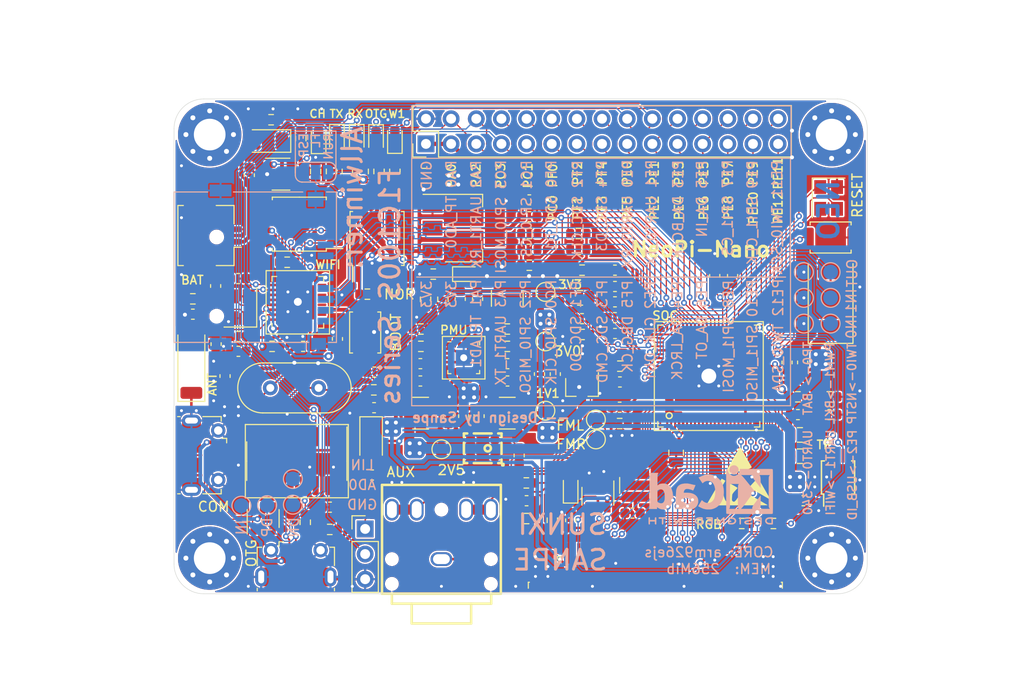
<source format=kicad_pcb>
(kicad_pcb (version 20210623) (generator pcbnew)
  (layers (0 "F.Cu" signal) (31 "B.Cu" signal) (34 "B.Paste" user) (35 "F.Paste" user) (36 "B.SilkS" user "B.Silkscreen") (37 "F.SilkS" user "F.Silkscreen") (38 "B.Mask" user) (39 "F.Mask" user) (44 "Edge.Cuts" user))
  (net 0 "")
  (net 1 "HOSCO")
  (net 2 "HOSCI")
  (net 3 "HPVCC")
  (net 4 "VDD-CORE")
  (net 5 "VCC-DRAM")
  (net 6 "Net-(C6-Pad2)")
  (net 7 "Net-(C7-Pad2)")
  (net 8 "Net-(C8-Pad2)")
  (net 9 "+5V")
  (net 10 "SVREF")
  (net 11 "VRA1")
  (net 12 "VRA2")
  (net 13 "TV-VCC")
  (net 14 "AVCC")
  (net 15 "TV-VRN")
  (net 16 "TV-VRP")
  (net 17 "RESET")
  (net 18 "Net-(D2-Pad1)")
  (net 19 "PE6")
  (net 20 "PE8")
  (net 21 "PE7")
  (net 22 "PE10")
  (net 23 "PE9")
  (net 24 "PE12")
  (net 25 "PE11")
  (net 26 "PA1")
  (net 27 "TVOUT")
  (net 28 "TV-IN1")
  (net 29 "TV-IN0")
  (net 30 "FMINL")
  (net 31 "FMINR")
  (net 32 "LINL")
  (net 33 "MICIN")
  (net 34 "HPR")
  (net 35 "HPL")
  (net 36 "Net-(L1-Pad2)")
  (net 37 "Net-(L2-Pad2)")
  (net 38 "Net-(L3-Pad2)")
  (net 39 "PE0")
  (net 40 "PE1")
  (net 43 "CH340_XO")
  (net 44 "CH340_XI")
  (net 51 "CH340_USB_DP")
  (net 52 "SOC_GND")
  (net 53 "VLED+")
  (net 54 "Net-(D1-Pad2)")
  (net 55 "TPY2")
  (net 56 "TPX2")
  (net 57 "TPY1")
  (net 58 "TPX1")
  (net 60 "LCD_DE")
  (net 61 "LCD_VSYNC")
  (net 62 "LCD_HSYNC")
  (net 63 "LCD_CLK")
  (net 64 "LCD_D7")
  (net 65 "LCD_D6")
  (net 66 "LCD_D5")
  (net 67 "LCD_D4")
  (net 68 "LCD_D3")
  (net 69 "LCD_D2")
  (net 70 "LCD_D15")
  (net 71 "LCD_D14")
  (net 72 "LCD_D13")
  (net 73 "LCD_D12")
  (net 74 "LCD_D11")
  (net 75 "LCD_D10")
  (net 76 "LCD_D23")
  (net 77 "LCD_D22")
  (net 78 "LCD_D21")
  (net 79 "LCD_D20")
  (net 80 "LCD_D19")
  (net 81 "LCD_D18")
  (net 82 "VLED-")
  (net 83 "HPCOMFB")
  (net 84 "HPCOM")
  (net 85 "PF5")
  (net 86 "PF4")
  (net 87 "PF3")
  (net 88 "PF2")
  (net 89 "PF1")
  (net 90 "PF0")
  (net 91 "PC0")
  (net 92 "PC2")
  (net 93 "PC3")
  (net 94 "USB-DP")
  (net 95 "Net-(D4-Pad1)")
  (net 96 "CH340_USB_DN")
  (net 97 "USB-DN")
  (net 98 "IO3V3")
  (net 99 "Net-(C34-Pad2)")
  (net 100 "USB_IN")
  (net 101 "Net-(C39-Pad2)")
  (net 102 "Net-(D5-Pad2)")
  (net 103 "Net-(D6-Pad2)")
  (net 114 "Net-(AE1-Pad2)")
  (net 115 "ESP8266_XTALIN")
  (net 116 "ESP8266_XTALOUT")
  (net 117 "Net-(C42-Pad1)")
  (net 118 "Net-(C45-Pad1)")
  (net 119 "Net-(D8-Pad2)")
  (net 120 "Net-(D8-Pad1)")
  (net 121 "Net-(R2-Pad2)")
  (net 122 "Net-(R30-Pad2)")
  (net 123 "ESP8266_CLK")
  (net 124 "ESP8266_D1")
  (net 125 "ESP8266_D0")
  (net 126 "ESP8266_CMD")
  (net 127 "ESP8266_D3")
  (net 128 "ESP8266_D2")
  (net 129 "DA_BCLK")
  (net 130 "DA_LRCK")
  (net 131 "CLK_OUT")
  (net 132 "Net-(R31-Pad2)")
  (net 133 "PA2")
  (net 134 "PA3")
  (net 135 "Net-(R33-Pad1)")
  (net 136 "PE5")
  (net 137 "LRADC")
  (net 138 "BAT_ADC")
  (net 139 "ESP8266_RST")
  (net 140 "Net-(C50-Pad2)")
  (net 141 "Net-(J1-Pad4)")
  (net 142 "Net-(D3-Pad2)")
  (net 143 "Net-(JP1-Pad2)")
  (net 147 "NOR_CS")
  (net 148 "CH340_TXD")
  (net 149 "CH340_RXD")
  (footprint "Connector_FFC-FPC:TE_4-1734839-0_1x40-1MP_P0.5mm_Horizontal" (layer "F.Cu") (at 48.6 46.8)
    (fp_text reference "J4" hide)
    (fp_text value "Conn_01x40_MountingPin")
  )
  (footprint "MountingHole:MountingHole_3.2mm_M3_Pad_Via" (layer "F.Cu") (at 3.6 3.6)
    (fp_text reference "H3" hide)
    (fp_text value "MountingHole_Pad")
  )
  (footprint "Resistor_SMD:R_0603_1608Metric" (layer "F.Cu") (at 1.9 20.2 180)
    (fp_text reference "R36" hide)
    (fp_text value "10K")
  )
  (footprint "Symbol:ESD-Logo_6.6x6mm_SilkScreen" (layer "F.Cu") (at 57 38.1)
    (fp_text reference "REF**" hide)
    (fp_text value "ESD-Logo_6.6x6mm_SilkScreen" hide)
  )
  (footprint "Resistor_SMD:R_0603_1608Metric" (layer "F.Cu") (at 13.25 42.775 -90)
    (fp_text reference "R38" hide)
    (fp_text value "0R")
  )
  (footprint "Capacitor_SMD:C_0603_1608Metric" (layer "F.Cu") (at 54.6 17.875 90)
    (fp_text reference "C2" hide)
    (fp_text value "18pF")
  )
  (footprint "Resistor_SMD:R_0603_1608Metric" (layer "F.Cu") (at 15.725 43.5 180)
    (fp_text reference "R37" hide)
    (fp_text value "47K")
  )
  (footprint "Capacitor_SMD:C_0603_1608Metric" (layer "F.Cu") (at 7.6 7.7 90)
    (fp_text reference "C45" hide)
    (fp_text value "1uF")
  )
  (footprint "Capacitor_SMD:C_0603_1608Metric" (layer "F.Cu") (at 38.5 27.8 -90)
    (fp_text reference "C9" hide)
    (fp_text value "104")
  )
  (footprint "LED_SMD:LED_0603_1608Metric" (layer "F.Cu") (at 16.45 4.0625 -90)
    (fp_text reference "D6" hide)
    (fp_text value "LED")
  )
  (footprint "Capacitor_SMD:C_0603_1608Metric" (layer "F.Cu") (at 6.5 25.5 180)
    (fp_text reference "C42" hide)
    (fp_text value "3pF")
  )
  (footprint "Capacitor_SMD:C_0603_1608Metric" (layer "F.Cu") (at 20 38)
    (fp_text reference "C40" hide)
    (fp_text value "1uF")
  )
  (footprint "LED_SMD:LED_0603_1608Metric" (layer "F.Cu") (at 40.05 39.35 90)
    (fp_text reference "D1" hide)
    (fp_text value "D")
  )
  (footprint "Crystal:Crystal_HC49-4H_Vertical" (layer "F.Cu") (at 14.6 29.2 180)
    (fp_text reference "Y2" hide)
    (fp_text value "12M")
  )
  (footprint "Capacitor_Tantalum_SMD:CP_EIA-7343-15_Kemet-W" (layer "F.Cu") (at 66.3 20.2875 90)
    (fp_text reference "C29" hide)
    (fp_text value "330uF")
  )
  (footprint "Capacitor_SMD:C_0805_2012Metric" (layer "F.Cu") (at 63.2 33.95)
    (fp_text reference "C30" hide)
    (fp_text value "10uF")
  )
  (footprint "Capacitor_SMD:C_0805_2012Metric" (layer "F.Cu") (at 63.2 36.1)
    (fp_text reference "C31" hide)
    (fp_text value "10uF")
  )
  (footprint "Capacitor_SMD:C_0805_2012Metric" (layer "F.Cu") (at 41 20.1)
    (fp_text reference "C32" hide)
    (fp_text value "10uF")
  )
  (footprint "Connector_USB:USB_Micro-B_Molex-105017-0001" (layer "F.Cu") (at 12.3 47.0625)
    (fp_text reference "J1" hide)
    (fp_text value "USB_B_Micro")
  )
  (footprint "Capacitor_SMD:C_0603_1608Metric" (layer "F.Cu") (at 30.65 20.225 -90)
    (fp_text reference "C3" hide)
    (fp_text value "1uF")
  )
  (footprint "Capacitor_SMD:C_0603_1608Metric" (layer "F.Cu") (at 30.8 32.05 90)
    (fp_text reference "C14" hide)
    (fp_text value "1uF")
  )
  (footprint "Capacitor_SMD:C_0603_1608Metric" (layer "F.Cu") (at 29.25 32.05 90)
    (fp_text reference "C13" hide)
    (fp_text value "1uF")
  )
  (footprint "Capacitor_SMD:C_0603_1608Metric" (layer "F.Cu") (at 35.6 40.6)
    (fp_text reference "C34" hide)
    (fp_text value "104")
  )
  (footprint "Resistor_SMD:R_0603_1608Metric" (layer "F.Cu") (at 12.8 4 -90)
    (fp_text reference "R35" hide)
    (fp_text value "10K")
  )
  (footprint "Resistor_SMD:R_0603_1608Metric" (layer "F.Cu") (at 9.8 2.1)
    (fp_text reference "R34" hide)
    (fp_text value "10K")
  )
  (footprint "Capacitor_SMD:C_0603_1608Metric" (layer "F.Cu") (at 27.7 32.05 90)
    (fp_text reference "C12" hide)
    (fp_text value "1uF")
  )
  (footprint "Resistor_SMD:R_0603_1608Metric" (layer "F.Cu") (at 22.3 7.325 -90)
    (fp_text reference "R20" hide)
    (fp_text value "1K")
  )
  (footprint "TestPoint:TestPoint_Pad_D1.5mm" (layer "F.Cu") (at 37.5 19.5)
    (fp_text reference "TP1" hide)
    (fp_text value "TestPoint")
  )
  (footprint "RF_Antenna:Johanson_2450AT43F0100" (layer "F.Cu") (at 1.75 26.85 90)
    (fp_text reference "AE1" hide)
    (fp_text value "Antenna_Chip")
  )
  (footprint "TestPoint:TestPoint_Pad_D1.5mm" (layer "F.Cu") (at 37.5 24.5)
    (fp_text reference "TP2" hide)
    (fp_text value "TestPoint")
  )
  (footprint "Package_TO_SOT_SMD:SOT-23-6" (layer "F.Cu") (at 9 42.4 90)
    (fp_text reference "U8" hide)
    (fp_text value "SRV05-4")
  )
  (footprint "Resistor_SMD:R_0603_1608Metric" (layer "F.Cu") (at 40.825 13.6 180)
    (fp_text reference "R27" hide)
    (fp_text value "47K")
  )
  (footprint "Package_TO_SOT_SMD:SC-59_Handsoldering" (layer "F.Cu") (at 41.2 29.1 -90)
    (fp_text reference "U1" hide)
    (fp_text value "XC6206")
  )
  (footprint "Capacitor_SMD:C_0603_1608Metric" (layer "F.Cu") (at 28.9 20.225 -90)
    (fp_text reference "C8" hide)
    (fp_text value "18pF")
  )
  (footprint "Capacitor_SMD:C_0603_1608Metric" (layer "F.Cu") (at 24.875 26.75)
    (fp_text reference "C7" hide)
    (fp_text value "18pF")
  )
  (footprint "Resistor_SMD:R_0603_1608Metric" (layer "F.Cu") (at 17.5 7.325 90)
    (fp_text reference "R22" hide)
    (fp_text value "1K")
  )
  (footprint "Capacitor_SMD:C_0805_2012Metric" (layer "F.Cu") (at 25.3 7.75)
    (fp_text reference "C46" hide)
    (fp_text value "10uF")
  )
  (footprint "Package_TO_SOT_SMD:SOT-23-6" (layer "F.Cu") (at 42.8 40.15 -90)
    (fp_text reference "U6" hide)
    (fp_text value "PT4101")
  )
  (footprint "Package_SO:SOIC-8_5.23x5.23mm_P1.27mm" (layer "F.Cu") (at 20.5 14.1 90)
    (fp_text reference "U4" hide)
    (fp_text value "W25Q128JVS")
  )
  (footprint "Resistor_SMD:R_0603_1608Metric" (layer "F.Cu") (at 60.525 42.9 180)
    (fp_text reference "R31" hide)
    (fp_text value "0R")
  )
  (footprint "Inductor_SMD:L_Abracon_ASPI-3012S" (layer "F.Cu") (at 46.6 39.05 -90)
    (fp_text reference "L4" hide)
    (fp_text value "2.2uH")
  )
  (footprint "Resistor_SMD:R_0603_1608Metric" (layer "F.Cu") (at 57.325 42.9 180)
    (fp_text reference "R32" hide)
    (fp_text value "10K")
  )
  (footprint "Package_SO:SOIC-16_3.9x9.9mm_P1.27mm" (layer "F.Cu") (at 12.4 36.6 -90)
    (fp_text reference "U7" hide)
    (fp_text value "CH340G")
  )
  (footprint "Capacitor_SMD:C_0603_1608Metric" (layer "F.Cu") (at 46.3 41.85 180)
    (fp_text reference "C25" hide)
    (fp_text value "1uF")
  )
  (footprint "TestPoint:TestPoint_Pad_D1.5mm" (layer "F.Cu") (at 27 35.4)
    (fp_text reference "TP3" hide)
    (fp_text value "TestPoint")
  )
  (footprint "Resistor_SMD:R_0603_1608Metric" (layer "F.Cu") (at 35.875 16.8)
    (fp_text reference "R23" hide)
    (fp_text value "47K")
  )
  (footprint "TestPoint:TestPoint_Pad_D1.5mm" (layer "F.Cu") (at 37.5 31.5)
    (fp_text reference "TP4" hide)
    (fp_text value "TestPoint")
  )
  (footprint "audio_3f705p:AUDIO-TH_PJ3F07-5P" (layer "F.Cu") (at 27 44 180)
    (fp_text reference "CN1" hide)
    (fp_text value "PJ3F07-5P")
  )
  (footprint "Capacitor_SMD:C_0603_1608Metric" (layer "F.Cu") (at 4.2 18.9 90)
    (fp_text reference "C43" hide)
    (fp_text value "18pF")
  )
  (footprint "Capacitor_SMD:C_0603_1608Metric" (layer "F.Cu") (at 6.475 18.15)
    (fp_text reference "C44" hide)
    (fp_text value "18pF")
  )
  (footprint "Crystal:Crystal_SMD_Abracon_ABM8G-4Pin_3.2x2.5mm" (layer "F.Cu") (at 6.7 21.05 90)
    (fp_text reference "Y3" hide)
    (fp_text value "48M")
  )
  (footprint "Button_Switch_SMD:SW_Push_SPST_NO_Alps_SKRK" (layer "F.Cu") (at 19.3 23.6 90)
    (fp_text reference "SW2" hide)
    (fp_text value "SW_Push")
  )
  (footprint "Connector_PinHeader_2.54mm:PinHeader_1x03_P2.54mm_Vertical" (layer "F.Cu") (at 19.3 43.45)
    (fp_text reference "J5" hide)
    (fp_text value "Conn_01x03_Male")
  )
  (footprint "TestPoint:TestPoint_Pad_D1.5mm" (layer "F.Cu") (at 42.6 34.4)
    (fp_text reference "TP15" hide)
    (fp_text value "TestPoint")
  )
  (footprint "TestPoint:TestPoint_Pad_D1.5mm" (layer "F.Cu") (at 42.6 32.4)
    (fp_text reference "TP16" hide)
    (fp_text value "TestPoint")
  )
  (footprint "Resistor_SMD:R_0603_1608Metric" (layer "F.Cu") (at 35.875 15.2)
    (fp_text reference "R24" hide)
    (fp_text value "47K")
  )
  (footprint "Capacitor_SMD:C_0603_1608Metric" (layer "F.Cu") (at 34.85 36.025 90)
    (fp_text reference "C39" hide)
    (fp_text value "104")
  )
  (footprint "AOS3729A-T42-NXC:MIC-SMD_L3.8-W3.00-TL" (layer "F.Cu") (at 31.170132 35.299884 -90)
    (fp_text reference "MIC1" hide)
    (fp_text value "AOS3729A-T42-NXC")
  )
  (footprint "Button_Switch_SMD:SW_Push_SPST_NO_Alps_SKRK" (layer "F.Cu") (at 66.3 14 180)
    (fp_text reference "SW1" hide)
    (fp_text value "SW_Push")
  )
  (footprint "Capacitor_SMD:C_0603_1608Metric" (layer "F.Cu") (at 44.525 18.95)
    (fp_text reference "C15" hide)
    (fp_text value "1uF")
  )
  (footprint "Package_TO_SOT_SMD:SOT-23-5" (layer "F.Cu") (at 10.8 7.6)
    (fp_text reference "U12" hide)
    (fp_text value "TP4054_[C32574]")
  )
  (footprint "Capacitor_SMD:C_0603_1608Metric" (layer "F.Cu") (at 33.675 28.5 180)
    (fp_text reference "C4" hide)
    (fp_text value "1uF")
  )
  (footprint "Capacitor_SMD:C_0603_1608Metric" (layer "F.Cu") (at 63.55 40.6 180)
    (fp_text reference "C48" hide)
    (fp_text value "104")
  )
  (footprint "Package_SO:MSOP-10_3x3mm_P0.5mm" (layer "F.Cu") (at 67.05 38.25 90)
    (fp_text reference "U13" hide)
    (fp_text value "ns2009")
  )
  (footprint "Capacitor_SMD:C_0603_1608Metric" (layer "F.Cu") (at 33.675 26.75 180)
    (fp_text reference "C6" hide)
    (fp_text value "18pF")
  )
  (footprint "LED_SMD:LED_0603_1608Metric" (layer "F.Cu") (at 29.6125 17.7)
    (fp_text reference "D2" hide)
    (fp_text value "LED")
  )
  (footprint "Capacitor_SMD:C_0603_1608Metric" (layer "F.Cu") (at 44.525 22.1)
    (fp_text reference "C19" hide)
    (fp_text value "1uF")
  )
  (footprint "Capacitor_SMD:C_0603_1608Metric" (layer "F.Cu") (at 45.025 28.6)
    (fp_text reference "C16" hide)
    (fp_text value "1uF")
  )
  (footprint "Resistor_SMD:R_0603_1608Metric" (layer "F.Cu") (at 45.025 27)
    (fp_text reference "R9" hide)
    (fp_text value "200K")
  )
  (footprint "Connector_PinHeader_2.54mm:PinHeader_2x15_P2.54mm_Vertical" (layer "F.Cu") (at 25.44 4.54 90)
    (fp_text reference "J3" hide)
    (fp_text value "Conn_02x15_Odd_Even")
  )
  (footprint "Inductor_SMD:L_Abracon_ASPI-3012S" (layer "F.Cu") (at 33.65 31.75 180)
    (fp_text reference "L1" hide)
    (fp_text value "2.2uH")
  )
  (footprint "Resistor_SMD:R_0603_1608Metric" (layer "F.Cu") (at 35.6 42.4 180)
    (fp_text reference "R28" hide)
    (fp_text value "22R")
  )
  (footprint "Resistor_SMD:R_0603_1608Metric" (layer "F.Cu") (at 41.2 17.3 180)
    (fp_text reference "R11" hide)
    (fp_text value "0R")
  )
  (footprint "Resistor_SMD:R_0603_1608Metric" (layer "F.Cu") (at 63 30.1)
    (fp_text reference "R12" hide)
    (fp_text value "1K")
  )
  (footprint "Resistor_SMD:R_0603_1608Metric" (layer "F.Cu") (at 66.175 30.1)
    (fp_text reference "R13" hide)
    (fp_text value "1K")
  )
  (footprint "Diode_SMD:D_1206_3216Metric" (layer "F.Cu") (at 9.5 4.25 180)
    (fp_text reference "D9" hide)
    (fp_text value "D")
  )
  (footprint "Crystal:Crystal_SMD_Abracon_ABM8G-4Pin_3.2x2.5mm" (layer "F.Cu") (at 66.1 10 -90)
    (fp_text reference "Y1" hide)
    (fp_text value "24M")
  )
  (footprint "Resistor_SMD:R_0603_1608Metric" (layer "F.Cu") (at 35.875 13.6)
    (fp_text reference "R25" hide)
    (fp_text value "47K")
  )
  (footprint "Resistor_SMD:R_0603_1608Metric" (layer "F.Cu") (at 40.825 15.2 180)
    (fp_text reference "R26" hide)
    (fp_text value "47K")
  )
  (footprint "Inductor_SMD:L_0603_1608Metric" (layer "F.Cu") (at 13.0375 25)
    (fp_text reference "L6" hide)
    (fp_text value "2.2nH")
  )
  (footprint "MountingHole:MountingHole_3.2mm_M3_Pad_Via" (layer "F.Cu") (at 3.6 46.4)
    (fp_text reference "H1" hide)
    (fp_text value "MountingHole_Pad")
  )
  (footprint "Capacitor_SMD:C_0603_1608Metric" (layer "F.Cu") (at 44.525 23.7)
    (fp_text reference "C21" hide)
    (fp_text value "1uF")
  )
  (footprint "Capacitor_SMD:C_0603_1608Metric" (layer "F.Cu") (at 44.525 17.3)
    (fp_text reference "C18" hide)
    (fp_text value "104")
  )
  (footprint "Resistor_SMD:R_0603_1608Metric" (layer "F.Cu") (at 19.525 19.725 180)
    (fp_text reference "R14" hide)
    (fp_text value "10K")
  )
  (footprint "Resistor_SMD:R_0603_1608Metric" (layer "F.Cu") (at 38.2 42.575 90)
    (fp_text reference "R15" hide)
    (fp_text value "5R1")
  )
  (footprint "Resistor_SMD:R_0603_1608Metric" (layer "F.Cu") (at 20.175 29.4)
    (fp_text reference "R16" hide)
    (fp_text value "1M")
  )
  (footprint "Capacitor_SMD:C_0603_1608Metric" (layer "F.Cu") (at 1.9 21.75 180)
    (fp_text reference "C49" hide)
    (fp_text value "104")
  )
  (footprint "Resistor_SMD:R_0603_1608Metric" (layer "F.Cu") (at 26.175 17.7 180)
    (fp_text reference "R17" hide)
    (fp_text value "1K")
  )
  (footprint "LED_SMD:LED_0603_1608Metric" (layer "F.Cu") (at 14.6 4.0375 90)
    (fp_text reference "D8" hide)
    (fp_text value "LED")
  )
  (footprint "MountingHole:MountingHole_3.2mm_M3_Pad_Via" (layer "F.Cu") (at 66.4 46.4)
    (fp_text reference "H2" hide)
    (fp_text value "MountingHole_Pad")
  )
  (footprint "Resistor_SMD:R_0603_1608Metric" (layer "F.Cu") (at 9.9 25)
    (fp_text reference "R33" hide)
    (fp_text value "12K")
  )
  (footprint "Resistor_SMD:R_0603_1608Metric" (layer "F.Cu") (at 35.575 38.8 180)
    (fp_text reference "R29" hide)
    (fp_text value "0R")
  )
  (footprint "Resistor_SMD:R_0603_1608Metric" (layer "F.Cu") (at 20.7 7.325 90)
    (fp_text reference "R18" hide)
    (fp_text value "1K")
  )
  (footprint "Package_DFN_QFN:QFN-20-1EP_3x3mm_P0.45mm_EP1.6x1.6mm_ThermalVias" (layer "F.Cu") (at 29.25 26.15)
    (fp_text reference "U2" hide)
    (fp_text value "EA3036")
  )
  (footprint "f1c100s:QFN-88_EP_10x10_Pitch0.4mm" (layer "F.Cu") (at 54 28 90)
    (fp_text reference "U5" hide)
    (fp_text value "f1c100s")
  )
  (footprint "Capacitor_SMD:C_0603_1608Metric" (layer "F.Cu") (at 36.9 27.8 -90)
    (fp_text reference "C10" hide)
    (fp_text value "1uF")
  )
  (footprint "Capacitor_SMD:C_0603_1608Metric" (layer "F.Cu") (at 5.15 28 90)
    (fp_text reference "C50" hide)
    (fp_text value "1uF")
  )
  (footprint "Capacitor_SMD:C_0603_1608Metric" (layer "F.Cu") (at 35.875 10.2)
    (fp_text reference "C35" hide)
    (fp_text value "104")
  )
  (footprint "Capacitor_SMD:C_0603_1608Metric" (layer "F.Cu") (at 35.875 11.9)
    (fp_text reference "C36" hide)
    (fp_text value "1uF")
  )
  (footprint "Package_SO:SOIC-8_5.23x5.23mm_P1.27mm" (layer "F.Cu") (at 12.65 12.65 180)
    (fp_text reference "U11" hide)
    (fp_text value "W25Q32JVSS")
  )
  (footprint "Package_DFN_QFN:QFN-32-1EP_5x5mm_P0.5mm_EP3.45x3.45mm" (layer "F.Cu") (at 12.5 20.55 90)
    (fp_text reference "U10" hide)
    (fp_text value "ESP8266EX")
  )
  (footprint "Inductor_SMD:L_0603_1608Metric" (layer "F.Cu") (at 6.5 24)
    (fp_text reference "L5" hide)
    (fp_text value "2.2nH")
  )
  (footprint "LED_SMD:LED_0603_1608Metric" (layer "F.Cu") (at 18.45 4.0625 -90)
    (fp_text reference "D5" hide)
    (fp_text value "LED")
  )
  (footprint "Resistor_SMD:R_0603_1608Metric" (layer "F.Cu") (at 45 32.8)
    (fp_text reference "R10" hide)
    (fp_text value "200K")
  )
  (footprint "Resistor_SMD:R_0603_1608Metric" (layer "F.Cu") (at 33.65 23.25 180)
    (fp_text reference "R3" hide)
    (fp_text value "150K")
  )
  (footprint "LED_SMD:LED_0603_1608Metric" (layer "F.Cu") (at 22.3 4.0125 90)
    (fp_text reference "D4" hide)
    (fp_text value "LED")
  )
  (footprint "Diode_SMD:D_1206_3216Metric" (layer "F.Cu") (at 19.9 34.4 -90)
    (fp_text reference "D7" hide)
    (fp_text value "D")
  )
  (footprint "Resistor_SMD:R_0603_1608Metric" (layer "F.Cu") (at 24.925 23.25)
    (fp_text reference "R4" hide)
    (fp_text value "160K")
  )
  (footprint "Resistor_SMD:R_0603_1608Metric" (layer "F.Cu") (at 25.4 20.25 -90)
    (fp_text reference "R5" hide)
    (fp_text value "150K")
  )
  (footprint "Resistor_SMD:R_0603_1608Metric" (layer "F.Cu") (at 33.655 25 180)
    (fp_text reference "R6" hide)
    (fp_text value "150K")
  )
  (footprint "Resistor_SMD:R_0603_1608Metric" (layer "F.Cu") (at 24.925 25)
    (fp_text reference "R7" hide)
    (fp_text value "470K")
  )
  (footprint "Capacitor_SMD:C_0603_1608Metric" (layer "F.Cu") (at 15.75 41.25)
    (fp_text reference "C47" hide)
    (fp_text value "104")
  )
  (footprint "Resistor_SMD:R_0603_1608Metric" (layer "F.Cu") (at 14.3 7.325 -90)
    (fp_text reference "R2" hide)
    (fp_text value "R")
  )
  (footprint "Resistor_SMD:R_0603_1608Metric" (layer "F.Cu") (at 27.15 20.25 -90)
    (fp_text reference "R8" hide)
    (fp_text value "680K")
  )
  (footprint "Resistor_SMD:R_0603_1608Metric" (layer "F.Cu") (at 19.1 7.325 90)
    (fp_text reference "R21" hide)
    (fp_text value "1K")
  )
  (footprint "Capacitor_SMD:C_0603_1608Metric" (layer "F.Cu") (at 41.2 22.2 180)
    (fp_text reference "C1" hide)
    (fp_text value "104")
  )
  (footprint "Capacitor_SMD:C_0603_1608Metric" (layer "F.Cu") (at 56.4 17.875 90)
    (fp_text reference "C24" hide)
    (fp_text value "18pF")
  )
  (footprint "Connector_Molex:Molex_CLIK-Mate_502382-0270_1x02-1MP_P1.25mm_Vertical" (layer "F.Cu") (at 4 13.8 90)
    (fp_text reference "J6" hide)
    (fp_text value "Conn_01x02_Male")
  )
  (footprint "Resistor_SMD:R_0603_1608Metric" (layer "F.Cu") (at 15.9 7.325 90)
    (fp_text reference "R1" hide)
    (fp_text value "1K")
  )
  (footprint "Capacitor_SMD:C_0603_1608Metric" (layer "F.Cu") (at 40.05 42.575 90)
    (fp_text reference "C26" hide)
    (fp_text value "1uF")
  )
  (footprint "Capacitor_SMD:C_0603_1608Metric" (layer "F.Cu") (at 20.2 31.2)
    (fp_text reference "C27" hide)
    (fp_text value "18pF")
  )
  (footprint "Capacitor_SMD:C_0603_1608Metric" (layer "F.Cu") (at 20.225 27.6)
    (fp_text reference "C28" hide)
    (fp_text value "18pF")
  )
  (footprint "Capacitor_SMD:C_0603_1608Metric" (layer "F.Cu") (at 44.525 20.5)
    (fp_text reference "C20" hide)
    (fp_text value "1uF")
  )
  (footprint "Capacitor_SMD:C_0603_1608Metric" (layer "F.Cu") (at 45 31.15)
    (fp_text reference "C17" hide)
    (fp_text value "1uF")
  )
  (footprint "Inductor_SMD:L_Abracon_ASPI-3012S" (layer "F.Cu") (at 24.9 31.75)
    (fp_text reference "L2" hide)
    (fp_text value "2.2uH")
  )
  (footprint "Capacitor_SMD:C_0603_1608Metric" (layer "F.Cu") (at 63.475 26.625 90)
    (fp_text reference "C37" hide)
    (fp_text value "104")
  )
  (footprint "Connector_USB:USB_Micro-B_Molex-105017-0001" (layer "F.Cu") (at 3 36 -90)
    (fp_text reference "J2" hide)
    (fp_text value "USB_B_Micro")
  )
  (footprint "Capacitor_SMD:C_0603_1608Metric" (layer "F.Cu") (at 16.5 24.25 -90)
    (fp_text reference "C51" hide)
    (fp_text value "1uF")
  )
  (footprint "Capacitor_SMD:C_0603_1608Metric" (layer "F.Cu") (at 24.875 28.5)
    (fp_text reference "C5" hide)
    (fp_text value "1uF")
  )
  (footprint "Resistor_SMD:R_0603_1608Metric" (layer "F.Cu") (at 11.425 16.5)
    (fp_text reference "R30" hide)
    (fp_text value "200R")
  )
  (footprint "Capacitor_SMD:C_0603_1608Metric" (layer "F.Cu") (at 4.25 24.775 -90)
    (fp_text reference "C41" hide)
    (fp_text value "3pF")
  )
  (footprint "Inductor_SMD:L_Abracon_ASPI-3012S" (layer "F.Cu") (at 33.65 20.15 -90)
    (fp_text reference "L3" hide)
    (fp_text value "2.2uH")
  )
  (footprint "LED_SMD:LED_0603_1608Metric" (layer "F.Cu") (at 20.4 4.0875 -90)
    (fp_text reference "D3" hide)
    (fp_text value "LED")
  )
  (footprint "Capacitor_SMD:C_0603_1608Metric" (layer "F.Cu") (at 61.9 26.625 90)
    (fp_text reference "C38" hide)
    (fp_text value "1uF")
  )
  (footprint "Resistor_SMD:R_0603_1608Metric" (layer "F.Cu") (at 41.2 23.8)
    (fp_text reference "R19" hide)
    (fp_text value "47K")
  )
  (footprint "MountingHole:MountingHole_3.2mm_M3_Pad_Via" (layer "F.Cu") (at 66.4 3.6)
    (fp_text reference "H4" hide)
    (fp_text value "MountingHole_Pad")
  )
  (footprint "Capacitor_SMD:C_0603_1608Metric" (layer "F.Cu") (at 63 31.9)
    (fp_text reference "C22" hide)
    (fp_text value "104")
  )
  (footprint "Capacitor_SMD:C_0603_1608Metric" (layer "F.Cu") (at 66.175 31.9)
    (fp_text reference "C23" hide)
    (fp_text value "104")
  )
  (footprint "Capacitor_SMD:C_0805_2012Metric" (layer "F.Cu") (at 50.7 35.75 -90)
    (fp_text reference "C33" hide)
    (fp_text value "10uF")
  )
  (footprint "Package_TO_SOT_SMD:SOT-223-3_TabPin2" (layer "F.Cu") (at 29.25 13.05)
    (fp_text reference "U9" hide)
    (fp_text value "AMS1117-3.3")
  )
  (footprint "Symbol:KiCad-Logo2_5mm_SilkScreen" (layer "B.Cu") (at 54.2 40 180)
    (fp_text reference "REF**" hide)
    (fp_text value "KiCad-Logo2_5mm_SilkScreen" hide)
  )
  (footprint "Jumper:SolderJumper-3_P1.3mm_Open_RoundedPad1.0x1.5mm_NumberLabels" (layer "B.Cu") (at 14.3 7.4 180)
    (fp_text reference "JP1" hide)
    (fp_text value "Jumper_3_Bridged12")
  )
  (footprint "tf:tf_lock" (layer "B.Cu") (at 10 17 90)
    (fp_text reference "U3" hide)
    (fp_text value "tf")
  )
  (footprint "TestPoint:TestPoint_Pad_D1.5mm" (layer "B.Cu") (at 6.8 41.1)
    (fp_text reference "TP11" hide)
    (fp_text value "TestPoint")
  )
  (footprint "TestPoint:TestPoint_Pad_D1.5mm" (layer "B.Cu") (at 9.4 41.05)
    (fp_text reference "TP12" hide)
    (fp_text value "TestPoint")
  )
  (footprint "TestPoint:TestPoint_Pad_D1.5mm" (layer "B.Cu") (at 12 41)
    (fp_text reference "TP13" hide)
    (fp_text value "TestPoint")
  )
  (footprint "TestPoint:TestPoint_Pad_D1.5mm" (layer "B.Cu") (at 12 38.4)
    (fp_text reference "TP14" hide)
    (fp_text value "TestPoint")
  )
  (footprint "TestPoint:TestPoint_Pad_D1.5mm" (layer "B.Cu") (at 63.6 17.5 90)
    (fp_text reference "TP10" hide)
    (fp_text value "TestPoint")
  )
  (footprint "TestPoint:TestPoint_Pad_D1.5mm" (layer "B.Cu") (at 66.3 22.7 90)
    (fp_text reference "TP5" hide)
    (fp_text value "TestPoint")
  )
  (footprint "TestPoint:TestPoint_Pad_D1.5mm" (layer "B.Cu") (at 66.3 20.1 90)
    (fp_text reference "TP6" hide)
    (fp_text value "TestPoint")
  )
  (footprint "TestPoint:TestPoint_Pad_D1.5mm" (layer "B.Cu") (at 66.3 17.5 90)
    (fp_text reference "TP7" hide)
    (fp_text value "TestPoint")
  )
  (footprint "TestPoint:TestPoint_Pad_D1.5mm" (layer "B.Cu") (at 63.6 20.1 90)
    (fp_text reference "TP8" hide)
    (fp_text value "TestPoint")
  )
  (footprint "TestPoint:TestPoint_Pad_D1.5mm" (layer "B.Cu") (at 63.6 22.7 90)
    (fp_text reference "TP9" hide)
    (fp_text value "TestPoint")
  )
  (gr_line (start 16.35 7.4) (end 16.35 3.25) (layer "B.SilkS") (width 0.12))
  (gr_line (start 12.25 7.5) (end 12.25 3.25) (layer "B.SilkS") (width 0.12))
  (gr_line (start 24.5 18) (end 61.75 18) (layer "B.SilkS") (width 0.12))
  (gr_line (start 62.25 6) (end 62.25 31) (layer "B.SilkS") (width 0.12))
  (gr_line (start 24 6) (end 62.3 6) (layer "B.SilkS") (width 0.12))
  (gr_line (start 62.3 6) (end 62.3 0.7) (layer "B.SilkS") (width 0.12))
  (gr_line (start 62.3 0.7) (end 24 0.7) (layer "B.SilkS") (width 0.12))
  (gr_line (start 24 0.7) (end 24 6) (layer "B.SilkS") (width 0.12))
  (gr_line (start 24 31) (end 24 6) (layer "B.SilkS") (width 0.12))
  (gr_line (start 62.25 31) (end 24 31) (layer "B.SilkS") (width 0.12))
  (gr_line (start 12.25 3.25) (end 16.35 3.25) (layer "B.SilkS") (width 0.12))
  (gr_line (start 7.2 40.3) (end 7.2 32.9) (layer "F.SilkS") (width 0.12))
  (gr_line (start 17.6 40.3) (end 7.2 40.3) (layer "F.SilkS") (width 0.12))
  (gr_line (start 17.6 32.9) (end 17.6 40.3) (layer "F.SilkS") (width 0.12))
  (gr_line (start 7.2 32.9) (end 17.6 32.9) (layer "F.SilkS") (width 0.12))
  (gr_line (start 9.3 23.75) (end 9.3 17.35) (layer "F.SilkS") (width 0.12))
  (gr_line (start 15.7 23.75) (end 9.3 23.75) (layer "F.SilkS") (width 0.12))
  (gr_line (start 15.7 17.35) (end 15.7 23.75) (layer "F.SilkS") (width 0.12))
  (gr_line (start 9.3 17.35) (end 15.7 17.35) (layer "F.SilkS") (width 0.12))
  (gr_line (start 27.1 28.3) (end 27.1 24) (layer "F.SilkS") (width 0.12))
  (gr_line (start 31.4 28.3) (end 27.1 28.3) (layer "F.SilkS") (width 0.12))
  (gr_line (start 31.4 24) (end 31.4 28.3) (layer "F.SilkS") (width 0.12))
  (gr_line (start 27.1 24) (end 31.4 24) (layer "F.SilkS") (width 0.12))
  (gr_line (start 48.5 33.5) (end 48.5 22.5) (layer "F.SilkS") (width 0.12))
  (gr_line (start 48.5 22.5) (end 59.5 22.5) (layer "F.SilkS") (width 0.12))
  (gr_line (start 59.5 33.5) (end 48.5 33.5) (layer "F.SilkS") (width 0.12))
  (gr_line (start 59.5 22.5) (end 59.5 33.5) (layer "F.SilkS") (width 0.12))
  (gr_arc (start 3 47) (end 0 47) (angle -90) (layer "Edge.Cuts") (width 0.05))
  (gr_arc (start 3 3) (end 3 0) (angle -90) (layer "Edge.Cuts") (width 0.05))
  (gr_arc (start 67 3) (end 70 3) (angle -90) (layer "Edge.Cuts") (width 0.05))
  (gr_arc (start 67 47) (end 67 50) (angle -90) (layer "Edge.Cuts") (width 0.05))
  (gr_line (start 3 0) (end 67 0) (layer "Edge.Cuts") (width 0.05))
  (gr_line (start 70 3) (end 70 47) (layer "Edge.Cuts") (width 0.05))
  (gr_line (start 67 50) (end 3 50) (layer "Edge.Cuts") (width 0.05))
  (gr_line (start 0 47) (end 0 3) (layer "Edge.Cuts") (width 0.05))
  (gr_text "NEO" (at 66.1 11.25 90) (layer "B.Cu") (effects (font (size 2 2) (thickness 0.4)) (justify mirror)))
  (gr_text "ESP" (at 13.1 4.7 90) (layer "B.SilkS") (effects (font (size 0.8636 0.8636) (thickness 0.1524)) (justify mirror)))
  (gr_text "MEM:  256Mib" (at 55 47.5) (layer "B.SilkS") (effects (font (size 1 1)) (justify mirror)))
  (gr_text "RUN" (at 15.6 4.8 90) (layer "B.SilkS") (effects (font (size 0.8636 0.8636) (thickness 0.1524)) (justify mirror)))
  (gr_text "FL" (at 14.3 4.2 90) (layer "B.SilkS") (effects (font (size 0.8636 0.8636) (thickness 0.1524)) (justify mirror)))
  (gr_text "UART1->WIFI\n\n" (at 67 37.75 90) (layer "B.SilkS") (effects (font (size 0.8636 0.8636) (thickness 0.1524)) (justify mirror)))
  (gr_text "DN" (at 12.1 43.3 90) (layer "B.SilkS") (effects (font (size 1 1)) (justify mirror)))
  (gr_text "DP" (at 9.4 43.3 90) (layer "B.SilkS") (effects (font (size 1 1)) (justify mirror)))
  (gr_text "IN" (at 6.8 43.3 90) (layer "B.SilkS") (effects (font (size 1 1)) (justify mirror)))
  (gr_text "TWI0->NSTP" (at 68.45 28.75 90) (layer "B.SilkS") (effects (font (size 0.8636 0.8636) (thickness 0.1524)) (justify mirror)))
  (gr_text "PWM1->BKL" (at 66.25 28.75 90) (layer "B.SilkS") (effects (font (size 0.8636 0.8636) (thickness 0.1524)) (justify mirror)))
  (gr_text "UART0->340\n" (at 64 37.75 90) (layer "B.SilkS") (effects (font (size 0.8636 0.8636) (thickness 0.1524)) (justify mirror)))
  (gr_text "PE7 SPI1_CS" (at 55.9 11 90) (layer "B.SilkS") (effects (font (size 1 1)) (justify mirror)))
  (gr_text "PE8 SPI1_MOSI" (at 56 24 90) (layer "B.SilkS") (effects (font (size 1 1)) (justify mirror)))
  (gr_text "PE9 SPI1_CLK" (at 58.4 11.5 90) (layer "B.SilkS") (effects (font (size 1 1)) (justify mirror)))
  (gr_text "PE2->USB_ID\n" (at 68.5 38 90) (layer "B.SilkS") (effects (font (size 0.8636 0.8636) (thickness 0.1524)) (justify mirror)))
  (gr_text "PE4 DA_LRCK" (at 50.8 23.4 90) (layer "B.SilkS") (effects (font (size 1 1)) (justify mirror)))
  (gr_text "PE5 DA_IN" (at 53.3 10.1 90) (layer "B.SilkS") (effects (font (size 1 1)) (justify mirror)))
  (gr_text "PE6 DA_OT" (at 53.3 22.3 90) (layer "B.SilkS") (effects (font (size 1 1)) (justify mirror)))
  (gr_text "PE1 UART0_TX" (at 48.2 11.5 90) (layer "B.SilkS") (effects (font (size 1 1)) (justify mirror)))
  (gr_text "PE2 CLK_OUT" (at 48.1 23.4 90) (layer "B.SilkS") (effects (font (size 1 1)) (justify mirror)))
  (gr_text "PE3 DA_BCLK" (at 50.9 11.2 90) (layer "B.SilkS") (effects (font (size 1 1)) (justify mirror)))
  (gr_text "PF3 SDC_CMD" (at 43.25 23.5 90) (layer "B.SilkS") (effects (font (size 1 1)) (justify mirror)))
  (gr_text "PE0 UART0_RX" (at 45.8 11.6 90) (layer "B.SilkS") (effects (font (size 1 1)) (justify mirror)))
  (gr_text "PF5 DBG_CK" (at 45.8 23 90) (layer "B.SilkS") (effects (font (size 1 1)) (justify mirror)))
  (gr_text "PF2 SDC_CLK" (at 40.75 11.25 90) (layer "B.SilkS") (effects (font (size 1 1)) (justify mirror)))
  (gr_text "PF1 SDC_D0" (at 40.6 22.95 90) (layer "B.SilkS") (effects (font (size 1 1)) (justify mirror)))
  (gr_text "PF4 SDC_D3" (at 43.2 10.8 90) (layer "B.SilkS") (effects (font (size 1 1)) (justify mirror)))
  (gr_text "PA3 UART1_TX\n" (at 33 23.6 90) (layer "B.SilkS") (effects (font (size 1 1)) (justify mirror)))
  (gr_text "PF0 SDC_D1" (at 38.1 10.8 90) (layer "B.SilkS") (effects (font (size 1 1)) (justify mirror)))
  (gr_text "PC0 SPI0_CLK" (at 38.1 23.6 90) (layer "B.SilkS") (effects (font (size 1 1)) (justify mirror)))
  (gr_text "PC3 SPI0_MOSI\n" (at 33.02 11.91 90) (layer "B.SilkS") (effects (font (size 1 1)) (justify mirror)))
  (gr_text "PC1 SPI0_CS\n" (at 35.6 11.1 90) (layer "B.SilkS") (effects (font (size 1 1)) (justify mirror)))
  (gr_text "PC2 SPI0_MISO" (at 35.5 24 90) (layer "B.SilkS") (effects (font (size 1 1)) (justify mirror)))
  (gr_text "PE10 SPI1_MISO" (at 58.4 24.4 90) (layer "B.SilkS") (effects (font (size 1 1)) (justify mirror)))
  (gr_text "PE11 TWI0_SCK" (at 60.9 12 90) (layer "B.SilkS") (effects (font (size 1 1)) (justify mirror)))
  (gr_text "PE12 TWI0_SDA" (at 61 23.9 90) (layer "B.SilkS") (effects (font (size 1 1)) (justify mirror)))
  (gr_text "LIN" (at 19 37) (layer "B.SilkS") (effects (font (size 1 1)) (justify mirror)))
  (gr_text "AD0" (at 19 39) (layer "B.SilkS") (effects (font (size 1 1)) (justify mirror)))
  (gr_text "GND" (at 19 41) (layer "B.SilkS") (effects (font (size 1 1)) (justify mirror)))
  (gr_text "IN1" (at 68.4 20.4 90) (layer "B.SilkS") (effects (font (size 1 1)) (justify mirror)))
  (gr_text "IN0" (at 68.4 23 90) (layer "B.SilkS") (effects (font (size 1 1)) (justify mirror)))
  (gr_text "OUT" (at 68.475 17.6 90) (layer "B.SilkS") (effects (font (size 1 1)) (justify mirror)))
  (gr_text "GND" (at 25.5 7.75 90) (layer "B.SilkS") (effects (font (size 1 1)) (justify mirror)))
  (gr_text "3V3" (at 25.5 19.75 90) (layer "B.SilkS") (effects (font (size 1 1)) (justify mirror)))
  (gr_text "3V3" (at 28 19.75 90) (layer "B.SilkS") (effects (font (size 1 1)) (justify mirror)))
  (gr_text "PA0 TP_AD0" (at 28 10.65 90) (layer "B.SilkS") (effects (font (size 1 1)) (justify mirror)))
  (gr_text "PA2 UART1_RX" (at 30.51 11.66 90) (layer "B.SilkS") (effects (font (size 1 1)) (justify mirror)))
  (gr_text "PA1 TP_AD1" (at 30.5 22.7 90) (layer "B.SilkS") (effects (font (size 1 1)) (justify mirror)))
  (gr_text "TP0-> BAT" (at 64 28.25 90) (layer "B.SilkS") (effects (font (size 0.8636 0.8636) (thickness 0.1524)) (justify mirror)))
  (gr_text "CORE: arm926ejs" (at 54 45.8) (layer "B.SilkS") (effects (font (size 1 1)) (justify mirror)))
  (gr_text "Allwinner:" (at 18 10 90) (layer "B.SilkS") (effects (font (size 2 2) (thickness 0.3)) (justify mirror)))
  (gr_text "SUNXI" (at 39.2 43) (layer "B.SilkS") (effects (font (size 2 2) (thickness 0.3)) (justify mirror)))
  (gr_text "SANPE" (at 39 46.6) (layer "B.SilkS") (effects (font (size 2 2) (thickness 0.3)) (justify mirror)))
  (gr_text "F1C100S Series" (at 21.8 19 90) (layer "B.SilkS") (effects (font (size 2 2) (thickness 0.3)) (justify mirror)))
  (gr_text "-- Design by Sanpe" (at 32 32.2) (layer "B.SilkS") (effects (font (size 1 1) (thickness 0.2)) (justify mirror)))
  (gr_text "ANT" (at 3.85 28.85 90) (layer "F.SilkS") (effects (font (size 0.8636 0.8636) (thickness 0.1524))))
  (gr_text "PMU" (at 28.25 23.35) (layer "F.SilkS") (effects (font (size 0.8636 0.8636) (thickness 0.1524))))
  (gr_text "SOC" (at 49.6 21.9) (layer "F.SilkS") (effects (font (size 0.8636 0.8636) (thickness 0.1524))))
  (gr_text "OTG" (at 20.4 1.5) (layer "F.SilkS") (effects (font (size 0.8 0.8) (thickness 0.1524))))
  (gr_text "NOR\n" (at 22.75 19.75) (layer "F.SilkS") (effects (font (size 1 1))))
  (gr_text "AUX" (at 22.9 37.7) (layer "F.SilkS") (effects (font (size 1 1))))
  (gr_text "BOOT" (at 22.4 23.6 90) (layer "F.SilkS") (effects (font (size 1 1))))
  (gr_text "PF5" (at 45.75 11 90) (layer "F.SilkS") (effects (font (size 0.8636 0.8636) (thickness 0.1524))))
  (gr_text "PF4" (at 43.25 7.5 90) (layer "F.SilkS") (effects (font (size 0.8636 0.8636) (thickness 0.1524))))
  (gr_text "PF3" (at 43.25 11 90) (layer "F.SilkS") (effects (font (size 0.8636 0.8636) (thickness 0.1524))))
  (gr_text "PE2" (at 48.5 11 90) (layer "F.SilkS") (effects (font (size 0.8636 0.8636) (thickness 0.1524))))
  (gr_text "PE1" (at 48.5 7.5 90) (layer "F.SilkS") (effects (font (size 0.8636 0.8636) (thickness 0.1524))))
  (gr_text "PE0" (at 45.75 7.5 90) (layer "F.SilkS") (effects (font (size 0.8636 0.8636) (thickness 0.1524))))
  (gr_text "PE5" (at 53.5 7.5 90) (layer "F.SilkS") (effects (font (size 0.8636 0.8636) (thickness 0.1524))))
  (gr_text "PE4" (at 51 11 90) (layer "F.SilkS") (effects (font (size 0.8636 0.8636) (thickness 0.1524))))
  (gr_text "PE3" (at 51 7.5 90) (layer "F.SilkS") (effects (font (size 0.8636 0.8636) (thickness 0.1524))))
  (gr_text "PE8" (at 56 11 90) (layer "F.SilkS") (effects (font (size 0.8636 0.8636) (thickness 0.1524))))
  (gr_text "PE7" (at 56 7.5 90) (layer "F.SilkS") (effects (font (size 0.8636 0.8636) (thickness 0.1524))))
  (gr_text "PE6" (at 53.5 11 90) (layer "F.SilkS") (effects (font (size 0.8636 0.8636) (thickness 0.1524))))
  (gr_text "PE12" (at 61 11 90) (layer "F.SilkS") (effects (font (size 0.8636 0.8636) (thickness 0.1524))))
  (gr_text "PE9\n" (at 58.5 7.5 90) (layer "F.SilkS") (effects (font (size 0.8636 0.8636) (thickness 0.1524))))
  (gr_text "PE10" (at 58.5 11 90) (layer "F.SilkS") (effects (font (size 0.8636 0.8636) (thickness 0.1524))))
  (gr_text "3V3" (at 40 18.75) (layer "F.SilkS") (effects (font (size 0.8636 0.8636) (thickness 0.1524))))
  (gr_text "RGB" (at 54 43) (layer "F.SilkS") (effects (font (size 0.8636 0.8636) (thickness 0.1524))))
  (gr_text "2V5" (at 28 37.5) (layer "F.SilkS") (effects (font (size 1 1))))
  (gr_text "TP" (at 65.65 34.95) (layer "F.SilkS") (effects (font (size 0.8636 0.8636) (thickness 0.1524))))
  (gr_text "PF2" (at 40.75 7.5 90) (layer "F.SilkS") (effects (font (size 0.8636 0.8636) (thickness 0.1524))))
  (gr_text "PF1" (at 40.75 11 90) (layer "F.SilkS") (effects (font (size 0.8636 0.8636) (thickness 0.1524))))
  (gr_text "PF0" (at 38.25 7.75 90) (layer "F.SilkS") (effects (font (size 0.8636 0.8636) (thickness 0.1524))))
  (gr_text "BAT" (at 1.85 18.3) (layer "F.SilkS") (effects (font (size 0.8636 0.8636) (thickness 0.1524))))
  (gr_text "RX" (at 18.3 1.5) (layer "F.SilkS") (effects (font (size 0.8 0.8) (thickness 0.1524))))
  (gr_text "W1\n" (at 22.5 1.5) (layer "F.SilkS") (effects (font (size 0.8 0.8) (thickness 0.1524))))
  (gr_text "CH" (at 14.5 1.5) (layer "F.SilkS") (effects (font (size 0.8 0.8) (thickness 0.1524))))
  (gr_text "FMR" (at 40.1 34.9) (layer "F.SilkS") (effects (font (size 1 1))))
  (gr_text "COM" (at 4 41.2) (layer "F.SilkS") (effects (font (size 1 1))))
  (gr_text "OTG" (at 7.8 45.9 90) (layer "F.SilkS") (effects (font (size 1 1))))
  (gr_text "FML" (at 40 33) (layer "F.SilkS") (effects (font (size 1 1))))
  (gr_text "PA0" (at 28 7.75 90) (layer "F.SilkS") (effects (font (size 0.8636 0.8636) (thickness 0.1524))))
  (gr_text "PA2" (at 30.5 7.75 90) (layer "F.SilkS") (effects (font (size 0.8636 0.8636) (thickness 0.1524))))
  (gr_text "3V0" (at 39.75 25.5) (layer "F.SilkS") (effects (font (size 1 1))))
  (gr_text "RESET" (at 69 9.75 90) (layer "F.SilkS") (effects (font (size 1 1))))
  (gr_text "PC3" (at 33 7.75 90) (layer "F.SilkS") (effects (font (size 0.8636 0.8636) (thickness 0.1524))))
  (gr_text "PC1" (at 35.75 7.75 90) (layer "F.SilkS") (effects (font (size 0.8636 0.8636) (thickness 0.1524))))
  (gr_text "PC0" (at 38.25 11 90) (layer "F.SilkS") (effects (font (size 0.8636 0.8636) (thickness 0.1524))))
  (gr_text "1V1" (at 37.75 29.75) (layer "F.SilkS") (effects (font (size 0.8636 0.8636) (thickness 0.1524))))
  (gr_text "WIFI" (at 15.55 16.75) (layer "F.SilkS") (effects (font (size 0.8636 0.8636) (thickness 0.1524))))
  (gr_text "TX" (at 16.4 1.5) (layer "F.SilkS") (effects (font (size 0.8 0.8) (thickness 0.1524))))
  (gr_text "NeoPi-Nano\n" (at 53.2 15.2) (layer "F.SilkS") (effects (font (size 1.5 1.5) (thickness 0.3))))
  (gr_text "PE11" (at 61 7.5 90) (layer "F.SilkS") (effects (font (size 0.8636 0.8636) (thickness 0.1524))))
  (segment (start 55.150004 20.049996) (end 55.1 19.999992) (width 0.127) (layer "F.Cu") (net 1))
  (segment (start 64.7 9.1) (end 63.100002 10.699998) (width 0.127) (layer "F.Cu") (net 1))
  (segment (start 55.4 20.299992) (end 55.150004 20.049996) (width 0.127) (layer "F.Cu") (net 1))
  (segment (start 63.100002 10.699998) (end 63.100002 11.85) (width 0.127) (layer "F.Cu") (net 1))
  (segment (start 65.25 9.1) (end 64.7 9.1) (width 0.127) (layer "F.Cu") (net 1))
  (segment (start 55.4 23.1) (end 55.4 20.299992) (width 0.127) (layer "F.Cu") (net 1))
  (segment (start 54.6 18.65) (end 54.6 19.499992) (width 0.127) (layer "F.Cu") (net 1))
  (segment (start 54.6 19.499992) (end 55.1 19.999992) (width 0.127) (layer "F.Cu") (net 1))
  (via (at 55.150004 20.049996) (size 0.6) (drill 0.3) (layers "F.Cu" "B.Cu") (net 1))
  (via (at 63.100002 11.85) (size 0.6) (drill 0.3) (layers "F.Cu" "B.Cu") (net 1))
  (segment (start 63.1 11.849998) (end 63.100002 11.85) (width 0.127) (layer "B.Cu") (net 1))
  (segment (start 63.100002 12.099998) (end 63.100002 11.85) (width 0.127) (layer "B.Cu") (net 1))
  (segment (start 55.150004 20.049996) (end 63.100002 12.099998) (width 0.127) (layer "B.Cu") (net 1))
  (segment (start 63.100002 11.800012) (end 63.100002 11.85) (width 0.127) (layer "B.Cu") (net 1))
  (segment (start 63.200014 11.7) (end 63.100002 11.800012) (width 0.127) (layer "B.Cu") (net 1))
  (segment (start 63.1 11.7) (end 63.1 11.849998) (width 0.127) (layer "B.Cu") (net 1))
  (segment (start 64.55 10) (end 64.254011 10.295989) (width 0.127) (layer "F.Cu") (net 2))
  (segment (start 56.4 19.8) (end 56.2 20) (width 0.127) (layer "F.Cu") (net 2))
  (segment (start 56.4 18.65) (end 56.4 19.8) (width 0.127) (layer "F.Cu") (net 2))
  (segment (start 55.8 23.1) (end 55.8 20.4) (width 0.127) (layer "F.Cu") (net 2))
  (segment (start 55.8 20.4) (end 56.2 20) (width 0.127) (layer "F.Cu") (net 2))
  (segment (start 66.95 11.3) (end 66.95 10.95) (width 0.127) (layer "F.Cu") (net 2))
  (segment (start 64.254011 11.739675) (end 63.259343 12.734343) (width 0.127) (layer "F.Cu") (net 2))
  (segment (start 64.254011 10.295989) (end 64.254011 11.739675) (width 0.127) (layer "F.Cu") (net 2))
  (segment (start 66.95 10.95) (end 66 10) (width 0.127) (layer "F.Cu") (net 2))
  (segment (start 66 10) (end 64.55 10) (width 0.127) (layer "F.Cu") (net 2))
  (via (at 63.259343 12.734343) (size 0.6) (drill 0.3) (layers "F.Cu" "B.Cu") (net 2))
  (via (at 56.2 20) (size 0.6) (drill 0.3) (layers "F.Cu" "B.Cu") (net 2))
  (segment (start 56.2 20) (end 56.2 19.45) (width 0.127) (layer "B.Cu") (net 2))
  (segment (start 56.2 19.45) (end 62.915657 12.734343) (width 0.127) (layer "B.Cu") (net 2))
  (segment (start 62.915657 12.734343) (end 63.259343 12.734343) (width 0.127) (layer "B.Cu") (net 2))
  (segment (start 41.2 30.75) (end 39.81791 29.36791) (width 0.4318) (layer "F.Cu") (net 3))
  (segment (start 37 21.8) (end 37.9 21.8) (width 1.016) (layer "F.Cu") (net 3))
  (segment (start 39.9 47.45) (end 38.95 46.5) (width 0.254) (layer "F.Cu") (net 3))
  (segment (start 40.35 47.45) (end 39.9 47.45) (width 0.254) (layer "F.Cu") (net 3))
  (segment (start 37 20) (end 37.5 19.5) (width 0.6858) (layer "F.Cu") (net 3))
  (segment (start 21.23209 18.84291) (end 20.35 19.725) (width 0.4318) (layer "F.Cu") (net 3))
  (segment (start 18.595 9.245) (end 18.595 8.655) (width 0.127) (layer "F.Cu") (net 3))
  (segment (start 18.595 8.655) (end 19.1 8.15) (width 0.127) (layer "F.Cu") (net 3))
  (segment (start 18.595 10.5) (end 18.595 9.245) (width 0.127) (layer "F.Cu") (net 3))
  (segment (start 37 19) (end 37.5 19.5) (width 0.6858) (layer "F.Cu") (net 3))
  (segment (start 39.81791 29.36791) (end 36.414762 29.36791) (width 0.4318) (layer "F.Cu") (net 3))
  (segment (start 37.015 22.715) (end 37.885 22.715) (width 1.016) (layer "F.Cu") (net 3))
  (segment (start 36.414762 29.36791) (end 35.8 28.753148) (width 0.4318) (layer "F.Cu") (net 3))
  (segment (start 37.885 22.715) (end 37.9 22.7) (width 1.016) (layer "F.Cu") (net 3))
  (segment (start 37.015 22.715) (end 37.015 21.815) (width 1.016) (layer "F.Cu") (net 3))
  (segment (start 21.47791 18.84291) (end 21.23209 18.84291) (width 0.4318) (layer "F.Cu") (net 3))
  (segment (start 9.43325 20.8) (end 9.3 20.93325) (width 0.254) (layer "F.Cu") (net 3))
  (segment (start 10.0625 20.8) (end 9.43325 20.8) (width 0.254) (layer "F.Cu") (net 3))
  (segment (start 35.05 13.6) (end 35.05 17.6) (width 0.254) (layer "F.Cu") (net 3))
  (segment (start 37.015 21.815) (end 37 21.8) (width 1.016) (layer "F.Cu") (net 3))
  (segment (start 35.05 17.6) (end 33.65 19) (width 0.254) (layer "F.Cu") (net 3))
  (segment (start 33.65 19) (end 37 19) (width 0.6858) (layer "F.Cu") (net 3))
  (segment (start 33.225 19.425) (end 33.65 19) (width 0.381) (layer "F.Cu") (net 3))
  (segment (start 37.9 22.7) (end 37.9 21.8) (width 1.016) (layer "F.Cu") (net 3))
  (segment (start 27.15 19.425) (end 33.225 19.425) (width 0.381) (layer "F.Cu") (net 3))
  (segment (start 37 21.8) (end 37 20) (width 0.6858) (layer "F.Cu") (net 3))
  (segment (start 9.3 20.93325) (end 9.3 21.2) (width 0.254) (layer "F.Cu") (net 3))
  (segment (start 40.05 17.625) (end 40.375 17.3) (width 0.6858) (layer "F.Cu") (net 3))
  (segment (start 51 32.9) (end 51 32.4) (width 0.254) (layer "F.Cu") (net 3))
  (segment (start 37.5 19.5) (end 39.45 19.5) (width 0.6858) (layer "F.Cu") (net 3))
  (segment (start 39.45 19.5) (end 40.05 20.1) (width 0.6858) (layer "F.Cu") (net 3))
  (segment (start 51 33.7) (end 51 33.94) (width 0.254) (layer "F.Cu") (net 3))
  (segment (start 50.99 35.035) (end 50.99 34.59) (width 0.254) (layer "F.Cu") (net 3))
  (segment (start 50.99 33.95) (end 51 33.94) (width 0.254) (layer "F.Cu") (net 3))
  (segment (start 35.4568 19) (end 33.65 19) (width 0.4318) (layer "F.Cu") (net 3))
  (segment (start 50.99 34.59) (end 50.99 33.95) (width 0.254) (layer "F.Cu") (net 3))
  (segment (start 40.05 20.1) (end 40.05 17.625) (width 0.6858) (layer "F.Cu") (net 3))
  (segment (start 39.9 23.8) (end 37.9 21.8) (width 0.127) (layer "F.Cu") (net 3))
  (segment (start 21.135 17.7) (end 21.135 18.5) (width 0.4318) (layer "F.Cu") (net 3))
  (segment (start 21.135 18.5) (end 21.47791 18.84291) (width 0.4318) (layer "F.Cu") (net 3))
  (segment (start 64.325 40.6) (end 63.175 41.75) (width 0.254) (layer "F.Cu") (net 3))
  (segment (start 63.175 41.75) (end 58.9 41.75) (width 0.254) (layer "F.Cu") (net 3))
  (segment (start 40.35 47.45) (end 40.35 45.45) (width 0.254) (layer "F.Cu") (net 3))
  (segment (start 16.845 39.075) (end 16.845 37.14222) (width 0.254) (layer "F.Cu") (net 3))
  (segment (start 58.9 41.75) (end 58.9 41.75) (width 0.254) (layer "F.Cu") (net 3))
  (segment (start 40.425 23.8) (end 39.9 23.8) (width 0.127) (layer "F.Cu") (net 3))
  (segment (start 9.3 21.2) (end 9.3 21.2) (width 0.254) (layer "F.Cu") (net 3))
  (segment (start 46.30882 17.156396) (end 45.418606 16.266182) (width 0.254) (layer "F.Cu") (net 3))
  (segment (start 2.6 20.2) (end 3.509499 21.109499) (width 0.127) (layer "F.Cu") (net 3))
  (segment (start 20.61751 21.91436) (end 20.265935 22.265935) (width 0.381) (layer "F.Cu") (net 3))
  (segment (start 10.75 22.9875) (end 10.5375 23.2) (width 0.254) (layer "F.Cu") (net 3))
  (segment (start 9.3 21.2) (end 9.4 21.3) (width 0.254) (layer "F.Cu") (net 3))
  (segment (start 8.55 22.792902) (end 8.55 21.95) (width 0.127) (layer "F.Cu") (net 3))
  (segment (start 24.600118 18.84291) (end 24.760938 18.68209) (width 0.4318) (layer "F.Cu") (net 3))
  (segment (start 24.760938 18.68209) (end 26.40709 18.68209) (width 0.4318) (layer "F.Cu") (net 3))
  (segment (start 13.75 24.925) (end 13.825 25) (width 0.254) (layer "F.Cu") (net 3))
  (segment (start 13.75 22.9875) (end 13.75 24.925) (width 0.254) (layer "F.Cu") (net 3))
  (segment (start 41.2875 16.3875) (end 40.375 17.3) (width 0.254) (layer "F.Cu") (net 3))
  (segment (start 41.65 16.025) (end 41.2875 16.3875) (width 0.254) (layer "F.Cu") (net 3))
  (segment (start 56.2 23.6778) (end 56.2 23.1) (width 0.1778) (layer "F.Cu") (net 3))
  (segment (start 8.302401 23.040501) (end 8.55 22.792902) (width 0.127) (layer "F.Cu") (net 3))
  (segment (start 16.845 39.075) (end 16.845 40.93) (width 0.254) (layer "F.Cu") (net 3))
  (segment (start 9.4 21.3) (end 10.0625 21.3) (width 0.254) (layer "F.Cu") (net 3))
  (segment (start 14.25 18.1125) (end 15.2375 18.1125) (width 0.381) (layer "F.Cu") (net 3))
  (segment (start 20.7 8.15) (end 17.5 8.15) (width 0.127) (layer "F.Cu") (net 3))
  (segment (start 19.1 8.15) (end 19.1 8.15) (width 0.127) (layer "F.Cu") (net 3))
  (segment (start 17.53187 25) (end 16.4 25) (width 0.381) (layer "F.Cu") (net 3))
  (segment (start 41.65 15.2) (end 41.65 16.025) (width 0.254) (layer "F.Cu") (net 3))
  (segment (start 20.61751 19.99251) (end 20.61751 21.91436) (width 0.381) (layer "F.Cu") (net 3))
  (segment (start 3.509499 22.329441) (end 4.220559 23.040501) (width 0.127) (layer "F.Cu") (net 3))
  (segment (start 51 32.4) (end 51.2 32.2) (width 0.254) (layer "F.Cu") (net 3))
  (segment (start 20.265935 22.265935) (end 17.53187 25) (width 0.381) (layer "F.Cu") (net 3))
  (segment (start 18.334065 22.265935) (end 20.265935 22.265935) (width 0.381) (layer "F.Cu") (net 3))
  (segment (start 51.854 48.25) (end 53.152 46.952) (width 0.254) (layer "F.Cu") (net 3))
  (segment (start 57.4 32.246) (end 57.4 32.9) (width 0.254) (layer "F.Cu") (net 3))
  (segment (start 57.054 31.9) (end 57.4 32.246) (width 0.254) (layer "F.Cu") (net 3))
  (segment (start 51.5 31.9) (end 57.054 31.9) (width 0.254) (layer "F.Cu") (net 3))
  (segment (start 51.2 32.2) (end 51.5 31.9) (width 0.254) (layer "F.Cu") (net 3))
  (segment (start 55.9278 23.95) (end 56.2 23.6778) (width 0.1778) (layer "F.Cu") (net 3))
  (segment (start 50.4 23.95) (end 55.9278 23.95) (width 0.1778) (layer "F.Cu") (net 3))
  (segment (start 50.25 23.8) (end 50.4 23.95) (width 0.1778) (layer "F.Cu") (net 3))
  (segment (start 17.36813 21.3) (end 17.534065 21.465935) (width 0.381) (layer "F.Cu") (net 3))
  (segment (start 17.534065 21.465935) (end 18.334065 22.265935) (width 0.381) (layer "F.Cu") (net 3))
  (segment (start 20.35 19.725) (end 20.61751 19.99251) (width 0.381) (layer "F.Cu") (net 3))
  (segment (start 4.220559 23.040501) (end 8.302401 23.040501) (width 0.127) (layer "F.Cu") (net 3))
  (segment (start 14.9375 21.3) (end 17.36813 21.3) (width 0.381) (layer "F.Cu") (net 3))
  (segment (start 10.5375 23.2) (end 10 23.2) (width 0.254) (layer "F.Cu") (net 3))
  (segment (start 15.2375 18.1125) (end 15.3 18.05) (width 0.381) (layer "F.Cu") (net 3))
  (segment (start 3.509499 21.109499) (end 3.509499 22.329441) (width 0.127) (layer "F.Cu") (net 3))
  (segment (start 9.695 15.2) (end 9.699998 15.2) (width 0.254) (layer "F.Cu") (net 3))
  (segment (start 64.475 40.45) (end 64.325 40.6) (width 0.254) (layer "F.Cu") (net 3))
  (segment (start 21.47791 18.84291) (end 24.600118 18.84291) (width 0.4318) (layer "F.Cu") (net 3))
  (segment (start 26.40709 18.68209) (end 27.15 19.425) (width 0.4318) (layer "F.Cu") (net 3))
  (segment (start 15.6 26) (end 16.4 25.2) (width 0.254) (layer "F.Cu") (net 3))
  (segment (start 9.05 14.555) (end 9.695 15.2) (width 0.254) (layer "F.Cu") (net 3))
  (segment (start 66.05 40.45) (end 64.475 40.45) (width 0.254) (layer "F.Cu") (net 3))
  (segment (start 8.55 21.95) (end 9.3 21.2) (width 0.127) (layer "F.Cu") (net 3))
  (segment (start 40.35 47.45) (end 41.15 48.25) (width 0.254) (layer "F.Cu") (net 3))
  (segment (start 53.85 46.254) (end 53.152 46.952) (width 0.254) (layer "F.Cu") (net 3))
  (segment (start 41.65 15.2) (end 41.65 13.6) (width 0.254) (layer "F.Cu") (net 3))
  (segment (start 53.85 45.45) (end 53.85 46.254) (width 0.254) (layer "F.Cu") (net 3))
  (segment (start 41.15 48.25) (end 51.854 48.25) (width 0.254) (layer "F.Cu") (net 3))
  (segment (start 49.1 23.8) (end 50.25 23.8) (width 0.1778) (layer "F.Cu") (net 3))
  (segment (start 41.408818 16.266182) (end 41.2875 16.3875) (width 0.254) (layer "F.Cu") (net 3))
  (segment (start 45.418606 16.266182) (end 41.408818 16.266182) (width 0.254) (layer "F.Cu") (net 3))
  (segment (start 51 33.7) (end 51.1 33.8) (width 0.254) (layer "F.Cu") (net 3))
  (segment (start 51.1 33.8) (end 51.3 33.8) (width 0.254) (layer "F.Cu") (net 3))
  (segment (start 51.3 33.8) (end 51.4 33.7) (width 0.254) (layer "F.Cu") (net 3))
  (segment (start 51.4 33.7) (end 51.4 32.9) (width 0.254) (layer "F.Cu") (net 3))
  (segment (start 30.65 19.45) (end 30.65 17.95) (width 0.1778) (layer "F.Cu") (net 3))
  (segment (start 30.65 17.95) (end 30.4 17.7) (width 0.1778) (layer "F.Cu") (net 3))
  (segment (start 35.8 28.753148) (end 35.8 19.3432) (width 0.4318) (layer "F.Cu") (net 3))
  (segment (start 51 32.9) (end 51 33.7) (width 0.254) (layer "F.Cu") (net 3))
  (segment (start 16.4 25.2) (end 16.4 25) (width 0.254) (layer "F.Cu") (net 3))
  (segment (start 16.4 25) (end 13.825 25) (width 0.381) (layer "F.Cu") (net 3))
  (segment (start 16.845 40.93) (end 16.525 41.25) (width 0.254) (layer "F.Cu") (net 3))
  (segment (start 51.4 32.4) (end 51.2 32.2) (width 0.254) (layer "F.Cu") (net 3))
  (segment (start 51.4 32.9) (end 51.4 32.4) (width 0.254) (layer "F.Cu") (net 3))
  (segment (start 35.8 19.3432) (end 35.4568 19) (width 0.4318) (layer "F.Cu") (net 3))
  (segment (start 46.30882 21.95879) (end 46.30882 17.156396) (width 0.254) (layer "F.Cu") (net 3))
  (segment (start 48.15003 23.8) (end 46.30882 21.95879) (width 0.254) (layer "F.Cu") (net 3))
  (segment (start 49.1 23.8) (end 48.15003 23.8) (width 0.254) (layer "F.Cu") (net 3))
  (segment (start 16.525 43.475) (end 16.5 43.5) (width 0.127) (layer "F.Cu") (net 3))
  (segment (start 16.525 41.25) (end 16.525 43.475) (width 0.127) (layer "F.Cu") (net 3))
  (segment (start 13.035 34.401358) (end 13.035 34.125) (width 0.254) (layer "F.Cu") (net 3))
  (segment (start 18.48722 35.5) (end 18.74361 35.24361) (width 0.254) (layer "F.Cu") (net 3))
  (segment (start 13.435 35.5) (end 18.48722 35.5) (width 0.254) (layer "F.Cu") (net 3))
  (segment (start 13.035 35.1) (end 13.435 35.5) (width 0.254) (layer "F.Cu") (net 3))
  (segment (start 13.035 34.125) (end 13.035 35.1) (width 0.254) (layer "F.Cu") (net 3))
  (segment (start 16.845 37.14222) (end 19.420733 34.566487) (width 0.254) (layer "F.Cu") (net 3))
  (segment (start 19.420733 34.566487) (end 22.750004 34.566487) (width 0.254) (layer "F.Cu") (net 3))
  (segment (start 20.725 8.125) (end 20.7 8.15) (width 0.127) (layer "F.Cu") (net 3))
  (segment (start 18.595 12.925078) (end 18.595 10.5) (width 0.254) (layer "F.Cu") (net 3))
  (segment (start 21.135 17.7) (end 21.135 15.465078) (width 0.254) (layer "F.Cu") (net 3))
  (segment (start 21.135 15.465078) (end 18.595 12.925078) (width 0.254) (layer "F.Cu") (net 3))
  (via (at 9.3 21.2) (size 0.6) (drill 0.3) (layers "F.Cu" "B.Cu") (net 3))
  (via (at 19.1 8.15) (size 0.8) (drill 0.4) (layers "F.Cu" "B.Cu") (net 3))
  (via (at 15.6 26) (size 0.8) (drill 0.4) (layers "F.Cu" "B.Cu") (net 3))
  (via (at 51 33.94) (size 0.6) (drill 0.3) (layers "F.Cu" "B.Cu") (net 3))
  (via (at 37.9 22.7) (size 0.8) (drill 0.4) (layers "F.Cu" "B.Cu") (net 3))
  (via (at 37.9 21.8) (size 0.8) (drill 0.4) (layers "F.Cu" "B.Cu") (net 3))
  (via (at 37 21.8) (size 0.8) (drill 0.4) (layers "F.Cu" "B.Cu") (net 3))
  (via (at 37.015 22.715) (size 0.8) (drill 0.4) (layers "F.Cu" "B.Cu") (net 3))
  (via (at 10 23.2) (size 0.8) (drill 0.4) (layers "F.Cu" "B.Cu") (net 3))
  (via (at 38.95 46.5) (size 0.6) (drill 0.3) (layers "F.Cu" "B.Cu") (net 3))
  (via (at 58.9 41.75) (size 0.8) (drill 0.4) (layers "F.Cu" "B.Cu") (net 3))
  (via (at 15.3 18.05) (size 0.8) (drill 0.4) (layers "F.Cu" "B.Cu") (net 3))
  (via (at 22.750004 34.566487) (size 0.6) (drill 0.3) (layers "F.Cu" "B.Cu") (net 3))
  (via (at 53.152 46.952) (size 0.8) (drill 0.4) (layers "F.Cu" "B.Cu") (net 3))
  (via (at 9.699998 15.2) (size 0.8) (drill 0.4) (layers "F.Cu" "B.Cu") (net 3))
  (segment (start 37.9 21.8) (end 37.9 22.7) (width 1.016) (layer "B.Cu") (net 3))
  (segment (start 37.015 22.715) (end 37.885 22.715) (width 1.016) (layer "B.Cu") (net 3))
  (segment (start 23.447542 36.65091) (end 25.152458 36.65091) (width 0.4318) (layer "B.Cu") (net 3))
  (segment (start 37.885 22.715) (end 37.9 22.7) (width 1.016) (layer "B.Cu") (net 3))
  (segment (start 37.015 22.715) (end 37.36 22.37) (width 0.381) (layer "B.Cu") (net 3))
  (segment (start 37.12908 36.32092) (end 37.12908 44.67908) (width 0.254) (layer "B.Cu") (net 3))
  (segment (start 25.609448 36.19392) (end 39.409449 36.193919) (width 0.4318) (layer "B.Cu") (net 3))
  (segment (start 42.552458 33.05091) (end 50.11091 33.05091) (width 0.4318) (layer "B.Cu") (net 3))
  (segment (start 50.11091 33.05091) (end 51 33.94) (width 0.4318) (layer "B.Cu") (net 3))
  (segment (start 39.409449 36.193919) (end 42.552458 33.05091) (width 0.4318) (layer "B.Cu") (net 3))
  (segment (start 25.152458 36.65091) (end 25.609448 36.19392) (width 0.4318) (layer "B.Cu") (net 3))
  (segment (start 37.12908 44.67908) (end 38.95 46.5) (width 0.254) (layer "B.Cu") (net 3))
  (segment (start 37.015 22.715) (end 37.015 32.06) (width 0.4318) (layer "B.Cu") (net 3))
  (segment (start 10 23.765685) (end 10 23.2) (width 0.254) (layer "B.Cu") (net 3))
  (segment (start 12.234315 26) (end 10 23.765685) (width 0.254) (layer "B.Cu") (net 3))
  (segment (start 22.636881 34.566487) (end 22.636881 35.840249) (width 0.4318) (layer "B.Cu") (net 3))
  (segment (start 9.699998 15.2) (end 10 15.500002) (width 0.254) (layer "B.Cu") (net 3))
  (segment (start 10 21.9) (end 10 22) (width 0.254) (layer "B.Cu") (net 3))
  (segment (start 14.245999 23.554001) (end 14 23.8) (width 0.254) (layer "B.Cu") (net 3))
  (segment (start 22.636881 35.840249) (end 23.447542 36.65091) (width 0.4318) (layer "B.Cu") (net 3))
  (segment (start 13.595999 25.895999) (end 13.7 26) (width 0.254) (layer "B.Cu") (net 3))
  (segment (start 13.7 26) (end 13.2 26) (width 0.254) (layer "B.Cu") (net 3))
  (segment (start 14 23.8) (end 13.742798 23.8) (width 0.254) (layer "B.Cu") (net 3))
  (segment (start 14.245999 18.654001) (end 14.245999 23.554001) (width 0.254) (layer "B.Cu") (net 3))
  (segment (start 14.85 18.05) (end 14.245999 18.654001) (width 0.254) (layer "B.Cu") (net 3))
  (segment (start 13.742798 23.8) (end 13.595999 23.946799) (width 0.254) (layer "B.Cu") (net 3))
  (segment (start 15.3 18.05) (end 14.85 18.05) (width 0.254) (layer "B.Cu") (net 3))
  (segment (start 13.2 26) (end 12.234315 26) (width 0.254) (layer "B.Cu") (net 3))
  (segment (start 15.3 18.05) (end 15.3 18.05) (width 0.254) (layer "B.Cu") (net 3))
  (segment (start 15.6 7.4) (end 18.35 7.4) (width 0.127) (layer "B.Cu") (net 3))
  (segment (start 13.891998 26) (end 13.595999 25.704001) (width 0.254) (layer "B.Cu") (net 3))
  (segment (start 13.9 26) (end 13.891998 26) (width 0.254) (layer "B.Cu") (net 3))
  (segment (start 13.9 26) (end 13.7 26) (width 0.254) (layer "B.Cu") (net 3))
  (segment (start 13.3 26) (end 13.2 26) (width 0.254) (layer "B.Cu") (net 3))
  (segment (start 13.595999 25.704001) (end 13.3 26) (width 0.254) (layer "B.Cu") (net 3))
  (segment (start 15.6 26) (end 15.6 26) (width 0.254) (layer "B.Cu") (net 3))
  (segment (start 18.35 7.4) (end 19.1 8.15) (width 0.127) (layer "B.Cu") (net 3))
  (segment (start 34.5829 34.4921) (end 25.695468 34.4921) (width 0.4318) (layer "B.Cu") (net 3))
  (segment (start 25.152458 33.94909) (end 23.254278 33.94909) (width 0.4318) (layer "B.Cu") (net 3))
  (segment (start 25.695468 34.4921) (end 25.152458 33.94909) (width 0.4318) (layer "B.Cu") (net 3))
  (segment (start 23.254278 33.94909) (end 22.636881 34.566487) (width 0.4318) (layer "B.Cu") (net 3))
  (segment (start 10 22) (end 10 23.2) (width 0.254) (layer "B.Cu") (net 3))
  (segment (start 9.3 21.2) (end 10 21.9) (width 0.254) (layer "B.Cu") (net 3))
  (segment (start 10 15.500002) (end 10 22) (width 0.254) (layer "B.Cu") (net 3))
  (segment (start 15.6 26) (end 13.9 26) (width 0.254) (layer "B.Cu") (net 3))
  (segment (start 37 21.8) (end 37 22.7) (width 1.016) (layer "B.Cu") (net 3))
  (segment (start 37 21.8) (end 37.9 21.8) (width 1.016) (layer "B.Cu") (net 3))
  (segment (start 37 22.7) (end 37.015 22.715) (width 1.016) (layer "B.Cu") (net 3))
  (segment (start 13.595999 23.946799) (end 13.595999 25.704001) (width 0.254) (layer "B.Cu") (net 3))
  (segment (start 13.595999 25.704001) (end 13.595999 25.895999) (width 0.254) (layer "B.Cu") (net 3))
  (segment (start 37.015 32.06) (end 34.5829 34.4921) (width 0.4318) (layer "B.Cu") (net 3))
  (segment (start 22.636881 34.566487) (end 22.750004 34.566487) (width 0.4318) (layer "B.Cu") (net 3))
  (segment (start 58.325 42.325) (end 58.325 43.875) (width 0.254) (layer "B.Cu") (net 3))
  (segment (start 58.9 41.75) (end 58.325 42.325) (width 0.254) (layer "B.Cu") (net 3))
  (segment (start 54.917511 47.282489) (end 53.482489 47.282489) (width 0.254) (layer "B.Cu") (net 3))
  (segment (start 58.325 43.875) (end 54.917511 47.282489) (width 0.254) (layer "B.Cu") (net 3))
  (segment (start 53.482489 47.282489) (end 53.152 46.952) (width 0.254) (layer "B.Cu") (net 3))
  (segment (start 64.2 27.4) (end 64.8 26.8) (width 0.254) (layer "F.Cu") (net 4))
  (segment (start 50 25.154) (end 49.754 25.4) (width 0.254) (layer "F.Cu") (net 4))
  (segment (start 57.7 27.65) (end 57.7 27.35) (width 0.254) (layer "F.Cu") (net 4))
  (segment (start 57.623201 24.325999) (end 50.376799 24.325999) (width 0.254) (layer "F.Cu") (net 4))
  (segment (start 50 24.702798) (end 50 25.154) (width 0.254) (layer "F.Cu") (net 4))
  (segment (start 58.9 27.4) (end 64.2 27.4) (width 0.254) (layer "F.Cu") (net 4))
  (segment (start 57.7 27.15) (end 57.7 24.402798) (width 0.254) (layer "F.Cu") (net 4))
  (segment (start 50.376799 24.325999) (end 50 24.702798) (width 0.254) (layer "F.Cu") (net 4))
  (segment (start 57.95 27.4) (end 57.7 27.65) (width 0.254) (layer "F.Cu") (net 4))
  (segment (start 34.48 25) (end 34.48 31.43) (width 0.381) (layer "F.Cu") (net 4))
  (segment (start 34.8 31.75) (end 37.25 31.75) (width 0.381) (layer "F.Cu") (net 4))
  (segment (start 34.8 31.75) (end 34.8 32.4) (width 0.6858) (layer "F.Cu") (net 4))
  (segment (start 34.8 32.4) (end 35.65 33.25) (width 0.6858) (layer "F.Cu") (net 4))
  (segment (start 37.2 34.2) (end 37.25 34.2) (width 0.6858) (layer "F.Cu") (net 4))
  (segment (start 38.2 34.2) (end 37.2 34.2) (width 1.016) (layer "F.Cu") (net 4))
  (segment (start 38.2 33.25) (end 38.2 34.2) (width 1.016) (layer "F.Cu") (net 4))
  (segment (start 37.2 33.25) (end 37.2 34.2) (width 1.016) (layer "F.Cu") (net 4))
  (segment (start 64.8 25.8) (end 65.8 25.8) (width 1.016) (layer "F.Cu") (net 4))
  (segment (start 65.8 26.8) (end 64.8 26.8) (width 1.016) (layer "F.Cu") (net 4))
  (segment (start 64.8 25.8) (end 64.8 26.8) (width 1.016) (layer "F.Cu") (net 4))
  (segment (start 64.8 24.9) (end 66.3 23.4) (width 1.016) (layer "F.Cu") (net 4))
  (segment (start 64.8 25.8) (end 64.8 24.9) (width 1.016) (layer "F.Cu") (net 4))
  (segment (start 58.2 32.499355) (end 57.7 31.999355) (width 0.254) (layer "F.Cu") (net 4))
  (segment (start 58.2 32.9) (end 58.2 32.499355) (width 0.254) (layer "F.Cu") (net 4))
  (segment (start 57.75 27.4) (end 57.7 27.35) (width 0.254) (layer "F.Cu") (net 4))
  (segment (start 37.25 31.75) (end 37.5 31.5) (width 0.381) (layer "F.Cu") (net 4))
  (segment (start 37.2 33.25) (end 38.2 33.25) (width 1.016) (layer "F.Cu") (net 4))
  (segment (start 58.9 27.4) (end 58.05 27.4) (width 0.254) (layer "F.Cu") (net 4))
  (segment (start 35.65 33.25) (end 38.2 33.25) (width 0.6858) (layer "F.Cu") (net 4))
  (segment (start 65.8 25.8) (end 65.8 26.8) (width 1.016) (layer "F.Cu") (net 4))
  (segment (start 58.05 27.4) (end 57.95 27.4) (width 0.254) (layer "F.Cu") (net 4))
  (segment (start 57.95 27.4) (end 57.7 27.15) (width 0.254) (layer "F.Cu") (net 4))
  (segment (start 58.05 27.4) (end 57.75 27.4) (width 0.254) (layer "F.Cu") (net 4))
  (segment (start 57.7 27.35) (end 57.7 27.15) (width 0.254) (layer "F.Cu") (net 4))
  (segment (start 57.7 24.402798) (end 57.623201 24.325999) (width 0.254) (layer "F.Cu") (net 4))
  (segment (start 34.48 31.43) (end 34.8 31.75) (width 0.381) (layer "F.Cu") (net 4))
  (segment (start 57.7 31.999355) (end 57.7 27.65) (width 0.254) (layer "F.Cu") (net 4))
  (segment (start 49.754 25.4) (end 49.1 25.4) (width 0.254) (layer "F.Cu") (net 4))
  (via (at 38.2 34.2) (size 0.8) (drill 0.4) (layers "F.Cu" "B.Cu") (net 4))
  (via (at 65.8 26.8) (size 0.8) (drill 0.4) (layers "F.Cu" "B.Cu") (net 4))
  (via (at 37.2 33.25) (size 0.8) (drill 0.4) (layers "F.Cu" "B.Cu") (net 4))
  (via (at 65.8 25.8) (size 0.8) (drill 0.4) (layers "F.Cu" "B.Cu") (net 4))
  (via (at 38.2 33.25) (size 0.8) (drill 0.4) (layers "F.Cu" "B.Cu") (net 4))
  (via (at 64.8 26.8) (size 0.8) (drill 0.4) (layers "F.Cu" "B.Cu") (net 4))
  (via (at 64.8 25.8) (size 0.8) (drill 0.4) (layers "F.Cu" "B.Cu") (net 4))
  (via (at 37.2 34.2) (size 0.8) (drill 0.4) (layers "F.Cu" "B.Cu") (net 4))
  (segment (start 37.2 34.2) (end 38.2 34.2) (width 1.016) (layer "B.Cu") (net 4))
  (segment (start 65.8 25.8) (end 65.8 26.8) (width 1.016) (layer "B.Cu") (net 4))
  (segment (start 65.8 25.8) (end 64.8 25.8) (width 1.016) (layer "B.Cu") (net 4))
  (segment (start 65 26.8) (end 64.8 26.6) (width 1.016) (layer "B.Cu") (net 4))
  (segment (start 65.8 26.8) (end 65 26.8) (width 1.016) (layer "B.Cu") (net 4))
  (segment (start 64.8 26.6) (end 64.8 25.8) (width 1.016) (layer "B.Cu") (net 4))
  (segment (start 37.2 34.2) (end 37.2 33.25) (width 1.016) (layer "B.Cu") (net 4))
  (segment (start 62 31) (end 64.8 28.2) (width 1.016) (layer "B.Cu") (net 4))
  (segment (start 41.75 31) (end 62 31) (width 1.016) (layer "B.Cu") (net 4))
  (segment (start 39.485001 33.264999) (end 41.75 31) (width 1.016) (layer "B.Cu") (net 4))
  (segment (start 64.8 28.2) (end 64.8 26.6) (width 1.016) (layer "B.Cu") (net 4))
  (segment (start 38.185001 33.264999) (end 39.485001 33.264999) (width 1.016) (layer "B.Cu") (net 4))
  (segment (start 38.2 33.25) (end 38.2 34.2) (width 1.016) (layer "B.Cu") (net 4))
  (segment (start 37.2 33.25) (end 38.2 33.25) (width 1.016) (layer "B.Cu") (net 4))
  (segment (start 24.1 31.4) (end 23.75 31.75) (width 0.381) (layer "F.Cu") (net 5))
  (segment (start 58.4 28.6) (end 58.9 28.6) (width 0.254) (layer "F.Cu") (net 5))
  (segment (start 58.2 28) (end 58.2 28.4) (width 0.254) (layer "F.Cu") (net 5))
  (segment (start 23.8 35.8) (end 24.8 35.8) (width 1.016) (layer "F.Cu") (net 5))
  (segment (start 26.4 34.8) (end 27 35.4) (width 0.254) (layer "F.Cu") (net 5))
  (segment (start 58.9 27.8) (end 58.4 27.8) (width 0.254) (layer "F.Cu") (net 5))
  (segment (start 58.9 29) (end 61.075 29) (width 0.381) (layer "F.Cu") (net 5))
  (segment (start 62.225 30.15) (end 62.175 30.1) (width 0.381) (layer "F.Cu") (net 5))
  (segment (start 62.2 38.2) (end 62.2 36.15) (width 0.4318) (layer "F.Cu") (net 5))
  (segment (start 58.2 28.4) (end 58.4 28.6) (width 0.254) (layer "F.Cu") (net 5))
  (segment (start 58.4 27.8) (end 58.2 28) (width 0.254) (layer "F.Cu") (net 5))
  (segment (start 62.175 30.1) (end 61.387499 29.312499) (width 0.381) (layer "F.Cu") (net 5))
  (segment (start 60.689397 26.789397) (end 60.689397 26.789405) (width 0.254) (layer "F.Cu") (net 5))
  (segment (start 58.9 27) (end 60.478802 27) (width 0.254) (layer "F.Cu") (net 5))
  (segment (start 62.2 38.2) (end 63.2 38.2) (width 1.016) (layer "F.Cu") (net 5))
  (segment (start 62.2 36.15) (end 62.25 36.1) (width 1.016) (layer "F.Cu") (net 5))
  (segment (start 61.075 29) (end 61.387499 29.312499) (width 0.381) (layer "F.Cu") (net 5))
  (segment (start 24.8 34.8) (end 24.8 35.8) (width 1.016) (layer "F.Cu") (net 5))
  (segment (start 62.2 39.2) (end 63.2 39.2) (width 1.016) (layer "F.Cu") (net 5))
  (segment (start 23.75 35.75) (end 23.8 35.8) (width 1.016) (layer "F.Cu") (net 5))
  (segment (start 63.2 38.2) (end 63.2 39.2) (width 1.016) (layer "F.Cu") (net 5))
  (segment (start 60.478802 27) (end 60.689397 26.789405) (width 0.254) (layer "F.Cu") (net 5))
  (segment (start 62.2 39.2) (end 62.2 38.2) (width 1.016) (layer "F.Cu") (net 5))
  (segment (start 62.225 31.95) (end 62.225 30.15) (width 0.381) (layer "F.Cu") (net 5))
  (segment (start 58.9 28.6) (end 58.9 29.4) (width 0.254) (layer "F.Cu") (net 5))
  (segment (start 62.225 36.075) (end 62.25 36.1) (width 0.381) (layer "F.Cu") (net 5))
  (segment (start 23.75 31.75) (end 23.75 35.75) (width 1.016) (layer "F.Cu") (net 5))
  (segment (start 24.8 34.8) (end 23.8 34.8) (width 1.016) (layer "F.Cu") (net 5))
  (segment (start 24.8 34.8) (end 26.4 34.8) (width 0.254) (layer "F.Cu") (net 5))
  (segment (start 24.1 25) (end 24.1 31.4) (width 0.381) (layer "F.Cu") (net 5))
  (segment (start 62.225 31.95) (end 62.225 36.075) (width 0.381) (layer "F.Cu") (net 5))
  (via (at 24.8 34.8) (size 0.8) (drill 0.4) (layers "F.Cu" "B.Cu") (net 5))
  (via (at 23.8 34.8) (size 0.8) (drill 0.4) (layers "F.Cu" "B.Cu") (net 5))
  (via (at 62.2 39.2) (size 0.8) (drill 0.4) (layers "F.Cu" "B.Cu") (net 5))
  (via (at 63.2 38.2) (size 0.8) (drill 0.4) (layers "F.Cu" "B.Cu") (net 5))
  (via (at 63.2 39.2) (size 0.8) (drill 0.4) (layers "F.Cu" "B.Cu") (net 5))
  (via (at 24.8 35.8) (size 0.8) (drill 0.4) (layers "F.Cu" "B.Cu") (net 5))
  (via (at 60.689397 26.789405) (size 0.6) (drill 0.3) (layers "F.Cu" "B.Cu") (net 5))
  (via (at 61.387499 29.312499) (size 0.8) (drill 0.4) (layers "F.Cu" "B.Cu") (net 5))
  (via (at 62.2 38.2) (size 0.8) (drill 0.4) (layers "F.Cu" "B.Cu") (net 5))
  (via (at 23.8 35.8) (size 0.8) (drill 0.4) (layers "F.Cu" "B.Cu") (net 5))
  (segment (start 61.387499 29.312499) (end 61.35 29.275) (width 0.254) (layer "B.Cu") (net 5))
  (segment (start 62.2 38.2) (end 62.2 39.2) (width 1.016) (layer "B.Cu") (net 5))
  (segment (start 60.95 32.2) (end 62.2 33.45) (width 1.016) (layer "B.Cu") (net 5))
  (segment (start 39.05699 35.34301) (end 42.2 32.2) (width 1.016) (layer "B.Cu") (net 5))
  (segment (start 25.34301 35.34301) (end 39.05699 35.34301) (width 1.016) (layer "B.Cu") (net 5))
  (segment (start 24.8 34.8) (end 24.8 35.8) (width 1.016) (layer "B.Cu") (net 5))
  (segment (start 62.2 38.2) (end 62.2 38.2) (width 1.016) (layer "B.Cu") (net 5))
  (segment (start 24.8 34.8) (end 25.34301 35.34301) (width 1.016) (layer "B.Cu") (net 5))
  (segment (start 62.2 38.2) (end 63.2 38.2) (width 1.016) (layer "B.Cu") (net 5))
  (segment (start 63.2 39.2) (end 62.2 39.2) (width 1.016) (layer "B.Cu") (net 5))
  (segment (start 61.35 29.275) (end 61.35 27.450008) (width 0.254) (layer "B.Cu") (net 5))
  (segment (start 23.8 34.8) (end 24.8 34.8) (width 1.016) (layer "B.Cu") (net 5))
  (segment (start 61.35 27.450008) (end 60.689397 26.789405) (width 0.254) (layer "B.Cu") (net 5))
  (segment (start 63.2 38.2) (end 63.2 39.2) (width 1.016) (layer "B.Cu") (net 5))
  (segment (start 23.8 34.8) (end 23.8 35.8) (width 1.016) (layer "B.Cu") (net 5))
  (segment (start 62.2 33.45) (end 62.2 38.2) (width 1.016) (layer "B.Cu") (net 5))
  (segment (start 42.2 32.2) (end 60.95 32.2) (width 1.016) (layer "B.Cu") (net 5))
  (segment (start 24.8 35.8) (end 23.8 35.8) (width 1.016) (layer "B.Cu") (net 5))
  (segment (start 32.83 24.895) (end 34.475 23.25) (width 0.254) (layer "F.Cu") (net 6))
  (segment (start 32.83 25) (end 32.83 24.895) (width 0.254) (layer "F.Cu") (net 6))
  (segment (start 32.85 25.7) (end 32.9 25.75) (width 0.254) (layer "F.Cu") (net 6))
  (segment (start 30.7 25.7) (end 32.85 25.7) (width 0.254) (layer "F.Cu") (net 6))
  (segment (start 32.9 25.07) (end 32.83 25) (width 0.254) (layer "F.Cu") (net 6))
  (segment (start 32.9 25.75) (end 32.9 25.07) (width 0.254) (layer "F.Cu") (net 6))
  (segment (start 32.9 26.75) (end 32.9 25.75) (width 0.254) (layer "F.Cu") (net 6))
  (segment (start 25.65 26.25) (end 25.65 25.1) (width 0.254) (layer "F.Cu") (net 7))
  (segment (start 25.65 26.75) (end 25.65 26.25) (width 0.254) (layer "F.Cu") (net 7))
  (segment (start 25.75 26.15) (end 25.65 26.25) (width 0.254) (layer "F.Cu") (net 7))
  (segment (start 25.65 25.1) (end 25.75 25) (width 0.254) (layer "F.Cu") (net 7))
  (segment (start 27.8 26.15) (end 25.75 26.15) (width 0.254) (layer "F.Cu") (net 7))
  (segment (start 25.75 24.9) (end 24.1 23.25) (width 0.254) (layer "F.Cu") (net 7))
  (segment (start 25.75 25) (end 25.75 24.9) (width 0.254) (layer "F.Cu") (net 7))
  (segment (start 25.4 19.425) (end 26.975 21) (width 0.254) (layer "F.Cu") (net 8))
  (segment (start 27.8 25.7) (end 27.370064 25.7) (width 0.254) (layer "F.Cu") (net 8))
  (segment (start 26.9 21.325) (end 27.15 21.075) (width 0.254) (layer "F.Cu") (net 8))
  (segment (start 26.975 21) (end 28.9 21) (width 0.254) (layer "F.Cu") (net 8))
  (segment (start 27.370064 25.7) (end 26.9 25.229936) (width 0.254) (layer "F.Cu") (net 8))
  (segment (start 26.9 25.229936) (end 26.9 21.325) (width 0.254) (layer "F.Cu") (net 8))
  (segment (start 20.5 33.6) (end 19.9 33) (width 1.016) (layer "F.Cu") (net 9))
  (segment (start 21.5 33.6) (end 22.4 33.6) (width 1.016) (layer "F.Cu") (net 9))
  (segment (start 22.4 32.7) (end 20.2 32.7) (width 1.016) (layer "F.Cu") (net 9))
  (segment (start 30.75 23.35) (end 30.05 23.35) (width 0.4318) (layer "F.Cu") (net 9))
  (segment (start 29.25 24.7) (end 28.8 24.7) (width 0.254) (layer "F.Cu") (net 9))
  (segment (start 29.797614 23.552386) (end 30 23.35) (width 0.254) (layer "F.Cu") (net 9))
  (segment (start 21.5 32.7) (end 22.4 32.7) (width 1.016) (layer "F.Cu") (net 9))
  (segment (start 22.4 33.6) (end 22.4 32.7) (width 1.016) (layer "F.Cu") (net 9))
  (segment (start 29.6 23.925) (end 29.25 24.275) (width 0.254) (layer "F.Cu") (net 9))
  (segment (start 20.2 32.7) (end 19.9 33) (width 1.016) (layer "F.Cu") (net 9))
  (segment (start 30.15 24.277386) (end 29.797614 23.925) (width 0.254) (layer "F.Cu") (net 9))
  (segment (start 12.51751 8.86751) (end 12.2 8.55) (width 0.381) (layer "F.Cu") (net 9))
  (segment (start 30.15 24.7) (end 30.15 24.277386) (width 0.254) (layer "F.Cu") (net 9))
  (segment (start 23.9125 19.5125) (end 23.925 19.5) (width 0.381) (layer "F.Cu") (net 9))
  (segment (start 12.2 8.55) (end 10.9 7.25) (width 0.381) (layer "F.Cu") (net 9))
  (segment (start 30.3 30.15) (end 30.3 29.25) (width 0.6858) (layer "F.Cu") (net 9))
  (segment (start 43.749997 40.350003) (end 47.68469 40.350003) (width 0.381) (layer "F.Cu") (net 9))
  (segment (start 46.6 40.2) (end 46.6 41.375) (width 0.381) (layer "F.Cu") (net 9))
  (segment (start 30.8 31.275) (end 27.7 31.275) (width 0.381) (layer "F.Cu") (net 9))
  (segment (start 10.9 4.25) (end 10.5 4.25) (width 0.381) (layer "F.Cu") (net 9))
  (segment (start 10.9 7.25) (end 10.9 4.25) (width 0.381) (layer "F.Cu") (net 9))
  (segment (start 22.4 32.7) (end 22.4 21.025) (width 0.381) (layer "F.Cu") (net 9))
  (segment (start 29.2 29.1) (end 29.25 29.15) (width 0.381) (layer "F.Cu") (net 9))
  (segment (start 29.25 29.15) (end 29.25 29.25) (width 0.381) (layer "F.Cu") (net 9))
  (segment (start 43.8 41.2) (end 43.8 41.2) (width 0.4318) (layer "F.Cu") (net 9))
  (segment (start 30.3 29.25) (end 29.25 29.25) (width 0.6858) (layer "F.Cu") (net 9))
  (segment (start 30.3 30.15) (end 29.25 30.15) (width 0.6858) (layer "F.Cu") (net 9))
  (segment (start 30.3 30.15) (end 30.15 30.15) (width 0.6858) (layer "F.Cu") (net 9))
  (segment (start 43.75 40.350006) (end 43.749997 40.350003) (width 0.4318) (layer "F.Cu") (net 9))
  (segment (start 29.1 29.1) (end 29.2 29.1) (width 0.381) (layer "F.Cu") (net 9))
  (segment (start 43.75 41.25) (end 43.75 40.350006) (width 0.4318) (layer "F.Cu") (net 9))
  (segment (start 46.6 41.375) (end 47.075 41.85) (width 0.381) (layer "F.Cu") (net 9))
  (segment (start 15.18249 8.86751) (end 12.51751 8.86751) (width 0.381) (layer "F.Cu") (net 9))
  (segment (start 21.5 33.6) (end 21.5 32.7) (width 1.016) (layer "F.Cu") (net 9))
  (segment (start 15.9 8.15) (end 15.18249 8.86751) (width 0.381) (layer "F.Cu") (net 9))
  (segment (start 29.25 30.15) (end 29.25 31.275) (width 0.381) (layer "F.Cu") (net 9))
  (segment (start 29.25 29.25) (end 29.25 30.15) (width 0.381) (layer "F.Cu") (net 9))
  (segment (start 30 23.35) (end 30.05 23.35) (width 0.254) (layer "F.Cu") (net 9))
  (segment (start 29.797614 23.925) (end 29.797614 23.552386) (width 0.254) (layer "F.Cu") (net 9))
  (segment (start 29.797614 23.925) (end 29.6 23.925) (width 0.254) (layer "F.Cu") (net 9))
  (segment (start 29.25 24.275) (end 29.25 24.7) (width 0.254) (layer "F.Cu") (net 9))
  (segment (start 22.4 33.6) (end 20.5 33.6) (width 1.016) (layer "F.Cu") (net 9))
  (segment (start 22.4 21.025) (end 23.9125 19.5125) (width 0.381) (layer "F.Cu") (net 9))
  (segment (start 29.25 29.25) (end 29.4 29.25) (width 0.6858) (layer "F.Cu") (net 9))
  (segment (start 26.02 15.37) (end 24.13 15.37) (width 0.381) (layer "F.Cu") (net 9))
  (segment (start 28.8 27.6) (end 28.8 28.29) (width 0.254) (layer "F.Cu") (net 9))
  (segment (start 29.05 28.54) (end 29.29 28.54) (width 0.254) (layer "F.Cu") (net 9))
  (segment (start 30.15 30.15) (end 29.805 29.805) (width 0.6858) (layer "F.Cu") (net 9))
  (segment (start 29.54 29.54) (end 29.805 29.805) (width 0.254) (layer "F.Cu") (net 9))
  (segment (start 29.25 27.6) (end 29.25 28.5) (width 0.254) (layer "F.Cu") (net 9))
  (segment (start 24 16.925) (end 24 7.4) (width 0.381) (layer "F.Cu") (net 9))
  (segment (start 29.29 28.54) (end 29.54 28.54) (width 0.254) (layer "F.Cu") (net 9))
  (segment (start 30.15 28.34) (end 30.15 27.6) (width 0.254) (layer "F.Cu") (net 9))
  (segment (start 29.66 28.54) (end 29.95 28.54) (width 0.254) (layer "F.Cu") (net 9))
  (segment (start 29.7 28.5) (end 29.66 28.54) (width 0.254) (layer "F.Cu") (net 9))
  (segment (start 29.54 28.54) (end 29.66 28.54) (width 0.254) (layer "F.Cu") (net 9))
  (segment (start 23.9 7.3) (end 16.75 7.3) (width 0.381) (layer "F.Cu") (net 9))
  (segment (start 29.4 29.25) (end 30.3 30.15) (width 0.6858) (layer "F.Cu") (net 9))
  (segment (start 29.25 28.5) (end 29.29 28.54) (width 0.254) (layer "F.Cu") (net 9))
  (segment (start 29.7 27.6) (end 29.7 28.5) (width 0.254) (layer "F.Cu") (net 9))
  (segment (start 24 7.4) (end 23.9 7.3) (width 0.381) (layer "F.Cu") (net 9))
  (segment (start 28.8 28.29) (end 29.05 28.54) (width 0.254) (layer "F.Cu") (net 9))
  (segment (start 29.54 28.54) (end 29.54 29.54) (width 0.254) (layer "F.Cu") (net 9))
  (segment (start 24.13 15.37) (end 24 15.5) (width 0.381) (layer "F.Cu") (net 9))
  (segment (start 24 15.5) (end 24 16.925) (width 0.381) (layer "F.Cu") (net 9))
  (segment (start 16.75 7.3) (end 15.9 8.15) (width 0.381) (layer "F.Cu") (net 9))
  (segment (start 29.805 29.805) (end 29.25 29.25) (width 0.6858) (layer "F.Cu") (net 9))
  (segment (start 29.95 28.54) (end 30.15 28.34) (width 0.254) (layer "F.Cu") (net 9))
  (segment (start 24 16.925) (end 23.925 17) (width 0.381) (layer "F.Cu") (net 9))
  (via (at 23.925 17) (size 0.6) (drill 0.3) (layers "F.Cu" "B.Cu") (net 9))
  (via (at 29.25 29.25) (size 0.8) (drill 0.4) (layers "F.Cu" "B.Cu") (net 9))
  (via (at 23.9125 19.5125) (size 0.6) (drill 0.3) (layers "F.Cu" "B.Cu") (net 9))
  (via (at 30.05 23.35) (size 0.6) (drill 0.3) (layers "F.Cu" "B.Cu") (net 9))
  (via (at 21.5 32.7) (size 0.8) (drill 0.4) (layers "F.Cu" "B.Cu") (net 9))
  (via (at 22.4 32.7) (size 0.8) (drill 0.4) (layers "F.Cu" "B.Cu") (net 9))
  (via (at 30.3 30.15) (size 0.8) (drill 0.4) (layers "F.Cu" "B.Cu") (net 9))
  (via (at 30.3 29.25) (size 0.8) (drill 0.4) (layers "F.Cu" "B.Cu") (net 9))
  (via (at 29.25 30.15) (size 0.8) (drill 0.4) (layers "F.Cu" "B.Cu") (net 9))
  (via (at 43.749997 40.350003) (size 0.6) (drill 0.3) (layers "F.Cu" "B.Cu") (net 9))
  (via (at 22.4 33.6) (size 0.8) (drill 0.4) (layers "F.Cu" "B.Cu") (net 9))
  (via (at 21.5 33.6) (size 0.8) (drill 0.4) (layers "F.Cu" "B.Cu") (net 9))
  (via (at 30.75 23.35) (size 0.6) (drill 0.3) (layers "F.Cu" "B.Cu") (net 9))
  (segment (start 22.4 32.7) (end 28.5 32.7) (width 1.016) (layer "B.Cu") (net 9))
  (segment (start 29.25 31.95) (end 29.25 29.25) (width 1.016) (layer "B.Cu") (net 9))
  (segment (start 29.25 29.25) (end 30.3 29.25) (width 1.016) (layer "B.Cu") (net 9))
  (segment (start 30.05 23.35) (end 29.604178 23.35) (width 0.6858) (layer "B.Cu") (net 9))
  (segment (start 30.3 29.25) (end 30.3 30.15) (width 1.016) (layer "B.Cu") (net 9))
  (segment (start 22.000001 35.957724) (end 22.000001 33.999999) (width 0.381) (layer "B.Cu") (net 9))
  (segment (start 36.68457 37.25957) (end 36.152329 36.727328) (width 0.381) (layer "B.Cu") (net 9))
  (segment (start 25.373402 37.18432) (end 23.226597 37.18432) (width 0.381) (layer "B.Cu") (net 9))
  (segment (start 43.749997 40.350003) (end 41.549997 40.350003) (width 0.381) (layer "B.Cu") (net 9))
  (segment (start 21.5 32.7) (end 21.5 33.6) (width 1.016) (layer "B.Cu") (net 9))
  (segment (start 23.9125 19.5125) (end 23.9125 17.0125) (width 0.381) (layer "B.Cu") (net 9))
  (segment (start 27.980099 27.980099) (end 29.25 29.25) (width 0.6858) (layer "B.Cu") (net 9))
  (segment (start 29.604178 23.35) (end 27.980099 24.974079) (width 0.6858) (layer "B.Cu") (net 9))
  (segment (start 23.9125 17.0125) (end 23.925 17) (width 0.381) (layer "B.Cu") (net 9))
  (segment (start 21.5 33.6) (end 22.4 33.6) (width 1.016) (layer "B.Cu") (net 9))
  (segment (start 29.25 29.25) (end 29.25 30.15) (width 1.016) (layer "B.Cu") (net 9))
  (segment (start 30.3 30.15) (end 29.25 30.15) (width 1.016) (layer "B.Cu") (net 9))
  (segment (start 22.000001 33.999999) (end 22.4 33.6) (width 0.381) (layer "B.Cu") (net 9))
  (segment (start 30.05 23.35) (end 30.75 23.35) (width 0.6858) (layer "B.Cu") (net 9))
  (segment (start 41.549997 40.350003) (end 39.567501 42.332499) (width 0.381) (layer "B.Cu") (net 9))
  (segment (start 39.567501 42.332499) (end 39.567501 46.796401) (width 0.381) (layer "B.Cu") (net 9))
  (segment (start 36.68457 45.148472) (end 36.68457 37.25957) (width 0.381) (layer "B.Cu") (net 9))
  (segment (start 39.567501 46.796401) (end 39.246401 47.117501) (width 0.381) (layer "B.Cu") (net 9))
  (segment (start 39.246401 47.117501) (end 38.653599 47.117501) (width 0.381) (layer "B.Cu") (net 9))
  (segment (start 38.653599 47.117501) (end 36.68457 45.148472) (width 0.381) (layer "B.Cu") (net 9))
  (segment (start 25.830394 36.727328) (end 25.373402 37.18432) (width 0.381) (layer "B.Cu") (net 9))
  (segment (start 36.152329 36.727328) (end 25.830394 36.727328) (width 0.381) (layer "B.Cu") (net 9))
  (segment (start 27.980099 24.974079) (end 27.980099 27.980099) (width 0.6858) (layer "B.Cu") (net 9))
  (segment (start 21.5 32.7) (end 22.4 32.7) (width 1.016) (layer "B.Cu") (net 9))
  (segment (start 23.226597 37.18432) (end 22.000001 35.957724) (width 0.381) (layer "B.Cu") (net 9))
  (segment (start 22.4 33.6) (end 22.4 32.7) (width 1.016) (layer "B.Cu") (net 9))
  (segment (start 28.5 32.7) (end 29.25 31.95) (width 1.016) (layer "B.Cu") (net 9))
  (segment (start 63.825 31.9) (end 63.775 31.95) (width 0.254) (layer "F.Cu") (net 10))
  (segment (start 65.3 30.125) (end 65.325 30.1) (width 0.254) (layer "F.Cu") (net 10))
  (segment (start 65.3 31.95) (end 65.3 30.125) (width 0.254) (layer "F.Cu") (net 10))
  (segment (start 63.775 30.15) (end 63.825 30.1) (width 0.254) (layer "F.Cu") (net 10))
  (segment (start 58.9 28.2) (end 62.8 28.2) (width 0.254) (layer "F.Cu") (net 10))
  (segment (start 62.8 28.2) (end 63.825 29.225) (width 0.254) (layer "F.Cu") (net 10))
  (segment (start 65.275 30.15) (end 65.325 30.1) (width 0.254) (layer "F.Cu") (net 10))
  (segment (start 63.825 30.1) (end 65.325 30.1) (width 0.254) (layer "F.Cu") (net 10))
  (segment (start 63.825 29.225) (end 63.825 30.1) (width 0.254) (layer "F.Cu") (net 10))
  (segment (start 63.825 30.1) (end 63.825 31.9) (width 0.254) (layer "F.Cu") (net 10))
  (segment (start 45.85 27) (end 45.85 28.55) (width 0.254) (layer "F.Cu") (net 11))
  (segment (start 45.85 28.55) (end 45.8 28.6) (width 0.254) (layer "F.Cu") (net 11))
  (segment (start 46.6 29.4) (end 45.8 28.6) (width 0.254) (layer "F.Cu") (net 11))
  (segment (start 49.1 29.4) (end 46.6 29.4) (width 0.254) (layer "F.Cu") (net 11))
  (segment (start 46.725 30.2) (end 45.775 31.15) (width 0.254) (layer "F.Cu") (net 12))
  (segment (start 49.1 30.2) (end 46.725 30.2) (width 0.254) (layer "F.Cu") (net 12))
  (segment (start 45.825 31.2) (end 45.775 31.15) (width 0.254) (layer "F.Cu") (net 12))
  (segment (start 45.825 32.8) (end 45.825 31.2) (width 0.254) (layer "F.Cu") (net 12))
  (segment (start 42.71591 16.60909) (end 42.025 17.3) (width 0.1778) (layer "F.Cu") (net 13))
  (segment (start 45.3 18.95) (end 45.96591 19.61591) (width 0.1778) (layer "F.Cu") (net 13))
  (segment (start 44.60909 16.60909) (end 42.71591 16.60909) (width 0.1778) (layer "F.Cu") (net 13))
  (segment (start 45.3 17.3) (end 44.60909 16.60909) (width 0.1778) (layer "F.Cu") (net 13))
  (segment (start 46.325 23.084467) (end 46.325 24.633029) (width 0.1778) (layer "F.Cu") (net 13))
  (segment (start 45.96591 22.725377) (end 46.325 23.084467) (width 0.1778) (layer "F.Cu") (net 13))
  (segment (start 47.808444 26.116473) (end 49.016473 26.116473) (width 0.1778) (layer "F.Cu") (net 13))
  (segment (start 49.016473 26.116473) (end 49.1 26.2) (width 0.1778) (layer "F.Cu") (net 13))
  (segment (start 45.3 18.95) (end 45.3 17.3) (width 0.1778) (layer "F.Cu") (net 13))
  (segment (start 46.325 24.633029) (end 47.808444 26.116473) (width 0.1778) (layer "F.Cu") (net 13))
  (segment (start 45.96591 19.61591) (end 45.96591 22.725377) (width 0.1778) (layer "F.Cu") (net 13))
  (segment (start 36.9 27.025) (end 39.825 27.025) (width 0.254) (layer "F.Cu") (net 14))
  (segment (start 46.54 28.28) (end 46.54 26.626814) (width 0.1778) (layer "F.Cu") (net 14))
  (segment (start 41.4 32.75) (end 41.4 32.208058) (width 0.127) (layer "F.Cu") (net 14))
  (segment (start 38.25401 35.89599) (end 41.4 32.75) (width 0.127) (layer "F.Cu") (net 14))
  (segment (start 32.654032 35.89599) (end 38.25401 35.89599) (width 0.127) (layer "F.Cu") (net 14))
  (segment (start 32.4 36.150022) (end 32.654032 35.89599) (width 0.127) (layer "F.Cu") (net 14))
  (segment (start 42.05 31.558058) (end 42.05 29.25) (width 0.127) (layer "F.Cu") (net 14))
  (segment (start 36.9 27.025) (end 36.9 25.1) (width 0.4318) (layer "F.Cu") (net 14))
  (segment (start 41.39091 26.30909) (end 40.25 27.45) (width 0.1778) (layer "F.Cu") (net 14))
  (segment (start 41.4 32.208058) (end 42.05 31.558058) (width 0.127) (layer "F.Cu") (net 14))
  (segment (start 47.26 29) (end 46.54 28.28) (width 0.1778) (layer "F.Cu") (net 14))
  (segment (start 42.05 29.25) (end 40.25 27.45) (width 0.127) (layer "F.Cu") (net 14))
  (segment (start 39.825 27.025) (end 40.25 27.45) (width 0.254) (layer "F.Cu") (net 14))
  (segment (start 46.222276 26.30909) (end 41.39091 26.30909) (width 0.1778) (layer "F.Cu") (net 14))
  (segment (start 46.54 26.626814) (end 46.222276 26.30909) (width 0.1778) (layer "F.Cu") (net 14))
  (segment (start 49.1 29) (end 47.26 29) (width 0.1778) (layer "F.Cu") (net 14))
  (segment (start 36.9 25.1) (end 37.5 24.5) (width 0.4318) (layer "F.Cu") (net 14))
  (segment (start 46.020189 23.295189) (end 46.020189 24.759285) (width 0.1778) (layer "F.Cu") (net 15))
  (segment (start 45.3 22.1) (end 45.3 20.5) (width 0.127) (layer "F.Cu") (net 15))
  (segment (start 46.020189 24.759285) (end 47.682188 26.421284) (width 0.1778) (layer "F.Cu") (net 15))
  (segment (start 47.682188 26.421284) (end 47.943484 26.421284) (width 0.1778) (layer "F.Cu") (net 15))
  (segment (start 47.943484 26.421284) (end 48.5222 27) (width 0.1778) (layer "F.Cu") (net 15))
  (segment (start 45.3 22.1) (end 45.3 22.575) (width 0.1778) (layer "F.Cu") (net 15))
  (segment (start 48.5222 27) (end 49.1 27) (width 0.1778) (layer "F.Cu") (net 15))
  (segment (start 45.3 22.575) (end 46.020189 23.295189) (width 0.1778) (layer "F.Cu") (net 15))
  (segment (start 43.75 22.1) (end 43.75 22.15) (width 0.127) (layer "F.Cu") (net 16))
  (segment (start 45.3 24.470163) (end 47.555932 26.726095) (width 0.1778) (layer "F.Cu") (net 16))
  (segment (start 43.75 22.15) (end 45.3 23.7) (width 0.127) (layer "F.Cu") (net 16))
  (segment (start 48.3 27.4) (end 49.1 27.4) (width 0.1778) (layer "F.Cu") (net 16))
  (segment (start 47.626094 26.726095) (end 48.3 27.4) (width 0.1778) (layer "F.Cu") (net 16))
  (segment (start 47.555932 26.726095) (end 47.626094 26.726095) (width 0.1778) (layer "F.Cu") (net 16))
  (segment (start 45.3 23.7) (end 45.3 24.470163) (width 0.1778) (layer "F.Cu") (net 16))
  (segment (start 63.4 14) (end 63.2 14.2) (width 0.127) (layer "F.Cu") (net 17))
  (segment (start 41.975 23.399264) (end 43.366028 24.790292) (width 0.127) (layer "F.Cu") (net 17))
  (segment (start 49.1 25) (end 48.00949 25) (width 0.127) (layer "F.Cu") (net 17))
  (segment (start 64.2 14) (end 63.4 14) (width 0.127) (layer "F.Cu") (net 17))
  (segment (start 48.00949 25) (end 47.9 24.89051) (width 0.127) (layer "F.Cu") (net 17))
  (segment (start 41.975 22.2) (end 41.975 23.399264) (width 0.127) (layer "F.Cu") (net 17))
  (segment (start 43.366028 24.790292) (end 44.818405 24.790292) (width 0.127) (layer "F.Cu") (net 17))
  (via (at 44.818405 24.790292) (size 0.6) (drill 0.3) (layers "F.Cu" "B.Cu") (net 17))
  (via (at 47.9 24.89051) (size 0.6) (drill 0.3) (layers "F.Cu" "B.Cu") (net 17))
  (via (at 63.2 14.2) (size 0.6) (drill 0.3) (layers "F.Cu" "B.Cu") (net 17))
  (segment (start 47.9 24.375736) (end 47.9 24.89051) (width 0.127) (layer "B.Cu") (net 17))
  (segment (start 63.2 14.2) (end 62.775736 14.2) (width 0.127) (layer "B.Cu") (net 17))
  (segment (start 55.575736 21.4) (end 50.875736 21.4) (width 0.127) (layer "B.Cu") (net 17))
  (segment (start 62.775736 14.2) (end 55.575736 21.4) (width 0.127) (layer "B.Cu") (net 17))
  (segment (start 50.875736 21.4) (end 47.9 24.375736) (width 0.127) (layer "B.Cu") (net 17))
  (segment (start 45.128113 25.1) (end 44.818405 24.790292) (width 0.127) (layer "B.Cu") (net 17))
  (segment (start 47.9 24.89051) (end 47.69051 25.1) (width 0.127) (layer "B.Cu") (net 17))
  (segment (start 47.69051 25.1) (end 45.128113 25.1) (width 0.127) (layer "B.Cu") (net 17))
  (segment (start 28.825 17.7) (end 27 17.7) (width 0.1778) (layer "F.Cu") (net 18))
  (segment (start 54.420501 3.499499) (end 54.420501 1.500559) (width 0.127) (layer "F.Cu") (net 19))
  (segment (start 54.420501 1.500559) (end 53.625431 0.705489) (width 0.127) (layer "F.Cu") (net 19))
  (segment (start 53.38 4.54) (end 54.420501 3.499499) (width 0.127) (layer "F.Cu") (net 19))
  (segment (start 22.3 2.874072) (end 22.3 3.225) (width 0.127) (layer "F.Cu") (net 19))
  (segment (start 53.38 4.54) (end 53.38 5.48) (width 0.127) (layer "F.Cu") (net 19))
  (segment (start 24.468583 0.705489) (end 22.3 2.874072) (width 0.127) (layer "F.Cu") (net 19))
  (segment (start 53.625431 0.705489) (end 24.468583 0.705489) (width 0.127) (layer "F.Cu") (net 19))
  (segment (start 58.9 24.2) (end 59.427 24.2) (width 0.127) (layer "F.Cu") (net 19))
  (segment (start 59.427 24.2) (end 60.1 23.527) (width 0.127) (layer "F.Cu") (net 19))
  (segment (start 53.38 5.48) (end 60.2 12.3) (width 0.127) (layer "F.Cu") (net 19))
  (segment (start 60.2 12.3) (end 60.2 23.05) (width 0.127) (layer "F.Cu") (net 19))
  (segment (start 60.1 23.527) (end 60.1 23.15) (width 0.127) (layer "F.Cu") (net 19))
  (segment (start 60.2 23.05) (end 60.1 23.15) (width 0.127) (layer "F.Cu") (net 19))
  (segment (start 61.35 42.9) (end 62.3 42.9) (width 0.127) (layer "F.Cu") (net 19))
  (via (at 60.1 23.15) (size 0.6) (drill 0.3) (layers "F.Cu" "B.Cu") (net 19))
  (via (at 62.3 42.9) (size 0.6) (drill 0.3) (layers "F.Cu" "B.Cu") (net 19))
  (segment (start 62.3 42.9) (end 67.540501 37.659499) (width 0.127) (layer "B.Cu") (net 19))
  (segment (start 67.540501 25.474987) (end 65.907495 23.841981) (width 0.127) (layer "B.Cu") (net 19))
  (segment (start 67.540501 37.659499) (end 67.540501 25.474987) (width 0.127) (layer "B.Cu") (net 19))
  (segment (start 65.907495 23.841981) (end 60.791981 23.841981) (width 0.127) (layer "B.Cu") (net 19))
  (segment (start 62.3 42.9) (end 62.3 42.9) (width 0.127) (layer "B.Cu") (net 19))
  (segment (start 60.791981 23.841981) (end 60.1 23.15) (width 0.127) (layer "B.Cu") (net 19))
  (segment (start 55.92 6.17) (end 55.92 4.54) (width 0.127) (layer "F.Cu") (net 20))
  (segment (start 61 11.25) (end 55.92 6.17) (width 0.127) (layer "F.Cu") (net 20))
  (segment (start 61 23.427) (end 61 11.25) (width 0.127) (layer "F.Cu") (net 20))
  (segment (start 58.9 25) (end 59.427 25) (width 0.127) (layer "F.Cu") (net 20))
  (segment (start 59.427 25) (end 61 23.427) (width 0.127) (layer "F.Cu") (net 20))
  (segment (start 60.6 23.427) (end 60.6 11.9) (width 0.127) (layer "F.Cu") (net 21))
  (segment (start 54.7 6) (end 54.7 3.22) (width 0.127) (layer "F.Cu") (net 21))
  (segment (start 59.427 24.6) (end 60.6 23.427) (width 0.127) (layer "F.Cu") (net 21))
  (segment (start 58.9 24.6) (end 59.427 24.6) (width 0.127) (layer "F.Cu") (net 21))
  (segment (start 54.7 3.22) (end 55.92 2) (width 0.127) (layer "F.Cu") (net 21))
  (segment (start 60.6 11.9) (end 54.7 6) (width 0.127) (layer "F.Cu") (net 21))
  (segment (start 58.46 6.21) (end 61.8 9.55) (width 0.127) (layer "F.Cu") (net 22))
  (segment (start 58.46 4.54) (end 58.46 6.21) (width 0.127) (layer "F.Cu") (net 22))
  (segment (start 61.8 9.55) (end 61.8 23.427) (width 0.127) (layer "F.Cu") (net 22))
  (segment (start 59.427 25.8) (end 58.9 25.8) (width 0.127) (layer "F.Cu") (net 22))
  (segment (start 61.8 23.427) (end 59.427 25.8) (width 0.127) (layer "F.Cu") (net 22))
  (segment (start 57.1 3.36) (end 58.46 2) (width 0.127) (layer "F.Cu") (net 23))
  (segment (start 57.1 6.2) (end 57.1 3.36) (width 0.127) (layer "F.Cu") (net 23))
  (segment (start 61.4 10.5) (end 57.1 6.2) (width 0.127) (layer "F.Cu") (net 23))
  (segment (start 61.4 23.467776) (end 61.4 10.5) (width 0.127) (layer "F.Cu") (net 23))
  (segment (start 58.9 25.4) (end 59.467776 25.4) (width 0.127) (layer "F.Cu") (net 23))
  (segment (start 59.467776 25.4) (end 61.4 23.467776) (width 0.127) (layer "F.Cu") (net 23))
  (segment (start 60.043686 26.6) (end 60.921843 25.721843) (width 0.127) (layer "F.Cu") (net 24))
  (segment (start 58.9 26.6) (end 60.043686 26.6) (width 0.127) (layer "F.Cu") (net 24))
  (segment (start 62.6 8.4) (end 62.6 24.043686) (width 0.127) (layer "F.Cu") (net 24))
  (segment (start 62.6 24.043686) (end 61.221842 25.421844) (width 0.127) (layer "F.Cu") (net 24))
  (segment (start 61 6.8) (end 62.6 8.4) (width 0.127) (layer "F.Cu") (net 24))
  (segment (start 61 4.54) (end 61 6.8) (width 0.127) (layer "F.Cu") (net 24))
  (segment (start 61.221842 25.421844) (end 60.921843 25.721843) (width 0.127) (layer "F.Cu") (net 24))
  (segment (start 66.55 36.05) (end 66.55 34.000004) (width 0.127) (layer "F.Cu") (net 24))
  (segment (start 66.55 34.000004) (end 66.550004 34) (width 0.127) (layer "F.Cu") (net 24))
  (via (at 60.921843 25.721843) (size 0.6) (drill 0.3) (layers "F.Cu" "B.Cu") (net 24))
  (via (at 66.550004 34) (size 0.6) (drill 0.3) (layers "F.Cu" "B.Cu") (net 24))
  (segment (start 66.752519 33.797485) (end 66.550004 34) (width 0.127) (layer "B.Cu") (net 24))
  (segment (start 60.534499 25.334499) (end 60.534499 24.689559) (width 0.127) (layer "B.Cu") (net 24))
  (segment (start 66.752519 25.405453) (end 66.752519 33.797485) (width 0.127) (layer "B.Cu") (net 24))
  (segment (start 60.874058 24.35) (end 65.697066 24.35) (width 0.127) (layer "B.Cu") (net 24))
  (segment (start 65.697066 24.35) (end 66.752519 25.405453) (width 0.127) (layer "B.Cu") (net 24))
  (segment (start 60.534499 24.689559) (end 60.874058 24.35) (width 0.127) (layer "B.Cu") (net 24))
  (segment (start 66.550004 34.250004) (end 66.550004 34) (width 0.127) (layer "B.Cu") (net 24))
  (segment (start 60.921843 25.721843) (end 60.534499 25.334499) (width 0.127) (layer "B.Cu") (net 24))
  (segment (start 58.9 26.2) (end 59.75 26.2) (width 0.127) (layer "F.Cu") (net 25))
  (segment (start 59.75 26.2) (end 61.025 24.925) (width 0.127) (layer "F.Cu") (net 25))
  (segment (start 66 36) (end 66.05 36.05) (width 0.127) (layer "F.Cu") (net 25))
  (segment (start 66 34.7) (end 66 36) (width 0.127) (layer "F.Cu") (net 25))
  (segment (start 59.7 6.65) (end 59.7 3.3) (width 0.127) (layer "F.Cu") (net 25))
  (segment (start 61.025 24.925) (end 62.2 23.75) (width 0.127) (layer "F.Cu") (net 25))
  (segment (start 59.7 3.3) (end 61 2) (width 0.127) (layer "F.Cu") (net 25))
  (segment (start 62.2 9.15) (end 59.7 6.65) (width 0.127) (layer "F.Cu") (net 25))
  (segment (start 62.2 23.75) (end 62.2 9.15) (width 0.127) (layer "F.Cu") (net 25))
  (via (at 61.025 24.925) (size 0.6) (drill 0.3) (layers "F.Cu" "B.Cu") (net 25))
  (via (at 66 34.7) (size 0.6) (drill 0.3) (layers "F.Cu" "B.Cu") (net 25))
  (segment (start 66 34.7) (end 66 34.7) (width 0.127) (layer "B.Cu") (net 25))
  (segment (start 66 33.774056) (end 66 34.7) (width 0.127) (layer "B.Cu") (net 25))
  (segment (start 61.025 24.925) (end 65.912842 24.925) (width 0.127) (layer "B.Cu") (net 25))
  (segment (start 65.912842 24.925) (end 66.49851 25.510668) (width 0.127) (layer "B.Cu") (net 25))
  (segment (start 66.49851 33.275546) (end 66 33.774056) (width 0.127) (layer "B.Cu") (net 25))
  (segment (start 66.49851 25.510668) (end 66.49851 33.275546) (width 0.127) (layer "B.Cu") (net 25))
  (segment (start 39.6 9.175) (end 35.155 9.175) (width 0.127) (layer "F.Cu") (net 26))
  (segment (start 50.2 22.789157) (end 49.864863 22.45402) (width 0.127) (layer "F.Cu") (net 26))
  (segment (start 49.864863 22.45402) (end 49.094782 22.45402) (width 0.127) (layer "F.Cu") (net 26))
  (segment (start 47.4 20.759238) (end 47.4 16.975) (width 0.127) (layer "F.Cu") (net 26))
  (segment (start 49.094782 22.45402) (end 47.4 20.759238) (width 0.127) (layer "F.Cu") (net 26))
  (segment (start 35.155 9.175) (end 30.52 4.54) (width 0.127) (layer "F.Cu") (net 26))
  (segment (start 50.2 23.1) (end 50.2 22.789157) (width 0.127) (layer "F.Cu") (net 26))
  (segment (start 47.4 16.975) (end 39.6 9.175) (width 0.127) (layer "F.Cu") (net 26))
  (segment (start 48.255507 25.8) (end 48.056078 25.600571) (width 0.127) (layer "F.Cu") (net 27))
  (segment (start 49.1 25.8) (end 48.255507 25.8) (width 0.127) (layer "F.Cu") (net 27))
  (via (at 48.056078 25.600571) (size 0.6) (drill 0.3) (layers "F.Cu" "B.Cu") (net 27))
  (segment (start 64.225 15.425) (end 61.935 15.425) (width 0.127) (layer "B.Cu") (net 27))
  (segment (start 48.8 23.91) (end 48.8 24.856649) (width 0.127) (layer "B.Cu") (net 27))
  (segment (start 55.53 21.83) (end 50.88 21.83) (width 0.127) (layer "B.Cu") (net 27))
  (segment (start 61.935 15.425) (end 55.53 21.83) (width 0.127) (layer "B.Cu") (net 27))
  (segment (start 48.8 24.856649) (end 48.056078 25.600571) (width 0.127) (layer "B.Cu") (net 27))
  (segment (start 50.88 21.83) (end 48.8 23.91) (width 0.127) (layer "B.Cu") (net 27))
  (segment (start 66.3 17.5) (end 64.225 15.425) (width 0.127) (layer "B.Cu") (net 27))
  (segment (start 47.925944 27.8) (end 47.532972 27.407028) (width 0.127) (layer "F.Cu") (net 28))
  (segment (start 49.1 27.8) (end 47.925944 27.8) (width 0.127) (layer "F.Cu") (net 28))
  (via (at 47.532972 27.407028) (size 0.6) (drill 0.3) (layers "F.Cu" "B.Cu") (net 28))
  (segment (start 63.731167 15.78) (end 64.894512 16.943345) (width 0.127) (layer "B.Cu") (net 28))
  (segment (start 64.894512 16.943345) (end 64.894512 18.794512) (width 0.127) (layer "B.Cu") (net 28))
  (segment (start 49.1 24.13) (end 51.03 22.2) (width 0.127) (layer "B.Cu") (net 28))
  (segment (start 49.1 25.84) (end 49.1 24.13) (width 0.127) (layer "B.Cu") (net 28))
  (segment (start 64.894512 18.794512) (end 66.2 20.1) (width 0.127) (layer "B.Cu") (net 28))
  (segment (start 47.532972 27.407028) (end 49.1 25.84) (width 0.127) (layer "B.Cu") (net 28))
  (segment (start 51.03 22.2) (end 55.82 22.2) (width 0.127) (layer "B.Cu") (net 28))
  (segment (start 62.24 15.78) (end 63.731167 15.78) (width 0.127) (layer "B.Cu") (net 28))
  (segment (start 55.82 22.2) (end 62.24 15.78) (width 0.127) (layer "B.Cu") (net 28))
  (segment (start 47.56 28.2) (end 47.56 28.2) (width 0.127) (layer "F.Cu") (net 29))
  (segment (start 49.1 28.2) (end 47.595951 28.2) (width 0.127) (layer "F.Cu") (net 29))
  (segment (start 47.595951 28.2) (end 47.529984 28.134033) (width 0.127) (layer "F.Cu") (net 29))
  (via (at 47.529984 28.134033) (size 0.6) (drill 0.3) (layers "F.Cu" "B.Cu") (net 29))
  (segment (start 64.640501 17.048559) (end 64.640501 21.540501) (width 0.127) (layer "B.Cu") (net 29))
  (segment (start 65.8 22.7) (end 66.2 22.7) (width 0.127) (layer "B.Cu") (net 29))
  (segment (start 64.640501 21.540501) (end 65.8 22.7) (width 0.127) (layer "B.Cu") (net 29))
  (segment (start 47.529984 28.134033) (end 49.4 26.264017) (width 0.127) (layer "B.Cu") (net 29))
  (segment (start 63.751942 16.16) (end 64.640501 17.048559) (width 0.127) (layer "B.Cu") (net 29))
  (segment (start 49.4 24.47) (end 51.17 22.7) (width 0.127) (layer "B.Cu") (net 29))
  (segment (start 55.87 22.7) (end 62.41 16.16) (width 0.127) (layer "B.Cu") (net 29))
  (segment (start 62.41 16.16) (end 63.751942 16.16) (width 0.127) (layer "B.Cu") (net 29))
  (segment (start 49.4 26.264017) (end 49.4 24.47) (width 0.127) (layer "B.Cu") (net 29))
  (segment (start 51.17 22.7) (end 55.87 22.7) (width 0.127) (layer "B.Cu") (net 29))
  (segment (start 48.6 30.6) (end 47.33797 31.86203) (width 0.127) (layer "F.Cu") (net 30))
  (segment (start 47.33797 31.86203) (end 47.33797 33.973816) (width 0.127) (layer "F.Cu") (net 30))
  (segment (start 47.33797 33.973816) (end 46.373814 34.937972) (width 0.127) (layer "F.Cu") (net 30))
  (segment (start 43.540501 34.640501) (end 43.540501 33.340501) (width 0.127) (layer "F.Cu") (net 30))
  (segment (start 43.540501 33.340501) (end 42.6 32.4) (width 0.127) (layer "F.Cu") (net 30))
  (segment (start 46.373814 34.937972) (end 43.837972 34.937972) (width 0.127) (layer "F.Cu") (net 30))
  (segment (start 43.837972 34.937972) (end 43.540501 34.640501) (width 0.127) (layer "F.Cu") (net 30))
  (segment (start 49.1 30.6) (end 48.6 30.6) (width 0.127) (layer "F.Cu") (net 30))
  (segment (start 48.573 31) (end 47.59198 31.98102) (width 0.127) (layer "F.Cu") (net 31))
  (segment (start 49.1 31) (end 48.573 31) (width 0.127) (layer "F.Cu") (net 31))
  (segment (start 43.391982 35.191982) (end 42.6 34.4) (width 0.127) (layer "F.Cu") (net 31))
  (segment (start 47.59198 31.98102) (end 47.59198 34.07903) (width 0.127) (layer "F.Cu") (net 31))
  (segment (start 46.479028 35.191982) (end 43.391982 35.191982) (width 0.127) (layer "F.Cu") (net 31))
  (segment (start 47.59198 34.07903) (end 46.479028 35.191982) (width 0.127) (layer "F.Cu") (net 31))
  (segment (start 47.84599 34.184244) (end 47.84599 32.167786) (width 0.127) (layer "F.Cu") (net 32))
  (segment (start 34.05 37.610604) (end 34.05 36.537378) (width 0.127) (layer "F.Cu") (net 32))
  (segment (start 31.755916 39.904688) (end 34.05 37.610604) (width 0.127) (layer "F.Cu") (net 32))
  (segment (start 47.84599 32.167786) (end 48.613776 31.4) (width 0.127) (layer "F.Cu") (net 32))
  (segment (start 34.437378 36.15) (end 38.364566 36.15) (width 0.127) (layer "F.Cu") (net 32))
  (segment (start 19.3 42.5) (end 21.895312 39.904688) (width 0.127) (layer "F.Cu") (net 32))
  (segment (start 34.05 36.537378) (end 34.437378 36.15) (width 0.127) (layer "F.Cu") (net 32))
  (segment (start 21.895312 39.904688) (end 31.755916 39.904688) (width 0.127) (layer "F.Cu") (net 32))
  (segment (start 19.3 43.45) (end 19.3 42.5) (width 0.127) (layer "F.Cu") (net 32))
  (segment (start 48.613776 31.4) (end 49.1 31.4) (width 0.127) (layer "F.Cu") (net 32))
  (segment (start 38.364566 36.15) (end 39.068575 35.445991) (width 0.127) (layer "F.Cu") (net 32))
  (segment (start 39.068575 35.445991) (end 46.584244 35.44599) (width 0.127) (layer "F.Cu") (net 32))
  (segment (start 46.584244 35.44599) (end 47.84599 34.184244) (width 0.127) (layer "F.Cu") (net 32))
  (segment (start 49.1 31.8) (end 48.573 31.8) (width 0.127) (layer "F.Cu") (net 33))
  (segment (start 48.573 31.8) (end 48.1 32.273) (width 0.127) (layer "F.Cu") (net 33))
  (segment (start 46.689458 35.7) (end 39.17379 35.7) (width 0.127) (layer "F.Cu") (net 33))
  (segment (start 48.1 32.273) (end 48.1 34.289458) (width 0.127) (layer "F.Cu") (net 33))
  (segment (start 39.17379 35.7) (end 37.55801 37.31578) (width 0.127) (layer "F.Cu") (net 33))
  (segment (start 37.55801 37.31578) (end 35.36578 37.31578) (width 0.127) (layer "F.Cu") (net 33))
  (segment (start 48.1 34.289458) (end 46.689458 35.7) (width 0.127) (layer "F.Cu") (net 33))
  (segment (start 35.36578 37.31578) (end 34.85 36.8) (width 0.127) (layer "F.Cu") (net 33))
  (segment (start 46.799032 35.98557) (end 49.1 33.684602) (width 0.1778) (layer "F.Cu") (net 34))
  (segment (start 22.00001 41.500005) (end 24.499878 41.500005) (width 1.016) (layer "F.Cu") (net 34))
  (segment (start 24.499878 41.500005) (end 25.815785 40.184098) (width 0.1778) (layer "F.Cu") (net 34))
  (segment (start 39.283364 35.98557) (end 46.799032 35.98557) (width 0.1778) (layer "F.Cu") (net 34))
  (segment (start 31.87165 40.184098) (end 34.460558 37.59519) (width 0.1778) (layer "F.Cu") (net 34))
  (segment (start 25.815785 40.184098) (end 31.87165 40.184098) (width 0.1778) (layer "F.Cu") (net 34))
  (segment (start 34.460558 37.59519) (end 37.673744 37.59519) (width 0.1778) (layer "F.Cu") (net 34))
  (segment (start 49.1 33.684602) (end 49.1 32.2) (width 0.1778) (layer "F.Cu") (net 34))
  (segment (start 37.673744 37.59519) (end 39.283364 35.98557) (width 0.1778) (layer "F.Cu") (net 34))
  (segment (start 37.8 37.900001) (end 34.586814 37.900001) (width 0.1778) (layer "F.Cu") (net 35))
  (segment (start 46.925288 36.290381) (end 39.40962 36.290381) (width 0.1778) (layer "F.Cu") (net 35))
  (segment (start 29.499868 41.500005) (end 31.99999 41.500005) (width 1.016) (layer "F.Cu") (net 35))
  (segment (start 49.8 33.415669) (end 46.925288 36.290381) (width 0.1778) (layer "F.Cu") (net 35))
  (segment (start 49.8 32.9) (end 49.8 33.415669) (width 0.1778) (layer "F.Cu") (net 35))
  (segment (start 39.40962 36.290381) (end 37.8 37.900001) (width 0.1778) (layer "F.Cu") (net 35))
  (segment (start 31.99999 40.486825) (end 31.99999 41.500005) (width 0.1778) (layer "F.Cu") (net 35))
  (segment (start 34.586814 37.900001) (end 31.99999 40.486825) (width 0.1778) (layer "F.Cu") (net 35))
  (segment (start 30.7 28.2) (end 32.5 30) (width 0.381) (layer "F.Cu") (net 36))
  (segment (start 32.5 30) (end 32.5 31.75) (width 0.381) (layer "F.Cu") (net 36))
  (segment (start 30.7 27.05) (end 30.7 28.2) (width 0.381) (layer "F.Cu") (net 36))
  (segment (start 26.05 31.75) (end 26.05 30.65) (width 0.381) (layer "F.Cu") (net 37))
  (segment (start 28.33249 27.61751) (end 28.35 27.6) (width 0.381) (layer "F.Cu") (net 37))
  (segment (start 26.05 30.65) (end 28.33249 28.36751) (width 0.381) (layer "F.Cu") (net 37))
  (segment (start 28.33249 28.36751) (end 28.33249 27.61751) (width 0.381) (layer "F.Cu") (net 37))
  (segment (start 29.975 22.5) (end 30.694 22.5) (width 0.381) (layer "F.Cu") (net 38))
  (segment (start 28.35 24.125) (end 29.975 22.5) (width 0.381) (layer "F.Cu") (net 38))
  (segment (start 31.894 21.3) (end 33.65 21.3) (width 0.381) (layer "F.Cu") (net 38))
  (segment (start 28.35 24.7) (end 28.35 24.125) (width 0.381) (layer "F.Cu") (net 38))
  (segment (start 30.694 22.5) (end 31.894 21.3) (width 0.381) (layer "F.Cu") (net 38))
  (segment (start 15.575 32.875) (end 14.1 31.4) (width 0.127) (layer "F.Cu") (net 39))
  (segment (start 15.575 34.125) (end 15.575 32.875) (width 0.127) (layer "F.Cu") (net 39))
  (segment (start 18.45 3.275) (end 18.45 2.149998) (width 0.127) (layer "F.Cu") (net 39))
  (segment (start 46.92098 5.62098) (end 57.3 16) (width 0.127) (layer "F.Cu") (net 39))
  (segment (start 57.3 16) (end 57.3 20) (width 0.127) (layer "F.Cu") (net 39))
  (segment (start 46.92098 3.67098) (end 46.92098 5.62098) (width 0.127) (layer "F.Cu") (net 39))
  (segment (start 45.76 2.51) (end 46.92098 3.67098) (width 0.127) (layer "F.Cu") (net 39))
  (segment (start 45.76 2) (end 45.76 2.51) (width 0.127) (layer "F.Cu") (net 39))
  (segment (start 56.6 20.7) (end 56.6 23.1) (width 0.127) (layer "F.Cu") (net 39))
  (segment (start 57.3 20) (end 56.6 20.7) (width 0.127) (layer "F.Cu") (net 39))
  (via (at 14.1 31.4) (size 0.6) (drill 0.3) (layers "F.Cu" "B.Cu") (net 39))
  (via (at 18.45 2.149998) (size 0.6) (drill 0.3) (layers "F.Cu" "B.Cu") (net 39))
  (segment (start 13.675736 31.4) (end 6.545989 24.270253) (width 0.127) (layer "B.Cu") (net 39))
  (segment (start 14.1 31.4) (end 13.675736 31.4) (width 0.127) (layer "B.Cu") (net 39))
  (segment (start 45.76 2) (end 44.66 0.9) (width 0.127) (layer "B.Cu") (net 39))
  (segment (start 19.1 0.9) (end 18.45 1.55) (width 0.127) (layer "B.Cu") (net 39))
  (segment (start 6.545989 7.454011) (end 11.495989 2.504011) (width 0.127) (layer "B.Cu") (net 39))
  (segment (start 18.095987 2.504011) (end 18.45 2.149998) (width 0.127) (layer "B.Cu") (net 39))
  (segment (start 11.495989 2.504011) (end 18.095987 2.504011) (width 0.127) (layer "B.Cu") (net 39))
  (segment (start 6.545989 24.270253) (end 6.545989 7.454011) (width 0.127) (layer "B.Cu") (net 39))
  (segment (start 44.66 0.9) (end 19.1 0.9) (width 0.127) (layer "B.Cu") (net 39))
  (segment (start 18.45 1.55) (end 18.45 2.149998) (width 0.127) (layer "B.Cu") (net 39))
  (segment (start 16.45 3.100004) (end 17.75 1.800004) (width 0.127) (layer "F.Cu") (net 40))
  (segment (start 14.305 34.125) (end 14.305 32.405) (width 0.127) (layer "F.Cu") (net 40))
  (segment (start 14.305 32.405) (end 14.1 32.2) (width 0.127) (layer "F.Cu") (net 40))
  (segment (start 16.45 3.275) (end 16.45 3.100004) (width 0.127) (layer "F.Cu") (net 40))
  (segment (start 57.8 15.5875) (end 57.8 20.6) (width 0.127) (layer "F.Cu") (net 40))
  (segment (start 57.8 20.6) (end 57 21.4) (width 0.127) (layer "F.Cu") (net 40))
  (segment (start 48.3 2) (end 48.3 2.575) (width 0.127) (layer "F.Cu") (net 40))
  (segment (start 48.3 2.575) (end 47.175 3.7) (width 0.127) (layer "F.Cu") (net 40))
  (segment (start 47.175 4.9625) (end 57.8 15.5875) (width 0.127) (layer "F.Cu") (net 40))
  (segment (start 47.175 4.9625) (end 48.017511 5.805011) (width 0.127) (layer "F.Cu") (net 40))
  (segment (start 57 21.4) (end 57 23.1) (width 0.127) (layer "F.Cu") (net 40))
  (segment (start 47.175 3.7) (end 47.175 4.9625) (width 0.127) (layer "F.Cu") (net 40))
  (via (at 14.1 32.2) (size 0.6) (drill 0.3) (layers "F.Cu" "B.Cu") (net 40))
  (via (at 17.75 1.800004) (size 0.6) (drill 0.3) (layers "F.Cu" "B.Cu") (net 40))
  (segment (start 46.9 0.6) (end 18.950004 0.6) (width 0.127) (layer "B.Cu") (net 40))
  (segment (start 6.291978 7.348798) (end 11.390776 2.25) (width 0.127) (layer "B.Cu") (net 40))
  (segment (start 14.1 32.2) (end 6.291978 24.391978) (width 0.127) (layer "B.Cu") (net 40))
  (segment (start 48.3 2) (end 46.9 0.6) (width 0.127) (layer "B.Cu") (net 40))
  (segment (start 11.390776 2.25) (end 17.300004 2.25) (width 0.127) (layer "B.Cu") (net 40))
  (segment (start 6.291978 24.391978) (end 6.291978 7.348798) (width 0.127) (layer "B.Cu") (net 40))
  (segment (start 17.300004 2.25) (end 17.75 1.800004) (width 0.127) (layer "B.Cu") (net 40))
  (segment (start 18.950004 0.6) (end 17.75 1.800004) (width 0.127) (layer "B.Cu") (net 40))
  (segment (start 19.45 27.6) (end 11.32 27.6) (width 0.1778) (layer "F.Cu") (net 43))
  (segment (start 11.32 27.6) (end 9.72 29.2) (width 0.1778) (layer "F.Cu") (net 43))
  (segment (start 19.35 27.7) (end 19.45 27.6) (width 0.1778) (layer "F.Cu") (net 43))
  (segment (start 21 29.15) (end 19.45 27.6) (width 0.1778) (layer "F.Cu") (net 43))
  (segment (start 9.72 29.2) (end 7.955 30.965) (width 0.1778) (layer "F.Cu") (net 43))
  (segment (start 7.955 30.965) (end 7.955 34.125) (width 0.1778) (layer "F.Cu") (net 43))
  (segment (start 21 29.4) (end 21 29.15) (width 0.1778) (layer "F.Cu") (net 43))
  (segment (start 19.425 29.475) (end 19.35 29.4) (width 0.1778) (layer "F.Cu") (net 44))
  (segment (start 19.425 31.2) (end 19.425 29.475) (width 0.1778) (layer "F.Cu") (net 44))
  (segment (start 19.35 29.4) (end 14.8 29.4) (width 0.1778) (layer "F.Cu") (net 44))
  (segment (start 14.8 29.4) (end 14.6 29.2) (width 0.1778) (layer "F.Cu") (net 44))
  (segment (start 12.6 29.2) (end 9.225 32.575) (width 0.1778) (layer "F.Cu") (net 44))
  (segment (start 9.225 32.575) (end 9.225 34.125) (width 0.1778) (layer "F.Cu") (net 44))
  (segment (start 14.6 29.2) (end 12.6 29.2) (width 0.1778) (layer "F.Cu") (net 44))
  (segment (start 10.865 36) (end 4.4625 36) (width 0.1778) (layer "F.Cu") (net 51))
  (segment (start 11.765 34.125) (end 11.765 35.1) (width 0.1778) (layer "F.Cu") (net 51))
  (segment (start 11.765 35.1) (end 10.865 36) (width 0.1778) (layer "F.Cu") (net 51))
  (segment (start 7.93 41.42) (end 8.05 41.3) (width 0.127) (layer "F.Cu") (net 51))
  (segment (start 7.93 42.08) (end 7.93 41.42) (width 0.127) (layer "F.Cu") (net 51))
  (segment (start 7.797 42.213) (end 7.93 42.08) (width 0.127) (layer "F.Cu") (net 51))
  (segment (start 5.882606 42.213) (end 7.797 42.213) (width 0.127) (layer "F.Cu") (net 51))
  (segment (start 3.337 39.667394) (end 5.882606 42.213) (width 0.127) (layer "F.Cu") (net 51))
  (segment (start 3.337 35.992606) (end 3.337 39.667394) (width 0.127) (layer "F.Cu") (net 51))
  (segment (start 3.7895 35.802) (end 3.527606 35.802) (width 0.127) (layer "F.Cu") (net 51))
  (segment (start 3.527606 35.802) (end 3.337 35.992606) (width 0.127) (layer "F.Cu") (net 51))
  (segment (start 3.9875 36) (end 3.7895 35.802) (width 0.127) (layer "F.Cu") (net 51))
  (segment (start 4.4625 36) (end 3.9875 36) (width 0.127) (layer "F.Cu") (net 51))
  (segment (start 16 48.1) (end 15.8 48.3) (width 0.381) (layer "F.Cu") (net 52))
  (segment (start 49.1 26.6) (end 52.6 26.6) (width 0.254) (layer "F.Cu") (net 52))
  (segment (start 27.8 26.6) (end 28.8 26.6) (width 0.254) (layer "F.Cu") (net 52))
  (segment (start 49.1 29.8) (end 52.2 29.8) (width 0.254) (layer "F.Cu") (net 52))
  (segment (start 52.2 29.8) (end 53 29) (width 0.254) (layer "F.Cu") (net 52))
  (segment (start 49 46.4) (end 49.2 46.4) (width 0.1778) (layer "F.Cu") (net 52))
  (segment (start 52.83 46.37) (end 52.8 46.4) (width 0.1778) (layer "F.Cu") (net 52))
  (segment (start 52.83 45.3) (end 52.83 46.37) (width 0.1778) (layer "F.Cu") (net 52))
  (segment (start 49.33 45.3) (end 49.33 46.33) (width 0.1778) (layer "F.Cu") (net 52))
  (segment (start 49.33 46.33) (end 49.4 46.4) (width 0.1778) (layer "F.Cu") (net 52))
  (segment (start 25.35 17.7) (end 24.8 17.7) (width 0.1778) (layer "F.Cu") (net 52))
  (segment (start 49.4 46.4) (end 52.8 46.4) (width 0.1778) (layer "F.Cu") (net 52))
  (segment (start 49.2 46.4) (end 49.4 46.4) (width 0.1778) (layer "F.Cu") (net 52))
  (segment (start 21.61591 30.55909) (end 20.975 31.2) (width 0.1778) (layer "F.Cu") (net 52))
  (segment (start 25.4 21.075) (end 25.4 22.9) (width 0.381) (layer "F.Cu") (net 52))
  (segment (start 25.4 22.9) (end 25.75 23.25) (width 0.381) (layer "F.Cu") (net 52))
  (segment (start 21.61591 28.21591) (end 21.61591 30.55909) (width 0.1778) (layer "F.Cu") (net 52))
  (segment (start 53 29) (end 54 28) (width 0.254) (layer "F.Cu") (net 52))
  (segment (start 53 27) (end 54 28) (width 0.254) (layer "F.Cu") (net 52))
  (segment (start 9 44.8) (end 9 43.5) (width 0.1778) (layer "F.Cu") (net 52))
  (segment (start 44.806412 47.843588) (end 45.2 47.45) (width 0.127) (layer "F.Cu") (net 52))
  (segment (start 64.15 36.1) (end 64.15 33.95) (width 0.381) (layer "F.Cu") (net 52))
  (segment (start 21 27.6) (end 21.61591 28.21591) (width 0.1778) (layer "F.Cu") (net 52))
  (segment (start 42.8 38.25) (end 43.4 37.65) (width 0.254) (layer "F.Cu") (net 52))
  (segment (start 45.2 46.4) (end 49.4 46.4) (width 0.127) (layer "F.Cu") (net 52))
  (segment (start 64.95 33.95) (end 66.95 31.95) (width 0.381) (layer "F.Cu") (net 52))
  (segment (start 16.03 48.53) (end 15.8 48.3) (width 0.254) (layer "F.Cu") (net 52))
  (segment (start 25.65 28.5) (end 26.35 28.5) (width 0.381) (layer "F.Cu") (net 52))
  (segment (start 26.35 28.5) (end 27.8 27.05) (width 0.381) (layer "F.Cu") (net 52))
  (segment (start 19.3 48.53) (end 16.03 48.53) (width 0.254) (layer "F.Cu") (net 52))
  (segment (start 66.875 30.1) (end 66.875 31.875) (width 0.254) (layer "F.Cu") (net 52))
  (segment (start 66.875 31.875) (end 66.95 31.95) (width 0.254) (layer "F.Cu") (net 52))
  (segment (start 44.2 32.775) (end 44.175 32.8) (width 0.254) (layer "F.Cu") (net 52))
  (segment (start 44.3 29.8) (end 44.2 29.9) (width 0.254) (layer "F.Cu") (net 52))
  (segment (start 24.8 17.7) (end 22.405 17.7) (width 0.1778) (layer "F.Cu") (net 52))
  (segment (start 9.4 7.6) (end 9.4 7.6) (width 0.254) (layer "F.Cu") (net 52))
  (segment (start 14.3 6.5) (end 14.3 5.9) (width 0.1778) (layer "F.Cu") (net 52))
  (segment (start 49.1 29.8) (end 44.3 29.8) (width 0.254) (layer "F.Cu") (net 52))
  (segment (start 30.8 32.825) (end 27.7 32.825) (width 0.381) (layer "F.Cu") (net 52))
  (segment (start 44.2 27) (end 44.2 29.77) (width 0.254) (layer "F.Cu") (net 52))
  (segment (start 44.2 29.9) (end 44.2 32.775) (width 0.254) (layer "F.Cu") (net 52))
  (segment (start 9.8 45.6) (end 9 44.8) (width 0.1778) (layer "F.Cu") (net 52))
  (segment (start 43.35 20.1) (end 43.75 20.5) (width 0.1778) (layer "F.Cu") (net 52))
  (segment (start 64.15 33.95) (end 64.95 33.95) (width 0.381) (layer "F.Cu") (net 52))
  (segment (start 1.75 29.7) (end 1.75 31.5) (width 0.254) (layer "F.Cu") (net 52))
  (segment (start 1.75 33.0875) (end 1.7625 33.1) (width 0.254) (layer "F.Cu") (net 52))
  (segment (start 1.75 31.5) (end 1.75 33.0875) (width 0.254) (layer "F.Cu") (net 52))
  (segment (start 28.8 26.6) (end 29.25 26.15) (width 0.254) (layer "F.Cu") (net 52))
  (segment (start 30.7 26.15) (end 29.25 26.15) (width 0.254) (layer "F.Cu") (net 52))
  (segment (start 30.65 21) (end 27.725 23.925) (width 0.381) (layer "F.Cu") (net 52))
  (segment (start 40.85 45.45) (end 40.85 44.675) (width 0.127) (layer "F.Cu") (net 52))
  (segment (start 39.85 44.907098) (end 40.182098 44.575) (width 0.127) (layer "F.Cu") (net 52))
  (segment (start 40.85 44.675) (end 40.95 44.575) (width 0.127) (layer "F.Cu") (net 52))
  (segment (start 39.85 45.45) (end 39.85 44.907098) (width 0.127) (layer "F.Cu") (net 52))
  (segment (start 40.182098 44.575) (end 41.025 44.575) (width 0.127) (layer "F.Cu") (net 52))
  (segment (start 40.95 44.575) (end 41.025 44.575) (width 0.127) (layer "F.Cu") (net 52))
  (segment (start 40.85 47.228966) (end 41.464622 47.843588) (width 0.127) (layer "F.Cu") (net 52))
  (segment (start 41.464622 47.843588) (end 44.806412 47.843588) (width 0.127) (layer "F.Cu") (net 52))
  (segment (start 40.425 21.625) (end 40.425 22.2) (width 0.127) (layer "F.Cu") (net 52))
  (segment (start 39.15 41.75) (end 40 41.75) (width 0.254) (layer "F.Cu") (net 52))
  (segment (start 41.95 20.1) (end 40.425 21.625) (width 0.127) (layer "F.Cu") (net 52))
  (segment (start 41.95 20.1) (end 43.35 20.1) (width 0.1778) (layer "F.Cu") (net 52))
  (segment (start 29.7 24.7) (end 29.7 25.7) (width 0.254) (layer "F.Cu") (net 52))
  (segment (start 43.75 20.5) (end 43.75 19.75) (width 0.254) (layer "F.Cu") (net 52))
  (segment (start 40 41.75) (end 40.05 41.8) (width 0.254) (layer "F.Cu") (net 52))
  (segment (start 42.8 39.05) (end 42.8 38.25) (width 0.254) (layer "F.Cu") (net 52))
  (segment (start 45.2 47.45) (end 45.2 46.4) (width 0.127) (layer "F.Cu") (net 52))
  (segment (start 44.2 29.77) (end 44.2 29.9) (width 0.254) (layer "F.Cu") (net 52))
  (segment (start 56.35 45.45) (end 56.35 43.05) (width 0.127) (layer "F.Cu") (net 52))
  (segment (start 43.05 23) (end 43.04599 22.99599) (width 0.254) (layer "F.Cu") (net 52))
  (segment (start 27.725 23.925) (end 27.725 25.175) (width 0.381) (layer "F.Cu") (net 52))
  (segment (start 27.725 25.175) (end 27.8 25.25) (width 0.381) (layer "F.Cu") (net 52))
  (segment (start 48.83 46.23) (end 49 46.4) (width 0.1778) (layer "F.Cu") (net 52))
  (segment (start 48.83 45.3) (end 48.83 46.23) (width 0.1778) (layer "F.Cu") (net 52))
  (segment (start 52.6 26.6) (end 53 27) (width 0.254) (layer "F.Cu") (net 52))
  (segment (start 29.7 25.7) (end 29.25 26.15) (width 0.254) (layer "F.Cu") (net 52))
  (segment (start 38.2 41.75) (end 39.15 41.75) (width 0.254) (layer "F.Cu") (net 52))
  (segment (start 45 46.4) (end 44.83 46.23) (width 0.1778) (layer "F.Cu") (net 52))
  (segment (start 41.35 44.9) (end 41.35 45.45) (width 0.127) (layer "F.Cu") (net 52))
  (segment (start 7.25 18.15) (end 7.25 19.65) (width 0.127) (layer "F.Cu") (net 52))
  (segment (start 7.6 6.925) (end 8.275 7.6) (width 0.254) (layer "F.Cu") (net 52))
  (segment (start 8.275 7.6) (end 9.4 7.6) (width 0.254) (layer "F.Cu") (net 52))
  (segment (start 40.375 28.575) (end 40.91 29.11) (width 0.127) (layer "F.Cu") (net 52))
  (segment (start 41.025 44.575) (end 41.35 44.9) (width 0.127) (layer "F.Cu") (net 52))
  (segment (start 38.5 28.575) (end 40.375 28.575) (width 0.127) (layer "F.Cu") (net 52))
  (segment (start 32.825 23.25) (end 31.65 23.25) (width 0.381) (layer "F.Cu") (net 52))
  (segment (start 36.9 28.575) (end 38.5 28.575) (width 0.254) (layer "F.Cu") (net 52))
  (segment (start 31.65 23.25) (end 31.65 23.25) (width 0.381) (layer "F.Cu") (net 52))
  (segment (start 7.25 19.65) (end 7.55 19.95) (width 0.127) (layer "F.Cu") (net 52))
  (segment (start 4.3 25.5) (end 4.25 25.55) (width 0.254) (layer "F.Cu") (net 52))
  (segment (start 43.04599 21.20401) (end 43.75 20.5) (width 0.254) (layer "F.Cu") (net 52))
  (segment (start 44.125 34.05) (end 44.125 32.85) (width 0.254) (layer "F.Cu") (net 52))
  (segment (start 44.125 32.85) (end 44.175 32.8) (width 0.254) (layer "F.Cu") (net 52))
  (segment (start 4.4625 37.3) (end 4.4625 36.65) (width 0.254) (layer "F.Cu") (net 52))
  (segment (start 43.04599 22.99599) (end 43.04599 21.20401) (width 0.254) (layer "F.Cu") (net 52))
  (segment (start 43.75 19.75) (end 43.75 17.3) (width 0.254) (layer "F.Cu") (net 52))
  (segment (start 43.75 23.7) (end 43.05 23) (width 0.254) (layer "F.Cu") (net 52))
  (segment (start 40.85 45.45) (end 40.85 47.228966) (width 0.127) (layer "F.Cu") (net 52))
  (segment (start 44.83 46.23) (end 44.83 45.3) (width 0.1778) (layer "F.Cu") (net 52))
  (segment (start 56.35 43.05) (end 56.5 42.9) (width 0.127) (layer "F.Cu") (net 52))
  (segment (start 45.33 46.27) (end 45.2 46.4) (width 0.1778) (layer "F.Cu") (net 52))
  (segment (start 45.33 45.3) (end 45.33 46.27) (width 0.1778) (layer "F.Cu") (net 52))
  (segment (start 45.2 46.4) (end 45 46.4) (width 0.1778) (layer "F.Cu") (net 52))
  (segment (start 30.7 25.25) (end 30.305358 25.25) (width 0.1778) (layer "F.Cu") (net 52))
  (segment (start 27.8 25.25) (end 28.168732 25.25) (width 0.1778) (layer "F.Cu") (net 52))
  (segment (start 29.068732 26.15) (end 29.25 26.15) (width 0.1778) (layer "F.Cu") (net 52))
  (segment (start 29.405358 26.15) (end 29.25 26.15) (width 0.1778) (layer "F.Cu") (net 52))
  (segment (start 42.15 27.45) (end 42.6 27) (width 0.254) (layer "F.Cu") (net 52))
  (segment (start 27.515 27.335) (end 27.8 27.05) (width 0.381) (layer "F.Cu") (net 52))
  (segment (start 28.168732 25.25) (end 29.068732 26.15) (width 0.1778) (layer "F.Cu") (net 52))
  (segment (start 42.6 27) (end 44.2 27) (width 0.254) (layer "F.Cu") (net 52))
  (segment (start 30.305358 25.25) (end 29.405358 26.15) (width 0.1778) (layer "F.Cu") (net 52))
  (via (at 69.25 29.5) (size 0.6) (drill 0.3) (layers "F.Cu" "B.Cu") (net 52))
  (via (at 63.6 20.1) (size 0.6) (drill 0.3) (layers "F.Cu" "B.Cu") (net 52))
  (via (at 59.5 48.25) (size 0.6) (drill 0.3) (layers "F.Cu" "B.Cu") (net 52))
  (via (at 33.1 16.95) (size 0.8) (drill 0.4) (layers "F.Cu" "B.Cu") (net 52))
  (via (at 62.4 3.2) (size 0.8) (drill 0.4) (layers "F.Cu" "B.Cu") (net 52))
  (via (at 64.7 38.2) (size 0.6) (drill 0.3) (layers "F.Cu" "B.Cu") (net 52))
  (via (at 8.2 24.8) (size 0.6) (drill 0.3) (layers "F.Cu" "B.Cu") (net 52))
  (via (at 62.4 5.9) (size 0.8) (drill 0.4) (layers "F.Cu" "B.Cu") (net 52))
  (via (at 36.5 47.25) (size 0.6) (drill 0.3) (layers "F.Cu" "B.Cu") (net 52))
  (via (at 59.5 47.25) (size 0.6) (drill 0.3) (layers "F.Cu" "B.Cu") (net 52))
  (via (at 60.5 48.25) (size 0.6) (drill 0.3) (layers "F.Cu" "B.Cu") (net 52))
  (via (at 36.5 46.25) (size 0.6) (drill 0.3) (layers "F.Cu" "B.Cu") (net 52))
  (via (at 5.5 22.5) (size 0.6) (drill 0.3) (layers "F.Cu" "B.Cu") (net 52))
  (via (at 12.5 20.5) (size 1.2) (drill 0.8) (layers "F.Cu" "B.Cu") (net 52))
  (via (at 54 28) (size 2) (drill 1.5) (layers "F.Cu" "B.Cu") (net 52))
  (via (at 11.4 24.1) (size 0.6) (drill 0.3) (layers "F.Cu" "B.Cu") (net 52))
  (via (at 65.9 38.2) (size 0.6) (drill 0.3) (layers "F.Cu" "B.Cu") (net 52))
  (via (at 60.5 47.25) (size 0.6) (drill 0.3) (layers "F.Cu" "B.Cu") (net 52))
  (via (at 23 38.75) (size 0.6) (drill 0.3) (layers "F.Cu" "B.Cu") (net 52))
  (via (at 22 38.75) (size 0.6) (drill 0.3) (layers "F.Cu" "B.Cu") (net 52))
  (via (at 29.25 38.75) (size 0.6) (drill 0.3) (layers "F.Cu" "B.Cu") (net 52))
  (via (at 64.7 39.2) (size 0.6) (drill 0.3) (layers "F.Cu" "B.Cu") (net 52))
  (via (at 16.1 37.2) (size 0.6) (drill 0.3) (layers "F.Cu" "B.Cu") (net 52))
  (via (at 29.25 37.75) (size 0.6) (drill 0.3) (layers "F.Cu" "B.Cu") (net 52))
  (via (at 30.25 38.75) (size 0.6) (drill 0.3) (layers "F.Cu" "B.Cu") (net 52))
  (via (at 30.25 37.75) (size 0.6) (drill 0.3) (layers "F.Cu" "B.Cu") (net 52))
  (via (at 6.5 37) (size 0.6) (drill 0.3) (layers "F.Cu" "B.Cu") (net 52))
  (via (at 53 27) (size 0.6) (drill 0.3) (layers "F.Cu" "B.Cu") (net 52))
  (via (at 11.5 19.5) (size 0.6) (drill 0.3) (layers "F.Cu" "B.Cu") (net 52))
  (via (at 45.25 34) (size 0.6) (drill 0.3) (layers "F.Cu" "B.Cu") (net 52))
  (via (at 39.25 30.5) (size 0.6) (drill 0.3) (layers "F.Cu" "B.Cu") (net 52))
  (via (at 53 29) (size 0.6) (drill 0.3) (layers "F.Cu" "B.Cu") (net 52))
  (via (at 39.25 31.5) (size 0.6) (drill 0.3) (layers "F.Cu" "B.Cu") (net 52))
  (via (at 60.5 46.25) (size 0.6) (drill 0.3) (layers "F.Cu" "B.Cu") (net 52))
  (via (at 44.125 34.05) (size 0.6) (drill 0.3) (layers "F.Cu" "B.Cu") (net 52))
  (via (at 63.6 17.5) (size 0.6) (drill 0.3) (layers "F.Cu" "B.Cu") (net 52))
  (via (at 46.25 34) (size 0.6) (drill 0.3) (layers "F.Cu" "B.Cu") (net 52))
  (via (at 35.8 29.75) (size 0.6) (drill 0.3) (layers "F.Cu" "B.Cu") (net 52))
  (via (at 39.25 24) (size 0.6) (drill 0.3) (layers "F.Cu" "B.Cu") (net 52))
  (via (at 24.8 17.7) (size 0.6) (drill 0.3) (layers "F.Cu" "B.Cu") (net 52))
  (via (at 14.3 5.9) (size 0.6) (drill 0.3) (layers "F.Cu" "B.Cu") (net 52))
  (via (at 9.4 7.6) (size 0.8) (drill 0.4) (layers "F.Cu" "B.Cu") (net 52))
  (via (at 51 47) (size 0.6) (drill 0.3) (layers "F.Cu" "B.Cu") (net 52))
  (via (at 54.6 46.6) (size 0.6) (drill 0.3) (layers "F.Cu" "B.Cu") (net 52))
  (via (at 25.2 9.15) (size 0.8) (drill 0.4) (layers "F.Cu" "B.Cu") (net 52))
  (via (at 28.7 7.75) (size 0.8) (drill 0.4) (layers "F.Cu" "B.Cu") (net 52))
  (via (at 27.75 7.75) (size 0.8) (drill 0.4) (layers "F.Cu" "B.Cu") (net 52))
  (via (at 13.7 37.2) (size 0.6) (drill 0.3) (layers "F.Cu" "B.Cu") (net 52))
  (via (at 37.75 47.25) (size 0.6) (drill 0.3) (layers "F.Cu" "B.Cu") (net 52))
  (via (at 28.7 8.65) (size 0.8) (drill 0.4) (layers "F.Cu" "B.Cu") (net 52))
  (via (at 27.75 8.65) (size 0.8) (drill 0.4) (layers "F.Cu" "B.Cu") (net 52))
  (via (at 1.1 21.8) (size 0.8) (drill 0.4) (layers "F.Cu" "B.Cu") (net 52))
  (via (at 33.55 10.3) (size 0.6) (drill 0.3) (layers "F.Cu" "B.Cu") (net 52))
  (via (at 54.6 15.63) (size 0.6) (drill 0.3) (layers "F.Cu" "B.Cu") (net 52))
  (via (at 31.5 30.1) (size 0.6) (drill 0.3) (layers "F.Cu" "B.Cu") (net 52))
  (via (at 13 24) (size 0.6) (drill 0.3) (layers "F.Cu" "B.Cu") (net 52))
  (via (at 27.8 30.1) (size 0.6) (drill 0.3) (layers "F.Cu" "B.Cu") (net 52))
  (via (at 39.25 24.75) (size 0.6) (drill 0.3) (layers "F.Cu" "B.Cu") (net 52))
  (via (at 14.55 26.7) (size 0.8) (drill 0.4) (layers "F.Cu" "B.Cu") (net 52))
  (via (at 41.25 25.75) (size 0.6) (drill 0.3) (layers "F.Cu" "B.Cu") (net 52))
  (via (at 41.25 24.95) (size 0.6) (drill 0.3) (layers "F.Cu" "B.Cu") (net 52))
  (via (at 16.95 19.8) (size 0.6) (drill 0.3) (layers "F.Cu" "B.Cu") (net 52))
  (via (at 17.75 31.75) (size 0.6) (drill 0.3) (layers "F.Cu" "B.Cu") (net 52))
  (via (at 4 30.5) (size 0.6) (drill 0.3) (layers "F.Cu" "B.Cu") (net 52))
  (via (at 4 28.5) (size 0.6) (drill 0.3) (layers "F.Cu" "B.Cu") (net 52))
  (via (at 4 26.5) (size 0.6) (drill 0.3) (layers "F.Cu" "B.Cu") (net 52))
  (via (at 55 27) (size 0.6) (drill 0.3) (layers "F.Cu" "B.Cu") (net 52))
  (via (at 55 29) (size 0.6) (drill 0.3) (layers "F.Cu" "B.Cu") (net 52))
  (via (at 35.85 17.9) (size 0.8) (drill 0.4) (layers "F.Cu" "B.Cu") (net 52))
  (via (at 20.2 23.55) (size 0.8) (drill 0.4) (layers "F.Cu" "B.Cu") (net 52))
  (via (at 37.25 17.9) (size 0.8) (drill 0.4) (layers "F.Cu" "B.Cu") (net 52))
  (via (at 69.25 19) (size 0.6) (drill 0.3) (layers "F.Cu" "B.Cu") (net 52))
  (via (at 0.75 31.5) (size 0.6) (drill 0.3) (layers "F.Cu" "B.Cu") (net 52))
  (via (at 69.25 38.5) (size 0.6) (drill 0.3) (layers "F.Cu" "B.Cu") (net 52))
  (via (at 6.5 32) (size 0.6) (drill 0.3) (layers "F.Cu" "B.Cu") (net 52))
  (via (at 6.5 31.1) (size 0.6) (drill 0.3) (layers "F.Cu" "B.Cu") (net 52))
  (via (at 5.1 32) (size 0.6) (drill 0.3) (layers "F.Cu" "B.Cu") (net 52))
  (via (at 21.6 2.1) (size 0.6) (drill 0.3) (layers "F.Cu" "B.Cu") (net 52))
  (via (at 10 1) (size 0.6) (drill 0.3) (layers "F.Cu" "B.Cu") (net 52))
  (via (at 14.9 1) (size 0.6) (drill 0.3) (layers "F.Cu" "B.Cu") (net 52))
  (via (at 12.5 1) (size 0.6) (drill 0.3) (layers "F.Cu" "B.Cu") (net 52))
  (via (at 34.5 49.25) (size 0.6) (drill 0.3) (layers "F.Cu" "B.Cu") (net 52))
  (via (at 2.25 31.5) (size 0.6) (drill 0.3) (layers "F.Cu" "B.Cu") (net 52))
  (via (at 12.15 26.65) (size 0.8) (drill 0.4) (layers "F.Cu" "B.Cu") (net 52))
  (via (at 13.5 21.5) (size 0.6) (drill 0.3) (layers "F.Cu" "B.Cu") (net 52))
  (via (at 11.5 21.5) (size 0.6) (drill 0.3) (layers "F.Cu" "B.Cu") (net 52))
  (via (at 43 29.75) (size 0.6) (drill 0.3) (layers "F.Cu" "B.Cu") (net 52))
  (via (at 5 25) (size 0.6) (drill 0.3) (layers "F.Cu" "B.Cu") (net 52))
  (via (at 31.6 17.9) (size 0.8) (drill 0.4) (layers "F.Cu" "B.Cu") (net 52))
  (via (at 0.75 17.75) (size 0.6) (drill 0.3) (layers "F.Cu" "B.Cu") (net 52))
  (via (at 0.75 12) (size 0.6) (drill 0.3) (layers "F.Cu" "B.Cu") (net 52))
  (via (at 42.25 49.25) (size 0.6) (drill 0.3) (layers "F.Cu" "B.Cu") (net 52))
  (via (at 18 49.25) (size 0.6) (drill 0.3) (layers "F.Cu" "B.Cu") (net 52))
  (via (at 61.25 49.25) (size 0.6) (drill 0.3) (layers "F.Cu" "B.Cu") (net 52))
  (via (at 51.5 49.25) (size 0.6) (drill 0.3) (layers "F.Cu" "B.Cu") (net 52))
  (via (at 27 49.25) (size 0.6) (drill 0.3) (layers "F.Cu" "B.Cu") (net 52))
  (via (at 63.6 22.7) (size 0.6) (drill 0.3) (layers "F.Cu" "B.Cu") (net 52))
  (via (at 44.6 46.925) (size 0.6) (drill 0.3) (layers "F.Cu" "B.Cu") (net 52))
  (via (at 43.05 23) (size 0.6) (drill 0.3) (layers "F.Cu" "B.Cu") (net 52))
  (via (at 24.5 22.05) (size 0.6) (drill 0.3) (layers "F.Cu" "B.Cu") (net 52))
  (via (at 54.65 38.2) (size 0.6) (drill 0.3) (layers "F.Cu" "B.Cu") (net 52))
  (via (at 7.5 1) (size 0.6) (drill 0.3) (layers "F.Cu" "B.Cu") (net 52))
  (via (at 13.9 15.8) (size 0.6) (drill 0.3) (layers "F.Cu" "B.Cu") (net 52))
  (via (at 29.25 26.15) (size 1) (drill 0.7) (layers "F.Cu" "B.Cu") (net 52))
  (via (at 36.5 48.25) (size 0.6) (drill 0.3) (layers "F.Cu" "B.Cu") (net 52))
  (via (at 37.75 48.25) (size 0.6) (drill 0.3) (layers "F.Cu" "B.Cu") (net 52))
  (via (at 7.5 49.25) (size 0.6) (drill 0.3) (layers "F.Cu" "B.Cu") (net 52))
  (via (at 16.05 23.55) (size 0.8) (drill 0.4) (layers "F.Cu" "B.Cu") (net 52))
  (via (at 59.5 46.25) (size 0.6) (drill 0.3) (layers "F.Cu" "B.Cu") (net 52))
  (via (at 21.5 23.55) (size 0.8) (drill 0.4) (layers "F.Cu" "B.Cu") (net 52))
  (via (at 37.7 10.2) (size 0.6) (drill 0.3) (layers "F.Cu" "B.Cu") (net 52))
  (via (at 58.35 38.2) (size 0.6) (drill 0.3) (layers "F.Cu" "B.Cu") (net 52))
  (via (at 33.5 40.45) (size 0.6) (drill 0.3) (layers "F.Cu" "B.Cu") (net 52))
  (via (at 41.925 37.8) (size 0.6) (drill 0.3) (layers "F.Cu" "B.Cu") (net 52))
  (via (at 11.425 31.85) (size 0.6) (drill 0.3) (layers "F.Cu" "B.Cu") (net 52))
  (via (at 58.8 33.45) (size 0.6) (drill 0.3) (layers "F.Cu" "B.Cu") (net 52))
  (via (at 40.91 29.11) (size 0.8) (drill 0.4) (layers "F.Cu" "B.Cu") (net 52))
  (via (at 65.1 41.6) (size 0.6) (drill 0.3) (layers "F.Cu" "B.Cu") (net 52))
  (via (at 39.15 41.75) (size 0.6) (drill 0.3) (layers "F.Cu" "B.Cu") (net 52))
  (via (at 5.1 31.1) (size 0.6) (drill 0.3) (layers "F.Cu" "B.Cu") (net 52))
  (via (at 13.5 19.5) (size 0.6) (drill 0.3) (layers "F.Cu" "B.Cu") (net 52))
  (via (at 31.65 23.25) (size 0.8) (drill 0.4) (layers "F.Cu" "B.Cu") (net 52))
  (via (at 38.7 17.9) (size 0.8) (drill 0.4) (layers "F.Cu" "B.Cu") (net 52))
  (via (at 43.4 37.65) (size 0.6) (drill 0.3) (layers "F.Cu" "B.Cu") (net 52))
  (via (at 54.15 38.85) (size 0.6) (drill 0.3) (layers "F.Cu" "B.Cu") (net 52))
  (via (at 59 37.65) (size 0.6) (drill 0.3) (layers "F.Cu" "B.Cu") (net 52))
  (via (at 0.75 6.75) (size 0.6) (drill 0.3) (layers "F.Cu" "B.Cu") (net 52))
  (via (at 69.25 9.25) (size 0.6) (drill 0.3) (layers "F.Cu" "B.Cu") (net 52))
  (via (at 48.2 22.8) (size 0.6) (drill 0.3) (layers "F.Cu" "B.Cu") (net 52))
  (segment (start 40.91 29.11) (end 43.54 29.11) (width 0.127) (layer "B.Cu") (net 52))
  (segment (start 44.125 36.925) (end 43.4 37.65) (width 0.254) (layer "B.Cu") (net 52))
  (segment (start 44.125 34.05) (end 44.125 36.925) (width 0.254) (layer "B.Cu") (net 52))
  (segment (start 44.125 34.05) (end 44.125 34.05) (width 0.254) (layer "B.Cu") (net 52))
  (segment (start 31.3 24.1) (end 29.25 26.15) (width 0.6858) (layer "B.Cu") (net 52))
  (segment (start 43.54 29.11) (end 44.2 29.77) (width 0.127) (layer "B.Cu") (net 52))
  (segment (start 31.65 23.25) (end 31.65 23.75) (width 0.6858) (layer "B.Cu") (net 52))
  (segment (start 31.65 23.75) (end 31.3 24.1) (width 0.6858) (layer "B.Cu") (net 52))
  (segment (start 39.35 44.05) (end 40.05 43.35) (width 0.254) (layer "F.Cu") (net 53))
  (segment (start 42.8 41.740038) (end 42.8 41.25) (width 0.254) (layer "F.Cu") (net 53))
  (segment (start 41.190038 43.35) (end 42.8 41.740038) (width 0.254) (layer "F.Cu") (net 53))
  (segment (start 40.127511 40.215011) (end 42.549011 40.215011) (width 0.254) (layer "F.Cu") (net 53))
  (segment (start 42.549011 40.215011) (end 42.8 40.466) (width 0.254) (layer "F.Cu") (net 53))
  (segment (start 40.05 40.1375) (end 40.127511 40.215011) (width 0.254) (layer "F.Cu") (net 53))
  (segment (start 42.8 40.466) (end 42.8 41.25) (width 0.254) (layer "F.Cu") (net 53))
  (segment (start 39.35 45.45) (end 39.35 44.05) (width 0.254) (layer "F.Cu") (net 53))
  (segment (start 40.05 43.35) (end 41.190038 43.35) (width 0.254) (layer "F.Cu") (net 53))
  (segment (start 43.328201 39.834001) (end 43.75 39.412202) (width 0.254) (layer "F.Cu") (net 54))
  (segment (start 41.321501 39.834001) (end 43.328201 39.834001) (width 0.254) (layer "F.Cu") (net 54))
  (segment (start 45.45 39.05) (end 43.75 39.05) (width 0.381) (layer "F.Cu") (net 54))
  (segment (start 46.6 37.9) (end 45.45 39.05) (width 0.381) (layer "F.Cu") (net 54))
  (segment (start 40.05 38.5625) (end 41.321501 39.834001) (width 0.254) (layer "F.Cu") (net 54))
  (segment (start 43.75 39.412202) (end 43.75 39.05) (width 0.254) (layer "F.Cu") (net 54))
  (segment (start 58.65 44.5) (end 58.35 44.8) (width 0.127) (layer "F.Cu") (net 55))
  (segment (start 58.35 44.8) (end 58.35 45.45) (width 0.127) (layer "F.Cu") (net 55))
  (segment (start 62.901451 44.5) (end 58.65 44.5) (width 0.127) (layer "F.Cu") (net 55))
  (segment (start 66.475141 42.852534) (end 64.548917 42.852534) (width 0.127) (layer "F.Cu") (net 55))
  (segment (start 64.548917 42.852534) (end 62.901451 44.5) (width 0.127) (layer "F.Cu") (net 55))
  (segment (start 68.05 41.277675) (end 66.475141 42.852534) (width 0.127) (layer "F.Cu") (net 55))
  (segment (start 68.05 40.45) (end 68.05 41.277675) (width 0.127) (layer "F.Cu") (net 55))
  (segment (start 57.85 45.45) (end 57.85 44.773) (width 0.127) (layer "F.Cu") (net 56))
  (segment (start 62.794783 44.245992) (end 64.442252 42.598523) (width 0.127) (layer "F.Cu") (net 56))
  (segment (start 58.377008 44.245992) (end 62.794783 44.245992) (width 0.127) (layer "F.Cu") (net 56))
  (segment (start 66.369927 42.598523) (end 67.55 41.41845) (width 0.127) (layer "F.Cu") (net 56))
  (segment (start 57.85 44.773) (end 58.377008 44.245992) (width 0.127) (layer "F.Cu") (net 56))
  (segment (start 67.55 41.41845) (end 67.55 40.45) (width 0.127) (layer "F.Cu") (net 56))
  (segment (start 64.442252 42.598523) (end 66.369927 42.598523) (width 0.127) (layer "F.Cu") (net 56))
  (segment (start 62.689569 43.991981) (end 58.131019 43.991981) (width 0.127) (layer "F.Cu") (net 57))
  (segment (start 67.05 41.559225) (end 66.264713 42.344512) (width 0.127) (layer "F.Cu") (net 57))
  (segment (start 67.05 40.45) (end 67.05 41.559225) (width 0.127) (layer "F.Cu") (net 57))
  (segment (start 66.264713 42.344512) (end 64.337038 42.344512) (width 0.127) (layer "F.Cu") (net 57))
  (segment (start 64.337038 42.344512) (end 62.689569 43.991981) (width 0.127) (layer "F.Cu") (net 57))
  (segment (start 57.35 44.773) (end 57.35 45.45) (width 0.127) (layer "F.Cu") (net 57))
  (segment (start 58.131019 43.991981) (end 57.35 44.773) (width 0.127) (layer "F.Cu") (net 57))
  (segment (start 66.55 41.7) (end 66.55 40.45) (width 0.127) (layer "F.Cu") (net 58))
  (segment (start 66.162033 42.087967) (end 66.55 41.7) (width 0.127) (layer "F.Cu") (net 58))
  (segment (start 65.335441 42.090501) (end 65.337975 42.087967) (width 0.127) (layer "F.Cu") (net 58))
  (segment (start 65.337975 42.087967) (end 66.162033 42.087967) (width 0.127) (layer "F.Cu") (net 58))
  (segment (start 62.584358 43.737967) (end 64.234358 42.087967) (width 0.127) (layer "F.Cu") (net 58))
  (segment (start 64.862025 42.087967) (end 64.864559 42.090501) (width 0.127) (layer "F.Cu") (net 58))
  (segment (start 56.85 44.773) (end 57.885033 43.737967) (width 0.127) (layer "F.Cu") (net 58))
  (segment (start 56.85 45.45) (end 56.85 44.773) (width 0.127) (layer "F.Cu") (net 58))
  (segment (start 64.864559 42.090501) (end 65.335441 42.090501) (width 0.127) (layer "F.Cu") (net 58))
  (segment (start 57.885033 43.737967) (end 62.584358 43.737967) (width 0.127) (layer "F.Cu") (net 58))
  (segment (start 64.234358 42.087967) (end 64.862025 42.087967) (width 0.127) (layer "F.Cu") (net 58))
  (segment (start 59.75 30.6) (end 60.754011 31.604011) (width 0.127) (layer "F.Cu") (net 60))
  (segment (start 58.9 30.6) (end 59.75 30.6) (width 0.127) (layer "F.Cu") (net 60))
  (segment (start 60.754011 37.539675) (end 58.446843 39.846843) (width 0.127) (layer "F.Cu") (net 60))
  (segment (start 60.754011 31.604011) (end 60.754011 37.539675) (width 0.127) (layer "F.Cu") (net 60))
  (segment (start 55.35 44.25) (end 55.35 45.45) (width 0.127) (layer "F.Cu") (net 60))
  (via (at 58.446843 39.846843) (size 0.6) (drill 0.3) (layers "F.Cu" "B.Cu") (net 60))
  (via (at 55.35 44.25) (size 0.6) (drill 0.3) (layers "F.Cu" "B.Cu") (net 60))
  (segment (start 55.35 44.25) (end 55.35 42.943686) (width 0.127) (layer "B.Cu") (net 60))
  (segment (start 55.35 42.943686) (end 58.446843 39.846843) (width 0.127) (layer "B.Cu") (net 60))
  (segment (start 60.05 29.8) (end 58.9 29.8) (width 0.127) (layer "F.Cu") (net 61))
  (segment (start 61.4 31.15) (end 60.05 29.8) (width 0.127) (layer "F.Cu") (net 61))
  (segment (start 54.85 43.522736) (end 57.522736 40.85) (width 0.127) (layer "F.Cu") (net 61))
  (segment (start 57.522736 40.85) (end 58.9 40.85) (width 0.127) (layer "F.Cu") (net 61))
  (segment (start 58.9 40.85) (end 61.4 38.35) (width 0.127) (layer "F.Cu") (net 61))
  (segment (start 61.4 38.35) (end 61.4 31.15) (width 0.127) (layer "F.Cu") (net 61))
  (segment (start 54.85 45.45) (end 54.85 43.522736) (width 0.127) (layer "F.Cu") (net 61))
  (segment (start 54.35 43.65) (end 54.35 45.45) (width 0.127) (layer "F.Cu") (net 62))
  (segment (start 58.75 40.45) (end 57.55 40.45) (width 0.127) (layer "F.Cu") (net 62))
  (segment (start 57.55 40.45) (end 54.35 43.65) (width 0.127) (layer "F.Cu") (net 62))
  (segment (start 61.05 38.15) (end 58.75 40.45) (width 0.127) (layer "F.Cu") (net 62))
  (segment (start 61.05 31.45) (end 61.05 38.15) (width 0.127) (layer "F.Cu") (net 62))
  (segment (start 59.8 30.2) (end 61.05 31.45) (width 0.127) (layer "F.Cu") (net 62))
  (segment (start 58.9 30.2) (end 59.8 30.2) (width 0.127) (layer "F.Cu") (net 62))
  (segment (start 58.9 31) (end 59.509225 31) (width 0.127) (layer "F.Cu") (net 63))
  (segment (start 60.4 37.2) (end 53.35 44.25) (width 0.127) (layer "F.Cu") (net 63))
  (segment (start 59.509225 31) (end 60.404011 31.894786) (width 0.127) (layer "F.Cu") (net 63))
  (segment (start 60.4 35.009225) (end 60.4 37.2) (width 0.127) (layer "F.Cu") (net 63))
  (segment (start 60.404011 31.894786) (end 60.404011 35.005214) (width 0.127) (layer "F.Cu") (net 63))
  (segment (start 53.35 44.25) (end 53.35 45.45) (width 0.127) (layer "F.Cu") (net 63))
  (segment (start 60.404011 35.005214) (end 60.4 35.009225) (width 0.127) (layer "F.Cu") (net 63))
  (segment (start 52.35 40.5) (end 52.35 39.85) (width 0.127) (layer "F.Cu") (net 64))
  (segment (start 52.35 45.45) (end 52.35 43.850004) (width 0.127) (layer "F.Cu") (net 64))
  (segment (start 53.8 38.4) (end 53.8 32.9) (width 0.127) (layer "F.Cu") (net 64))
  (segment (start 52.35 39.85) (end 53.8 38.4) (width 0.127) (layer "F.Cu") (net 64))
  (via (at 52.35 40.5) (size 0.6) (drill 0.3) (layers "F.Cu" "B.Cu") (net 64))
  (via (at 52.35 43.850004) (size 0.6) (drill 0.3) (layers "F.Cu" "B.Cu") (net 64))
  (segment (start 52.35 40.793687) (end 52.35 40.793687) (width 0.127) (layer "B.Cu") (net 64))
  (segment (start 52.35 40.5) (end 52.35 43.850004) (width 0.127) (layer "B.Cu") (net 64))
  (segment (start 51.85 41.15) (end 51.85 39.7) (width 0.127) (layer "F.Cu") (net 65))
  (segment (start 51.859499 41.140501) (end 51.85 41.15) (width 0.127) (layer "F.Cu") (net 65))
  (segment (start 51.85 45.45) (end 51.85 44.45) (width 0.127) (layer "F.Cu") (net 65))
  (segment (start 53.4 38.15) (end 53.4 32.9) (width 0.127) (layer "F.Cu") (net 65))
  (segment (start 51.85 39.7) (end 53.4 38.15) (width 0.127) (layer "F.Cu") (net 65))
  (via (at 51.85 44.45) (size 0.6) (drill 0.3) (layers "F.Cu" "B.Cu") (net 65))
  (via (at 51.85 41.15) (size 0.6) (drill 0.3) (layers "F.Cu" "B.Cu") (net 65))
  (segment (start 51.85 44.45) (end 51.85 41.15) (width 0.127) (layer "B.Cu") (net 65))
  (segment (start 51.35 39.65) (end 53 38) (width 0.127) (layer "F.Cu") (net 66))
  (segment (start 53 38) (end 53 32.9) (width 0.127) (layer "F.Cu") (net 66))
  (segment (start 51.35 40.55) (end 51.35 39.65) (width 0.127) (layer "F.Cu") (net 66))
  (segment (start 51.35 45.45) (end 51.35 43.85) (width 0.127) (layer "F.Cu") (net 66))
  (via (at 51.35 40.55) (size 0.6) (drill 0.3) (layers "F.Cu" "B.Cu") (net 66))
  (via (at 51.35 43.85) (size 0.6) (drill 0.3) (layers "F.Cu" "B.Cu") (net 66))
  (segment (start 51.35 40.55) (end 51.35 43.85) (width 0.127) (layer "B.Cu") (net 66))
  (segment (start 50.85 41.15) (end 50.85 39.5) (width 0.127) (layer "F.Cu") (net 67))
  (segment (start 50.85 45.45) (end 50.85 44.45) (width 0.127) (layer "F.Cu") (net 67))
  (segment (start 50.85 39.5) (end 52.6 37.75) (width 0.127) (layer "F.Cu") (net 67))
  (segment (start 52.6 37.75) (end 52.6 32.9) (width 0.127) (layer "F.Cu") (net 67))
  (via (at 50.85 44.45) (size 0.6) (drill 0.3) (layers "F.Cu" "B.Cu") (net 67))
  (via (at 50.85 41.15) (size 0.6) (drill 0.3) (layers "F.Cu" "B.Cu") (net 67))
  (segment (start 50.85 44.45) (end 50.85 41.15) (width 0.127) (layer "B.Cu") (net 67))
  (segment (start 52.2 37.575) (end 52.2 32.9) (width 0.127) (layer "F.Cu") (net 68))
  (segment (start 50.35 39.425) (end 52.2 37.575) (width 0.127) (layer "F.Cu") (net 68))
  (segment (start 50.35 40.55) (end 50.35 39.425) (width 0.127) (layer "F.Cu") (net 68))
  (segment (start 50.35 45.45) (end 50.35 43.85) (width 0.127) (layer "F.Cu") (net 68))
  (via (at 50.35 40.55) (size 0.6) (drill 0.3) (layers "F.Cu" "B.Cu") (net 68))
  (via (at 50.35 43.85) (size 0.6) (drill 0.3) (layers "F.Cu" "B.Cu") (net 68))
  (segment (start 50.35 40.55) (end 50.35 43.85) (width 0.127) (layer "B.Cu") (net 68))
  (segment (start 49.85 39.290776) (end 51.8 37.340776) (width 0.127) (layer "F.Cu") (net 69))
  (segment (start 49.85 41.2) (end 49.85 39.290776) (width 0.127) (layer "F.Cu") (net 69))
  (segment (start 51.8 37.340776) (end 51.8 32.9) (width 0.127) (layer "F.Cu") (net 69))
  (segment (start 49.85 45.45) (end 49.85 44.45) (width 0.127) (layer "F.Cu") (net 69))
  (via (at 49.85 41.2) (size 0.6) (drill 0.3) (layers "F.Cu" "B.Cu") (net 69))
  (via (at 49.85 44.45) (size 0.6) (drill 0.3) (layers "F.Cu" "B.Cu") (net 69))
  (segment (start 49.85 44.45) (end 49.85 41.2) (width 0.127) (layer "B.Cu") (net 69))
  (segment (start 49.95 43.1) (end 53.75 43.1) (width 0.127) (layer "F.Cu") (net 70))
  (segment (start 48.35 44.7) (end 49.95 43.1) (width 0.127) (layer "F.Cu") (net 70))
  (segment (start 56.2 34.425942) (end 56.2 32.9) (width 0.127) (layer "F.Cu") (net 70))
  (segment (start 53.75 43.1) (end 57.7 39.15) (width 0.127) (layer "F.Cu") (net 70))
  (segment (start 57.7 39.15) (end 57.7 35.925942) (width 0.127) (layer "F.Cu") (net 70))
  (segment (start 48.35 45.45) (end 48.35 44.7) (width 0.127) (layer "F.Cu") (net 70))
  (segment (start 57.7 35.925942) (end 56.2 34.425942) (width 0.127) (layer "F.Cu") (net 70))
  (segment (start 53.454011 42.845989) (end 49.777011 42.845989) (width 0.127) (layer "F.Cu") (net 71))
  (segment (start 47.85 44.773) (end 47.85 45.45) (width 0.127) (layer "F.Cu") (net 71))
  (segment (start 57.3 36.1) (end 57.3 39) (width 0.127) (layer "F.Cu") (net 71))
  (segment (start 55.8 32.9) (end 55.8 34.6) (width 0.127) (layer "F.Cu") (net 71))
  (segment (start 55.8 34.6) (end 57.3 36.1) (width 0.127) (layer "F.Cu") (net 71))
  (segment (start 49.777011 42.845989) (end 47.85 44.773) (width 0.127) (layer "F.Cu") (net 71))
  (segment (start 57.3 39) (end 53.454011 42.845989) (width 0.127) (layer "F.Cu") (net 71))
  (segment (start 53.108022 42.591978) (end 49.531022 42.591978) (width 0.127) (layer "F.Cu") (net 72))
  (segment (start 49.531022 42.591978) (end 47.35 44.773) (width 0.127) (layer "F.Cu") (net 72))
  (segment (start 55.4 32.9) (end 55.4 34.8) (width 0.127) (layer "F.Cu") (net 72))
  (segment (start 56.9 36.3) (end 56.9 38.8) (width 0.127) (layer "F.Cu") (net 72))
  (segment (start 56.9 38.8) (end 53.108022 42.591978) (width 0.127) (layer "F.Cu") (net 72))
  (segment (start 47.35 44.773) (end 47.35 45.45) (width 0.127) (layer "F.Cu") (net 72))
  (segment (start 55.4 34.8) (end 56.9 36.3) (width 0.127) (layer "F.Cu") (net 72))
  (segment (start 56.5 38.6) (end 52.762033 42.337967) (width 0.127) (layer "F.Cu") (net 73))
  (segment (start 46.85 44.773) (end 46.85 45.45) (width 0.127) (layer "F.Cu") (net 73))
  (segment (start 52.762033 42.337967) (end 49.285033 42.337967) (width 0.127) (layer "F.Cu") (net 73))
  (segment (start 55 34.95) (end 56.5 36.45) (width 0.127) (layer "F.Cu") (net 73))
  (segment (start 55 32.9) (end 55 34.95) (width 0.127) (layer "F.Cu") (net 73))
  (segment (start 49.285033 42.337967) (end 46.85 44.773) (width 0.127) (layer "F.Cu") (net 73))
  (segment (start 56.5 36.45) (end 56.5 38.6) (width 0.127) (layer "F.Cu") (net 73))
  (segment (start 49.039044 42.083956) (end 46.35 44.773) (width 0.127) (layer "F.Cu") (net 74))
  (segment (start 46.35 44.773) (end 46.35 45.45) (width 0.127) (layer "F.Cu") (net 74))
  (segment (start 52.416044 42.083956) (end 49.039044 42.083956) (width 0.127) (layer "F.Cu") (net 74))
  (segment (start 54.6 35) (end 56 36.4) (width 0.127) (layer "F.Cu") (net 74))
  (segment (start 56 36.4) (end 56 38.5) (width 0.127) (layer "F.Cu") (net 74))
  (segment (start 56 38.5) (end 52.416044 42.083956) (width 0.127) (layer "F.Cu") (net 74))
  (segment (start 54.6 32.9) (end 54.6 35) (width 0.127) (layer "F.Cu") (net 74))
  (segment (start 52.120055 41.829945) (end 55.55 38.4) (width 0.127) (layer "F.Cu") (net 75))
  (segment (start 45.85 44.75) (end 48.770055 41.829945) (width 0.127) (layer "F.Cu") (net 75))
  (segment (start 45.85 45.45) (end 45.85 44.75) (width 0.127) (layer "F.Cu") (net 75))
  (segment (start 48.770055 41.829945) (end 52.120055 41.829945) (width 0.127) (layer "F.Cu") (net 75))
  (segment (start 54.2 35.15) (end 54.2 32.9) (width 0.127) (layer "F.Cu") (net 75))
  (segment (start 55.55 38.4) (end 55.55 36.5) (width 0.127) (layer "F.Cu") (net 75))
  (segment (start 55.55 36.5) (end 54.2 35.15) (width 0.127) (layer "F.Cu") (net 75))
  (segment (start 60.15 32) (end 60.15 34.9) (width 0.127) (layer "F.Cu") (net 76))
  (segment (start 59.55 31.4) (end 60.15 32) (width 0.127) (layer "F.Cu") (net 76))
  (segment (start 60.15 34.9) (end 59.85 35.2) (width 0.127) (layer "F.Cu") (net 76))
  (segment (start 44.35 45.45) (end 44.35 44.827013) (width 0.127) (layer "F.Cu") (net 76))
  (segment (start 58.9 31.4) (end 59.55 31.4) (width 0.127) (layer "F.Cu") (net 76))
  (segment (start 44.35 44.827013) (end 45.227013 43.95) (width 0.127) (layer "F.Cu") (net 76))
  (via (at 59.85 35.2) (size 0.6) (drill 0.3) (layers "F.Cu" "B.Cu") (net 76))
  (via (at 45.227013 43.95) (size 0.6) (drill 0.3) (layers "F.Cu" "B.Cu") (net 76))
  (segment (start 59.85 36) (end 58.15 37.7) (width 0.127) (layer "B.Cu") (net 76))
  (segment (start 58.15 37.7) (end 51.477013 37.7) (width 0.127) (layer "B.Cu") (net 76))
  (segment (start 51.477013 37.7) (end 45.227013 43.95) (width 0.127) (layer "B.Cu") (net 76))
  (segment (start 59.85 35.2) (end 59.85 35.2) (width 0.127) (layer "B.Cu") (net 76))
  (segment (start 59.85 35.2) (end 59.85 36) (width 0.127) (layer "B.Cu") (net 76))
  (segment (start 59.89599 32.105214) (end 59.89599 34.25401) (width 0.127) (layer "F.Cu") (net 77))
  (segment (start 58.9 31.8) (end 59.590776 31.8) (width 0.127) (layer "F.Cu") (net 77))
  (segment (start 59.590776 31.8) (end 59.89599 32.105214) (width 0.127) (layer "F.Cu") (net 77))
  (segment (start 43.85 45.45) (end 43.85 44.6) (width 0.127) (layer "F.Cu") (net 77))
  (segment (start 43.85 44.6) (end 44.5 43.95) (width 0.127) (layer "F.Cu") (net 77))
  (segment (start 59.5 34.65) (end 59.3 34.65) (width 0.127) (layer "F.Cu") (net 77))
  (segment (start 59.89599 34.25401) (end 59.5 34.65) (width 0.127) (layer "F.Cu") (net 77))
  (via (at 44.5 43.95) (size 0.6) (drill 0.3) (layers "F.Cu" "B.Cu") (net 77))
  (via (at 59.3 34.65) (size 0.6) (drill 0.3) (layers "F.Cu" "B.Cu") (net 77))
  (segment (start 57.9 37.35) (end 51.1 37.35) (width 0.127) (layer "B.Cu") (net 77))
  (segment (start 51.1 37.35) (end 44.5 43.95) (width 0.127) (layer "B.Cu") (net 77))
  (segment (start 59.3 35.95) (end 57.9 37.35) (width 0.127) (layer "B.Cu") (net 77))
  (segment (start 59.3 34.65) (end 59.3 35.95) (width 0.127) (layer "B.Cu") (net 77))
  (segment (start 43.35 44.338329) (end 44.488329 43.2) (width 0.127) (layer "F.Cu") (net 78))
  (segment (start 59.64198 33.50802) (end 59.64198 32.35) (width 0.127) (layer "F.Cu") (net 78))
  (segment (start 58.75 35.2) (end 58.75 34.4) (width 0.127) (layer "F.Cu") (net 78))
  (segment (start 58.75 34.4) (end 59.64198 33.50802) (width 0.127) (layer "F.Cu") (net 78))
  (segment (start 59.64198 32.35) (end 59.49198 32.2) (width 0.127) (layer "F.Cu") (net 78))
  (segment (start 59.49198 32.2) (end 58.9 32.2) (width 0.127) (layer "F.Cu") (net 78))
  (segment (start 43.35 45.45) (end 43.35 44.338329) (width 0.127) (layer "F.Cu") (net 78))
  (via (at 44.488329 43.2) (size 0.6) (drill 0.3) (layers "F.Cu" "B.Cu") (net 78))
  (via (at 58.75 35.2) (size 0.6) (drill 0.3) (layers "F.Cu" "B.Cu") (net 78))
  (segment (start 50.738329 36.95) (end 44.488329 43.2) (width 0.127) (layer "B.Cu") (net 78))
  (segment (start 58.75 35.95) (end 57.75 36.95) (width 0.127) (layer "B.Cu") (net 78))
  (segment (start 58.75 35.2) (end 58.75 35.95) (width 0.127) (layer "B.Cu") (net 78))
  (segment (start 57.75 36.95) (end 50.738329 36.95) (width 0.127) (layer "B.Cu") (net 78))
  (segment (start 58.25 33.95) (end 58.25 34.65) (width 0.127) (layer "F.Cu") (net 79))
  (segment (start 57.8 33.5) (end 58.25 33.95) (width 0.127) (layer "F.Cu") (net 79))
  (segment (start 42.85 45.45) (end 42.85 44.1) (width 0.127) (layer "F.Cu") (net 79))
  (segment (start 57.8 32.9) (end 57.8 33.5) (width 0.127) (layer "F.Cu") (net 79))
  (segment (start 42.85 44.1) (end 43.75 43.2) (width 0.127) (layer "F.Cu") (net 79))
  (via (at 58.25 34.65) (size 0.6) (drill 0.3) (layers "F.Cu" "B.Cu") (net 79))
  (via (at 43.75 43.2) (size 0.6) (drill 0.3) (layers "F.Cu" "B.Cu") (net 79))
  (segment (start 50.35 36.6) (end 43.75 43.2) (width 0.127) (layer "B.Cu") (net 79))
  (segment (start 57.45 36.6) (end 50.35 36.6) (width 0.127) (layer "B.Cu") (net 79))
  (segment (start 58.25 34.65) (end 58.25 35.8) (width 0.127) (layer "B.Cu") (net 79))
  (segment (start 58.25 35.8) (end 57.45 36.6) (width 0.127) (layer "B.Cu") (net 79))
  (segment (start 57 33.45) (end 57.75 34.2) (width 0.127) (layer "F.Cu") (net 80))
  (segment (start 42.35 45.45) (end 42.35 43.793331) (width 0.127) (layer "F.Cu") (net 80))
  (segment (start 42.35 43.793331) (end 43.743334 42.399997) (width 0.127) (layer "F.Cu") (net 80))
  (segment (start 57.75 34.2) (end 57.75 35.25) (width 0.127) (layer "F.Cu") (net 80))
  (segment (start 57 32.9) (end 57 33.45) (width 0.127) (layer "F.Cu") (net 80))
  (via (at 57.75 35.25) (size 0.6) (drill 0.3) (layers "F.Cu" "B.Cu") (net 80))
  (via (at 43.743334 42.399997) (size 0.6) (drill 0.3) (layers "F.Cu" "B.Cu") (net 80))
  (segment (start 57.75 35.5) (end 57 36.25) (width 0.127) (layer "B.Cu") (net 80))
  (segment (start 57 36.25) (end 49.893331 36.25) (width 0.127) (layer "B.Cu") (net 80))
  (segment (start 57.75 35.25) (end 57.75 35.5) (width 0.127) (layer "B.Cu") (net 80))
  (segment (start 49.893331 36.25) (end 43.743334 42.399997) (width 0.127) (layer "B.Cu") (net 80))
  (segment (start 57.25 34.65) (end 57.25 34.2) (width 0.127) (layer "F.Cu") (net 81))
  (segment (start 56.6 33.509499) (end 57.25 34.159499) (width 0.127) (layer "F.Cu") (net 81))
  (segment (start 41.85 43.5) (end 42.95 42.4) (width 0.127) (layer "F.Cu") (net 81))
  (segment (start 56.6 32.9) (end 56.6 33.509499) (width 0.127) (layer "F.Cu") (net 81))
  (segment (start 41.85 45.45) (end 41.85 43.5) (width 0.127) (layer "F.Cu") (net 81))
  (via (at 57.25 34.65) (size 0.6) (drill 0.3) (layers "F.Cu" "B.Cu") (net 81))
  (via (at 42.95 42.4) (size 0.6) (drill 0.3) (layers "F.Cu" "B.Cu") (net 81))
  (segment (start 49.45 35.9) (end 42.95 42.4) (width 0.127) (layer "B.Cu") (net 81))
  (segment (start 57.25 35.3) (end 56.65 35.9) (width 0.127) (layer "B.Cu") (net 81))
  (segment (start 56.65 35.9) (end 49.45 35.9) (width 0.127) (layer "B.Cu") (net 81))
  (segment (start 57.25 34.65) (end 57.25 35.3) (width 0.127) (layer "B.Cu") (net 81))
  (segment (start 38.85 44.05) (end 38.2 43.4) (width 0.254) (layer "F.Cu") (net 82))
  (segment (start 40.67099 37.87099) (end 41.85 39.05) (width 0.254) (layer "F.Cu") (net 82))
  (segment (start 38.85 45.45) (end 38.85 44.05) (width 0.254) (layer "F.Cu") (net 82))
  (segment (start 39.597924 37.87099) (end 40.67099 37.87099) (width 0.254) (layer "F.Cu") (net 82))
  (segment (start 37.47099 42.67099) (end 37.47099 39.997924) (width 0.254) (layer "F.Cu") (net 82))
  (segment (start 37.47099 39.997924) (end 39.597924 37.87099) (width 0.254) (layer "F.Cu") (net 82))
  (segment (start 38.2 43.4) (end 37.47099 42.67099) (width 0.254) (layer "F.Cu") (net 82))
  (segment (start 47.051544 36.59519) (end 50.2 33.446734) (width 0.1778) (layer "F.Cu") (net 83))
  (segment (start 39.773744 36.59519) (end 47.051544 36.59519) (width 0.1778) (layer "F.Cu") (net 83))
  (segment (start 50.2 33.446734) (end 50.2 32.9) (width 0.1778) (layer "F.Cu") (net 83))
  (segment (start 37.568934 38.8) (end 39.773744 36.59519) (width 0.1778) (layer "F.Cu") (net 83))
  (segment (start 36.4 38.8) (end 37.568934 38.8) (width 0.1778) (layer "F.Cu") (net 83))
  (segment (start 47.1778 36.9) (end 39.9 36.9) (width 0.1778) (layer "F.Cu") (net 84))
  (segment (start 50.6 33.4778) (end 47.1778 36.9) (width 0.1778) (layer "F.Cu") (net 84))
  (segment (start 34.75 38.8) (end 34.75 39.65) (width 0.254) (layer "F.Cu") (net 84))
  (segment (start 50.6 32.9) (end 50.6 33.4778) (width 0.1778) (layer "F.Cu") (net 84))
  (segment (start 34.8 39.7) (end 34.75 39.65) (width 0.1778) (layer "F.Cu") (net 84))
  (segment (start 37.1 39.7) (end 34.8 39.7) (width 0.1778) (layer "F.Cu") (net 84))
  (segment (start 34.75 39.65) (end 34.75 40.525) (width 0.254) (layer "F.Cu") (net 84))
  (segment (start 34.75 40.525) (end 34.825 40.6) (width 0.254) (layer "F.Cu") (net 84))
  (segment (start 27 46.499995) (end 28.74917 46.499995) (width 0.254) (layer "F.Cu") (net 84))
  (segment (start 39.9 36.9) (end 37.1 39.7) (width 0.1778) (layer "F.Cu") (net 84))
  (segment (start 28.74917 46.499995) (end 34.649165 40.6) (width 0.254) (layer "F.Cu") (net 84))
  (segment (start 34.649165 40.6) (end 34.825 40.6) (width 0.254) (layer "F.Cu") (net 84))
  (segment (start 53.8 20.6) (end 53.8 18.421512) (width 0.127) (layer "F.Cu") (net 85))
  (segment (start 39.8 12.95) (end 39.8 13.05) (width 0.127) (layer "F.Cu") (net 85))
  (segment (start 53.8 20.662622) (end 53.8 20.6) (width 0.127) (layer "F.Cu") (net 85))
  (segment (start 55 23.1) (end 55 21.862622) (width 0.127) (layer "F.Cu") (net 85))
  (segment (start 55 21.862622) (end 53.8 20.662622) (width 0.127) (layer "F.Cu") (net 85))
  (segment (start 53.8 18.386794) (end 53.8 13.3) (width 0.127) (layer "F.Cu") (net 85))
  (segment (start 39.8 12.95) (end 39.8 13.4) (width 0.127) (layer "F.Cu") (net 85))
  (segment (start 39.8 13.4) (end 40 13.6) (width 0.127) (layer "F.Cu") (net 85))
  (segment (start 39.8 11.4) (end 39.8 12.95) (width 0.127) (layer "F.Cu") (net 85))
  (segment (start 45.76 5.26) (end 45.76 4.54) (width 0.127) (layer "F.Cu") (net 85))
  (segment (start 53.8 13.3) (end 45.76 5.26) (width 0.127) (layer "F.Cu") (net 85))
  (via (at 53.8 20.6) (size 0.6) (drill 0.3) (layers "F.Cu" "B.Cu") (net 85))
  (via (at 39.8 11.4) (size 0.6) (drill 0.3) (layers "F.Cu" "B.Cu") (net 85))
  (segment (start 15.3 14.75) (end 15.3 14.75) (width 0.127) (layer "B.Cu") (net 85))
  (segment (start 16.45 14.8) (end 15.35 14.8) (width 0.127) (layer "B.Cu") (net 85))
  (segment (start 47.2 11.4) (end 39.8 11.4) (width 0.127) (layer "B.Cu") (net 85))
  (segment (start 53.8 20.6) (end 53.8 18) (width 0.127) (layer "B.Cu") (net 85))
  (segment (start 53.8 18) (end 47.2 11.4) (width 0.127) (layer "B.Cu") (net 85))
  (segment (start 15.35 14.8) (end 15.3 14.75) (width 0.127) (layer "B.Cu") (net 85))
  (segment (start 39.8 11.4) (end 19.85 11.4) (width 0.127) (layer "B.Cu") (net 85))
  (segment (start 19.85 11.4) (end 16.45 14.8) (width 0.127) (layer "B.Cu") (net 85))
  (segment (start 54.6 22.238343) (end 53.212613 20.850956) (width 0.127) (layer "F.Cu") (net 86))
  (segment (start 53.212613 20.850956) (end 53.212613 20.012613) (width 0.127) (layer "F.Cu") (net 86))
  (segment (start 54.6 23.1) (end 54.6 22.238343) (width 0.127) (layer "F.Cu") (net 86))
  (segment (start 39.2 12) (end 39.2 14.05) (width 0.127) (layer "F.Cu") (net 86))
  (segment (start 53.212613 13.912613) (end 53.212613 20.012613) (width 0.127) (layer "F.Cu") (net 86))
  (segment (start 44.719499 3.499499) (end 44.719499 5.419499) (width 0.127) (layer "F.Cu") (net 86))
  (segment (start 44.719499 5.419499) (end 53.212613 13.912613) (width 0.127) (layer "F.Cu") (net 86))
  (segment (start 43.22 2) (end 44.719499 3.499499) (width 0.127) (layer "F.Cu") (net 86))
  (segment (start 39.2 14.8) (end 39.2 14.05) (width 0.127) (layer "F.Cu") (net 86))
  (segment (start 40 15.2) (end 39.6 15.2) (width 0.127) (layer "F.Cu") (net 86))
  (segment (start 39.6 15.2) (end 39.2 14.8) (width 0.127) (layer "F.Cu") (net 86))
  (via (at 53.212613 20.012613) (size 0.6) (drill 0.3) (layers "F.Cu" "B.Cu") (net 86))
  (via (at 39.1 12) (size 0.6) (drill 0.3) (layers "F.Cu" "B.Cu") (net 86))
  (segment (start 15.4468 15.7032) (end 15.4468 15.7032) (width 0.127) (layer "B.Cu") (net 86))
  (segment (start 22.002507 12.122252) (end 22.009903 12.143388) (width 0.127) (layer "B.Cu") (net 86))
  (segment (start 22.6 12.1) (end 22.6 11.85) (width 0.127) (layer "B.Cu") (net 86))
  (segment (start 39.1 12) (end 46.8 12) (width 0.127) (layer "B.Cu") (net 86))
  (segment (start 21.343388 12.190096) (end 21.362348 12.178183) (width 0.127) (layer "B.Cu") (net 86))
  (segment (start 20.7 12) (end 20.722252 12.002507) (width 0.127) (layer "B.Cu") (net 86))
  (segment (start 20.743388 12.009903) (end 20.762348 12.021816) (width 0.127) (layer "B.Cu") (net 86))
  (segment (start 23.256476 11.967275) (end 23.284917 11.985146) (width 0.127) (layer "B.Cu") (net 86))
  (segment (start 21.915082 11.714855) (end 21.943523 11.732726) (width 0.127) (layer "B.Cu") (net 86))
  (segment (start 22.614854 11.784918) (end 22.632725 11.756477) (width 0.127) (layer "B.Cu") (net 86))
  (segment (start 22.6 11.85) (end 22.60376 11.816622) (width 0.127) (layer "B.Cu") (net 86))
  (segment (start 21.397492 12.122252) (end 21.4 12.1) (width 0.127) (layer "B.Cu") (net 86))
  (segment (start 22.037651 12.178183) (end 22.056611 12.190096) (width 0.127) (layer "B.Cu") (net 86))
  (segment (start 21.4 12.1) (end 21.4 11.85) (width 0.127) (layer "B.Cu") (net 86))
  (segment (start 22.578183 12.162348) (end 22.590096 12.143388) (width 0.127) (layer "B.Cu") (net 86))
  (segment (start 23.185145 11.784918) (end 23.196239 11.816622) (width 0.127) (layer "B.Cu") (net 86))
  (segment (start 23.284917 11.985146) (end 23.316621 11.99624) (width 0.127) (layer "B.Cu") (net 86))
  (segment (start 23.20376 11.883379) (end 23.214854 11.915083) (width 0.127) (layer "B.Cu") (net 86))
  (segment (start 21.3 12.2) (end 21.322252 12.197492) (width 0.127) (layer "B.Cu") (net 86))
  (segment (start 22.562348 12.178183) (end 22.578183 12.162348) (width 0.127) (layer "B.Cu") (net 86))
  (segment (start 23.196239 11.816622) (end 23.20376 11.883379) (width 0.127) (layer "B.Cu") (net 86))
  (segment (start 22.656476 11.732726) (end 22.684917 11.714855) (width 0.127) (layer "B.Cu") (net 86))
  (segment (start 22.5 12.2) (end 22.522252 12.197492) (width 0.127) (layer "B.Cu") (net 86))
  (segment (start 23.35 12) (end 39.1 12) (width 0.127) (layer "B.Cu") (net 86))
  (segment (start 21.414854 11.784918) (end 21.432725 11.756477) (width 0.127) (layer "B.Cu") (net 86))
  (segment (start 46.8 12) (end 53.212613 18.412613) (width 0.127) (layer "B.Cu") (net 86))
  (segment (start 22.632725 11.756477) (end 22.656476 11.732726) (width 0.127) (layer "B.Cu") (net 86))
  (segment (start 22.543388 12.190096) (end 22.562348 12.178183) (width 0.127) (layer "B.Cu") (net 86))
  (segment (start 23.214854 11.915083) (end 23.232725 11.943524) (width 0.127) (layer "B.Cu") (net 86))
  (segment (start 20.797492 12.077747) (end 20.802507 12.122252) (width 0.127) (layer "B.Cu") (net 86))
  (segment (start 20.05 12) (end 20.7 12) (width 0.127) (layer "B.Cu") (net 86))
  (segment (start 22.75 11.7) (end 23.05 11.7) (width 0.127) (layer "B.Cu") (net 86))
  (segment (start 23.167274 11.756477) (end 23.185145 11.784918) (width 0.127) (layer "B.Cu") (net 86))
  (segment (start 22.077747 12.197492) (end 22.1 12.2) (width 0.127) (layer "B.Cu") (net 86))
  (segment (start 20.9 12.2) (end 21.3 12.2) (width 0.127) (layer "B.Cu") (net 86))
  (segment (start 20.856611 12.190096) (end 20.877747 12.197492) (width 0.127) (layer "B.Cu") (net 86))
  (segment (start 21.4 11.85) (end 21.40376 11.816622) (width 0.127) (layer "B.Cu") (net 86))
  (segment (start 21.996239 11.816622) (end 22 11.85) (width 0.127) (layer "B.Cu") (net 86))
  (segment (start 20.778183 12.037651) (end 20.790096 12.056611) (width 0.127) (layer "B.Cu") (net 86))
  (segment (start 21.456476 11.732726) (end 21.484917 11.714855) (width 0.127) (layer "B.Cu") (net 86))
  (segment (start 21.943523 11.732726) (end 21.967274 11.756477) (width 0.127) (layer "B.Cu") (net 86))
  (segment (start 21.516621 11.703761) (end 21.55 11.7) (width 0.127) (layer "B.Cu") (net 86))
  (segment (start 21.55 11.7) (end 21.85 11.7) (width 0.127) (layer "B.Cu") (net 86))
  (segment (start 21.432725 11.756477) (end 21.456476 11.732726) (width 0.127) (layer "B.Cu") (net 86))
  (segment (start 22.590096 12.143388) (end 22.597492 12.122252) (width 0.127) (layer "B.Cu") (net 86))
  (segment (start 23.083378 11.703761) (end 23.115082 11.714855) (width 0.127) (layer "B.Cu") (net 86))
  (segment (start 23.316621 11.99624) (end 23.35 12) (width 0.127) (layer "B.Cu") (net 86))
  (segment (start 20.837651 12.178183) (end 20.856611 12.190096) (width 0.127) (layer "B.Cu") (net 86))
  (segment (start 15.3 15.85) (end 16.2 15.85) (width 0.127) (layer "B.Cu") (net 86))
  (segment (start 22 12.1) (end 22.002507 12.122252) (width 0.127) (layer "B.Cu") (net 86))
  (segment (start 20.762348 12.021816) (end 20.778183 12.037651) (width 0.127) (layer "B.Cu") (net 86))
  (segment (start 21.883378 11.703761) (end 21.915082 11.714855) (width 0.127) (layer "B.Cu") (net 86))
  (segment (start 22.056611 12.190096) (end 22.077747 12.197492) (width 0.127) (layer "B.Cu") (net 86))
  (segment (start 20.809903 12.143388) (end 20.821816 12.162348) (width 0.127) (layer "B.Cu") (net 86))
  (segment (start 21.322252 12.197492) (end 21.343388 12.190096) (width 0.127) (layer "B.Cu") (net 86))
  (segment (start 22.009903 12.143388) (end 22.021816 12.162348) (width 0.127) (layer "B.Cu") (net 86))
  (segment (start 20.877747 12.197492) (end 20.9 12.2) (width 0.127) (layer "B.Cu") (net 86))
  (segment (start 21.390096 12.143388) (end 21.397492 12.122252) (width 0.127) (layer "B.Cu") (net 86))
  (segment (start 21.85 11.7) (end 21.883378 11.703761) (width 0.127) (layer "B.Cu") (net 86))
  (segment (start 22.1 12.2) (end 22.5 12.2) (width 0.127) (layer "B.Cu") (net 86))
  (segment (start 21.362348 12.178183) (end 21.378183 12.162348) (width 0.127) (layer "B.Cu") (net 86))
  (segment (start 23.232725 11.943524) (end 23.256476 11.967275) (width 0.127) (layer "B.Cu") (net 86))
  (segment (start 21.484917 11.714855) (end 21.516621 11.703761) (width 0.127) (layer "B.Cu") (net 86))
  (segment (start 53.212613 18.412613) (end 53.212613 20.012613) (width 0.127) (layer "B.Cu") (net 86))
  (segment (start 22.021816 12.162348) (end 22.037651 12.178183) (width 0.127) (layer "B.Cu") (net 86))
  (segment (start 16.2 15.85) (end 20.05 12) (width 0.127) (layer "B.Cu") (net 86))
  (segment (start 23.115082 11.714855) (end 23.143523 11.732726) (width 0.127) (layer "B.Cu") (net 86))
  (segment (start 21.40376 11.816622) (end 21.414854 11.784918) (width 0.127) (layer "B.Cu") (net 86))
  (segment (start 22 11.85) (end 22 12.1) (width 0.127) (layer "B.Cu") (net 86))
  (segment (start 21.985145 11.784918) (end 21.996239 11.816622) (width 0.127) (layer "B.Cu") (net 86))
  (segment (start 21.378183 12.162348) (end 21.390096 12.143388) (width 0.127) (layer "B.Cu") (net 86))
  (segment (start 23.143523 11.732726) (end 23.167274 11.756477) (width 0.127) (layer "B.Cu") (net 86))
  (segment (start 22.716621 11.703761) (end 22.75 11.7) (width 0.127) (layer "B.Cu") (net 86))
  (segment (start 20.821816 12.162348) (end 20.837651 12.178183) (width 0.127) (layer "B.Cu") (net 86))
  (segment (start 22.597492 12.122252) (end 22.6 12.1) (width 0.127) (layer "B.Cu") (net 86))
  (segment (start 20.790096 12.056611) (end 20.797492 12.077747) (width 0.127) (layer "B.Cu") (net 86))
  (segment (start 22.60376 11.816622) (end 22.614854 11.784918) (width 0.127) (layer "B.Cu") (net 86))
  (segment (start 22.684917 11.714855) (end 22.716621 11.703761) (width 0.127) (layer "B.Cu") (net 86))
  (segment (start 20.802507 12.122252) (end 20.809903 12.143388) (width 0.127) (layer "B.Cu") (net 86))
  (segment (start 23.05 11.7) (end 23.083378 11.703761) (width 0.127) (layer "B.Cu") (net 86))
  (segment (start 22.522252 12.197492) (end 22.543388 12.190096) (width 0.127) (layer "B.Cu") (net 86))
  (segment (start 21.967274 11.756477) (end 21.985145 11.784918) (width 0.127) (layer "B.Cu") (net 86))
  (segment (start 20.722252 12.002507) (end 20.743388 12.009903) (width 0.127) (layer "B.Cu") (net 86))
  (segment (start 54.2 23.1) (end 54.2 22.197567) (width 0.127) (layer "F.Cu") (net 87))
  (segment (start 54.2 22.197567) (end 52.608289 20.605856) (width 0.127) (layer "F.Cu") (net 87))
  (segment (start 37.8 12.5) (end 36.7 13.6) (width 0.127) (layer "F.Cu") (net 87))
  (segment (start 38.5 12.5) (end 38.47 12.5) (width 0.127) (layer "F.Cu") (net 87))
  (segment (start 43.22 4.97) (end 43.22 4.54) (width 0.127) (layer "F.Cu") (net 87))
  (segment (start 52.608289 20.605856) (end 52.608289 14.358289) (width 0.127) (layer "F.Cu") (net 87))
  (segment (start 52.608289 14.358289) (end 43.22 4.97) (width 0.127) (layer "F.Cu") (net 87))
  (segment (start 38.47 12.5) (end 37.8 12.5) (width 0.127) (layer "F.Cu") (net 87))
  (via (at 52.608289 20.605856) (size 0.6) (drill 0.3) (layers "F.Cu" "B.Cu") (net 87))
  (via (at 38.47 12.5) (size 0.6) (drill 0.3) (layers "F.Cu" "B.Cu") (net 87))
  (segment (start 24.137651 12.321817) (end 24.156611 12.309904) (width 0.127) (layer "B.Cu") (net 87))
  (segment (start 24.643388 12.309904) (end 24.662348 12.321817) (width 0.127) (layer "B.Cu") (net 87))
  (segment (start 25.243388 12.690096) (end 25.262348 12.678183) (width 0.127) (layer "B.Cu") (net 87))
  (segment (start 24.121816 12.337652) (end 24.137651 12.321817) (width 0.127) (layer "B.Cu") (net 87))
  (segment (start 25.302507 12.577747) (end 25.309903 12.556611) (width 0.127) (layer "B.Cu") (net 87))
  (segment (start 22.902507 12.377748) (end 22.909903 12.356612) (width 0.127) (layer "B.Cu") (net 87))
  (segment (start 22.356611 12.690096) (end 22.377747 12.697492) (width 0.127) (layer "B.Cu") (net 87))
  (segment (start 24.043388 12.690096) (end 24.062348 12.678183) (width 0.127) (layer "B.Cu") (net 87))
  (segment (start 25.309903 12.556611) (end 25.321816 12.537651) (width 0.127) (layer "B.Cu") (net 87))
  (segment (start 21.697492 12.622252) (end 21.702507 12.577747) (width 0.127) (layer "B.Cu") (net 87))
  (segment (start 25.356611 12.509903) (end 25.377747 12.502507) (width 0.127) (layer "B.Cu") (net 87))
  (segment (start 21.721816 12.537651) (end 21.737651 12.521816) (width 0.127) (layer "B.Cu") (net 87))
  (segment (start 21.678183 12.662348) (end 21.690096 12.643388) (width 0.127) (layer "B.Cu") (net 87))
  (segment (start 21.662348 12.678183) (end 21.678183 12.662348) (width 0.127) (layer "B.Cu") (net 87))
  (segment (start 21.109903 12.643388) (end 21.121816 12.662348) (width 0.127) (layer "B.Cu") (net 87))
  (segment (start 22.977747 12.302508) (end 23 12.3) (width 0.127) (layer "B.Cu") (net 87))
  (segment (start 21.121816 12.662348) (end 21.137651 12.678183) (width 0.127) (layer "B.Cu") (net 87))
  (segment (start 24.097492 12.622252) (end 24.1 12.6) (width 0.127) (layer "B.Cu") (net 87))
  (segment (start 23.462348 12.321817) (end 23.478183 12.337652) (width 0.127) (layer "B.Cu") (net 87))
  (segment (start 24.721816 12.662348) (end 24.737651 12.678183) (width 0.127) (layer "B.Cu") (net 87))
  (segment (start 22.302507 12.622252) (end 22.309903 12.643388) (width 0.127) (layer "B.Cu") (net 87))
  (segment (start 24.090096 12.643388) (end 24.097492 12.622252) (width 0.127) (layer "B.Cu") (net 87))
  (segment (start 23.577747 12.697492) (end 23.6 12.7) (width 0.127) (layer "B.Cu") (net 87))
  (segment (start 23.497492 12.377748) (end 23.5 12.4) (width 0.127) (layer "B.Cu") (net 87))
  (segment (start 22.2 12.5) (end 22.222252 12.502507) (width 0.127) (layer "B.Cu") (net 87))
  (segment (start 24.109903 12.356612) (end 24.121816 12.337652) (width 0.127) (layer "B.Cu") (net 87))
  (segment (start 23.4 12.3) (end 23.422252 12.302508) (width 0.127) (layer "B.Cu") (net 87))
  (segment (start 25.321816 12.537651) (end 25.337651 12.521816) (width 0.127) (layer "B.Cu") (net 87))
  (segment (start 25.222252 12.697492) (end 25.243388 12.690096) (width 0.127) (layer "B.Cu") (net 87))
  (segment (start 22.4 12.7) (end 22.8 12.7) (width 0.127) (layer "B.Cu") (net 87))
  (segment (start 22.337651 12.678183) (end 22.356611 12.690096) (width 0.127) (layer "B.Cu") (net 87))
  (segment (start 22.243388 12.509903) (end 22.262348 12.521816) (width 0.127) (layer "B.Cu") (net 87))
  (segment (start 21.177747 12.697492) (end 21.2 12.7) (width 0.127) (layer "B.Cu") (net 87))
  (segment (start 24.777747 12.697492) (end 24.8 12.7) (width 0.127) (layer "B.Cu") (net 87))
  (segment (start 21.709903 12.556611) (end 21.721816 12.537651) (width 0.127) (layer "B.Cu") (net 87))
  (segment (start 24.756611 12.690096) (end 24.777747 12.697492) (width 0.127) (layer "B.Cu") (net 87))
  (segment (start 24.8 12.7) (end 25.2 12.7) (width 0.127) (layer "B.Cu") (net 87))
  (segment (start 25.4 12.5) (end 46.4 12.5) (width 0.127) (layer "B.Cu") (net 87))
  (segment (start 21.8 12.5) (end 22.2 12.5) (width 0.127) (layer "B.Cu") (net 87))
  (segment (start 24.1 12.4) (end 24.102507 12.377748) (width 0.127) (layer "B.Cu") (net 87))
  (segment (start 24.1 12.6) (end 24.1 12.4) (width 0.127) (layer "B.Cu") (net 87))
  (segment (start 22.897492 12.622252) (end 22.9 12.6) (width 0.127) (layer "B.Cu") (net 87))
  (segment (start 21.756611 12.509903) (end 21.777747 12.502507) (width 0.127) (layer "B.Cu") (net 87))
  (segment (start 22.297492 12.577747) (end 22.302507 12.622252) (width 0.127) (layer "B.Cu") (net 87))
  (segment (start 24 12.7) (end 24.022252 12.697492) (width 0.127) (layer "B.Cu") (net 87))
  (segment (start 24.6 12.3) (end 24.622252 12.302508) (width 0.127) (layer "B.Cu") (net 87))
  (segment (start 24.702507 12.622252) (end 24.709903 12.643388) (width 0.127) (layer "B.Cu") (net 87))
  (segment (start 23.478183 12.337652) (end 23.490096 12.356612) (width 0.127) (layer "B.Cu") (net 87))
  (segment (start 22.309903 12.643388) (end 22.321816 12.662348) (width 0.127) (layer "B.Cu") (net 87))
  (segment (start 21.078183 12.537651) (end 21.090096 12.556611) (width 0.127) (layer "B.Cu") (net 87))
  (segment (start 24.678183 12.337652) (end 24.690096 12.356612) (width 0.127) (layer "B.Cu") (net 87))
  (segment (start 23.556611 12.690096) (end 23.577747 12.697492) (width 0.127) (layer "B.Cu") (net 87))
  (segment (start 23.6 12.7) (end 24 12.7) (width 0.127) (layer "B.Cu") (net 87))
  (segment (start 15.3 16.95) (end 15.95 16.95) (width 0.127) (layer "B.Cu") (net 87))
  (segment (start 23.5 12.4) (end 23.5 12.6) (width 0.127) (layer "B.Cu") (net 87))
  (segment (start 24.709903 12.643388) (end 24.721816 12.662348) (width 0.127) (layer "B.Cu") (net 87))
  (segment (start 21.6 12.7) (end 21.622252 12.697492) (width 0.127) (layer "B.Cu") (net 87))
  (segment (start 21.137651 12.678183) (end 21.156611 12.690096) (width 0.127) (layer "B.Cu") (net 87))
  (segment (start 25.377747 12.502507) (end 25.4 12.5) (width 0.127) (layer "B.Cu") (net 87))
  (segment (start 21.043388 12.509903) (end 21.062348 12.521816) (width 0.127) (layer "B.Cu") (net 87))
  (segment (start 23.443388 12.309904) (end 23.462348 12.321817) (width 0.127) (layer "B.Cu") (net 87))
  (segment (start 22.956611 12.309904) (end 22.977747 12.302508) (width 0.127) (layer "B.Cu") (net 87))
  (segment (start 24.156611 12.309904) (end 24.177747 12.302508) (width 0.127) (layer "B.Cu") (net 87))
  (segment (start 23.422252 12.302508) (end 23.443388 12.309904) (width 0.127) (layer "B.Cu") (net 87))
  (segment (start 24.737651 12.678183) (end 24.756611 12.690096) (width 0.127) (layer "B.Cu") (net 87))
  (segment (start 22.921816 12.337652) (end 22.937651 12.321817) (width 0.127) (layer "B.Cu") (net 87))
  (segment (start 24.7 12.4) (end 24.7 12.6) (width 0.127) (layer "B.Cu") (net 87))
  (segment (start 22.937651 12.321817) (end 22.956611 12.309904) (width 0.127) (layer "B.Cu") (net 87))
  (segment (start 22.909903 12.356612) (end 22.921816 12.337652) (width 0.127) (layer "B.Cu") (net 87))
  (segment (start 23.509903 12.643388) (end 23.521816 12.662348) (width 0.127) (layer "B.Cu") (net 87))
  (segment (start 25.337651 12.521816) (end 25.356611 12.509903) (width 0.127) (layer "B.Cu") (net 87))
  (segment (start 24.078183 12.662348) (end 24.090096 12.643388) (width 0.127) (layer "B.Cu") (net 87))
  (segment (start 22.321816 12.662348) (end 22.337651 12.678183) (width 0.127) (layer "B.Cu") (net 87))
  (segment (start 25.2 12.7) (end 25.222252 12.697492) (width 0.127) (layer "B.Cu") (net 87))
  (segment (start 21.777747 12.502507) (end 21.8 12.5) (width 0.127) (layer "B.Cu") (net 87))
  (segment (start 23.521816 12.662348) (end 23.537651 12.678183) (width 0.127) (layer "B.Cu") (net 87))
  (segment (start 22.862348 12.678183) (end 22.878183 12.662348) (width 0.127) (layer "B.Cu") (net 87))
  (segment (start 25.278183 12.662348) (end 25.290096 12.643388) (width 0.127) (layer "B.Cu") (net 87))
  (segment (start 21.022252 12.502507) (end 21.043388 12.509903) (width 0.127) (layer "B.Cu") (net 87))
  (segment (start 21.737651 12.521816) (end 21.756611 12.509903) (width 0.127) (layer "B.Cu") (net 87))
  (segment (start 25.297492 12.622252) (end 25.302507 12.577747) (width 0.127) (layer "B.Cu") (net 87))
  (segment (start 21.643388 12.690096) (end 21.662348 12.678183) (width 0.127) (layer "B.Cu") (net 87))
  (segment (start 24.062348 12.678183) (end 24.078183 12.662348) (width 0.127) (layer "B.Cu") (net 87))
  (segment (start 21.622252 12.697492) (end 21.643388 12.690096) (width 0.127) (layer "B.Cu") (net 87))
  (segment (start 15.95 16.95) (end 20.4 12.5) (width 0.127) (layer "B.Cu") (net 87))
  (segment (start 52.608289 18.708289) (end 52.608289 20.605856) (width 0.127) (layer "B.Cu") (net 87))
  (segment (start 21.690096 12.643388) (end 21.697492 12.622252) (width 0.127) (layer "B.Cu") (net 87))
  (segment (start 46.4 12.5) (end 52.608289 18.708289) (width 0.127) (layer "B.Cu") (net 87))
  (segment (start 24.022252 12.697492) (end 24.043388 12.690096) (width 0.127) (layer "B.Cu") (net 87))
  (segment (start 22.377747 12.697492) (end 22.4 12.7) (width 0.127) (layer "B.Cu") (net 87))
  (segment (start 23 12.3) (end 23.4 12.3) (width 0.127) (layer "B.Cu") (net 87))
  (segment (start 22.9 12.4) (end 22.902507 12.377748) (width 0.127) (layer "B.Cu") (net 87))
  (segment (start 23.490096 12.356612) (end 23.497492 12.377748) (width 0.127) (layer "B.Cu") (net 87))
  (segment (start 22.890096 12.643388) (end 22.897492 12.622252) (width 0.127) (layer "B.Cu") (net 87))
  (segment (start 21.102507 12.622252) (end 21.109903 12.643388) (width 0.127) (layer "B.Cu") (net 87))
  (segment (start 21.2 12.7) (end 21.6 12.7) (width 0.127) (layer "B.Cu") (net 87))
  (segment (start 22.878183 12.662348) (end 22.890096 12.643388) (width 0.127) (layer "B.Cu") (net 87))
  (segment (start 22.9 12.6) (end 22.9 12.4) (width 0.127) (layer "B.Cu") (net 87))
  (segment (start 22.843388 12.690096) (end 22.862348 12.678183) (width 0.127) (layer "B.Cu") (net 87))
  (segment (start 22.222252 12.502507) (end 22.243388 12.509903) (width 0.127) (layer "B.Cu") (net 87))
  (segment (start 24.177747 12.302508) (end 24.2 12.3) (width 0.127) (layer "B.Cu") (net 87))
  (segment (start 22.262348 12.521816) (end 22.278183 12.537651) (width 0.127) (layer "B.Cu") (net 87))
  (segment (start 22.822252 12.697492) (end 22.843388 12.690096) (width 0.127) (layer "B.Cu") (net 87))
  (segment (start 24.102507 12.377748) (end 24.109903 12.356612) (width 0.127) (layer "B.Cu") (net 87))
  (segment (start 21.090096 12.556611) (end 21.097492 12.577747) (width 0.127) (layer "B.Cu") (net 87))
  (segment (start 21.097492 12.577747) (end 21.102507 12.622252) (width 0.127) (layer "B.Cu") (net 87))
  (segment (start 23.502507 12.622252) (end 23.509903 12.643388) (width 0.127) (layer "B.Cu") (net 87))
  (segment (start 21.062348 12.521816) (end 21.078183 12.537651) (width 0.127) (layer "B.Cu") (net 87))
  (segment (start 21 12.5) (end 21.022252 12.502507) (width 0.127) (layer "B.Cu") (net 87))
  (segment (start 24.662348 12.321817) (end 24.678183 12.337652) (width 0.127) (layer "B.Cu") (net 87))
  (segment (start 21.702507 12.577747) (end 21.709903 12.556611) (width 0.127) (layer "B.Cu") (net 87))
  (segment (start 20.4 12.5) (end 21 12.5) (width 0.127) (layer "B.Cu") (net 87))
  (segment (start 24.622252 12.302508) (end 24.643388 12.309904) (width 0.127) (layer "B.Cu") (net 87))
  (segment (start 22.8 12.7) (end 22.822252 12.697492) (width 0.127) (layer "B.Cu") (net 87))
  (segment (start 22.278183 12.537651) (end 22.290096 12.556611) (width 0.127) (layer "B.Cu") (net 87))
  (segment (start 23.537651 12.678183) (end 23.556611 12.690096) (width 0.127) (layer "B.Cu") (net 87))
  (segment (start 25.262348 12.678183) (end 25.278183 12.662348) (width 0.127) (layer "B.Cu") (net 87))
  (segment (start 24.697492 12.377748) (end 24.7 12.4) (width 0.127) (layer "B.Cu") (net 87))
  (segment (start 24.7 12.6) (end 24.702507 12.622252) (width 0.127) (layer "B.Cu") (net 87))
  (segment (start 24.690096 12.356612) (end 24.697492 12.377748) (width 0.127) (layer "B.Cu") (net 87))
  (segment (start 22.290096 12.556611) (end 22.297492 12.577747) (width 0.127) (layer "B.Cu") (net 87))
  (segment (start 25.290096 12.643388) (end 25.297492 12.622252) (width 0.127) (layer "B.Cu") (net 87))
  (segment (start 23.5 12.6) (end 23.502507 12.622252) (width 0.127) (layer "B.Cu") (net 87))
  (segment (start 21.156611 12.690096) (end 21.177747 12.697492) (width 0.127) (layer "B.Cu") (net 87))
  (segment (start 24.2 12.3) (end 24.6 12.3) (width 0.127) (layer "B.Cu") (net 87))
  (segment (start 52.063246 15.013246) (end 52.063246 20.036754) (width 0.127) (layer "F.Cu") (net 88))
  (segment (start 42.179499 5.129499) (end 52.063246 15.013246) (width 0.127) (layer "F.Cu") (net 88))
  (segment (start 40.68 2) (end 42.179499 3.499499) (width 0.127) (layer "F.Cu") (net 88))
  (segment (start 42.179499 3.499499) (end 42.179499 5.129499) (width 0.127) (layer "F.Cu") (net 88))
  (segment (start 52.063246 20.804022) (end 52.063246 20.036754) (width 0.127) (layer "F.Cu") (net 88))
  (segment (start 53.8 22.540776) (end 52.063246 20.804022) (width 0.127) (layer "F.Cu") (net 88))
  (segment (start 53.8 23.1) (end 53.8 22.540776) (width 0.127) (layer "F.Cu") (net 88))
  (via (at 52.063246 20.036754) (size 0.6) (drill 0.3) (layers "F.Cu" "B.Cu") (net 88))
  (segment (start 15.3 19.15) (end 16.2 19.15) (width 0.127) (layer "B.Cu") (net 88))
  (segment (start 27.497492 13.122252) (end 27.502507 13.077747) (width 0.127) (layer "B.Cu") (net 88))
  (segment (start 24.4 13) (end 24.422252 13.002507) (width 0.127) (layer "B.Cu") (net 88))
  (segment (start 26.956611 13.190096) (end 26.977747 13.197492) (width 0.127) (layer "B.Cu") (net 88))
  (segment (start 25.078183 13.162348) (end 25.090096 13.143388) (width 0.127) (layer "B.Cu") (net 88))
  (segment (start 26.222252 13.197492) (end 26.243388 13.190096) (width 0.127) (layer "B.Cu") (net 88))
  (segment (start 26.909903 13.143388) (end 26.921816 13.162348) (width 0.127) (layer "B.Cu") (net 88))
  (segment (start 27.478183 13.162348) (end 27.490096 13.143388) (width 0.127) (layer "B.Cu") (net 88))
  (segment (start 25.177747 13.002507) (end 25.2 13) (width 0.127) (layer "B.Cu") (net 88))
  (segment (start 25.690096 13.056611) (end 25.697492 13.077747) (width 0.127) (layer "B.Cu") (net 88))
  (segment (start 26.921816 13.162348) (end 26.937651 13.178183) (width 0.127) (layer "B.Cu") (net 88))
  (segment (start 27.4 13.2) (end 27.422252 13.197492) (width 0.127) (layer "B.Cu") (net 88))
  (segment (start 27.490096 13.143388) (end 27.497492 13.122252) (width 0.127) (layer "B.Cu") (net 88))
  (segment (start 24.490096 13.056611) (end 24.497492 13.077747) (width 0.127) (layer "B.Cu") (net 88))
  (segment (start 26.262348 13.178183) (end 26.278183 13.162348) (width 0.127) (layer "B.Cu") (net 88))
  (segment (start 26.290096 13.143388) (end 26.297492 13.122252) (width 0.127) (layer "B.Cu") (net 88))
  (segment (start 25.090096 13.143388) (end 25.097492 13.122252) (width 0.127) (layer "B.Cu") (net 88))
  (segment (start 25.2 13) (end 25.6 13) (width 0.127) (layer "B.Cu") (net 88))
  (segment (start 27.6 13) (end 46.05 13) (width 0.127) (layer "B.Cu") (net 88))
  (segment (start 25.156611 13.009903) (end 25.177747 13.002507) (width 0.127) (layer "B.Cu") (net 88))
  (segment (start 26.843388 12.809904) (end 26.862348 12.821817) (width 0.127) (layer "B.Cu") (net 88))
  (segment (start 26.356611 12.809904) (end 26.377747 12.802508) (width 0.127) (layer "B.Cu") (net 88))
  (segment (start 27.502507 13.077747) (end 27.509903 13.056611) (width 0.127) (layer "B.Cu") (net 88))
  (segment (start 25.6 13) (end 25.622252 13.002507) (width 0.127) (layer "B.Cu") (net 88))
  (segment (start 25.662348 13.021816) (end 25.678183 13.037651) (width 0.127) (layer "B.Cu") (net 88))
  (segment (start 26.9 12.9) (end 26.9 13.1) (width 0.127) (layer "B.Cu") (net 88))
  (segment (start 24.497492 13.077747) (end 24.502507 13.122252) (width 0.127) (layer "B.Cu") (net 88))
  (segment (start 25.137651 13.021816) (end 25.156611 13.009903) (width 0.127) (layer "B.Cu") (net 88))
  (segment (start 25.643388 13.009903) (end 25.662348 13.021816) (width 0.127) (layer "B.Cu") (net 88))
  (segment (start 25.697492 13.077747) (end 25.702507 13.122252) (width 0.127) (layer "B.Cu") (net 88))
  (segment (start 25.622252 13.002507) (end 25.643388 13.009903) (width 0.127) (layer "B.Cu") (net 88))
  (segment (start 26.302507 12.877748) (end 26.309903 12.856612) (width 0.127) (layer "B.Cu") (net 88))
  (segment (start 25.737651 13.178183) (end 25.756611 13.190096) (width 0.127) (layer "B.Cu") (net 88))
  (segment (start 52.063246 19.013246) (end 52.063246 20.036754) (width 0.127) (layer "B.Cu") (net 88))
  (segment (start 26.902507 13.122252) (end 26.909903 13.143388) (width 0.127) (layer "B.Cu") (net 88))
  (segment (start 25.043388 13.190096) (end 25.062348 13.178183) (width 0.127) (layer "B.Cu") (net 88))
  (segment (start 25.062348 13.178183) (end 25.078183 13.162348) (width 0.127) (layer "B.Cu") (net 88))
  (segment (start 24.443388 13.009903) (end 24.462348 13.021816) (width 0.127) (layer "B.Cu") (net 88))
  (segment (start 24.462348 13.021816) (end 24.478183 13.037651) (width 0.127) (layer "B.Cu") (net 88))
  (segment (start 25.702507 13.122252) (end 25.709903 13.143388) (width 0.127) (layer "B.Cu") (net 88))
  (segment (start 17.65 15.95) (end 20.6 13) (width 0.127) (layer "B.Cu") (net 88))
  (segment (start 27.577747 13.002507) (end 27.6 13) (width 0.127) (layer "B.Cu") (net 88))
  (segment (start 24.478183 13.037651) (end 24.490096 13.056611) (width 0.127) (layer "B.Cu") (net 88))
  (segment (start 25.709903 13.143388) (end 25.721816 13.162348) (width 0.127) (layer "B.Cu") (net 88))
  (segment (start 24.556611 13.190096) (end 24.577747 13.197492) (width 0.127) (layer "B.Cu") (net 88))
  (segment (start 27.537651 13.021816) (end 27.556611 13.009903) (width 0.127) (layer "B.Cu") (net 88))
  (segment (start 25.102507 13.077747) (end 25.109903 13.056611) (width 0.127) (layer "B.Cu") (net 88))
  (segment (start 27.556611 13.009903) (end 27.577747 13.002507) (width 0.127) (layer "B.Cu") (net 88))
  (segment (start 25.678183 13.037651) (end 25.690096 13.056611) (width 0.127) (layer "B.Cu") (net 88))
  (segment (start 26.897492 12.877748) (end 26.9 12.9) (width 0.127) (layer "B.Cu") (net 88))
  (segment (start 15.3 19.15) (end 16.8 19.15) (width 0.127) (layer "B.Cu") (net 88))
  (segment (start 24.6 13.2) (end 25 13.2) (width 0.127) (layer "B.Cu") (net 88))
  (segment (start 26.822252 12.802508) (end 26.843388 12.809904) (width 0.127) (layer "B.Cu") (net 88))
  (segment (start 25.777747 13.197492) (end 25.8 13.2) (width 0.127) (layer "B.Cu") (net 88))
  (segment (start 26.3 12.9) (end 26.302507 12.877748) (width 0.127) (layer "B.Cu") (net 88))
  (segment (start 25.109903 13.056611) (end 25.121816 13.037651) (width 0.127) (layer "B.Cu") (net 88))
  (segment (start 24.537651 13.178183) (end 24.556611 13.190096) (width 0.127) (layer "B.Cu") (net 88))
  (segment (start 26.977747 13.197492) (end 27 13.2) (width 0.127) (layer "B.Cu") (net 88))
  (segment (start 20.6 13) (end 24.4 13) (width 0.127) (layer "B.Cu") (net 88))
  (segment (start 25.8 13.2) (end 26.2 13.2) (width 0.127) (layer "B.Cu") (net 88))
  (segment (start 26.3 13.1) (end 26.3 12.9) (width 0.127) (layer "B.Cu") (net 88))
  (segment (start 24.509903 13.143388) (end 24.521816 13.162348) (width 0.127) (layer "B.Cu") (net 88))
  (segment (start 25 13.2) (end 25.022252 13.197492) (width 0.127) (layer "B.Cu") (net 88))
  (segment (start 46.05 13) (end 52.063246 19.013246) (width 0.127) (layer "B.Cu") (net 88))
  (segment (start 26.890096 12.856612) (end 26.897492 12.877748) (width 0.127) (layer "B.Cu") (net 88))
  (segment (start 16.8 19.15) (end 17.65 18.3) (width 0.127) (layer "B.Cu") (net 88))
  (segment (start 26.9 13.1) (end 26.902507 13.122252) (width 0.127) (layer "B.Cu") (net 88))
  (segment (start 26.4 12.8) (end 26.8 12.8) (width 0.127) (layer "B.Cu") (net 88))
  (segment (start 25.022252 13.197492) (end 25.043388 13.190096) (width 0.127) (layer "B.Cu") (net 88))
  (segment (start 26.937651 13.178183) (end 26.956611 13.190096) (width 0.127) (layer "B.Cu") (net 88))
  (segment (start 24.577747 13.197492) (end 24.6 13.2) (width 0.127) (layer "B.Cu") (net 88))
  (segment (start 26.8 12.8) (end 26.822252 12.802508) (width 0.127) (layer "B.Cu") (net 88))
  (segment (start 26.243388 13.190096) (end 26.262348 13.178183) (width 0.127) (layer "B.Cu") (net 88))
  (segment (start 27.521816 13.037651) (end 27.537651 13.021816) (width 0.127) (layer "B.Cu") (net 88))
  (segment (start 24.521816 13.162348) (end 24.537651 13.178183) (width 0.127) (layer "B.Cu") (net 88))
  (segment (start 27.422252 13.197492) (end 27.443388 13.190096) (width 0.127) (layer "B.Cu") (net 88))
  (segment (start 26.377747 12.802508) (end 26.4 12.8) (width 0.127) (layer "B.Cu") (net 88))
  (segment (start 26.309903 12.856612) (end 26.321816 12.837652) (width 0.127) (layer "B.Cu") (net 88))
  (segment (start 26.878183 12.837652) (end 26.890096 12.856612) (width 0.127) (layer "B.Cu") (net 88))
  (segment (start 27.509903 13.056611) (end 27.521816 13.037651) (width 0.127) (layer "B.Cu") (net 88))
  (segment (start 25.721816 13.162348) (end 25.737651 13.178183) (width 0.127) (layer "B.Cu") (net 88))
  (segment (start 24.422252 13.002507) (end 24.443388 13.009903) (width 0.127) (layer "B.Cu") (net 88))
  (segment (start 27.443388 13.190096) (end 27.462348 13.178183) (width 0.127) (layer "B.Cu") (net 88))
  (segment (start 27 13.2) (end 27.4 13.2) (width 0.127) (layer "B.Cu") (net 88))
  (segment (start 24.502507 13.122252) (end 24.509903 13.143388) (width 0.127) (layer "B.Cu") (net 88))
  (segment (start 26.862348 12.821817) (end 26.878183 12.837652) (width 0.127) (layer "B.Cu") (net 88))
  (segment (start 26.2 13.2) (end 26.222252 13.197492) (width 0.127) (layer "B.Cu") (net 88))
  (segment (start 26.321816 12.837652) (end 26.337651 12.821817) (width 0.127) (layer "B.Cu") (net 88))
  (segment (start 17.65 18.3) (end 17.65 15.95) (width 0.127) (layer "B.Cu") (net 88))
  (segment (start 25.097492 13.122252) (end 25.102507 13.077747) (width 0.127) (layer "B.Cu") (net 88))
  (segment (start 26.337651 12.821817) (end 26.356611 12.809904) (width 0.127) (layer "B.Cu") (net 88))
  (segment (start 25.756611 13.190096) (end 25.777747 13.197492) (width 0.127) (layer "B.Cu") (net 88))
  (segment (start 27.462348 13.178183) (end 27.478183 13.162348) (width 0.127) (layer "B.Cu") (net 88))
  (segment (start 26.278183 13.162348) (end 26.290096 13.143388) (width 0.127) (layer "B.Cu") (net 88))
  (segment (start 26.297492 13.122252) (end 26.3 13.1) (width 0.127) (layer "B.Cu") (net 88))
  (segment (start 25.121816 13.037651) (end 25.137651 13.021816) (width 0.127) (layer "B.Cu") (net 88))
  (segment (start 53.4 22.5) (end 51.5 20.6) (width 0.127) (layer "F.Cu") (net 89))
  (segment (start 53.4 23.1) (end 53.4 22.5) (width 0.127) (layer "F.Cu") (net 89))
  (segment (start 37.9 14) (end 36.7 15.2) (width 0.127) (layer "F.Cu") (net 89))
  (segment (start 37.9 13.5) (end 37.9 14) (width 0.127) (layer "F.Cu") (net 89))
  (segment (start 51.5 15.2) (end 40.84 4.54) (width 0.127) (layer "F.Cu") (net 89))
  (segment (start 40.84 4.54) (end 40.68 4.54) (width 0.127) (layer "F.Cu") (net 89))
  (segment (start 51.5 20.6) (end 51.5 15.2) (width 0.127) (layer "F.Cu") (net 89))
  (via (at 51.5 20.6) (size 0.6) (drill 0.3) (layers "F.Cu" "B.Cu") (net 89))
  (via (at 37.9 13.5) (size 0.6) (drill 0.3) (layers "F.Cu" "B.Cu") (net 89))
  (segment (start 15.3 21.35) (end 15.9 21.35) (width 0.127) (layer "B.Cu") (net 89))
  (segment (start 45.8 13.5) (end 37.95 13.5) (width 0.127) (layer "B.Cu") (net 89))
  (segment (start 37.95 13.5) (end 37.9 13.5) (width 0.127) (layer "B.Cu") (net 89))
  (segment (start 51.5 19.2) (end 45.8 13.5) (width 0.127) (layer "B.Cu") (net 89))
  (segment (start 51.5 20.6) (end 51.5 19.2) (width 0.127) (layer "B.Cu") (net 89))
  (segment (start 20.7 13.5) (end 37.85 13.5) (width 0.127) (layer "B.Cu") (net 89))
  (segment (start 37.85 13.5) (end 37.9 13.5) (width 0.127) (layer "B.Cu") (net 89))
  (segment (start 18.3 15.9) (end 20.7 13.5) (width 0.127) (layer "B.Cu") (net 89))
  (segment (start 16.3 21.35) (end 18.3 19.35) (width 0.127) (layer "B.Cu") (net 89))
  (segment (start 18.3 19.35) (end 18.3 15.9) (width 0.127) (layer "B.Cu") (net 89))
  (segment (start 15.3 21.35) (end 16.3 21.35) (width 0.127) (layer "B.Cu") (net 89))
  (segment (start 38.575 14.925) (end 36.7 16.8) (width 0.127) (layer "F.Cu") (net 90))
  (segment (start 50.9 15.775) (end 50.9 20.15) (width 0.127) (layer "F.Cu") (net 90))
  (segment (start 38.575 14.025) (end 38.575 14.925) (width 0.127) (layer "F.Cu") (net 90))
  (segment (start 41.525 6.4) (end 50.9 15.775) (width 0.127) (layer "F.Cu") (net 90))
  (segment (start 41.000058 6.4) (end 41.525 6.4) (width 0.127) (layer "F.Cu") (net 90))
  (segment (start 50.9 20.725942) (end 50.9 20.15) (width 0.127) (layer "F.Cu") (net 90))
  (segment (start 53 23.1) (end 53 22.75) (width 0.127) (layer "F.Cu") (net 90))
  (segment (start 51.340501 21.090501) (end 51.264559 21.090501) (width 0.127) (layer "F.Cu") (net 90))
  (segment (start 51.264559 21.090501) (end 50.9 20.725942) (width 0.127) (layer "F.Cu") (net 90))
  (segment (start 53 22.75) (end 51.340501 21.090501) (width 0.127) (layer "F.Cu") (net 90))
  (segment (start 38.14 2) (end 39.639499 3.499499) (width 0.127) (layer "F.Cu") (net 90))
  (segment (start 39.639499 3.499499) (end 39.639499 5.039441) (width 0.127) (layer "F.Cu") (net 90))
  (segment (start 39.639499 5.039441) (end 41.000058 6.4) (width 0.127) (layer "F.Cu") (net 90))
  (via (at 50.9 20.15) (size 0.6) (drill 0.3) (layers "F.Cu" "B.Cu") (net 90))
  (via (at 38.561012 14.018988) (size 0.6) (drill 0.3) (layers "F.Cu" "B.Cu") (net 90))
  (segment (start 20.95507 14.018988) (end 22.981012 14.018988) (width 0.127) (layer "B.Cu") (net 90))
  (segment (start 16.227 22.45) (end 18.85 19.827) (width 0.127) (layer "B.Cu") (net 90))
  (segment (start 25.383948 13.79626) (end 25.40374 13.816052) (width 0.127) (layer "B.Cu") (net 90))
  (segment (start 24.231012 14.068988) (end 24.232265 14.080114) (width 0.127) (layer "B.Cu") (net 90))
  (segment (start 23.634146 13.866173) (end 23.64339 13.839753) (width 0.127) (layer "B.Cu") (net 90))
  (segment (start 23.701776 13.781367) (end 23.728196 13.772123) (width 0.127) (layer "B.Cu") (net 90))
  (segment (start 22.981012 14.018988) (end 22.992138 14.020241) (width 0.127) (layer "B.Cu") (net 90))
  (segment (start 25.40374 13.816052) (end 25.418633 13.839753) (width 0.127) (layer "B.Cu") (net 90))
  (segment (start 24.269885 14.117734) (end 24.281012 14.118988) (width 0.127) (layer "B.Cu") (net 90))
  (segment (start 23.04192 14.100162) (end 23.049837 14.108079) (width 0.127) (layer "B.Cu") (net 90))
  (segment (start 25.360247 13.781367) (end 25.383948 13.79626) (width 0.127) (layer "B.Cu") (net 90))
  (segment (start 23.002706 14.023939) (end 23.012186 14.029896) (width 0.127) (layer "B.Cu") (net 90))
  (segment (start 24.928196 13.772123) (end 24.956012 13.768988) (width 0.127) (layer "B.Cu") (net 90))
  (segment (start 23.020103 14.037813) (end 23.02606 14.047293) (width 0.127) (layer "B.Cu") (net 90))
  (segment (start 23.592138 14.117734) (end 23.602706 14.114036) (width 0.127) (layer "B.Cu") (net 90))
  (segment (start 24.878075 13.79626) (end 24.901776 13.781367) (width 0.127) (layer "B.Cu") (net 90))
  (segment (start 24.831012 14.068988) (end 24.831012 13.893988) (width 0.127) (layer "B.Cu") (net 90))
  (segment (start 23.631012 14.068988) (end 23.631012 13.893988) (width 0.127) (layer "B.Cu") (net 90))
  (segment (start 18.85 19.827) (end 18.85 16.124058) (width 0.127) (layer "B.Cu") (net 90))
  (segment (start 24.834146 13.866173) (end 24.84339 13.839753) (width 0.127) (layer "B.Cu") (net 90))
  (segment (start 24.956012 13.768988) (end 25.306012 13.768988) (width 0.127) (layer "B.Cu") (net 90))
  (segment (start 25.418633 13.839753) (end 25.427877 13.866173) (width 0.127) (layer "B.Cu") (net 90))
  (segment (start 23.602706 14.114036) (end 23.612186 14.108079) (width 0.127) (layer "B.Cu") (net 90))
  (segment (start 23.081012 14.118988) (end 23.581012 14.118988) (width 0.127) (layer "B.Cu") (net 90))
  (segment (start 24.235963 14.090682) (end 24.24192 14.100162) (width 0.127) (layer "B.Cu") (net 90))
  (segment (start 24.829758 14.080114) (end 24.831012 14.068988) (width 0.127) (layer "B.Cu") (net 90))
  (segment (start 38.568988 14.018988) (end 38.575 14.025) (width 0.127) (layer "B.Cu") (net 90))
  (segment (start 24.133827 13.772123) (end 24.160247 13.781367) (width 0.127) (layer "B.Cu") (net 90))
  (segment (start 25.333827 13.772123) (end 25.360247 13.781367) (width 0.127) (layer "B.Cu") (net 90))
  (segment (start 24.24192 14.100162) (end 24.249837 14.108079) (width 0.127) (layer "B.Cu") (net 90))
  (segment (start 24.227877 13.866173) (end 24.231012 13.893988) (width 0.127) (layer "B.Cu") (net 90))
  (segment (start 15.3 22.45) (end 16.227 22.45) (width 0.127) (layer "B.Cu") (net 90))
  (segment (start 24.106012 13.768988) (end 24.133827 13.772123) (width 0.127) (layer "B.Cu") (net 90))
  (segment (start 23.62606 14.090682) (end 23.629758 14.080114) (width 0.127) (layer "B.Cu") (net 90))
  (segment (start 24.792138 14.117734) (end 24.802706 14.114036) (width 0.127) (layer "B.Cu") (net 90))
  (segment (start 23.059317 14.114036) (end 23.069885 14.117734) (width 0.127) (layer "B.Cu") (net 90))
  (segment (start 22.992138 14.020241) (end 23.002706 14.023939) (width 0.127) (layer "B.Cu") (net 90))
  (segment (start 23.631012 13.893988) (end 23.634146 13.866173) (width 0.127) (layer "B.Cu") (net 90))
  (segment (start 50.9 19.4) (end 50.9 20.15) (width 0.127) (layer "B.Cu") (net 90))
  (segment (start 24.858283 13.816052) (end 24.878075 13.79626) (width 0.127) (layer "B.Cu") (net 90))
  (segment (start 25.434146 13.921804) (end 25.44339 13.948224) (width 0.127) (layer "B.Cu") (net 90))
  (segment (start 25.44339 13.948224) (end 25.458283 13.971925) (width 0.127) (layer "B.Cu") (net 90))
  (segment (start 24.82606 14.090682) (end 24.829758 14.080114) (width 0.127) (layer "B.Cu") (net 90))
  (segment (start 23.629758 14.080114) (end 23.631012 14.068988) (width 0.127) (layer "B.Cu") (net 90))
  (segment (start 24.183948 13.79626) (end 24.20374 13.816052) (width 0.127) (layer "B.Cu") (net 90))
  (segment (start 24.84339 13.839753) (end 24.858283 13.816052) (width 0.127) (layer "B.Cu") (net 90))
  (segment (start 24.232265 14.080114) (end 24.235963 14.090682) (width 0.127) (layer "B.Cu") (net 90))
  (segment (start 25.427877 13.866173) (end 25.434146 13.921804) (width 0.127) (layer "B.Cu") (net 90))
  (segment (start 25.458283 13.971925) (end 25.478075 13.991717) (width 0.127) (layer "B.Cu") (net 90))
  (segment (start 24.802706 14.114036) (end 24.812186 14.108079) (width 0.127) (layer "B.Cu") (net 90))
  (segment (start 23.029758 14.057861) (end 23.032265 14.080114) (width 0.127) (layer "B.Cu") (net 90))
  (segment (start 25.501776 14.00661) (end 25.528196 14.015854) (width 0.127) (layer "B.Cu") (net 90))
  (segment (start 23.678075 13.79626) (end 23.701776 13.781367) (width 0.127) (layer "B.Cu") (net 90))
  (segment (start 24.231012 13.893988) (end 24.231012 14.068988) (width 0.127) (layer "B.Cu") (net 90))
  (segment (start 38.561012 14.018988) (end 38.568988 14.018988) (width 0.127) (layer "B.Cu") (net 90))
  (segment (start 23.035963 14.090682) (end 23.04192 14.100162) (width 0.127) (layer "B.Cu") (net 90))
  (segment (start 24.218633 13.839753) (end 24.227877 13.866173) (width 0.127) (layer "B.Cu") (net 90))
  (segment (start 23.612186 14.108079) (end 23.620103 14.100162) (width 0.127) (layer "B.Cu") (net 90))
  (segment (start 23.64339 13.839753) (end 23.658283 13.816052) (width 0.127) (layer "B.Cu") (net 90))
  (segment (start 25.478075 13.991717) (end 25.501776 14.00661) (width 0.127) (layer "B.Cu") (net 90))
  (segment (start 23.756012 13.768988) (end 24.106012 13.768988) (width 0.127) (layer "B.Cu") (net 90))
  (segment (start 23.728196 13.772123) (end 23.756012 13.768988) (width 0.127) (layer "B.Cu") (net 90))
  (segment (start 25.556012 14.018988) (end 38.561012 14.018988) (width 0.127) (layer "B.Cu") (net 90))
  (segment (start 24.259317 14.114036) (end 24.269885 14.117734) (width 0.127) (layer "B.Cu") (net 90))
  (segment (start 23.049837 14.108079) (end 23.059317 14.114036) (width 0.127) (layer "B.Cu") (net 90))
  (segment (start 24.812186 14.108079) (end 24.820103 14.100162) (width 0.127) (layer "B.Cu") (net 90))
  (segment (start 23.581012 14.118988) (end 23.592138 14.117734) (width 0.127) (layer "B.Cu") (net 90))
  (segment (start 25.528196 14.015854) (end 25.556012 14.018988) (width 0.127) (layer "B.Cu") (net 90))
  (segment (start 24.160247 13.781367) (end 24.183948 13.79626) (width 0.127) (layer "B.Cu") (net 90))
  (segment (start 24.281012 14.118988) (end 24.781012 14.118988) (width 0.127) (layer "B.Cu") (net 90))
  (segment (start 18.85 16.124058) (end 20.95507 14.018988) (width 0.127) (layer "B.Cu") (net 90))
  (segment (start 25.306012 13.768988) (end 25.333827 13.772123) (width 0.127) (layer "B.Cu") (net 90))
  (segment (start 24.901776 13.781367) (end 24.928196 13.772123) (width 0.127) (layer "B.Cu") (net 90))
  (segment (start 45.525 14.025) (end 50.9 19.4) (width 0.127) (layer "B.Cu") (net 90))
  (segment (start 23.658283 13.816052) (end 23.678075 13.79626) (width 0.127) (layer "B.Cu") (net 90))
  (segment (start 24.20374 13.816052) (end 24.218633 13.839753) (width 0.127) (layer "B.Cu") (net 90))
  (segment (start 23.02606 14.047293) (end 23.029758 14.057861) (width 0.127) (layer "B.Cu") (net 90))
  (segment (start 23.069885 14.117734) (end 23.081012 14.118988) (width 0.127) (layer "B.Cu") (net 90))
  (segment (start 24.249837 14.108079) (end 24.259317 14.114036) (width 0.127) (layer "B.Cu") (net 90))
  (segment (start 24.831012 13.893988) (end 24.834146 13.866173) (width 0.127) (layer "B.Cu") (net 90))
  (segment (start 24.781012 14.118988) (end 24.792138 14.117734) (width 0.127) (layer "B.Cu") (net 90))
  (segment (start 23.032265 14.080114) (end 23.035963 14.090682) (width 0.127) (layer "B.Cu") (net 90))
  (segment (start 23.012186 14.029896) (end 23.020103 14.037813) (width 0.127) (layer "B.Cu") (net 90))
  (segment (start 24.820103 14.100162) (end 24.82606 14.090682) (width 0.127) (layer "B.Cu") (net 90))
  (segment (start 38.575 14.025) (end 45.525 14.025) (width 0.127) (layer "B.Cu") (net 90))
  (segment (start 23.620103 14.100162) (end 23.62606 14.090682) (width 0.127) (layer "B.Cu") (net 90))
  (segment (start 50.410829 20.599986) (end 50.3 20.599986) (width 0.127) (layer "F.Cu") (net 91))
  (segment (start 52.6 22.789157) (end 50.410829 20.599986) (width 0.127) (layer "F.Cu") (net 91))
  (segment (start 52.6 23.1) (end 52.6 22.789157) (width 0.127) (layer "F.Cu") (net 91))
  (segment (start 40.65401 7.05401) (end 41.47901 7.05401) (width 0.127) (layer "F.Cu") (net 91))
  (segment (start 50.3 15.875) (end 50.3 20.599986) (width 0.127) (layer "F.Cu") (net 91))
  (segment (start 41.47901 7.05401) (end 50.3 15.875) (width 0.127) (layer "F.Cu") (net 91))
  (segment (start 38.14 4.54) (end 40.65401 7.05401) (width 0.127) (layer "F.Cu") (net 91))
  (segment (start 21.135 13.84449) (end 21.135 10.5) (width 0.127) (layer "F.Cu") (net 91))
  (segment (start 21.8 14.50949) (end 21.135 13.84449) (width 0.127) (layer "F.Cu") (net 91))
  (via (at 50.3 20.599986) (size 0.6) (drill 0.3) (layers "F.Cu" "B.Cu") (net 91))
  (via (at 21.8 14.50949) (size 0.6) (drill 0.3) (layers "F.Cu" "B.Cu") (net 91))
  (segment (start 21.99051 14.7) (end 45.4 14.7) (width 0.127) (layer "B.Cu") (net 91))
  (segment (start 21.8 14.50949) (end 21.99051 14.7) (width 0.127) (layer "B.Cu") (net 91))
  (segment (start 50.3 19.6) (end 50.3 20.599986) (width 0.127) (layer "B.Cu") (net 91))
  (segment (start 45.4 14.7) (end 50.3 19.6) (width 0.127) (layer "B.Cu") (net 91))
  (segment (start 49.894507 21.344507) (end 49.149997 20.599997) (width 0.127) (layer "F.Cu") (net 92))
  (segment (start 40.575 7.6) (end 49.149997 16.174997) (width 0.127) (layer "F.Cu") (net 92))
  (segment (start 49.149997 16.174997) (end 49.149997 20.599997) (width 0.127) (layer "F.Cu") (net 92))
  (segment (start 38.66 7.6) (end 40.575 7.6) (width 0.127) (layer "F.Cu") (net 92))
  (segment (start 35.6 4.54) (end 38.66 7.6) (width 0.127) (layer "F.Cu") (net 92))
  (segment (start 50.427603 21.344507) (end 49.894507 21.344507) (width 0.127) (layer "F.Cu") (net 92))
  (segment (start 19.565 21.235) (end 19.3 21.5) (width 0.127) (layer "F.Cu") (net 92))
  (segment (start 19.565 18) (end 19.565 21.235) (width 0.127) (layer "F.Cu") (net 92))
  (segment (start 19.865 17.7) (end 19.565 18) (width 0.127) (layer "F.Cu") (net 92))
  (segment (start 51.8 22.716904) (end 50.427603 21.344507) (width 0.127) (layer "F.Cu") (net 92))
  (segment (start 51.8 23.1) (end 51.8 22.716904) (width 0.127) (layer "F.Cu") (net 92))
  (segment (start 20 16.6) (end 19.865 16.735) (width 0.127) (layer "F.Cu") (net 92))
  (segment (start 19.865 16.735) (end 19.865 17.7) (width 0.127) (layer "F.Cu") (net 92))
  (via (at 49.149997 20.599997) (size 0.6) (drill 0.3) (layers "F.Cu" "B.Cu") (net 92))
  (via (at 20 16.6) (size 0.6) (drill 0.3) (layers "F.Cu" "B.Cu") (net 92))
  (segment (start 26.3 15.7) (end 26.333378 15.70376) (width 0.127) (layer "B.Cu") (net 92))
  (segment (start 31.882725 15.756476) (end 31.906476 15.732725) (width 0.127) (layer "B.Cu") (net 92))
  (segment (start 31.172252 15.502508) (end 31.193388 15.509904) (width 0.127) (layer "B.Cu") (net 92))
  (segment (start 28.246239 15.883378) (end 28.25376 15.816621) (width 0.127) (layer "B.Cu") (net 92))
  (segment (start 25.282725 15.943523) (end 25.306476 15.967274) (width 0.127) (layer "B.Cu") (net 92))
  (segment (start 29.365082 15.985145) (end 29.393523 15.967274) (width 0.127) (layer "B.Cu") (net 92))
  (segment (start 24.635145 15.915082) (end 24.646239 15.883378) (width 0.127) (layer "B.Cu") (net 92))
  (segment (start 24.766621 15.70376) (end 24.8 15.7) (width 0.127) (layer "B.Cu") (net 92))
  (segment (start 29.3 16) (end 29.333378 15.996239) (width 0.127) (layer "B.Cu") (net 92))
  (segment (start 25.817274 15.943523) (end 25.835145 15.915082) (width 0.127) (layer "B.Cu") (net 92))
  (segment (start 28.334917 15.714854) (end 28.366621 15.70376) (width 0.127) (layer "B.Cu") (net 92))
  (segment (start 28.733378 15.70376) (end 28.765082 15.714854) (width 0.127) (layer "B.Cu") (net 92))
  (segment (start 25.193523 15.732725) (end 25.217274 15.756476) (width 0.127) (layer "B.Cu") (net 92))
  (segment (start 25.1 15.7) (end 25.133378 15.70376) (width 0.127) (layer "B.Cu") (net 92))
  (segment (start 27.017274 15.943523) (end 27.035145 15.915082) (width 0.127) (layer "B.Cu") (net 92))
  (segment (start 24.5 16) (end 24.533378 15.996239) (width 0.127) (layer "B.Cu") (net 92))
  (segment (start 28.934917 15.985145) (end 28.966621 15.996239) (width 0.127) (layer "B.Cu") (net 92))
  (segment (start 31.25 15.85) (end 31.25376 15.883378) (width 0.127) (layer "B.Cu") (net 92))
  (segment (start 30.65 15.85) (end 30.65 15.6) (width 0.127) (layer "B.Cu") (net 92))
  (segment (start 27.766621 15.996239) (end 27.8 16) (width 0.127) (layer "B.Cu") (net 92))
  (segment (start 29.435145 15.915082) (end 29.446239 15.883378) (width 0.127) (layer "B.Cu") (net 92))
  (segment (start 26.993523 15.967274) (end 27.017274 15.943523) (width 0.127) (layer "B.Cu") (net 92))
  (segment (start 27.646239 15.816621) (end 27.65376 15.883378) (width 0.127) (layer "B.Cu") (net 92))
  (segment (start 49.149997 19.849997) (end 49.149997 20.599997) (width 0.127) (layer "B.Cu") (net 92))
  (segment (start 25.246239 15.816621) (end 25.25376 15.883378) (width 0.127) (layer "B.Cu") (net 92))
  (segment (start 29.333378 15.996239) (end 29.365082 15.985145) (width 0.127) (layer "B.Cu") (net 92))
  (segment (start 25.366621 15.996239) (end 25.4 16) (width 0.127) (layer "B.Cu") (net 92))
  (segment (start 24.65376 15.816621) (end 24.664854 15.784917) (width 0.127) (layer "B.Cu") (net 92))
  (segment (start 24.064854 15.915082) (end 24.082725 15.943523) (width 0.127) (layer "B.Cu") (net 92))
  (segment (start 27.617274 15.756476) (end 27.635145 15.784917) (width 0.127) (layer "B.Cu") (net 92))
  (segment (start 28.235145 15.915082) (end 28.246239 15.883378) (width 0.127) (layer "B.Cu") (net 92))
  (segment (start 24.046239 15.816621) (end 24.05376 15.883378) (width 0.127) (layer "B.Cu") (net 92))
  (segment (start 24.082725 15.943523) (end 24.106476 15.967274) (width 0.127) (layer "B.Cu") (net 92))
  (segment (start 29.464854 15.784917) (end 29.482725 15.756476) (width 0.127) (layer "B.Cu") (net 92))
  (segment (start 31.240096 15.556612) (end 31.247492 15.577748) (width 0.127) (layer "B.Cu") (net 92))
  (segment (start 27.664854 15.915082) (end 27.682725 15.943523) (width 0.127) (layer "B.Cu") (net 92))
  (segment (start 45 15.7) (end 49.149997 19.849997) (width 0.127) (layer "B.Cu") (net 92))
  (segment (start 29.446239 15.883378) (end 29.45376 15.816621) (width 0.127) (layer "B.Cu") (net 92))
  (segment (start 31.193388 15.509904) (end 31.212348 15.521817) (width 0.127) (layer "B.Cu") (net 92))
  (segment (start 29.393523 15.967274) (end 29.417274 15.943523) (width 0.127) (layer "B.Cu") (net 92))
  (segment (start 31.846239 15.883378) (end 31.85376 15.816621) (width 0.127) (layer "B.Cu") (net 92))
  (segment (start 23.9 15.7) (end 23.933378 15.70376) (width 0.127) (layer "B.Cu") (net 92))
  (segment (start 29.933378 15.70376) (end 29.965082 15.714854) (width 0.127) (layer "B.Cu") (net 92))
  (segment (start 31.334917 15.985145) (end 31.366621 15.996239) (width 0.127) (layer "B.Cu") (net 92))
  (segment (start 30.134917 15.985145) (end 30.166621 15.996239) (width 0.127) (layer "B.Cu") (net 92))
  (segment (start 30.064854 15.915082) (end 30.082725 15.943523) (width 0.127) (layer "B.Cu") (net 92))
  (segment (start 26.365082 15.714854) (end 26.393523 15.732725) (width 0.127) (layer "B.Cu") (net 92))
  (segment (start 30.646239 15.883378) (end 30.65 15.85) (width 0.127) (layer "B.Cu") (net 92))
  (segment (start 29.965082 15.714854) (end 29.993523 15.732725) (width 0.127) (layer "B.Cu") (net 92))
  (segment (start 24.017274 15.756476) (end 24.035145 15.784917) (width 0.127) (layer "B.Cu") (net 92))
  (segment (start 25.165082 15.714854) (end 25.193523 15.732725) (width 0.127) (layer "B.Cu") (net 92))
  (segment (start 31.306476 15.967274) (end 31.334917 15.985145) (width 0.127) (layer "B.Cu") (net 92))
  (segment (start 28.366621 15.70376) (end 28.4 15.7) (width 0.127) (layer "B.Cu") (net 92))
  (segment (start 30.635145 15.915082) (end 30.646239 15.883378) (width 0.127) (layer "B.Cu") (net 92))
  (segment (start 30.106476 15.967274) (end 30.134917 15.985145) (width 0.127) (layer "B.Cu") (net 92))
  (segment (start 25.864854 15.784917) (end 25.882725 15.756476) (width 0.127) (layer "B.Cu") (net 92))
  (segment (start 30.75 15.5) (end 31.15 15.5) (width 0.127) (layer "B.Cu") (net 92))
  (segment (start 25.934917 15.714854) (end 25.966621 15.70376) (width 0.127) (layer "B.Cu") (net 92))
  (segment (start 25.235145 15.784917) (end 25.246239 15.816621) (width 0.127) (layer "B.Cu") (net 92))
  (segment (start 30.659903 15.556612) (end 30.671816 15.537652) (width 0.127) (layer "B.Cu") (net 92))
  (segment (start 23.933378 15.70376) (end 23.965082 15.714854) (width 0.127) (layer "B.Cu") (net 92))
  (segment (start 24.682725 15.756476) (end 24.706476 15.732725) (width 0.127) (layer "B.Cu") (net 92))
  (segment (start 31.212348 15.521817) (end 31.228183 15.537652) (width 0.127) (layer "B.Cu") (net 92))
  (segment (start 30.017274 15.756476) (end 30.035145 15.784917) (width 0.127) (layer "B.Cu") (net 92))
  (segment (start 27.046239 15.883378) (end 27.05376 15.816621) (width 0.127) (layer "B.Cu") (net 92))
  (segment (start 27.682725 15.943523) (end 27.706476 15.967274) (width 0.127) (layer "B.Cu") (net 92))
  (segment (start 25.25376 15.883378) (end 25.264854 15.915082) (width 0.127) (layer "B.Cu") (net 92))
  (segment (start 31.15 15.5) (end 31.172252 15.502508) (width 0.127) (layer "B.Cu") (net 92))
  (segment (start 24.706476 15.732725) (end 24.734917 15.714854) (width 0.127) (layer "B.Cu") (net 92))
  (segment (start 27.5 15.7) (end 27.533378 15.70376) (width 0.127) (layer "B.Cu") (net 92))
  (segment (start 28.835145 15.784917) (end 28.846239 15.816621) (width 0.127) (layer "B.Cu") (net 92))
  (segment (start 24.593523 15.967274) (end 24.617274 15.943523) (width 0.127) (layer "B.Cu") (net 92))
  (segment (start 24.734917 15.714854) (end 24.766621 15.70376) (width 0.127) (layer "B.Cu") (net 92))
  (segment (start 30.533378 15.996239) (end 30.565082 15.985145) (width 0.127) (layer "B.Cu") (net 92))
  (segment (start 25.835145 15.915082) (end 25.846239 15.883378) (width 0.127) (layer "B.Cu") (net 92))
  (segment (start 28.1 16) (end 28.133378 15.996239) (width 0.127) (layer "B.Cu") (net 92))
  (segment (start 29 16) (end 29.3 16) (width 0.127) (layer "B.Cu") (net 92))
  (segment (start 27.134917 15.714854) (end 27.166621 15.70376) (width 0.127) (layer "B.Cu") (net 92))
  (segment (start 25.4 16) (end 25.7 16) (width 0.127) (layer "B.Cu") (net 92))
  (segment (start 31.366621 15.996239) (end 31.4 16) (width 0.127) (layer "B.Cu") (net 92))
  (segment (start 30.082725 15.943523) (end 30.106476 15.967274) (width 0.127) (layer "B.Cu") (net 92))
  (segment (start 24.8 15.7) (end 25.1 15.7) (width 0.127) (layer "B.Cu") (net 92))
  (segment (start 28.864854 15.915082) (end 28.882725 15.943523) (width 0.127) (layer "B.Cu") (net 92))
  (segment (start 31.817274 15.943523) (end 31.835145 15.915082) (width 0.127) (layer "B.Cu") (net 92))
  (segment (start 25.7 16) (end 25.733378 15.996239) (width 0.127) (layer "B.Cu") (net 92))
  (segment (start 30.65 15.6) (end 30.652507 15.577748) (width 0.127) (layer "B.Cu") (net 92))
  (segment (start 25.882725 15.756476) (end 25.906476 15.732725) (width 0.127) (layer "B.Cu") (net 92))
  (segment (start 20.9 15.7) (end 23.9 15.7) (width 0.127) (layer "B.Cu") (net 92))
  (segment (start 30.617274 15.943523) (end 30.635145 15.915082) (width 0.127) (layer "B.Cu") (net 92))
  (segment (start 26.933378 15.996239) (end 26.965082 15.985145) (width 0.127) (layer "B.Cu") (net 92))
  (segment (start 28.85376 15.883378) (end 28.864854 15.915082) (width 0.127) (layer "B.Cu") (net 92))
  (segment (start 24.646239 15.883378) (end 24.65376 15.816621) (width 0.127) (layer "B.Cu") (net 92))
  (segment (start 28.906476 15.967274) (end 28.934917 15.985145) (width 0.127) (layer "B.Cu") (net 92))
  (segment (start 28.765082 15.714854) (end 28.793523 15.732725) (width 0.127) (layer "B.Cu") (net 92))
  (segment (start 26.534917 15.985145) (end 26.566621 15.996239) (width 0.127) (layer "B.Cu") (net 92))
  (segment (start 25.906476 15.732725) (end 25.934917 15.714854) (width 0.127) (layer "B.Cu") (net 92))
  (segment (start 25.765082 15.985145) (end 25.793523 15.967274) (width 0.127) (layer "B.Cu") (net 92))
  (segment (start 24.05376 15.883378) (end 24.064854 15.915082) (width 0.127) (layer "B.Cu") (net 92))
  (segment (start 26.446239 15.816621) (end 26.45376 15.883378) (width 0.127) (layer "B.Cu") (net 92))
  (segment (start 20 16.6) (end 20.9 15.7) (width 0.127) (layer "B.Cu") (net 92))
  (segment (start 29.566621 15.70376) (end 29.6 15.7) (width 0.127) (layer "B.Cu") (net 92))
  (segment (start 30.593523 15.967274) (end 30.617274 15.943523) (width 0.127) (layer "B.Cu") (net 92))
  (segment (start 27.082725 15.756476) (end 27.106476 15.732725) (width 0.127) (layer "B.Cu") (net 92))
  (segment (start 24.617274 15.943523) (end 24.635145 15.915082) (width 0.127) (layer "B.Cu") (net 92))
  (segment (start 25.264854 15.915082) (end 25.282725 15.943523) (width 0.127) (layer "B.Cu") (net 92))
  (segment (start 25.133378 15.70376) (end 25.165082 15.714854) (width 0.127) (layer "B.Cu") (net 92))
  (segment (start 30.652507 15.577748) (end 30.659903 15.556612) (width 0.127) (layer "B.Cu") (net 92))
  (segment (start 26.9 16) (end 26.933378 15.996239) (width 0.127) (layer "B.Cu") (net 92))
  (segment (start 30.671816 15.537652) (end 30.687651 15.521817) (width 0.127) (layer "B.Cu") (net 92))
  (segment (start 28.7 15.7) (end 28.733378 15.70376) (width 0.127) (layer "B.Cu") (net 92))
  (segment (start 30.05376 15.883378) (end 30.064854 15.915082) (width 0.127) (layer "B.Cu") (net 92))
  (segment (start 28.4 15.7) (end 28.7 15.7) (width 0.127) (layer "B.Cu") (net 92))
  (segment (start 27.635145 15.784917) (end 27.646239 15.816621) (width 0.127) (layer "B.Cu") (net 92))
  (segment (start 28.193523 15.967274) (end 28.217274 15.943523) (width 0.127) (layer "B.Cu") (net 92))
  (segment (start 25.846239 15.883378) (end 25.85376 15.816621) (width 0.127) (layer "B.Cu") (net 92))
  (segment (start 29.9 15.7) (end 29.933378 15.70376) (width 0.127) (layer "B.Cu") (net 92))
  (segment (start 29.993523 15.732725) (end 30.017274 15.756476) (width 0.127) (layer "B.Cu") (net 92))
  (segment (start 27.064854 15.784917) (end 27.082725 15.756476) (width 0.127) (layer "B.Cu") (net 92))
  (segment (start 31.4 16) (end 31.7 16) (width 0.127) (layer "B.Cu") (net 92))
  (segment (start 29.506476 15.732725) (end 29.534917 15.714854) (width 0.127) (layer "B.Cu") (net 92))
  (segment (start 30.565082 15.985145) (end 30.593523 15.967274) (width 0.127) (layer "B.Cu") (net 92))
  (segment (start 28.133378 15.996239) (end 28.165082 15.985145) (width 0.127) (layer "B.Cu") (net 92))
  (segment (start 29.534917 15.714854) (end 29.566621 15.70376) (width 0.127) (layer "B.Cu") (net 92))
  (segment (start 27.106476 15.732725) (end 27.134917 15.714854) (width 0.127) (layer "B.Cu") (net 92))
  (segment (start 27.533378 15.70376) (end 27.565082 15.714854) (width 0.127) (layer "B.Cu") (net 92))
  (segment (start 28.306476 15.732725) (end 28.334917 15.714854) (width 0.127) (layer "B.Cu") (net 92))
  (segment (start 26 15.7) (end 26.3 15.7) (width 0.127) (layer "B.Cu") (net 92))
  (segment (start 31.25376 15.883378) (end 31.264854 15.915082) (width 0.127) (layer "B.Cu") (net 92))
  (segment (start 31.264854 15.915082) (end 31.282725 15.943523) (width 0.127) (layer "B.Cu") (net 92))
  (segment (start 27.8 16) (end 28.1 16) (width 0.127) (layer "B.Cu") (net 92))
  (segment (start 26.965082 15.985145) (end 26.993523 15.967274) (width 0.127) (layer "B.Cu") (net 92))
  (segment (start 30.727747 15.502508) (end 30.75 15.5) (width 0.127) (layer "B.Cu") (net 92))
  (segment (start 28.264854 15.784917) (end 28.282725 15.756476) (width 0.127) (layer "B.Cu") (net 92))
  (segment (start 30.035145 15.784917) (end 30.046239 15.816621) (width 0.127) (layer "B.Cu") (net 92))
  (segment (start 28.282725 15.756476) (end 28.306476 15.732725) (width 0.127) (layer "B.Cu") (net 92))
  (segment (start 31.906476 15.732725) (end 31.934917 15.714854) (width 0.127) (layer "B.Cu") (net 92))
  (segment (start 31.228183 15.537652) (end 31.240096 15.556612) (width 0.127) (layer "B.Cu") (net 92))
  (segment (start 31.793523 15.967274) (end 31.817274 15.943523) (width 0.127) (layer "B.Cu") (net 92))
  (segment (start 24.134917 15.985145) (end 24.166621 15.996239) (width 0.127) (layer "B.Cu") (net 92))
  (segment (start 23.965082 15.714854) (end 23.993523 15.732725) (width 0.127) (layer "B.Cu") (net 92))
  (segment (start 28.882725 15.943523) (end 28.906476 15.967274) (width 0.127) (layer "B.Cu") (net 92))
  (segment (start 28.966621 15.996239) (end 29 16) (width 0.127) (layer "B.Cu") (net 92))
  (segment (start 25.217274 15.756476) (end 25.235145 15.784917) (width 0.127) (layer "B.Cu") (net 92))
  (segment (start 31.247492 15.577748) (end 31.25 15.6) (width 0.127) (layer "B.Cu") (net 92))
  (segment (start 26.417274 15.756476) (end 26.435145 15.784917) (width 0.127) (layer "B.Cu") (net 92))
  (segment (start 26.45376 15.883378) (end 26.464854 15.915082) (width 0.127) (layer "B.Cu") (net 92))
  (segment (start 28.217274 15.943523) (end 28.235145 15.915082) (width 0.127) (layer "B.Cu") (net 92))
  (segment (start 30.706611 15.509904) (end 30.727747 15.502508) (width 0.127) (layer "B.Cu") (net 92))
  (segment (start 28.846239 15.816621) (end 28.85376 15.883378) (width 0.127) (layer "B.Cu") (net 92))
  (segment (start 27.734917 15.985145) (end 27.766621 15.996239) (width 0.127) (layer "B.Cu") (net 92))
  (segment (start 29.417274 15.943523) (end 29.435145 15.915082) (width 0.127) (layer "B.Cu") (net 92))
  (segment (start 29.6 15.7) (end 29.9 15.7) (width 0.127) (layer "B.Cu") (net 92))
  (segment (start 27.05376 15.816621) (end 27.064854 15.784917) (width 0.127) (layer "B.Cu") (net 92))
  (segment (start 27.706476 15.967274) (end 27.734917 15.985145) (width 0.127) (layer "B.Cu") (net 92))
  (segment (start 23.993523 15.732725) (end 24.017274 15.756476) (width 0.127) (layer "B.Cu") (net 92))
  (segment (start 24.664854 15.784917) (end 24.682725 15.756476) (width 0.127) (layer "B.Cu") (net 92))
  (segment (start 24.035145 15.784917) (end 24.046239 15.816621) (width 0.127) (layer "B.Cu") (net 92))
  (segment (start 31.282725 15.943523) (end 31.306476 15.967274) (width 0.127) (layer "B.Cu") (net 92))
  (segment (start 24.533378 15.996239) (end 24.565082 15.985145) (width 0.127) (layer "B.Cu") (net 92))
  (segment (start 27.593523 15.732725) (end 27.617274 15.756476) (width 0.127) (layer "B.Cu") (net 92))
  (segment (start 31.966621 15.70376) (end 32 15.7) (width 0.127) (layer "B.Cu") (net 92))
  (segment (start 28.817274 15.756476) (end 28.835145 15.784917) (width 0.127) (layer "B.Cu") (net 92))
  (segment (start 31.7 16) (end 31.733378 15.996239) (width 0.127) (layer "B.Cu") (net 92))
  (segment (start 25.733378 15.996239) (end 25.765082 15.985145) (width 0.127) (layer "B.Cu") (net 92))
  (segment (start 30.687651 15.521817) (end 30.706611 15.509904) (width 0.127) (layer "B.Cu") (net 92))
  (segment (start 30.166621 15.996239) (end 30.2 16) (width 0.127) (layer "B.Cu") (net 92))
  (segment (start 31.765082 15.985145) (end 31.793523 15.967274) (width 0.127) (layer "B.Cu") (net 92))
  (segment (start 29.45376 15.816621) (end 29.464854 15.784917) (width 0.127) (layer "B.Cu") (net 92))
  (segment (start 31.934917 15.714854) (end 31.966621 15.70376) (width 0.127) (layer "B.Cu") (net 92))
  (segment (start 25.966621 15.70376) (end 26 15.7) (width 0.127) (layer "B.Cu") (net 92))
  (segment (start 26.393523 15.732725) (end 26.417274 15.756476) (width 0.127) (layer "B.Cu") (net 92))
  (segment (start 32 15.7) (end 45 15.7) (width 0.127) (layer "B.Cu") (net 92))
  (segment (start 28.793523 15.732725) (end 28.817274 15.756476) (width 0.127) (layer "B.Cu") (net 92))
  (segment (start 30.5 16) (end 30.533378 15.996239) (width 0.127) (layer "B.Cu") (net 92))
  (segment (start 26.566621 15.996239) (end 26.6 16) (width 0.127) (layer "B.Cu") (net 92))
  (segment (start 28.165082 15.985145) (end 28.193523 15.967274) (width 0.127) (layer "B.Cu") (net 92))
  (segment (start 29.482725 15.756476) (end 29.506476 15.732725) (width 0.127) (layer "B.Cu") (net 92))
  (segment (start 24.166621 15.996239) (end 24.2 16) (width 0.127) (layer "B.Cu") (net 92))
  (segment (start 26.333378 15.70376) (end 26.365082 15.714854) (width 0.127) (layer "B.Cu") (net 92))
  (segment (start 31.733378 15.996239) (end 31.765082 15.985145) (width 0.127) (layer "B.Cu") (net 92))
  (segment (start 31.85376 15.816621) (end 31.864854 15.784917) (width 0.127) (layer "B.Cu") (net 92))
  (segment (start 27.565082 15.714854) (end 27.593523 15.732725) (width 0.127) (layer "B.Cu") (net 92))
  (segment (start 25.334917 15.985145) (end 25.366621 15.996239) (width 0.127) (layer "B.Cu") (net 92))
  (segment (start 25.306476 15.967274) (end 25.334917 15.985145) (width 0.127) (layer "B.Cu") (net 92))
  (segment (start 31.864854 15.784917) (end 31.882725 15.756476) (width 0.127) (layer "B.Cu") (net 92))
  (segment (start 26.464854 15.915082) (end 26.482725 15.943523) (width 0.127) (layer "B.Cu") (net 92))
  (segment (start 25.793523 15.967274) (end 25.817274 15.943523) (width 0.127) (layer "B.Cu") (net 92))
  (segment (start 27.035145 15.915082) (end 27.046239 15.883378) (width 0.127) (layer "B.Cu") (net 92))
  (segment (start 26.506476 15.967274) (end 26.534917 15.985145) (width 0.127) (layer "B.Cu") (net 92))
  (segment (start 25.85376 15.816621) (end 25.864854 15.784917) (width 0.127) (layer "B.Cu") (net 92))
  (segment (start 26.6 16) (end 26.9 16) (width 0.127) (layer "B.Cu") (net 92))
  (segment (start 24.106476 15.967274) (end 24.134917 15.985145) (width 0.127) (layer "B.Cu") (net 92))
  (segment (start 31.25 15.6) (end 31.25 15.85) (width 0.127) (layer "B.Cu") (net 92))
  (segment (start 24.2 16) (end 24.5 16) (width 0.127) (layer "B.Cu") (net 92))
  (segment (start 30.046239 15.816621) (end 30.05376 15.883378) (width 0.127) (layer "B.Cu") (net 92))
  (segment (start 27.166621 15.70376) (end 27.2 15.7) (width 0.127) (layer "B.Cu") (net 92))
  (segment (start 27.65376 15.883378) (end 27.664854 15.915082) (width 0.127) (layer "B.Cu") (net 92))
  (segment (start 30.2 16) (end 30.5 16) (width 0.127) (layer "B.Cu") (net 92))
  (segment (start 24.565082 15.985145) (end 24.593523 15.967274) (width 0.127) (layer "B.Cu") (net 92))
  (segment (start 26.482725 15.943523) (end 26.506476 15.967274) (width 0.127) (layer "B.Cu") (net 92))
  (segment (start 28.25376 15.816621) (end 28.264854 15.784917) (width 0.127) (layer "B.Cu") (net 92))
  (segment (start 31.835145 15.915082) (end 31.846239 15.883378) (width 0.127) (layer "B.Cu") (net 92))
  (segment (start 26.435145 15.784917) (end 26.446239 15.816621) (width 0.127) (layer "B.Cu") (net 92))
  (segment (start 27.2 15.7) (end 27.5 15.7) (width 0.127) (layer "B.Cu") (net 92))
  (segment (start 51.4 22.676129) (end 50.322389 21.598518) (width 0.127) (layer "F.Cu") (net 93))
  (segment (start 48.545088 16.145088) (end 48.545088 20.196726) (width 0.127) (layer "F.Cu") (net 93))
  (segment (start 37.374068 7.85401) (end 40.25401 7.85401) (width 0.127) (layer "F.Cu") (net 93))
  (segment (start 40.25401 7.85401) (end 48.545088 16.145088) (width 0.127) (layer "F.Cu") (net 93))
  (segment (start 34.100501 4.580443) (end 37.374068 7.85401) (width 0.127) (layer "F.Cu") (net 93))
  (segment (start 48.545088 20.72103) (end 48.545088 20.196726) (width 0.127) (layer "F.Cu") (net 93))
  (segment (start 34.100501 3.040501) (end 34.100501 4.580443) (width 0.127) (layer "F.Cu") (net 93))
  (segment (start 33.06 2) (end 34.100501 3.040501) (width 0.127) (layer "F.Cu") (net 93))
  (segment (start 49.422576 21.598518) (end 48.545088 20.72103) (width 0.127) (layer "F.Cu") (net 93))
  (segment (start 50.322389 21.598518) (end 49.422576 21.598518) (width 0.127) (layer "F.Cu") (net 93))
  (segment (start 51.4 23.1) (end 51.4 22.676129) (width 0.127) (layer "F.Cu") (net 93))
  (segment (start 23.1 16.2) (end 22.405 15.505) (width 0.127) (layer "F.Cu") (net 93))
  (segment (start 22.405 15.505) (end 22.405 10.5) (width 0.127) (layer "F.Cu") (net 93))
  (via (at 48.545088 20.196726) (size 0.6) (drill 0.3) (layers "F.Cu" "B.Cu") (net 93))
  (via (at 23.1 16.2) (size 0.6) (drill 0.3) (layers "F.Cu" "B.Cu") (net 93))
  (segment (start 29.374917 16.575145) (end 29.406621 16.586239) (width 0.127) (layer "B.Cu") (net 93))
  (segment (start 26.173378 16.586239) (end 26.205082 16.575145) (width 0.127) (layer "B.Cu") (net 93))
  (segment (start 27.606621 16.29376) (end 27.64 16.29) (width 0.127) (layer "B.Cu") (net 93))
  (segment (start 32.33876 16.406621) (end 32.349854 16.374917) (width 0.127) (layer "B.Cu") (net 93))
  (segment (start 25.806621 16.586239) (end 25.84 16.59) (width 0.127) (layer "B.Cu") (net 93))
  (segment (start 33.418378 15.993761) (end 33.450082 16.004855) (width 0.127) (layer "B.Cu") (net 93))
  (segment (start 32.218378 16.586239) (end 32.250082 16.575145) (width 0.127) (layer "B.Cu") (net 93))
  (segment (start 26.886239 16.406621) (end 26.89376 16.473378) (width 0.127) (layer "B.Cu") (net 93))
  (segment (start 29.886239 16.473378) (end 29.89376 16.406621) (width 0.127) (layer "B.Cu") (net 93))
  (segment (start 28.104854 16.505082) (end 28.122725 16.533523) (width 0.127) (layer "B.Cu") (net 93))
  (segment (start 29.233523 16.322725) (end 29.257274 16.346476) (width 0.127) (layer "B.Cu") (net 93))
  (segment (start 29.773378 16.586239) (end 29.805082 16.575145) (width 0.127) (layer "B.Cu") (net 93))
  (segment (start 29.74 16.59) (end 29.773378 16.586239) (width 0.127) (layer "B.Cu") (net 93))
  (segment (start 25.54 16.29) (end 25.573378 16.29376) (width 0.127) (layer "B.Cu") (net 93))
  (segment (start 32.785 16.29) (end 32.818378 16.28624) (width 0.127) (layer "B.Cu") (net 93))
  (segment (start 24.973378 16.586239) (end 25.005082 16.575145) (width 0.127) (layer "B.Cu") (net 93))
  (segment (start 26.322725 16.346476) (end 26.346476 16.322725) (width 0.127) (layer "B.Cu") (net 93))
  (segment (start 25.146476 16.322725) (end 25.174917 16.304854) (width 0.127) (layer "B.Cu") (net 93))
  (segment (start 26.233523 16.557274) (end 26.257274 16.533523) (width 0.127) (layer "B.Cu") (net 93))
  (segment (start 27.006621 16.586239) (end 27.04 16.59) (width 0.127) (layer "B.Cu") (net 93))
  (segment (start 28.54 16.59) (end 28.573378 16.586239) (width 0.127) (layer "B.Cu") (net 93))
  (segment (start 31.070145 16.505082) (end 31.081239 16.473378) (width 0.127) (layer "B.Cu") (net 93))
  (segment (start 33.085 15.99) (end 33.385 15.99) (width 0.127) (layer "B.Cu") (net 93))
  (segment (start 24.486239 16.406621) (end 24.49376 16.473378) (width 0.127) (layer "B.Cu") (net 93))
  (segment (start 27.475145 16.505082) (end 27.486239 16.473378) (width 0.127) (layer "B.Cu") (net 93))
  (segment (start 30.499854 16.505082) (end 30.517725 16.533523) (width 0.127) (layer "B.Cu") (net 93))
  (segment (start 29.286239 16.406621) (end 29.29376 16.473378) (width 0.127) (layer "B.Cu") (net 93))
  (segment (start 31.235 16.29) (end 31.585 16.29) (width 0.127) (layer "B.Cu") (net 93))
  (segment (start 31.08876 16.406621) (end 31.099854 16.374917) (width 0.127) (layer "B.Cu") (net 93))
  (segment (start 31.749854 16.505082) (end 31.767725 16.533523) (width 0.127) (layer "B.Cu") (net 93))
  (segment (start 29.275145 16.374917) (end 29.286239 16.406621) (width 0.127) (layer "B.Cu") (net 93))
  (segment (start 25.005082 16.575145) (end 25.033523 16.557274) (width 0.127) (layer "B.Cu") (net 93))
  (segment (start 28.086239 16.406621) (end 28.09376 16.473378) (width 0.127) (layer "B.Cu") (net 93))
  (segment (start 28.573378 16.586239) (end 28.605082 16.575145) (width 0.127) (layer "B.Cu") (net 93))
  (segment (start 26.346476 16.322725) (end 26.374917 16.304854) (width 0.127) (layer "B.Cu") (net 93))
  (segment (start 24.475145 16.374917) (end 24.486239 16.406621) (width 0.127) (layer "B.Cu") (net 93))
  (segment (start 32.818378 16.28624) (end 32.850082 16.275146) (width 0.127) (layer "B.Cu") (net 93))
  (segment (start 28.722725 16.346476) (end 28.746476 16.322725) (width 0.127) (layer "B.Cu") (net 93))
  (segment (start 31.081239 16.473378) (end 31.08876 16.406621) (width 0.127) (layer "B.Cu") (net 93))
  (segment (start 27.373378 16.586239) (end 27.405082 16.575145) (width 0.127) (layer "B.Cu") (net 93))
  (segment (start 26.44 16.29) (end 26.74 16.29) (width 0.127) (layer "B.Cu") (net 93))
  (segment (start 24.94 16.59) (end 24.973378 16.586239) (width 0.127) (layer "B.Cu") (net 93))
  (segment (start 32.331239 16.473378) (end 32.33876 16.406621) (width 0.127) (layer "B.Cu") (net 93))
  (segment (start 28.24 16.59) (end 28.54 16.59) (width 0.127) (layer "B.Cu") (net 93))
  (segment (start 32.949854 16.074918) (end 32.967725 16.046477) (width 0.127) (layer "B.Cu") (net 93))
  (segment (start 32.485 16.29) (end 32.785 16.29) (width 0.127) (layer "B.Cu") (net 93))
  (segment (start 25.573378 16.29376) (end 25.605082 16.304854) (width 0.127) (layer "B.Cu") (net 93))
  (segment (start 26.14 16.59) (end 26.173378 16.586239) (width 0.127) (layer "B.Cu") (net 93))
  (segment (start 27.574917 16.304854) (end 27.606621 16.29376) (width 0.127) (layer "B.Cu") (net 93))
  (segment (start 30.968378 16.586239) (end 31.000082 16.575145) (width 0.127) (layer "B.Cu") (net 93))
  (segment (start 24.457274 16.346476) (end 24.475145 16.374917) (width 0.127) (layer "B.Cu") (net 93))
  (segment (start 25.657274 16.346476) (end 25.675145 16.374917) (width 0.127) (layer "B.Cu") (net 93))
  (segment (start 28.206621 16.586239) (end 28.24 16.59) (width 0.127) (layer "B.Cu") (net 93))
  (segment (start 26.805082 16.304854) (end 26.833523 16.322725) (width 0.127) (layer "B.Cu") (net 93))
  (segment (start 24.64 16.59) (end 24.94 16.59) (width 0.127) (layer "B.Cu") (net 93))
  (segment (start 30.428523 16.322725) (end 30.452274 16.346476) (width 0.127) (layer "B.Cu") (net 93))
  (segment (start 26.374917 16.304854) (end 26.406621 16.29376) (width 0.127) (layer "B.Cu") (net 93))
  (segment (start 30.04 16.29) (end 30.335 16.29) (width 0.127) (layer "B.Cu") (net 93))
  (segment (start 26.875145 16.374917) (end 26.886239 16.406621) (width 0.127) (layer "B.Cu") (net 93))
  (segment (start 29.974917 16.304854) (end 30.006621 16.29376) (width 0.127) (layer "B.Cu") (net 93))
  (segment (start 25.774917 16.575145) (end 25.806621 16.586239) (width 0.127) (layer "B.Cu") (net 93))
  (segment (start 32.185 16.59) (end 32.218378 16.586239) (width 0.127) (layer "B.Cu") (net 93))
  (segment (start 32.250082 16.575145) (end 32.278523 16.557274) (width 0.127) (layer "B.Cu") (net 93))
  (segment (start 29.44 16.59) (end 29.74 16.59) (width 0.127) (layer "B.Cu") (net 93))
  (segment (start 28.657274 16.533523) (end 28.675145 16.505082) (width 0.127) (layer "B.Cu") (net 93))
  (segment (start 26.257274 16.533523) (end 26.275145 16.505082) (width 0.127) (layer "B.Cu") (net 93))
  (segment (start 31.720145 16.374917) (end 31.731239 16.406621) (width 0.127) (layer "B.Cu") (net 93))
  (segment (start 27.486239 16.473378) (end 27.49376 16.406621) (width 0.127) (layer "B.Cu") (net 93))
  (segment (start 23.1 16.2) (end 23.19 16.29) (width 0.127) (layer "B.Cu") (net 93))
  (segment (start 26.904854 16.505082) (end 26.922725 16.533523) (width 0.127) (layer "B.Cu") (net 93))
  (segment (start 25.09376 16.406621) (end 25.104854 16.374917) (width 0.127) (layer "B.Cu") (net 93))
  (segment (start 31.099854 16.374917) (end 31.117725 16.346476) (width 0.127) (layer "B.Cu") (net 93))
  (segment (start 30.517725 16.533523) (end 30.541476 16.557274) (width 0.127) (layer "B.Cu") (net 93))
  (segment (start 25.086239 16.473378) (end 25.09376 16.406621) (width 0.127) (layer "B.Cu") (net 93))
  (segment (start 28.057274 16.346476) (end 28.075145 16.374917) (width 0.127) (layer "B.Cu") (net 93))
  (segment (start 24.546476 16.557274) (end 24.574917 16.575145) (width 0.127) (layer "B.Cu") (net 93))
  (segment (start 27.49376 16.406621) (end 27.504854 16.374917) (width 0.127) (layer "B.Cu") (net 93))
  (segment (start 26.974917 16.575145) (end 27.006621 16.586239) (width 0.127) (layer "B.Cu") (net 93))
  (segment (start 31.585 16.29) (end 31.618378 16.29376) (width 0.127) (layer "B.Cu") (net 93))
  (segment (start 28.122725 16.533523) (end 28.146476 16.557274) (width 0.127) (layer "B.Cu") (net 93))
  (segment (start 26.773378 16.29376) (end 26.805082 16.304854) (width 0.127) (layer "B.Cu") (net 93))
  (segment (start 31.169917 16.304854) (end 31.201621 16.29376) (width 0.127) (layer "B.Cu") (net 93))
  (segment (start 33.619917 16.275146) (end 33.651621 16.28624) (width 0.127) (layer "B.Cu") (net 93))
  (segment (start 30.470145 16.374917) (end 30.481239 16.406621) (width 0.127) (layer "B.Cu") (net 93))
  (segment (start 32.93876 16.106622) (end 32.949854 16.074918) (width 0.127) (layer "B.Cu") (net 93))
  (segment (start 28.806621 16.29376) (end 28.84 16.29) (width 0.127) (layer "B.Cu") (net 93))
  (segment (start 28.774917 16.304854) (end 28.806621 16.29376) (width 0.127) (layer "B.Cu") (net 93))
  (segment (start 31.141476 16.322725) (end 31.169917 16.304854) (width 0.127) (layer "B.Cu") (net 93))
  (segment (start 29.89376 16.406621) (end 29.904854 16.374917) (width 0.127) (layer "B.Cu") (net 93))
  (segment (start 27.64 16.29) (end 27.94 16.29) (width 0.127) (layer "B.Cu") (net 93))
  (segment (start 32.931239 16.173379) (end 32.93876 16.106622) (width 0.127) (layer "B.Cu") (net 93))
  (segment (start 25.104854 16.374917) (end 25.122725 16.346476) (width 0.127) (layer "B.Cu") (net 93))
  (segment (start 29.922725 16.346476) (end 29.946476 16.322725) (width 0.127) (layer "B.Cu") (net 93))
  (segment (start 24.49376 16.473378) (end 24.504854 16.505082) (width 0.127) (layer "B.Cu") (net 93))
  (segment (start 31.678523 16.322725) (end 31.702274 16.346476) (width 0.127) (layer "B.Cu") (net 93))
  (segment (start 32.320145 16.505082) (end 32.331239 16.473378) (width 0.127) (layer "B.Cu") (net 93))
  (segment (start 32.967725 16.046477) (end 32.991476 16.022726) (width 0.127) (layer "B.Cu") (net 93))
  (segment (start 33.685 16.29) (end 44.94 16.29) (width 0.127) (layer "B.Cu") (net 93))
  (segment (start 27.546476 16.322725) (end 27.574917 16.304854) (width 0.127) (layer "B.Cu") (net 93))
  (segment (start 31.819917 16.575145) (end 31.851621 16.586239) (width 0.127) (layer "B.Cu") (net 93))
  (segment (start 28.005082 16.304854) (end 28.033523 16.322725) (width 0.127) (layer "B.Cu") (net 93))
  (segment (start 26.286239 16.473378) (end 26.29376 16.406621) (width 0.127) (layer "B.Cu") (net 93))
  (segment (start 29.857274 16.533523) (end 29.875145 16.505082) (width 0.127) (layer "B.Cu") (net 93))
  (segment (start 29.406621 16.586239) (end 29.44 16.59) (width 0.127) (layer "B.Cu") (net 93))
  (segment (start 33.019917 16.004855) (end 33.051621 15.993761) (width 0.127) (layer "B.Cu") (net 93))
  (segment (start 31.028523 16.557274) (end 31.052274 16.533523) (width 0.127) (layer "B.Cu") (net 93))
  (segment (start 31.702274 16.346476) (end 31.720145 16.374917) (width 0.127) (layer "B.Cu") (net 93))
  (segment (start 27.433523 16.557274) (end 27.457274 16.533523) (width 0.127) (layer "B.Cu") (net 93))
  (segment (start 33.531239 16.106622) (end 33.53876 16.173379) (width 0.127) (layer "B.Cu") (net 93))
  (segment (start 28.605082 16.575145) (end 28.633523 16.557274) (width 0.127) (layer "B.Cu") (net 93))
  (segment (start 24.433523 16.322725) (end 24.457274 16.346476) (width 0.127) (layer "B.Cu") (net 93))
  (segment (start 27.405082 16.575145) (end 27.433523 16.557274) (width 0.127) (layer "B.Cu") (net 93))
  (segment (start 26.406621 16.29376) (end 26.44 16.29) (width 0.127) (layer "B.Cu") (net 93))
  (segment (start 24.373378 16.29376) (end 24.405082 16.304854) (width 0.127) (layer "B.Cu") (net 93))
  (segment (start 26.29376 16.406621) (end 26.304854 16.374917) (width 0.127) (layer "B.Cu") (net 93))
  (segment (start 32.367725 16.346476) (end 32.391476 16.322725) (width 0.127) (layer "B.Cu") (net 93))
  (segment (start 27.94 16.29) (end 27.973378 16.29376) (width 0.127) (layer "B.Cu") (net 93))
  (segment (start 31.650082 16.304854) (end 31.678523 16.322725) (width 0.127) (layer "B.Cu") (net 93))
  (segment (start 30.452274 16.346476) (end 30.470145 16.374917) (width 0.127) (layer "B.Cu") (net 93))
  (segment (start 25.633523 16.322725) (end 25.657274 16.346476) (width 0.127) (layer "B.Cu") (net 93))
  (segment (start 25.174917 16.304854) (end 25.206621 16.29376) (width 0.127) (layer "B.Cu") (net 93))
  (segment (start 29.304854 16.505082) (end 29.322725 16.533523) (width 0.127) (layer "B.Cu") (net 93))
  (segment (start 32.451621 16.29376) (end 32.485 16.29) (width 0.127) (layer "B.Cu") (net 93))
  (segment (start 26.275145 16.505082) (end 26.286239 16.473378) (width 0.127) (layer "B.Cu") (net 93))
  (segment (start 25.84 16.59) (end 26.14 16.59) (width 0.127) (layer "B.Cu") (net 93))
  (segment (start 31.885 16.59) (end 32.185 16.59) (width 0.127) (layer "B.Cu") (net 93))
  (segment (start 33.502274 16.046477) (end 33.520145 16.074918) (width 0.127) (layer "B.Cu") (net 93))
  (segment (start 33.051621 15.993761) (end 33.085 15.99) (width 0.127) (layer "B.Cu") (net 93))
  (segment (start 27.522725 16.346476) (end 27.546476 16.322725) (width 0.127) (layer "B.Cu") (net 93))
  (segment (start 30.935 16.59) (end 30.968378 16.586239) (width 0.127) (layer "B.Cu") (net 93))
  (segment (start 28.84 16.29) (end 29.14 16.29) (width 0.127) (layer "B.Cu") (net 93))
  (segment (start 29.904854 16.374917) (end 29.922725 16.346476) (width 0.127) (layer "B.Cu") (net 93))
  (segment (start 32.902274 16.233524) (end 32.920145 16.205083) (width 0.127) (layer "B.Cu") (net 93))
  (segment (start 26.857274 16.346476) (end 26.875145 16.374917) (width 0.127) (layer "B.Cu") (net 93))
  (segment (start 33.651621 16.28624) (end 33.685 16.29) (width 0.127) (layer "B.Cu") (net 93))
  (segment (start 25.057274 16.533523) (end 25.075145 16.505082) (width 0.127) (layer "B.Cu") (net 93))
  (segment (start 32.878523 16.257275) (end 32.902274 16.233524) (width 0.127) (layer "B.Cu") (net 93))
  (segment (start 24.405082 16.304854) (end 24.433523 16.322725) (width 0.127) (layer "B.Cu") (net 93))
  (segment (start 29.29376 16.473378) (end 29.304854 16.505082) (width 0.127) (layer "B.Cu") (net 93))
  (segment (start 28.033523 16.322725) (end 28.057274 16.346476) (width 0.127) (layer "B.Cu") (net 93))
  (segment (start 28.146476 16.557274) (end 28.174917 16.575145) (width 0.127) (layer "B.Cu") (net 93))
  (segment (start 24.574917 16.575145) (end 24.606621 16.586239) (width 0.127) (layer "B.Cu") (net 93))
  (segment (start 24.504854 16.505082) (end 24.522725 16.533523) (width 0.127) (layer "B.Cu") (net 93))
  (segment (start 25.746476 16.557274) (end 25.774917 16.575145) (width 0.127) (layer "B.Cu") (net 93))
  (segment (start 25.206621 16.29376) (end 25.24 16.29) (width 0.127) (layer "B.Cu") (net 93))
  (segment (start 48.545088 19.895088) (end 48.545088 20.196726) (width 0.127) (layer "B.Cu") (net 93))
  (segment (start 31.000082 16.575145) (end 31.028523 16.557274) (width 0.127) (layer "B.Cu") (net 93))
  (segment (start 32.391476 16.322725) (end 32.419917 16.304854) (width 0.127) (layer "B.Cu") (net 93))
  (segment (start 30.48876 16.473378) (end 30.499854 16.505082) (width 0.127) (layer "B.Cu") (net 93))
  (segment (start 44.94 16.29) (end 48.545088 19.895088) (width 0.127) (layer "B.Cu") (net 93))
  (segment (start 29.805082 16.575145) (end 29.833523 16.557274) (width 0.127) (layer "B.Cu") (net 93))
  (segment (start 27.34 16.59) (end 27.373378 16.586239) (width 0.127) (layer "B.Cu") (net 93))
  (segment (start 32.349854 16.374917) (end 32.367725 16.346476) (width 0.127) (layer "B.Cu") (net 93))
  (segment (start 28.09376 16.473378) (end 28.104854 16.505082) (width 0.127) (layer "B.Cu") (net 93))
  (segment (start 26.946476 16.557274) (end 26.974917 16.575145) (width 0.127) (layer "B.Cu") (net 93))
  (segment (start 31.618378 16.29376) (end 31.650082 16.304854) (width 0.127) (layer "B.Cu") (net 93))
  (segment (start 27.04 16.59) (end 27.34 16.59) (width 0.127) (layer "B.Cu") (net 93))
  (segment (start 29.875145 16.505082) (end 29.886239 16.473378) (width 0.127) (layer "B.Cu") (net 93))
  (segment (start 24.522725 16.533523) (end 24.546476 16.557274) (width 0.127) (layer "B.Cu") (net 93))
  (segment (start 29.833523 16.557274) (end 29.857274 16.533523) (width 0.127) (layer "B.Cu") (net 93))
  (segment (start 30.006621 16.29376) (end 30.04 16.29) (width 0.127) (layer "B.Cu") (net 93))
  (segment (start 28.686239 16.473378) (end 28.69376 16.406621) (width 0.127) (layer "B.Cu") (net 93))
  (segment (start 32.991476 16.022726) (end 33.019917 16.004855) (width 0.127) (layer "B.Cu") (net 93))
  (segment (start 33.567725 16.233524) (end 33.591476 16.257275) (width 0.127) (layer "B.Cu") (net 93))
  (segment (start 29.173378 16.29376) (end 29.205082 16.304854) (width 0.127) (layer "B.Cu") (net 93))
  (segment (start 28.675145 16.505082) (end 28.686239 16.473378) (width 0.127) (layer "B.Cu") (net 93))
  (segment (start 27.973378 16.29376) (end 28.005082 16.304854) (width 0.127) (layer "B.Cu") (net 93))
  (segment (start 31.731239 16.406621) (end 31.73876 16.473378) (width 0.127) (layer "B.Cu") (net 93))
  (segment (start 30.481239 16.406621) (end 30.48876 16.473378) (width 0.127) (layer "B.Cu") (net 93))
  (segment (start 31.851621 16.586239) (end 31.885 16.59) (width 0.127) (layer "B.Cu") (net 93))
  (segment (start 25.704854 16.505082) (end 25.722725 16.533523) (width 0.127) (layer "B.Cu") (net 93))
  (segment (start 29.946476 16.322725) (end 29.974917 16.304854) (width 0.127) (layer "B.Cu") (net 93))
  (segment (start 27.504854 16.374917) (end 27.522725 16.346476) (width 0.127) (layer "B.Cu") (net 93))
  (segment (start 31.791476 16.557274) (end 31.819917 16.575145) (width 0.127) (layer "B.Cu") (net 93))
  (segment (start 28.633523 16.557274) (end 28.657274 16.533523) (width 0.127) (layer "B.Cu") (net 93))
  (segment (start 28.174917 16.575145) (end 28.206621 16.586239) (width 0.127) (layer "B.Cu") (net 93))
  (segment (start 27.457274 16.533523) (end 27.475145 16.505082) (width 0.127) (layer "B.Cu") (net 93))
  (segment (start 30.368378 16.29376) (end 30.400082 16.304854) (width 0.127) (layer "B.Cu") (net 93))
  (segment (start 31.117725 16.346476) (end 31.141476 16.322725) (width 0.127) (layer "B.Cu") (net 93))
  (segment (start 25.722725 16.533523) (end 25.746476 16.557274) (width 0.127) (layer "B.Cu") (net 93))
  (segment (start 28.704854 16.374917) (end 28.722725 16.346476) (width 0.127) (layer "B.Cu") (net 93))
  (segment (start 25.69376 16.473378) (end 25.704854 16.505082) (width 0.127) (layer "B.Cu") (net 93))
  (segment (start 25.675145 16.374917) (end 25.686239 16.406621) (width 0.127) (layer "B.Cu") (net 93))
  (segment (start 32.920145 16.205083) (end 32.931239 16.173379) (width 0.127) (layer "B.Cu") (net 93))
  (segment (start 26.205082 16.575145) (end 26.233523 16.557274) (width 0.127) (layer "B.Cu") (net 93))
  (segment (start 33.549854 16.205083) (end 33.567725 16.233524) (width 0.127) (layer "B.Cu") (net 93))
  (segment (start 28.746476 16.322725) (end 28.774917 16.304854) (width 0.127) (layer "B.Cu") (net 93))
  (segment (start 24.34 16.29) (end 24.373378 16.29376) (width 0.127) (layer "B.Cu") (net 93))
  (segment (start 26.89376 16.473378) (end 26.904854 16.505082) (width 0.127) (layer "B.Cu") (net 93))
  (segment (start 25.686239 16.406621) (end 25.69376 16.473378) (width 0.127) (layer "B.Cu") (net 93))
  (segment (start 29.346476 16.557274) (end 29.374917 16.575145) (width 0.127) (layer "B.Cu") (net 93))
  (segment (start 30.541476 16.557274) (end 30.569917 16.575145) (width 0.127) (layer "B.Cu") (net 93))
  (segment (start 25.24 16.29) (end 25.54 16.29) (width 0.127) (layer "B.Cu") (net 93))
  (segment (start 30.335 16.29) (end 30.368378 16.29376) (width 0.127) (layer "B.Cu") (net 93))
  (segment (start 25.075145 16.505082) (end 25.086239 16.473378) (width 0.127) (layer "B.Cu") (net 93))
  (segment (start 25.605082 16.304854) (end 25.633523 16.322725) (width 0.127) (layer "B.Cu") (net 93))
  (segment (start 32.278523 16.557274) (end 32.302274 16.533523) (width 0.127) (layer "B.Cu") (net 93))
  (segment (start 31.767725 16.533523) (end 31.791476 16.557274) (width 0.127) (layer "B.Cu") (net 93))
  (segment (start 32.850082 16.275146) (end 32.878523 16.257275) (width 0.127) (layer "B.Cu") (net 93))
  (segment (start 26.922725 16.533523) (end 26.946476 16.557274) (width 0.127) (layer "B.Cu") (net 93))
  (segment (start 26.833523 16.322725) (end 26.857274 16.346476) (width 0.127) (layer "B.Cu") (net 93))
  (segment (start 28.075145 16.374917) (end 28.086239 16.406621) (width 0.127) (layer "B.Cu") (net 93))
  (segment (start 29.322725 16.533523) (end 29.346476 16.557274) (width 0.127) (layer "B.Cu") (net 93))
  (segment (start 31.052274 16.533523) (end 31.070145 16.505082) (width 0.127) (layer "B.Cu") (net 93))
  (segment (start 31.73876 16.473378) (end 31.749854 16.505082) (width 0.127) (layer "B.Cu") (net 93))
  (segment (start 33.520145 16.074918) (end 33.531239 16.106622) (width 0.127) (layer "B.Cu") (net 93))
  (segment (start 33.385 15.99) (end 33.418378 15.993761) (width 0.127) (layer "B.Cu") (net 93))
  (segment (start 33.450082 16.004855) (end 33.478523 16.022726) (width 0.127) (layer "B.Cu") (net 93))
  (segment (start 30.601621 16.586239) (end 30.635 16.59) (width 0.127) (layer "B.Cu") (net 93))
  (segment (start 26.74 16.29) (end 26.773378 16.29376) (width 0.127) (layer "B.Cu") (net 93))
  (segment (start 25.122725 16.346476) (end 25.146476 16.322725) (width 0.127) (layer "B.Cu") (net 93))
  (segment (start 30.400082 16.304854) (end 30.428523 16.322725) (width 0.127) (layer "B.Cu") (net 93))
  (segment (start 25.033523 16.557274) (end 25.057274 16.533523) (width 0.127) (layer "B.Cu") (net 93))
  (segment (start 29.205082 16.304854) (end 29.233523 16.322725) (width 0.127) (layer "B.Cu") (net 93))
  (segment (start 26.304854 16.374917) (end 26.322725 16.346476) (width 0.127) (layer "B.Cu") (net 93))
  (segment (start 33.591476 16.257275) (end 33.619917 16.275146) (width 0.127) (layer "B.Cu") (net 93))
  (segment (start 29.14 16.29) (end 29.173378 16.29376) (width 0.127) (layer "B.Cu") (net 93))
  (segment (start 31.201621 16.29376) (end 31.235 16.29) (width 0.127) (layer "B.Cu") (net 93))
  (segment (start 33.53876 16.173379) (end 33.549854 16.205083) (width 0.127) (layer "B.Cu") (net 93))
  (segment (start 30.569917 16.575145) (end 30.601621 16.586239) (width 0.127) (layer "B.Cu") (net 93))
  (segment (start 23.19 16.29) (end 24.34 16.29) (width 0.127) (layer "B.Cu") (net 93))
  (segment (start 24.606621 16.586239) (end 24.64 16.59) (width 0.127) (layer "B.Cu") (net 93))
  (segment (start 28.69376 16.406621) (end 28.704854 16.374917) (width 0.127) (layer "B.Cu") (net 93))
  (segment (start 33.478523 16.022726) (end 33.502274 16.046477) (width 0.127) (layer "B.Cu") (net 93))
  (segment (start 32.419917 16.304854) (end 32.451621 16.29376) (width 0.127) (layer "B.Cu") (net 93))
  (segment (start 29.257274 16.346476) (end 29.275145 16.374917) (width 0.127) (layer "B.Cu") (net 93))
  (segment (start 30.635 16.59) (end 30.935 16.59) (width 0.127) (layer "B.Cu") (net 93))
  (segment (start 32.302274 16.533523) (end 32.320145 16.505082) (width 0.127) (layer "B.Cu") (net 93))
  (segment (start 48.625942 24.6) (end 48.425942 24.4) (width 0.127) (layer "F.Cu") (net 94))
  (segment (start 10.373 42.323) (end 9.95 41.9) (width 0.127) (layer "F.Cu") (net 94))
  (segment (start 48.425942 24.4) (end 47.149996 24.4) (width 0.127) (layer "F.Cu") (net 94))
  (segment (start 47.149996 24.4) (end 47.1 24.449996) (width 0.127) (layer "F.Cu") (net 94))
  (segment (start 12.3 44.2) (end 12.3 45.6) (width 0.1778) (layer "F.Cu") (net 94))
  (segment (start 9.95 41.9) (end 9.95 41.3) (width 0.127) (layer "F.Cu") (net 94))
  (segment (start 11.072606 42.323) (end 10.373 42.323) (width 0.127) (layer "F.Cu") (net 94))
  (segment (start 12.3 44.2) (end 11.927 43.827) (width 0.127) (layer "F.Cu") (net 94))
  (segment (start 11.927 43.827) (end 11.927 43.177394) (width 0.127) (layer "F.Cu") (net 94))
  (segment (start 11.927 43.177394) (end 11.072606 42.323) (width 0.127) (layer "F.Cu") (net 94))
  (segment (start 49.1 24.6) (end 48.625942 24.6) (width 0.127) (layer "F.Cu") (net 94))
  (via (at 47.1 24.449996) (size 0.6) (drill 0.3) (layers "F.Cu" "B.Cu") (net 94))
  (via (at 12.3 44.2) (size 0.6) (drill 0.3) (layers "F.Cu" "B.Cu") (net 94))
  (segment (start 11.927 43.827) (end 12.3 44.2) (width 0.127) (layer "B.Cu") (net 94))
  (segment (start 11.927 42.952606) (end 11.927 43.827) (width 0.127) (layer "B.Cu") (net 94))
  (segment (start 46.802002 24.151998) (end 46.272392 24.151998) (width 0.127) (layer "B.Cu") (net 94))
  (segment (start 15.227 39.652606) (end 11.927 42.952606) (width 0.127) (layer "B.Cu") (net 94))
  (segment (start 47.1 24.449996) (end 46.802002 24.151998) (width 0.127) (layer "B.Cu") (net 94))
  (segment (start 11.809499 44.690501) (end 11.064559 44.690501) (width 0.127) (layer "B.Cu") (net 94))
  (segment (start 15.227 32.552606) (end 15.227 39.652606) (width 0.127) (layer "B.Cu") (net 94))
  (segment (start 12.3 44.2) (end 11.809499 44.690501) (width 0.127) (layer "B.Cu") (net 94))
  (segment (start 46.272392 24.151998) (end 41.647394 19.527) (width 0.127) (layer "B.Cu") (net 94))
  (segment (start 41.647394 19.527) (end 28.252606 19.527) (width 0.127) (layer "B.Cu") (net 94))
  (segment (start 28.252606 19.527) (end 15.227 32.552606) (width 0.127) (layer "B.Cu") (net 94))
  (segment (start 11.064559 44.690501) (end 9.4 43.025942) (width 0.127) (layer "B.Cu") (net 94))
  (segment (start 9.4 43.025942) (end 9.4 41.05) (width 0.127) (layer "B.Cu") (net 94))
  (segment (start 22.3 6.475) (end 22.3 4.9375) (width 0.127) (layer "F.Cu") (net 95))
  (segment (start 22.3 4.9375) (end 22.4 4.8375) (width 0.127) (layer "F.Cu") (net 95))
  (segment (start 4.4625 35.35) (end 10.245 35.35) (width 0.1778) (layer "F.Cu") (net 96))
  (segment (start 7.93 42.6) (end 7.93 43.38) (width 0.127) (layer "F.Cu") (net 96))
  (segment (start 7.93 43.38) (end 8.05 43.5) (width 0.127) (layer "F.Cu") (net 96))
  (segment (start 7.797 42.467) (end 7.93 42.6) (width 0.127) (layer "F.Cu") (net 96))
  (segment (start 3.083 39.772606) (end 5.777394 42.467) (width 0.127) (layer "F.Cu") (net 96))
  (segment (start 5.777394 42.467) (end 7.797 42.467) (width 0.127) (layer "F.Cu") (net 96))
  (segment (start 3.083 35.887394) (end 3.083 39.772606) (width 0.127) (layer "F.Cu") (net 96))
  (segment (start 3.7895 35.548) (end 3.422394 35.548) (width 0.127) (layer "F.Cu") (net 96))
  (segment (start 3.422394 35.548) (end 3.083 35.887394) (width 0.127) (layer "F.Cu") (net 96))
  (segment (start 3.9875 35.35) (end 3.7895 35.548) (width 0.127) (layer "F.Cu") (net 96))
  (segment (start 10.495 35.1) (end 10.495 34.125) (width 0.1778) (layer "F.Cu") (net 96))
  (segment (start 4.4625 35.35) (end 3.9875 35.35) (width 0.127) (layer "F.Cu") (net 96))
  (segment (start 10.245 35.35) (end 10.495 35.1) (width 0.1778) (layer "F.Cu") (net 96))
  (segment (start 11.3 44.2) (end 11.673 43.827) (width 0.127) (layer "F.Cu") (net 97))
  (segment (start 11.673 43.827) (end 11.673 43.282606) (width 0.127) (layer "F.Cu") (net 97))
  (segment (start 11.673 43.282606) (end 10.967394 42.577) (width 0.127) (layer "F.Cu") (net 97))
  (segment (start 10.967394 42.577) (end 10.363 42.577) (width 0.127) (layer "F.Cu") (net 97))
  (segment (start 10.363 42.577) (end 9.95 42.99) (width 0.127) (layer "F.Cu") (net 97))
  (segment (start 9.95 42.99) (end 9.95 43.5) (width 0.127) (layer "F.Cu") (net 97))
  (segment (start 11.65 44.55) (end 11.65 45.6) (width 0.1778) (layer "F.Cu") (net 97))
  (segment (start 11.3 44.2) (end 11.65 44.55) (width 0.1778) (layer "F.Cu") (net 97))
  (segment (start 49.017511 24.117511) (end 47.617511 24.117511) (width 0.127) (layer "F.Cu") (net 97))
  (segment (start 49.1 24.2) (end 49.017511 24.117511) (width 0.127) (layer "F.Cu") (net 97))
  (segment (start 47.617511 24.117511) (end 47.1 23.6) (width 0.127) (layer "F.Cu") (net 97))
  (via (at 47.1 23.6) (size 0.6) (drill 0.3) (layers "F.Cu" "B.Cu") (net 97))
  (via (at 11.3 44.2) (size 0.6) (drill 0.3) (layers "F.Cu" "B.Cu") (net 97))
  (segment (start 46.802002 23.897998) (end 46.377604 23.897998) (width 0.127) (layer "B.Cu") (net 97))
  (segment (start 14.973 32.447394) (end 14.973 39.547394) (width 0.127) (layer "B.Cu") (net 97))
  (segment (start 11.673 43.827) (end 11.3 44.2) (width 0.127) (layer "B.Cu") (net 97))
  (segment (start 11.673 42.847394) (end 11.673 43.827) (width 0.127) (layer "B.Cu") (net 97))
  (segment (start 46.377604 23.897998) (end 41.752606 19.273) (width 0.127) (layer "B.Cu") (net 97))
  (segment (start 11.3 44.2) (end 11.3 41.7) (width 0.127) (layer "B.Cu") (net 97))
  (segment (start 11.3 41.7) (end 12 41) (width 0.127) (layer "B.Cu") (net 97))
  (segment (start 14.973 39.547394) (end 11.673 42.847394) (width 0.127) (layer "B.Cu") (net 97))
  (segment (start 41.752606 19.273) (end 28.147394 19.273) (width 0.127) (layer "B.Cu") (net 97))
  (segment (start 28.147394 19.273) (end 14.973 32.447394) (width 0.127) (layer "B.Cu") (net 97))
  (segment (start 47.1 23.6) (end 46.802002 23.897998) (width 0.127) (layer "B.Cu") (net 97))
  (segment (start 27.98 4.54) (end 25.44 4.54) (width 0.4318) (layer "F.Cu") (net 98))
  (segment (start 32.32 13.07) (end 33.93 13.07) (width 0.4318) (layer "F.Cu") (net 98))
  (segment (start 33.93 13.07) (end 35.1 11.9) (width 0.4318) (layer "F.Cu") (net 98))
  (segment (start 35.1 11.9) (end 35.1 10.2) (width 0.4318) (layer "F.Cu") (net 98))
  (segment (start 32.32 8.88) (end 27.98 4.54) (width 0.4318) (layer "F.Cu") (net 98))
  (segment (start 32.32 13.07) (end 32.32 8.88) (width 0.4318) (layer "F.Cu") (net 98))
  (segment (start 26.02 13.07) (end 32.32 13.07) (width 0.1778) (layer "F.Cu") (net 98))
  (segment (start 36.375 42.35) (end 36.425 42.4) (width 0.254) (layer "F.Cu") (net 99))
  (segment (start 36.375 40.6) (end 36.375 42.35) (width 0.254) (layer "F.Cu") (net 99))
  (segment (start 17.9 37.8) (end 19.9 35.8) (width 0.381) (layer "F.Cu") (net 100))
  (segment (start 10.825 46.7) (end 15.242902 46.7) (width 0.381) (layer "F.Cu") (net 100))
  (segment (start 15.242902 46.7) (end 17.9 44.042902) (width 0.381) (layer "F.Cu") (net 100))
  (segment (start 17.9 43.6) (end 17.9 41.2) (width 0.381) (layer "F.Cu") (net 100))
  (segment (start 18 38) (end 17.9 38.1) (width 0.381) (layer "F.Cu") (net 100))
  (segment (start 17.9 44.042902) (end 17.9 43.6) (width 0.381) (layer "F.Cu") (net 100))
  (segment (start 11.225679 46.667901) (end 10.857099 46.667901) (width 0.381) (layer "F.Cu") (net 100))
  (segment (start 10.857099 46.667901) (end 10.825 46.7) (width 0.381) (layer "F.Cu") (net 100))
  (segment (start 4.4625 34.7) (end 3.300004 34.7) (width 0.381) (layer "F.Cu") (net 100))
  (segment (start 11 45.6) (end 11 46.442222) (width 0.4318) (layer "F.Cu") (net 100))
  (segment (start 9 41.3) (end 9 41.875) (width 0.381) (layer "F.Cu") (net 100))
  (segment (start 17.9 38.1) (end 17.9 37.8) (width 0.381) (layer "F.Cu") (net 100))
  (segment (start 19.225 38) (end 18 38) (width 0.381) (layer "F.Cu") (net 100))
  (segment (start 17.9 41.2) (end 17.9 38.1) (width 0.381) (layer "F.Cu") (net 100))
  (segment (start 11 46.442222) (end 11.225679 46.667901) (width 0.4318) (layer "F.Cu") (net 100))
  (segment (start 9 41.875) (end 8.425 42.45) (width 0.381) (layer "F.Cu") (net 100))
  (via (at 3.300004 34.7) (size 0.6) (drill 0.3) (layers "F.Cu" "B.Cu") (net 100))
  (via (at 8.425 42.45) (size 0.6) (drill 0.3) (layers "F.Cu" "B.Cu") (net 100))
  (via (at 10.825 46.7) (size 0.6) (drill 0.3) (layers "F.Cu" "B.Cu") (net 100))
  (segment (start 2.650004 38.739949) (end 6.342527 42.432473) (width 0.381) (layer "B.Cu") (net 100))
  (segment (start 6.342527 42.432473) (end 8.757499 44.847444) (width 0.381) (layer "B.Cu") (net 100))
  (segment (start 6.8 42.3) (end 6.65 42.45) (width 0.127) (layer "B.Cu") (net 100))
  (segment (start 6.8 41.1) (end 6.8 42.3) (width 0.127) (layer "B.Cu") (net 100))
  (segment (start 8.425 42.45) (end 6.65 42.45) (width 0.381) (layer "B.Cu") (net 100))
  (segment (start 6.65 42.45) (end 6.360054 42.45) (width 0.381) (layer "B.Cu") (net 100))
  (segment (start 3.300004 34.7) (end 2.650004 35.35) (width 0.381) (layer "B.Cu") (net 100))
  (segment (start 2.650004 35.35) (end 2.650004 38.739949) (width 0.381) (layer "B.Cu") (net 100))
  (segment (start 8.757499 44.847444) (end 8.757499 46.100401) (width 0.381) (layer "B.Cu") (net 100))
  (segment (start 6.360054 42.45) (end 6.342527 42.432473) (width 0.381) (layer "B.Cu") (net 100))
  (segment (start 8.757499 46.100401) (end 9.357098 46.7) (width 0.381) (layer "B.Cu") (net 100))
  (segment (start 9.357098 46.7) (end 10.825 46.7) (width 0.381) (layer "B.Cu") (net 100))
  (segment (start 32.4 34.45) (end 34.05 34.45) (width 0.127) (layer "F.Cu") (net 101))
  (segment (start 34.05 34.45) (end 34.85 35.25) (width 0.127) (layer "F.Cu") (net 101))
  (segment (start 19.1 5.5) (end 18.45 4.85) (width 0.127) (layer "F.Cu") (net 102))
  (segment (start 19.1 6.5) (end 19.1 5.5) (width 0.127) (layer "F.Cu") (net 102))
  (segment (start 17.5 6.5) (end 17.5 5.9) (width 0.127) (layer "F.Cu") (net 103))
  (segment (start 17.5 5.9) (end 16.45 4.85) (width 0.127) (layer "F.Cu") (net 103))
  (segment (start 5.7125 24) (end 4.25 24) (width 0.254) (layer "F.Cu") (net 114))
  (segment (start 4.25 24) (end 1.75 24) (width 0.254) (layer "F.Cu") (net 114))
  (segment (start 6.659499 21.259499) (end 7.55 22.15) (width 0.127) (layer "F.Cu") (net 115))
  (segment (start 5.284499 21.259499) (end 6.659499 21.259499) (width 0.127) (layer "F.Cu") (net 115))
  (segment (start 4.15 19.675) (end 4.15 20.125) (width 0.127) (layer "F.Cu") (net 115))
  (segment (start 4.15 20.125) (end 5.284499 21.259499) (width 0.127) (layer "F.Cu") (net 115))
  (segment (start 9.484224 20.3) (end 10.0625 20.3) (width 0.127) (layer "F.Cu") (net 115))
  (segment (start 8.689714 21.09451) (end 9.484224 20.3) (width 0.127) (layer "F.Cu") (net 115))
  (segment (start 7.778489 21.094511) (end 8.689714 21.09451) (width 0.127) (layer "F.Cu") (net 115))
  (segment (start 7.55 22.15) (end 7.55 21.323) (width 0.127) (layer "F.Cu") (net 115))
  (segment (start 7.55 21.323) (end 7.778489 21.094511) (width 0.127) (layer "F.Cu") (net 115))
  (segment (start 9.625 19.8) (end 10.0625 19.8) (width 0.127) (layer "F.Cu") (net 116))
  (segment (start 6.740501 20.840501) (end 8.584499 20.840501) (width 0.127) (layer "F.Cu") (net 116))
  (segment (start 8.584499 20.840501) (end 9.625 19.8) (width 0.127) (layer "F.Cu") (net 116))
  (segment (start 5.85 19.95) (end 6.740501 20.840501) (width 0.127) (layer "F.Cu") (net 116))
  (segment (start 5.7 19.8) (end 5.85 19.95) (width 0.127) (layer "F.Cu") (net 116))
  (segment (start 5.7 18.15) (end 5.7 19.8) (width 0.127) (layer "F.Cu") (net 116))
  (segment (start 10.269653 24.095349) (end 10.316695 24.089547) (width 0.254) (layer "F.Cu") (net 117))
  (segment (start 10.316695 24.089547) (end 10.363395 24.081444) (width 0.254) (layer "F.Cu") (net 117))
  (segment (start 10.409642 24.071059) (end 10.455323 24.058417) (width 0.254) (layer "F.Cu") (net 117))
  (segment (start 10.363395 24.081444) (end 10.409642 24.071059) (width 0.254) (layer "F.Cu") (net 117))
  (segment (start 10.544551 24.026491) (end 10.587883 24.007283) (width 0.254) (layer "F.Cu") (net 117))
  (segment (start 10.455323 24.058417) (end 10.500329 24.043549) (width 0.254) (layer "F.Cu") (net 117))
  (segment (start 10.500329 24.043549) (end 10.544551 24.026491) (width 0.254) (layer "F.Cu") (net 117))
  (segment (start 10.587883 24.007283) (end 10.63022 23.985972) (width 0.254) (layer "F.Cu") (net 117))
  (segment (start 10.67146 23.96261) (end 10.711505 23.937252) (width 0.254) (layer "F.Cu") (net 117))
  (segment (start 10.63022 23.985972) (end 10.67146 23.96261) (width 0.254) (layer "F.Cu") (net 117))
  (segment (start 10.711505 23.937252) (end 10.750257 23.909959) (width 0.254) (layer "F.Cu") (net 117))
  (segment (start 10.750257 23.909959) (end 10.787623 23.880798) (width 0.254) (layer "F.Cu") (net 117))
  (segment (start 10.823513 23.849839) (end 10.857842 23.817157) (width 0.254) (layer "F.Cu") (net 117))
  (segment (start 10.787623 23.880798) (end 10.823513 23.849839) (width 0.254) (layer "F.Cu") (net 117))
  (segment (start 10.857842 23.817157) (end 11.25 23.425) (width 0.254) (layer "F.Cu") (net 117))
  (segment (start 10.175 24.1) (end 10.222383 24.098836) (width 0.254) (layer "F.Cu") (net 117))
  (segment (start 10.175 24.1) (end 7.3875 24.1) (width 0.254) (layer "F.Cu") (net 117))
  (segment (start 11.25 22.9875) (end 11.25 23.425) (width 0.254) (layer "F.Cu") (net 117))
  (segment (start 7.3875 24.1) (end 7.2875 24) (width 0.254) (layer "F.Cu") (net 117))
  (segment (start 10.222383 24.098836) (end 10.269653 24.095349) (width 0.254) (layer "F.Cu") (net 117))
  (segment (start 7.275 23.96875) (end 7.275 25.5) (width 0.254) (layer "F.Cu") (net 117))
  (segment (start 6.80749 5.54251) (end 6.80749 7.68249) (width 0.381) (layer "F.Cu") (net 118))
  (segment (start 7.6 8.475) (end 9.325 8.475) (width 0.254) (layer "F.Cu") (net 118))
  (segment (start 8.1 4.25) (end 6.80749 5.54251) (width 0.381) (layer "F.Cu") (net 118))
  (segment (start 6.80749 7.68249) (end 7.6 8.475) (width 0.381) (layer "F.Cu") (net 118))
  (segment (start 7.6 13.9) (end 7.075 14.425) (width 0.381) (layer "F.Cu") (net 118))
  (segment (start 7.6 8.475) (end 7.6 13.9) (width 0.381) (layer "F.Cu") (net 118))
  (segment (start 7.075 14.425) (end 5.95 14.425) (width 0.381) (layer "F.Cu") (net 118))
  (segment (start 8.1 2.975) (end 8.975 2.1) (width 0.127) (layer "F.Cu") (net 118))
  (segment (start 8.1 4.25) (end 8.1 2.975) (width 0.127) (layer "F.Cu") (net 118))
  (segment (start 9.325 8.475) (end 9.4 8.55) (width 0.254) (layer "F.Cu") (net 118))
  (segment (start 15.78449 4.43449) (end 15.78449 6.38449) (width 0.127) (layer "F.Cu") (net 119))
  (segment (start 14.6 3.25) (end 15.78449 4.43449) (width 0.127) (layer "F.Cu") (net 119))
  (segment (start 15.78449 6.38449) (end 15.9 6.5) (width 0.127) (layer "F.Cu") (net 119))
  (segment (start 9.4 6.65) (end 10.05 6.65) (width 0.127) (layer "F.Cu") (net 120))
  (segment (start 10.05 6.65) (end 10.1 6.6) (width 0.127) (layer "F.Cu") (net 120))
  (segment (start 14.6 4.825) (end 13.425 6) (width 0.127) (layer "F.Cu") (net 120))
  (segment (start 13.425 6) (end 13.4 6) (width 0.127) (layer "F.Cu") (net 120))
  (via (at 10.1 6.6) (size 0.6) (drill 0.3) (layers "F.Cu" "B.Cu") (net 120))
  (via (at 13.4 6) (size 0.6) (drill 0.3) (layers "F.Cu" "B.Cu") (net 120))
  (segment (start 13.1 6) (end 13.4 6) (width 0.127) (layer "B.Cu") (net 120))
  (segment (start 10.1 6.6) (end 12.5 6.6) (width 0.127) (layer "B.Cu") (net 120))
  (segment (start 12.5 6.6) (end 13.1 6) (width 0.127) (layer "B.Cu") (net 120))
  (segment (start 13.7 8.15) (end 12.2 6.65) (width 0.127) (layer "F.Cu") (net 121))
  (segment (start 14.3 8.15) (end 13.7 8.15) (width 0.127) (layer "F.Cu") (net 121))
  (segment (start 12.25 18.1125) (end 12.25 16.5) (width 0.127) (layer "F.Cu") (net 122))
  (segment (start 9.05 12.015) (end 9.85 12.015) (width 0.127) (layer "F.Cu") (net 123))
  (segment (start 9.85 12.015) (end 10.6 12.765) (width 0.127) (layer "F.Cu") (net 123))
  (segment (start 10.6 12.765) (end 10.6 16.5) (width 0.127) (layer "F.Cu") (net 123))
  (segment (start 11.25 18.1125) (end 11.25 12.145) (width 0.127) (layer "F.Cu") (net 124))
  (segment (start 11.25 12.145) (end 9.85 10.745) (width 0.127) (layer "F.Cu") (net 124))
  (segment (start 9.85 10.745) (end 9.05 10.745) (width 0.127) (layer "F.Cu") (net 124))
  (segment (start 14.865 13.285) (end 14.85 13.3) (width 0.127) (layer "F.Cu") (net 125))
  (segment (start 16.25 13.285) (end 14.865 13.285) (width 0.127) (layer "F.Cu") (net 125))
  (segment (start 11.65949 14.64051) (end 11.65949 18.02199) (width 0.127) (layer "F.Cu") (net 125))
  (segment (start 11.8 14.5) (end 11.65949 14.64051) (width 0.127) (layer "F.Cu") (net 125))
  (segment (start 11.65949 18.02199) (end 11.75 18.1125) (width 0.127) (layer "F.Cu") (net 125))
  (via (at 14.85 13.3) (size 0.6) (drill 0.3) (layers "F.Cu" "B.Cu") (net 125))
  (via (at 11.8 14.5) (size 0.6) (drill 0.3) (layers "F.Cu" "B.Cu") (net 125))
  (segment (start 13 13.3) (end 11.8 14.5) (width 0.127) (layer "B.Cu") (net 125))
  (segment (start 14.85 13.3) (end 13 13.3) (width 0.127) (layer "B.Cu") (net 125))
  (segment (start 13.745 14.555) (end 13.745 14.555) (width 0.127) (layer "F.Cu") (net 126))
  (segment (start 13.745 14.555) (end 13.605 14.555) (width 0.127) (layer "F.Cu") (net 126))
  (segment (start 12.75 17.675) (end 12.75 18.1125) (width 0.127) (layer "F.Cu") (net 126))
  (segment (start 12.945989 15.545989) (end 12.945989 17.479011) (width 0.127) (layer "F.Cu") (net 126))
  (segment (start 16.25 14.555) (end 13.745 14.555) (width 0.127) (layer "F.Cu") (net 126))
  (segment (start 12.945989 17.479011) (end 12.75 17.675) (width 0.127) (layer "F.Cu") (net 126))
  (segment (start 12.65 15.25) (end 12.945989 15.545989) (width 0.127) (layer "F.Cu") (net 126))
  (via (at 12.65 15.25) (size 0.6) (drill 0.3) (layers "F.Cu" "B.Cu") (net 126))
  (via (at 13.745 14.555) (size 0.6) (drill 0.3) (layers "F.Cu" "B.Cu") (net 126))
  (segment (start 13.345 14.555) (end 13.745 14.555) (width 0.127) (layer "B.Cu") (net 126))
  (segment (start 12.65 15.25) (end 13.345 14.555) (width 0.127) (layer "B.Cu") (net 126))
  (segment (start 16.25 12.015) (end 15.085 12.015) (width 0.127) (layer "F.Cu") (net 127))
  (segment (start 15.085 12.015) (end 13.2 13.9) (width 0.127) (layer "F.Cu") (net 127))
  (segment (start 13.2 18.0625) (end 13.25 18.1125) (width 0.127) (layer "F.Cu") (net 127))
  (segment (start 13.2 13.9) (end 13.2 18.0625) (width 0.127) (layer "F.Cu") (net 127))
  (segment (start 9.3 13.3) (end 9.065 13.3) (width 0.127) (layer "F.Cu") (net 128))
  (segment (start 13.75 18.1125) (end 13.75 16.95) (width 0.127) (layer "F.Cu") (net 128))
  (segment (start 9.065 13.3) (end 9.05 13.285) (width 0.127) (layer "F.Cu") (net 128))
  (segment (start 9.9 13.3) (end 9.3 13.3) (width 0.127) (layer "F.Cu") (net 128))
  (via (at 13.75 16.95) (size 0.6) (drill 0.3) (layers "F.Cu" "B.Cu") (net 128))
  (via (at 9.9 13.3) (size 0.6) (drill 0.3) (layers "F.Cu" "B.Cu") (net 128))
  (segment (start 13.55 16.95) (end 13.75 16.95) (width 0.127) (layer "B.Cu") (net 128))
  (segment (start 9.9 13.3) (end 13.55 16.95) (width 0.127) (layer "B.Cu") (net 128))
  (segment (start 57.8 22.4) (end 57.8 23.1) (width 0.127) (layer "F.Cu") (net 129))
  (segment (start 49.65 5.2) (end 58.8 14.35) (width 0.127) (layer "F.Cu") (net 129))
  (segment (start 58.8 14.35) (end 58.8 21.4) (width 0.127) (layer "F.Cu") (net 129))
  (segment (start 58.8 21.4) (end 57.8 22.4) (width 0.127) (layer "F.Cu") (net 129))
  (segment (start 49.65 3.19) (end 49.65 5.2) (width 0.127) (layer "F.Cu") (net 129))
  (segment (start 50.84 2) (end 49.65 3.19) (width 0.127) (layer "F.Cu") (net 129))
  (segment (start 59.3 21.65) (end 58.2 22.75) (width 0.127) (layer "F.Cu") (net 130))
  (segment (start 50.84 4.54) (end 50.84 5.19) (width 0.127) (layer "F.Cu") (net 130))
  (segment (start 58.2 22.75) (end 58.2 23.1) (width 0.127) (layer "F.Cu") (net 130))
  (segment (start 59.3 13.65) (end 59.3 21.65) (width 0.127) (layer "F.Cu") (net 130))
  (segment (start 50.84 5.19) (end 59.3 13.65) (width 0.127) (layer "F.Cu") (net 130))
  (segment (start 48.799441 0.959499) (end 24.940515 0.959499) (width 0.127) (layer "F.Cu") (net 131))
  (segment (start 49.340501 1.500559) (end 48.799441 0.959499) (width 0.127) (layer "F.Cu") (net 131))
  (segment (start 49.340501 3.499499) (end 49.340501 1.500559) (width 0.127) (layer "F.Cu") (net 131))
  (segment (start 48.3 4.54) (end 49.340501 3.499499) (width 0.127) (layer "F.Cu") (net 131))
  (segment (start 20.4 3.3) (end 20.4 2.3) (width 0.127) (layer "F.Cu") (net 131))
  (segment (start 24.940515 0.959499) (end 23.500014 2.4) (width 0.127) (layer "F.Cu") (net 131))
  (segment (start 13.25 42) (end 13.25 40.65) (width 0.127) (layer "F.Cu") (net 131))
  (segment (start 57.4 22.1) (end 57.4 23.1) (width 0.127) (layer "F.Cu") (net 131))
  (segment (start 58.3 21.2) (end 57.4 22.1) (width 0.127) (layer "F.Cu") (net 131))
  (segment (start 48.3 5) (end 58.3 15) (width 0.127) (layer "F.Cu") (net 131))
  (segment (start 58.3 15) (end 58.3 21.2) (width 0.127) (layer "F.Cu") (net 131))
  (segment (start 48.3 4.54) (end 48.3 5) (width 0.127) (layer "F.Cu") (net 131))
  (segment (start 13.25 40.65) (end 13.2 40.6) (width 0.127) (layer "F.Cu") (net 131))
  (via (at 23.500014 2.4) (size 0.6) (drill 0.3) (layers "F.Cu" "B.Cu") (net 131))
  (via (at 20.4 2.3) (size 0.6) (drill 0.3) (layers "F.Cu" "B.Cu") (net 131))
  (via (at 13.2 40.6) (size 0.6) (drill 0.3) (layers "F.Cu" "B.Cu") (net 131))
  (segment (start 14.325942 30.9) (end 13.574058 30.9) (width 0.127) (layer "B.Cu") (net 131))
  (segment (start 14.590501 31.164559) (end 14.325942 30.9) (width 0.127) (layer "B.Cu") (net 131))
  (segment (start 14.590501 39.209499) (end 14.590501 31.164559) (width 0.127) (layer "B.Cu") (net 131))
  (segment (start 13.2 40.6) (end 14.590501 39.209499) (width 0.127) (layer "B.Cu") (net 131))
  (segment (start 23.113523 2.786491) (end 23.500014 2.4) (width 0.127) (layer "B.Cu") (net 131))
  (segment (start 6.8 7.640776) (end 11.654285 2.786491) (width 0.127) (layer "B.Cu") (net 131))
  (segment (start 13.574058 30.9) (end 6.8 24.125942) (width 0.127) (layer "B.Cu") (net 131))
  (segment (start 6.8 24.125942) (end 6.8 7.640776) (width 0.127) (layer "B.Cu") (net 131))
  (segment (start 20.386491 2.786491) (end 20.386491 2.313509) (width 0.127) (layer "B.Cu") (net 131))
  (segment (start 20.386491 2.313509) (end 20.4 2.3) (width 0.127) (layer "B.Cu") (net 131))
  (segment (start 20.386491 2.786491) (end 23.113523 2.786491) (width 0.127) (layer "B.Cu") (net 131))
  (segment (start 11.654285 2.786491) (end 20.386491 2.786491) (width 0.127) (layer "B.Cu") (net 131))
  (segment (start 58.15 42.9) (end 58.9 42.9) (width 0.127) (layer "F.Cu") (net 132))
  (segment (start 58.9 42.9) (end 59.7 42.9) (width 0.127) (layer "F.Cu") (net 132))
  (segment (start 41.85 41.25) (end 41.85 41.449998) (width 0.127) (layer "F.Cu") (net 132))
  (segment (start 41.85 41.449998) (end 40.799998 42.5) (width 0.127) (layer "F.Cu") (net 132))
  (via (at 40.799998 42.5) (size 0.6) (drill 0.3) (layers "F.Cu" "B.Cu") (net 132))
  (via (at 58.9 42.9) (size 0.6) (drill 0.3) (layers "F.Cu" "B.Cu") (net 132))
  (segment (start 58.9 42.9) (end 58.9 43.75) (width 0.127) (layer "B.Cu") (net 132))
  (segment (start 58.9 43.75) (end 55.05 47.6) (width 0.127) (layer "B.Cu") (net 132))
  (segment (start 55.05 47.6) (end 41.221034 47.6) (width 0.127) (layer "B.Cu") (net 132))
  (segment (start 41.221034 47.6) (end 40.799998 47.178964) (width 0.127) (layer "B.Cu") (net 132))
  (segment (start 40.799998 47.178964) (end 40.799998 42.5) (width 0.127) (layer "B.Cu") (net 132))
  (segment (start 9.05 19.3) (end 9 19.25) (width 0.127) (layer "F.Cu") (net 133))
  (segment (start 10.0625 19.3) (end 9.05 19.3) (width 0.127) (layer "F.Cu") (net 133))
  (segment (start 35.780058 8.8) (end 31.560501 4.580443) (width 0.127) (layer "F.Cu") (net 133))
  (segment (start 49.2 22.2) (end 47.75 20.75) (width 0.127) (layer "F.Cu") (net 133))
  (segment (start 39.825 8.8) (end 35.780058 8.8) (width 0.127) (layer "F.Cu") (net 133))
  (segment (start 47.75 16.725) (end 39.825 8.8) (width 0.127) (layer "F.Cu") (net 133))
  (segment (start 50.010843 22.2) (end 49.2 22.2) (width 0.127) (layer "F.Cu") (net 133))
  (segment (start 50.6 23.1) (end 50.6 22.789157) (width 0.127) (layer "F.Cu") (net 133))
  (segment (start 50.6 22.789157) (end 50.010843 22.2) (width 0.127) (layer "F.Cu") (net 133))
  (segment (start 31.560501 3.040501) (end 30.52 2) (width 0.127) (layer "F.Cu") (net 133))
  (segment (start 31.560501 4.580443) (end 31.560501 3.040501) (width 0.127) (layer "F.Cu") (net 133))
  (segment (start 47.75 20.75) (end 47.75 16.725) (width 0.127) (layer "F.Cu") (net 133))
  (via (at 9 19.25) (size 0.6) (drill 0.3) (layers "F.Cu" "B.Cu") (net 133))
  (segment (start 7.95 19.25) (end 9 19.25) (width 0.127) (layer "B.Cu") (net 133))
  (segment (start 7.1 7.7) (end 7.1 18.4) (width 0.127) (layer "B.Cu") (net 133))
  (segment (start 7.1 18.4) (end 7.95 19.25) (width 0.127) (layer "B.Cu") (net 133))
  (segment (start 11.759499 3.040501) (end 7.1 7.7) (width 0.127) (layer "B.Cu") (net 133))
  (segment (start 9 19.25) (end 9 19.25) (width 0.127) (layer "B.Cu") (net 133))
  (segment (start 30.52 2) (end 29.479499 3.040501) (width 0.127) (layer "B.Cu") (net 133))
  (segment (start 29.479499 3.040501) (end 11.759499 3.040501) (width 0.127) (layer "B.Cu") (net 133))
  (segment (start 10.0125 18.75) (end 10.0625 18.8) (width 0.127) (layer "F.Cu") (net 134))
  (segment (start 8.25 18.75) (end 10.0125 18.75) (width 0.127) (layer "F.Cu") (net 134))
  (segment (start 51 22.789157) (end 50.110843 21.9) (width 0.127) (layer "F.Cu") (net 134))
  (segment (start 50.110843 21.9) (end 49.364834 21.9) (width 0.127) (layer "F.Cu") (net 134))
  (segment (start 33.909999 5.389999) (end 33.06 4.54) (width 0.127) (layer "F.Cu") (net 134))
  (segment (start 48.054587 19.961285) (end 48.059499 19.956373) (width 0.127) (layer "F.Cu") (net 134))
  (segment (start 51 23.1) (end 51 22.789157) (width 0.127) (layer "F.Cu") (net 134))
  (segment (start 40.006552 8.325) (end 36.845 8.325) (width 0.127) (layer "F.Cu") (net 134))
  (segment (start 48.059499 19.956373) (end 48.059499 16.377947) (width 0.127) (layer "F.Cu") (net 134))
  (segment (start 48.054587 20.589753) (end 48.054587 19.961285) (width 0.127) (layer "F.Cu") (net 134))
  (segment (start 49.364834 21.9) (end 48.054587 20.589753) (width 0.127) (layer "F.Cu") (net 134))
  (segment (start 48.059499 16.377947) (end 40.006552 8.325) (width 0.127) (layer "F.Cu") (net 134))
  (segment (start 36.845 8.325) (end 33.909999 5.389999) (width 0.127) (layer "F.Cu") (net 134))
  (via (at 8.25 18.75) (size 0.6) (drill 0.3) (layers "F.Cu" "B.Cu") (net 134))
  (segment (start 7.85 18.75) (end 8.25 18.75) (width 0.127) (layer "B.Cu") (net 134))
  (segment (start 7.4 18.3) (end 7.85 18.75) (width 0.127) (layer "B.Cu") (net 134))
  (segment (start 7.4 7.759224) (end 7.4 18.3) (width 0.127) (layer "B.Cu") (net 134))
  (segment (start 33.06 4.54) (end 31.814511 3.294511) (width 0.127) (layer "B.Cu") (net 134))
  (segment (start 31.814511 3.294511) (end 11.864713 3.294511) (width 0.127) (layer "B.Cu") (net 134))
  (segment (start 11.864713 3.294511) (end 7.4 7.759224) (width 0.127) (layer "B.Cu") (net 134))
  (segment (start 8.25 18.75) (end 8.25 18.75) (width 0.127) (layer "B.Cu") (net 134))
  (segment (start 9.406314 21.8) (end 9.053157 22.153157) (width 0.127) (layer "F.Cu") (net 135))
  (segment (start 10.0625 21.8) (end 9.406314 21.8) (width 0.127) (layer "F.Cu") (net 135))
  (via (at 8.9 25) (size 0.6) (drill 0.3) (layers "F.Cu" "B.Cu") (net 135))
  (via (at 9.053157 22.153157) (size 0.6) (drill 0.3) (layers "F.Cu" "B.Cu") (net 135))
  (segment (start 8.9 25) (end 8.9 22.306314) (width 0.127) (layer "B.Cu") (net 135))
  (segment (start 8.9 22.306314) (end 9.053157 22.153157) (width 0.127) (layer "B.Cu") (net 135))
  (segment (start 58.9 23.349994) (end 59.149994 23.1) (width 0.127) (layer "F.Cu") (net 136))
  (segment (start 58.9 23.8) (end 58.9 23.349994) (width 0.127) (layer "F.Cu") (net 136))
  (segment (start 67.55 35.2) (end 67.05 34.7) (width 0.127) (layer "F.Cu") (net 136))
  (segment (start 67.55 36.05) (end 67.55 35.2) (width 0.127) (layer "F.Cu") (net 136))
  (segment (start 59.8 13.16) (end 59.8 22.449994) (width 0.127) (layer "F.Cu") (net 136))
  (segment (start 59.8 22.449994) (end 59.149994 23.1) (width 0.127) (layer "F.Cu") (net 136))
  (segment (start 52.1 5.46) (end 59.8 13.16) (width 0.127) (layer "F.Cu") (net 136))
  (segment (start 53.38 2) (end 52.1 3.28) (width 0.127) (layer "F.Cu") (net 136))
  (segment (start 52.1 3.28) (end 52.1 5.46) (width 0.127) (layer "F.Cu") (net 136))
  (via (at 59.149994 23.1) (size 0.6) (drill 0.3) (layers "F.Cu" "B.Cu") (net 136))
  (via (at 67.05 34.7) (size 0.6) (drill 0.3) (layers "F.Cu" "B.Cu") (net 136))
  (segment (start 67.05 34.7) (end 67.05 25.34371) (width 0.127) (layer "B.Cu") (net 136))
  (segment (start 65.802281 24.095991) (end 60.145985 24.095991) (width 0.127) (layer "B.Cu") (net 136))
  (segment (start 67.05 25.34371) (end 65.802281 24.095991) (width 0.127) (layer "B.Cu") (net 136))
  (segment (start 67.05 34.7) (end 67.05 34.7) (width 0.127) (layer "B.Cu") (net 136))
  (segment (start 60.145985 24.095991) (end 59.149994 23.1) (width 0.127) (layer "B.Cu") (net 136))
  (segment (start 49.075465 28.624535) (end 47.294542 28.624535) (width 0.127) (layer "F.Cu") (net 137))
  (segment (start 47.294542 28.624535) (end 47 28.329993) (width 0.127) (layer "F.Cu") (net 137))
  (segment (start 49.1 28.6) (end 49.075465 28.624535) (width 0.127) (layer "F.Cu") (net 137))
  (segment (start 47 26.675728) (end 45.624272 25.3) (width 0.127) (layer "F.Cu") (net 137))
  (segment (start 47 28.329993) (end 47 26.675728) (width 0.127) (layer "F.Cu") (net 137))
  (segment (start 45.624272 25.3) (end 44.3 25.3) (width 0.127) (layer "F.Cu") (net 137))
  (via (at 44.3 25.3) (size 0.6) (drill 0.3) (layers "F.Cu" "B.Cu") (net 137))
  (segment (start 38.8 19.8) (end 44.3 25.3) (width 0.127) (layer "B.Cu") (net 137))
  (segment (start 28.4 19.8) (end 38.8 19.8) (width 0.127) (layer "B.Cu") (net 137))
  (segment (start 15.5 42.19) (end 15.5 32.7) (width 0.127) (layer "B.Cu") (net 137))
  (segment (start 19.3 45.99) (end 15.5 42.19) (width 0.127) (layer "B.Cu") (net 137))
  (segment (start 15.5 32.7) (end 28.4 19.8) (width 0.127) (layer "B.Cu") (net 137))
  (segment (start 10.625 2.1) (end 11.725 2.1) (width 0.127) (layer "F.Cu") (net 138))
  (segment (start 11.725 2.1) (end 12.8 3.175) (width 0.127) (layer "F.Cu") (net 138))
  (segment (start 13.35301 2.62199) (end 15.025774 2.62199) (width 0.127) (layer "F.Cu") (net 138))
  (segment (start 15.025774 2.62199) (end 15.78449 3.380706) (width 0.127) (layer "F.Cu") (net 138))
  (segment (start 16.221216 4.1) (end 23.837098 4.1) (width 0.127) (layer "F.Cu") (net 138))
  (segment (start 15.78449 3.663274) (end 16.221216 4.1) (width 0.127) (layer "F.Cu") (net 138))
  (segment (start 23.837098 4.1) (end 24.896597 3.040501) (width 0.127) (layer "F.Cu") (net 138))
  (segment (start 26.939499 3.040501) (end 27.98 2) (width 0.127) (layer "F.Cu") (net 138))
  (segment (start 12.8 3.175) (end 13.35301 2.62199) (width 0.127) (layer "F.Cu") (net 138))
  (segment (start 15.78449 3.380706) (end 15.78449 3.663274) (width 0.127) (layer "F.Cu") (net 138))
  (segment (start 24.896597 3.040501) (end 26.939499 3.040501) (width 0.127) (layer "F.Cu") (net 138))
  (segment (start 47.14598 17.24598) (end 47.14598 20.864456) (width 0.127) (layer "F.Cu") (net 138))
  (segment (start 48.989564 22.70804) (end 49.40804 22.70804) (width 0.127) (layer "F.Cu") (net 138))
  (segment (start 29.479499 3.499499) (end 29.479499 5.039441) (width 0.127) (layer "F.Cu") (net 138))
  (segment (start 29.479499 5.039441) (end 33.940058 9.5) (width 0.127) (layer "F.Cu") (net 138))
  (segment (start 33.940058 9.5) (end 39.4 9.5) (width 0.127) (layer "F.Cu") (net 138))
  (segment (start 49.40804 22.70804) (end 49.8 23.1) (width 0.127) (layer "F.Cu") (net 138))
  (segment (start 27.98 2) (end 29.479499 3.499499) (width 0.127) (layer "F.Cu") (net 138))
  (segment (start 39.4 9.5) (end 47.14598 17.24598) (width 0.127) (layer "F.Cu") (net 138))
  (segment (start 47.14598 20.864456) (end 48.989564 22.70804) (width 0.127) (layer "F.Cu") (net 138))
  (segment (start 8.6 23.3) (end 4 23.3) (width 0.127) (layer "F.Cu") (net 139))
  (segment (start 2.6 21.9) (end 2.55 21.85) (width 0.127) (layer "F.Cu") (net 139))
  (segment (start 4 23.3) (end 2.6 21.9) (width 0.127) (layer "F.Cu") (net 139))
  (segment (start 9.6 22.3) (end 8.6 23.3) (width 0.127) (layer "F.Cu") (net 139))
  (segment (start 10.0625 22.3) (end 9.6 22.3) (width 0.127) (layer "F.Cu") (net 139))
  (segment (start 2.575 21.75) (end 2.5 21.75) (width 0.127) (layer "F.Cu") (net 139))
  (segment (start 2.5 21.75) (end 0.95 20.2) (width 0.127) (layer "F.Cu") (net 139))
  (segment (start 11.75 23.65) (end 11.9 23.8) (width 0.254) (layer "F.Cu") (net 140))
  (segment (start 11.75 22.9875) (end 11.75 23.65) (width 0.254) (layer "F.Cu") (net 140))
  (segment (start 12.25 23.65) (end 12.1 23.8) (width 0.254) (layer "F.Cu") (net 140))
  (segment (start 11.9 23.8) (end 12.1 23.8) (width 0.254) (layer "F.Cu") (net 140))
  (segment (start 12.25 24.15) (end 11.9 23.8) (width 0.254) (layer "F.Cu") (net 140))
  (segment (start 12.25 25) (end 12.25 24.15) (width 0.254) (layer "F.Cu") (net 140))
  (segment (start 12.25 25) (end 10.025 27.225) (width 0.381) (layer "F.Cu") (net 140))
  (segment (start 10.025 27.225) (end 5.15 27.225) (width 0.381) (layer "F.Cu") (net 140))
  (segment (start 12.25 22.9875) (end 12.25 23.65) (width 0.254) (layer "F.Cu") (net 140))
  (segment (start 12.95 43.85) (end 13.25 43.55) (width 0.127) (layer "F.Cu") (net 141))
  (segment (start 14.9 43.55) (end 14.95 43.5) (width 0.127) (layer "F.Cu") (net 141))
  (segment (start 13.25 43.55) (end 14.9 43.55) (width 0.127) (layer "F.Cu") (net 141))
  (segment (start 12.95 45.6) (end 12.95 43.85) (width 0.127) (layer "F.Cu") (net 141))
  (segment (start 20.7 6.5) (end 20.7 5.15) (width 0.127) (layer "F.Cu") (net 142))
  (segment (start 20.7 5.15) (end 20.4 4.85) (width 0.127) (layer "F.Cu") (net 142))
  (segment (start 16.8 9.6) (end 16.8 9.6) (width 0.127) (layer "F.Cu") (net 143))
  (segment (start 16.5 19.3) (end 17.6 18.2) (width 0.127) (layer "F.Cu") (net 143))
  (segment (start 17.6 18.2) (end 17.6 10.4) (width 0.127) (layer "F.Cu") (net 143))
  (segment (start 17.6 10.4) (end 16.8 9.6) (width 0.127) (layer "F.Cu") (net 143))
  (segment (start 14.9375 19.3) (end 16.5 19.3) (width 0.127) (layer "F.Cu") (net 143))
  (via (at 16.8 9.6) (size 0.6) (drill 0.3) (layers "F.Cu" "B.Cu") (net 143))
  (segment (start 14.3 8.277) (end 14.3 7.4) (width 0.127) (layer "B.Cu") (net 143))
  (segment (start 15.9 8.7) (end 14.723 8.7) (width 0.127) (layer "B.Cu") (net 143))
  (segment (start 14.723 8.7) (end 14.3 8.277) (width 0.127) (layer "B.Cu") (net 143))
  (segment (start 16.8 9.6) (end 15.9 8.7) (width 0.127) (layer "B.Cu") (net 143))
  (segment (start 18.7 17.805) (end 18.595 17.7) (width 0.254) (layer "F.Cu") (net 147))
  (segment (start 18.7 19.725) (end 18.7 19.65) (width 0.254) (layer "F.Cu") (net 147))
  (segment (start 18.7 19.65) (end 18.7 17.805) (width 0.254) (layer "F.Cu") (net 147))
  (segment (start 40.93302 7.30802) (end 49.714167 16.089167) (width 0.127) (layer "F.Cu") (net 147))
  (segment (start 49.714167 16.089167) (end 49.714167 20.085833) (width 0.127) (layer "F.Cu") (net 147))
  (segment (start 37.099499 5.039441) (end 39.368078 7.30802) (width 0.127) (layer "F.Cu") (net 147))
  (segment (start 39.368078 7.30802) (end 40.93302 7.30802) (width 0.127) (layer "F.Cu") (net 147))
  (segment (start 50.532817 21.090496) (end 50.064554 21.090496) (width 0.127) (layer "F.Cu") (net 147))
  (segment (start 49.714167 20.740109) (end 49.714167 20.085833) (width 0.127) (layer "F.Cu") (net 147))
  (segment (start 52.2 22.757679) (end 50.532817 21.090496) (width 0.127) (layer "F.Cu") (net 147))
  (segment (start 52.2 23.1) (end 52.2 22.757679) (width 0.127) (layer "F.Cu") (net 147))
  (segment (start 50.064554 21.090496) (end 49.714167 20.740109) (width 0.127) (layer "F.Cu") (net 147))
  (segment (start 37.099499 3.499499) (end 37.099499 5.039441) (width 0.127) (layer "F.Cu") (net 147))
  (segment (start 35.6 2) (end 37.099499 3.499499) (width 0.127) (layer "F.Cu") (net 147))
  (segment (start 19.899994 15.8) (end 18.595 17.104994) (width 0.127) (layer "F.Cu") (net 147))
  (segment (start 20 15.8) (end 19.899994 15.8) (width 0.127) (layer "F.Cu") (net 147))
  (segment (start 18.595 17.104994) (end 18.595 17.7) (width 0.127) (layer "F.Cu") (net 147))
  (via (at 49.714167 20.085833) (size 0.6) (drill 0.3) (layers "F.Cu" "B.Cu") (net 147))
  (via (at 20 15.8) (size 0.6) (drill 0.3) (layers "F.Cu" "B.Cu") (net 147))
  (segment (start 25.990096 15.056612) (end 25.997492 15.077748) (width 0.127) (layer "B.Cu") (net 147))
  (segment (start 23.590096 15.256611) (end 23.597492 15.277747) (width 0.127) (layer "B.Cu") (net 147))
  (segment (start 24.178183 15.362348) (end 24.190096 15.343388) (width 0.127) (layer "B.Cu") (net 147))
  (segment (start 29.021816 15.037652) (end 29.037651 15.021817) (width 0.127) (layer "B.Cu") (net 147))
  (segment (start 29.562348 15.021817) (end 29.578183 15.037652) (width 0.127) (layer "B.Cu") (net 147))
  (segment (start 27.197492 15.077748) (end 27.2 15.1) (width 0.127) (layer "B.Cu") (net 147))
  (segment (start 28.409903 15.343388) (end 28.421816 15.362348) (width 0.127) (layer "B.Cu") (net 147))
  (segment (start 24.743388 15.009904) (end 24.762348 15.021817) (width 0.127) (layer "B.Cu") (net 147))
  (segment (start 26.621816 15.037652) (end 26.637651 15.021817) (width 0.127) (layer "B.Cu") (net 147))
  (segment (start 29.637651 15.378183) (end 29.656611 15.390096) (width 0.127) (layer "B.Cu") (net 147))
  (segment (start 28.437651 15.378183) (end 28.456611 15.390096) (width 0.127) (layer "B.Cu") (net 147))
  (segment (start 27.8 15.3) (end 27.8 15.1) (width 0.127) (layer "B.Cu") (net 147))
  (segment (start 26.077747 15.397492) (end 26.1 15.4) (width 0.127) (layer "B.Cu") (net 147))
  (segment (start 28.922252 15.397492) (end 28.943388 15.390096) (width 0.127) (layer "B.Cu") (net 147))
  (segment (start 24.162348 15.378183) (end 24.178183 15.362348) (width 0.127) (layer "B.Cu") (net 147))
  (segment (start 30.190096 15.343388) (end 30.197492 15.322252) (width 0.127) (layer "B.Cu") (net 147))
  (segment (start 30.202507 15.277747) (end 30.209903 15.256611) (width 0.127) (layer "B.Cu") (net 147))
  (segment (start 24.7 15) (end 24.722252 15.002508) (width 0.127) (layer "B.Cu") (net 147))
  (segment (start 27.778183 15.362348) (end 27.790096 15.343388) (width 0.127) (layer "B.Cu") (net 147))
  (segment (start 27.221816 15.362348) (end 27.237651 15.378183) (width 0.127) (layer "B.Cu") (net 147))
  (segment (start 27.256611 15.390096) (end 27.277747 15.397492) (width 0.127) (layer "B.Cu") (net 147))
  (segment (start 27.190096 15.056612) (end 27.197492 15.077748) (width 0.127) (layer "B.Cu") (net 147))
  (segment (start 27.1 15) (end 27.122252 15.002508) (width 0.127) (layer "B.Cu") (net 147))
  (segment (start 24.122252 15.397492) (end 24.143388 15.390096) (width 0.127) (layer "B.Cu") (net 147))
  (segment (start 29.522252 15.002508) (end 29.543388 15.009904) (width 0.127) (layer "B.Cu") (net 147))
  (segment (start 28.397492 15.077748) (end 28.4 15.1) (width 0.127) (layer "B.Cu") (net 147))
  (segment (start 28.4 15.1) (end 28.4 15.3) (width 0.127) (layer "B.Cu") (net 147))
  (segment (start 27.162348 15.021817) (end 27.178183 15.037652) (width 0.127) (layer "B.Cu") (net 147))
  (segment (start 27.122252 15.002508) (end 27.143388 15.009904) (width 0.127) (layer "B.Cu") (net 147))
  (segment (start 30.143388 15.390096) (end 30.162348 15.378183) (width 0.127) (layer "B.Cu") (net 147))
  (segment (start 24.3 15) (end 24.7 15) (width 0.127) (layer "B.Cu") (net 147))
  (segment (start 24.202507 15.077748) (end 24.209903 15.056612) (width 0.127) (layer "B.Cu") (net 147))
  (segment (start 27.209903 15.343388) (end 27.221816 15.362348) (width 0.127) (layer "B.Cu") (net 147))
  (segment (start 25.3 15.4) (end 25.322252 15.397492) (width 0.127) (layer "B.Cu") (net 147))
  (segment (start 28.477747 15.397492) (end 28.5 15.4) (width 0.127) (layer "B.Cu") (net 147))
  (segment (start 27.809903 15.056612) (end 27.821816 15.037652) (width 0.127) (layer "B.Cu") (net 147))
  (segment (start 26.037651 15.378183) (end 26.056611 15.390096) (width 0.127) (layer "B.Cu") (net 147))
  (segment (start 28.997492 15.322252) (end 29 15.3) (width 0.127) (layer "B.Cu") (net 147))
  (segment (start 29.597492 15.077748) (end 29.6 15.1) (width 0.127) (layer "B.Cu") (net 147))
  (segment (start 26.590096 15.343388) (end 26.597492 15.322252) (width 0.127) (layer "B.Cu") (net 147))
  (segment (start 28.962348 15.378183) (end 28.978183 15.362348) (width 0.127) (layer "B.Cu") (net 147))
  (segment (start 27.877747 15.002508) (end 27.9 15) (width 0.127) (layer "B.Cu") (net 147))
  (segment (start 26.009903 15.343388) (end 26.021816 15.362348) (width 0.127) (layer "B.Cu") (net 147))
  (segment (start 29.077747 15.002508) (end 29.1 15) (width 0.127) (layer "B.Cu") (net 147))
  (segment (start 24.8 15.3) (end 24.802507 15.322252) (width 0.127) (layer "B.Cu") (net 147))
  (segment (start 19.9 15.9) (end 19.8 15.9) (width 0.127) (layer "B.Cu") (net 147))
  (segment (start 27.2 15.1) (end 27.2 15.3) (width 0.127) (layer "B.Cu") (net 147))
  (segment (start 29.037651 15.021817) (end 29.056611 15.009904) (width 0.127) (layer "B.Cu") (net 147))
  (segment (start 24.277747 15.002508) (end 24.3 15) (width 0.127) (layer "B.Cu") (net 147))
  (segment (start 27.3 15.4) (end 27.7 15.4) (width 0.127) (layer "B.Cu") (net 147))
  (segment (start 23.677747 15.397492) (end 23.7 15.4) (width 0.127) (layer "B.Cu") (net 147))
  (segment (start 28.343388 15.009904) (end 28.362348 15.021817) (width 0.127) (layer "B.Cu") (net 147))
  (segment (start 25.4 15.1) (end 25.402507 15.077748) (width 0.127) (layer "B.Cu") (net 147))
  (segment (start 24.790096 15.056612) (end 24.797492 15.077748) (width 0.127) (layer "B.Cu") (net 147))
  (segment (start 27.802507 15.077748) (end 27.809903 15.056612) (width 0.127) (layer "B.Cu") (net 147))
  (segment (start 23.597492 15.277747) (end 23.602507 15.322252) (width 0.127) (layer "B.Cu") (net 147))
  (segment (start 27.762348 15.378183) (end 27.778183 15.362348) (width 0.127) (layer "B.Cu") (net 147))
  (segment (start 29.002507 15.077748) (end 29.009903 15.056612) (width 0.127) (layer "B.Cu") (net 147))
  (segment (start 30.162348 15.378183) (end 30.178183 15.362348) (width 0.127) (layer "B.Cu") (net 147))
  (segment (start 25.456611 15.009904) (end 25.477747 15.002508) (width 0.127) (layer "B.Cu") (net 147))
  (segment (start 26.522252 15.397492) (end 26.543388 15.390096) (width 0.127) (layer "B.Cu") (net 147))
  (segment (start 24.778183 15.037652) (end 24.790096 15.056612) (width 0.127) (layer "B.Cu") (net 147))
  (segment (start 25.962348 15.021817) (end 25.978183 15.037652) (width 0.127) (layer "B.Cu") (net 147))
  (segment (start 26.021816 15.362348) (end 26.037651 15.378183) (width 0.127) (layer "B.Cu") (net 147))
  (segment (start 25.978183 15.037652) (end 25.990096 15.056612) (width 0.127) (layer "B.Cu") (net 147))
  (segment (start 28.402507 15.322252) (end 28.409903 15.343388) (width 0.127) (layer "B.Cu") (net 147))
  (segment (start 27.743388 15.390096) (end 27.762348 15.378183) (width 0.127) (layer "B.Cu") (net 147))
  (segment (start 20.5 15.2) (end 23.5 15.2) (width 0.127) (layer "B.Cu") (net 147))
  (segment (start 24.809903 15.343388) (end 24.821816 15.362348) (width 0.127) (layer "B.Cu") (net 147))
  (segment (start 27.797492 15.322252) (end 27.8 15.3) (width 0.127) (layer "B.Cu") (net 147))
  (segment (start 23.562348 15.221816) (end 23.578183 15.237651) (width 0.127) (layer "B.Cu") (net 147))
  (segment (start 25.437651 15.021817) (end 25.456611 15.009904) (width 0.127) (layer "B.Cu") (net 147))
  (segment (start 27.143388 15.009904) (end 27.162348 15.021817) (width 0.127) (layer "B.Cu") (net 147))
  (segment (start 26.6 15.1) (end 26.602507 15.077748) (width 0.127) (layer "B.Cu") (net 147))
  (segment (start 27.837651 15.021817) (end 27.856611 15.009904) (width 0.127) (layer "B.Cu") (net 147))
  (segment (start 29.602507 15.322252) (end 29.609903 15.343388) (width 0.127) (layer "B.Cu") (net 147))
  (segment (start 29.1 15) (end 29.5 15) (width 0.127) (layer "B.Cu") (net 147))
  (segment (start 23.543388 15.209903) (end 23.562348 15.221816) (width 0.127) (layer "B.Cu") (net 147))
  (segment (start 29.056611 15.009904) (end 29.077747 15.002508) (width 0.127) (layer "B.Cu") (net 147))
  (segment (start 26.056611 15.390096) (end 26.077747 15.397492) (width 0.127) (layer "B.Cu") (net 147))
  (segment (start 26 15.1) (end 26 15.3) (width 0.127) (layer "B.Cu") (net 147))
  (segment (start 25.397492 15.322252) (end 25.4 15.3) (width 0.127) (layer "B.Cu") (net 147))
  (segment (start 29.609903 15.343388) (end 29.621816 15.362348) (width 0.127) (layer "B.Cu") (net 147))
  (segment (start 25.362348 15.378183) (end 25.378183 15.362348) (width 0.127) (layer "B.Cu") (net 147))
  (segment (start 25.997492 15.077748) (end 26 15.1) (width 0.127) (layer "B.Cu") (net 147))
  (segment (start 25.943388 15.009904) (end 25.962348 15.021817) (width 0.127) (layer "B.Cu") (net 147))
  (segment (start 29.5 15) (end 29.522252 15.002508) (width 0.127) (layer "B.Cu") (net 147))
  (segment (start 23.5 15.2) (end 23.522252 15.202507) (width 0.127) (layer "B.Cu") (net 147))
  (segment (start 23.7 15.4) (end 24.1 15.4) (width 0.127) (layer "B.Cu") (net 147))
  (segment (start 25.9 15) (end 25.922252 15.002508) (width 0.127) (layer "B.Cu") (net 147))
  (segment (start 29.7 15.4) (end 30.1 15.4) (width 0.127) (layer "B.Cu") (net 147))
  (segment (start 24.143388 15.390096) (end 24.162348 15.378183) (width 0.127) (layer "B.Cu") (net 147))
  (segment (start 27.790096 15.343388) (end 27.797492 15.322252) (width 0.127) (layer "B.Cu") (net 147))
  (segment (start 30.3 15.2) (end 45.1 15.2) (width 0.127) (layer "B.Cu") (net 147))
  (segment (start 20 15.8) (end 19.9 15.9) (width 0.127) (layer "B.Cu") (net 147))
  (segment (start 23.578183 15.237651) (end 23.590096 15.256611) (width 0.127) (layer "B.Cu") (net 147))
  (segment (start 30.209903 15.256611) (end 30.221816 15.237651) (width 0.127) (layer "B.Cu") (net 147))
  (segment (start 26.6 15.3) (end 26.6 15.1) (width 0.127) (layer "B.Cu") (net 147))
  (segment (start 28.378183 15.037652) (end 28.390096 15.056612) (width 0.127) (layer "B.Cu") (net 147))
  (segment (start 24.9 15.4) (end 25.3 15.4) (width 0.127) (layer "B.Cu") (net 147))
  (segment (start 29.543388 15.009904) (end 29.562348 15.021817) (width 0.127) (layer "B.Cu") (net 147))
  (segment (start 28.990096 15.343388) (end 28.997492 15.322252) (width 0.127) (layer "B.Cu") (net 147))
  (segment (start 23.621816 15.362348) (end 23.637651 15.378183) (width 0.127) (layer "B.Cu") (net 147))
  (segment (start 30.122252 15.397492) (end 30.143388 15.390096) (width 0.127) (layer "B.Cu") (net 147))
  (segment (start 25.4 15.3) (end 25.4 15.1) (width 0.127) (layer "B.Cu") (net 147))
  (segment (start 26.1 15.4) (end 26.5 15.4) (width 0.127) (layer "B.Cu") (net 147))
  (segment (start 23.602507 15.322252) (end 23.609903 15.343388) (width 0.127) (layer "B.Cu") (net 147))
  (segment (start 30.197492 15.322252) (end 30.202507 15.277747) (width 0.127) (layer "B.Cu") (net 147))
  (segment (start 24.802507 15.322252) (end 24.809903 15.343388) (width 0.127) (layer "B.Cu") (net 147))
  (segment (start 29.590096 15.056612) (end 29.597492 15.077748) (width 0.127) (layer "B.Cu") (net 147))
  (segment (start 24.821816 15.362348) (end 24.837651 15.378183) (width 0.127) (layer "B.Cu") (net 147))
  (segment (start 26.7 15) (end 27.1 15) (width 0.127) (layer "B.Cu") (net 147))
  (segment (start 27.722252 15.397492) (end 27.743388 15.390096) (width 0.127) (layer "B.Cu") (net 147))
  (segment (start 25.402507 15.077748) (end 25.409903 15.056612) (width 0.127) (layer "B.Cu") (net 147))
  (segment (start 30.1 15.4) (end 30.122252 15.397492) (width 0.127) (layer "B.Cu") (net 147))
  (segment (start 25.922252 15.002508) (end 25.943388 15.009904) (width 0.127) (layer "B.Cu") (net 147))
  (segment (start 24.1 15.4) (end 24.122252 15.397492) (width 0.127) (layer "B.Cu") (net 147))
  (segment (start 25.390096 15.343388) (end 25.397492 15.322252) (width 0.127) (layer "B.Cu") (net 147))
  (segment (start 25.5 15) (end 25.9 15) (width 0.127) (layer "B.Cu") (net 147))
  (segment (start 26.637651 15.021817) (end 26.656611 15.009904) (width 0.127) (layer "B.Cu") (net 147))
  (segment (start 23.609903 15.343388) (end 23.621816 15.362348) (width 0.127) (layer "B.Cu") (net 147))
  (segment (start 25.409903 15.056612) (end 25.421816 15.037652) (width 0.127) (layer "B.Cu") (net 147))
  (segment (start 28.978183 15.362348) (end 28.990096 15.343388) (width 0.127) (layer "B.Cu") (net 147))
  (segment (start 30.277747 15.202507) (end 30.3 15.2) (width 0.127) (layer "B.Cu") (net 147))
  (segment (start 24.221816 15.037652) (end 24.237651 15.021817) (width 0.127) (layer "B.Cu") (net 147))
  (segment (start 27.9 15) (end 28.3 15) (width 0.127) (layer "B.Cu") (net 147))
  (segment (start 28.5 15.4) (end 28.9 15.4) (width 0.127) (layer "B.Cu") (net 147))
  (segment (start 28.3 15) (end 28.322252 15.002508) (width 0.127) (layer "B.Cu") (net 147))
  (segment (start 28.421816 15.362348) (end 28.437651 15.378183) (width 0.127) (layer "B.Cu") (net 147))
  (segment (start 28.322252 15.002508) (end 28.343388 15.009904) (width 0.127) (layer "B.Cu") (net 147))
  (segment (start 24.856611 15.390096) (end 24.877747 15.397492) (width 0.127) (layer "B.Cu") (net 147))
  (segment (start 26 15.3) (end 26.002507 15.322252) (width 0.127) (layer "B.Cu") (net 147))
  (segment (start 19.8 15.9) (end 20.5 15.2) (width 0.127) (layer "B.Cu") (net 147))
  (segment (start 27.277747 15.397492) (end 27.3 15.4) (width 0.127) (layer "B.Cu") (net 147))
  (segment (start 24.762348 15.021817) (end 24.778183 15.037652) (width 0.127) (layer "B.Cu") (net 147))
  (segment (start 23.656611 15.390096) (end 23.677747 15.397492) (width 0.127) (layer "B.Cu") (net 147))
  (segment (start 27.8 15.1) (end 27.802507 15.077748) (width 0.127) (layer "B.Cu") (net 147))
  (segment (start 28.362348 15.021817) (end 28.378183 15.037652) (width 0.127) (layer "B.Cu") (net 147))
  (segment (start 28.390096 15.056612) (end 28.397492 15.077748) (width 0.127) (layer "B.Cu") (net 147))
  (segment (start 27.202507 15.322252) (end 27.209903 15.343388) (width 0.127) (layer "B.Cu") (net 147))
  (segment (start 26.543388 15.390096) (end 26.562348 15.378183) (width 0.127) (layer "B.Cu") (net 147))
  (segment (start 23.522252 15.202507) (end 23.543388 15.209903) (width 0.127) (layer "B.Cu") (net 147))
  (segment (start 26.597492 15.322252) (end 26.6 15.3) (width 0.127) (layer "B.Cu") (net 147))
  (segment (start 26.609903 15.056612) (end 26.621816 15.037652) (width 0.127) (layer "B.Cu") (net 147))
  (segment (start 49.714167 19.814167) (end 49.714167 20.085833) (width 0.127) (layer "B.Cu") (net 147))
  (segment (start 23.637651 15.378183) (end 23.656611 15.390096) (width 0.127) (layer "B.Cu") (net 147))
  (segment (start 26.677747 15.002508) (end 26.7 15) (width 0.127) (layer "B.Cu") (net 147))
  (segment (start 29.677747 15.397492) (end 29.7 15.4) (width 0.127) (layer "B.Cu") (net 147))
  (segment (start 30.256611 15.209903) (end 30.277747 15.202507) (width 0.127) (layer "B.Cu") (net 147))
  (segment (start 27.821816 15.037652) (end 27.837651 15.021817) (width 0.127) (layer "B.Cu") (net 147))
  (segment (start 28.4 15.3) (end 28.402507 15.322252) (width 0.127) (layer "B.Cu") (net 147))
  (segment (start 29 15.1) (end 29.002507 15.077748) (width 0.127) (layer "B.Cu") (net 147))
  (segment (start 30.178183 15.362348) (end 30.190096 15.343388) (width 0.127) (layer "B.Cu") (net 147))
  (segment (start 28.9 15.4) (end 28.922252 15.397492) (width 0.127) (layer "B.Cu") (net 147))
  (segment (start 26.5 15.4) (end 26.522252 15.397492) (width 0.127) (layer "B.Cu") (net 147))
  (segment (start 24.237651 15.021817) (end 24.256611 15.009904) (width 0.127) (layer "B.Cu") (net 147))
  (segment (start 27.856611 15.009904) (end 27.877747 15.002508) (width 0.127) (layer "B.Cu") (net 147))
  (segment (start 29.621816 15.362348) (end 29.637651 15.378183) (width 0.127) (layer "B.Cu") (net 147))
  (segment (start 26.002507 15.322252) (end 26.009903 15.343388) (width 0.127) (layer "B.Cu") (net 147))
  (segment (start 30.221816 15.237651) (end 30.237651 15.221816) (width 0.127) (layer "B.Cu") (net 147))
  (segment (start 24.877747 15.397492) (end 24.9 15.4) (width 0.127) (layer "B.Cu") (net 147))
  (segment (start 25.322252 15.397492) (end 25.343388 15.390096) (width 0.127) (layer "B.Cu") (net 147))
  (segment (start 24.197492 15.322252) (end 24.2 15.3) (width 0.127) (layer "B.Cu") (net 147))
  (segment (start 29.6 15.3) (end 29.602507 15.322252) (width 0.127) (layer "B.Cu") (net 147))
  (segment (start 27.7 15.4) (end 27.722252 15.397492) (width 0.127) (layer "B.Cu") (net 147))
  (segment (start 27.178183 15.037652) (end 27.190096 15.056612) (width 0.127) (layer "B.Cu") (net 147))
  (segment (start 24.797492 15.077748) (end 24.8 15.1) (width 0.127) (layer "B.Cu") (net 147))
  (segment (start 24.2 15.1) (end 24.202507 15.077748) (width 0.127) (layer "B.Cu") (net 147))
  (segment (start 24.256611 15.009904) (end 24.277747 15.002508) (width 0.127) (layer "B.Cu") (net 147))
  (segment (start 24.209903 15.056612) (end 24.221816 15.037652) (width 0.127) (layer "B.Cu") (net 147))
  (segment (start 26.578183 15.362348) (end 26.590096 15.343388) (width 0.127) (layer "B.Cu") (net 147))
  (segment (start 45.1 15.2) (end 49.714167 19.814167) (width 0.127) (layer "B.Cu") (net 147))
  (segment (start 29.009903 15.056612) (end 29.021816 15.037652) (width 0.127) (layer "B.Cu") (net 147))
  (segment (start 24.2 15.3) (end 24.2 15.1) (width 0.127) (layer "B.Cu") (net 147))
  (segment (start 29 15.3) (end 29 15.1) (width 0.127) (layer "B.Cu") (net 147))
  (segment (start 24.837651 15.378183) (end 24.856611 15.390096) (width 0.127) (layer "B.Cu") (net 147))
  (segment (start 29.578183 15.037652) (end 29.590096 15.056612) (width 0.127) (layer "B.Cu") (net 147))
  (segment (start 29.6 15.1) (end 29.6 15.3) (width 0.127) (layer "B.Cu") (net 147))
  (segment (start 24.8 15.1) (end 24.8 15.3) (width 0.127) (layer "B.Cu") (net 147))
  (segment (start 29.656611 15.390096) (end 29.677747 15.397492) (width 0.127) (layer "B.Cu") (net 147))
  (segment (start 28.456611 15.390096) (end 28.477747 15.397492) (width 0.127) (layer "B.Cu") (net 147))
  (segment (start 25.343388 15.390096) (end 25.362348 15.378183) (width 0.127) (layer "B.Cu") (net 147))
  (segment (start 25.378183 15.362348) (end 25.390096 15.343388) (width 0.127) (layer "B.Cu") (net 147))
  (segment (start 24.722252 15.002508) (end 24.743388 15.009904) (width 0.127) (layer "B.Cu") (net 147))
  (segment (start 24.190096 15.343388) (end 24.197492 15.322252) (width 0.127) (layer "B.Cu") (net 147))
  (segment (start 26.602507 15.077748) (end 26.609903 15.056612) (width 0.127) (layer "B.Cu") (net 147))
  (segment (start 30.237651 15.221816) (end 30.256611 15.209903) (width 0.127) (layer "B.Cu") (net 147))
  (segment (start 26.656611 15.009904) (end 26.677747 15.002508) (width 0.127) (layer "B.Cu") (net 147))
  (segment (start 26.562348 15.378183) (end 26.578183 15.362348) (width 0.127) (layer "B.Cu") (net 147))
  (segment (start 25.477747 15.002508) (end 25.5 15) (width 0.127) (layer "B.Cu") (net 147))
  (segment (start 28.943388 15.390096) (end 28.962348 15.378183) (width 0.127) (layer "B.Cu") (net 147))
  (segment (start 27.237651 15.378183) (end 27.256611 15.390096) (width 0.127) (layer "B.Cu") (net 147))
  (segment (start 27.2 15.3) (end 27.202507 15.322252) (width 0.127) (layer "B.Cu") (net 147))
  (segment (start 25.421816 15.037652) (end 25.437651 15.021817) (width 0.127) (layer "B.Cu") (net 147))
  (zone (net 52) (net_name "SOC_GND") (layer "F.Cu") (connect_pads (clearance 0.1524)) (min_thickness 0.1524) (fill yes (thermal_gap 0.1524) (thermal_bridge_width 0.2032))
    (polygon (pts (xy 75 55) (xy -5 55) (xy -5 -10) (xy 75 -10)))
  )
  (zone (net 0) (net_name "") (layer "F.Cu") (connect_pads (clearance 0)) (min_thickness 0.254)
    (keepout (tracks allowed) (vias allowed) (pads allowed) (copperpour not_allowed) (footprints allowed))
    (fill (thermal_gap 0.508) (thermal_bridge_width 0.508))
    (polygon (pts (xy 3.5 31) (xy -1 31) (xy -1 23) (xy 3.5 23)))
  )
  (zone (net 52) (net_name "SOC_GND") (layer "B.Cu") (connect_pads (clearance 0.1524)) (min_thickness 0.1524) (fill yes (thermal_gap 0.1524) (thermal_bridge_width 0.2032))
    (polygon (pts (xy 75 55) (xy -5 55) (xy -5 -10) (xy 75 -10)))
  )
  (zone (net 0) (net_name "") (layer "B.Cu") (connect_pads (clearance 0)) (min_thickness 0.254)
    (keepout (tracks not_allowed) (vias not_allowed) (pads allowed) (copperpour not_allowed) (footprints allowed))
    (fill (thermal_gap 0.508) (thermal_bridge_width 0.508))
    (polygon (pts (xy 68.1 14.8) (xy 63.9 14.8) (xy 63.9 7.7) (xy 68.1 7.7)))
  )
  (zone (net 0) (net_name "") (layer "B.Cu") (connect_pads (clearance 0)) (min_thickness 0.254)
    (keepout (tracks not_allowed) (vias not_allowed) (pads allowed) (copperpour not_allowed) (footprints allowed))
    (fill (thermal_gap 0.508) (thermal_bridge_width 0.508))
    (polygon (pts (xy 3.5 31) (xy -1 31) (xy -1 25.5) (xy 3.5 25.5)))
  )
)
</source>
